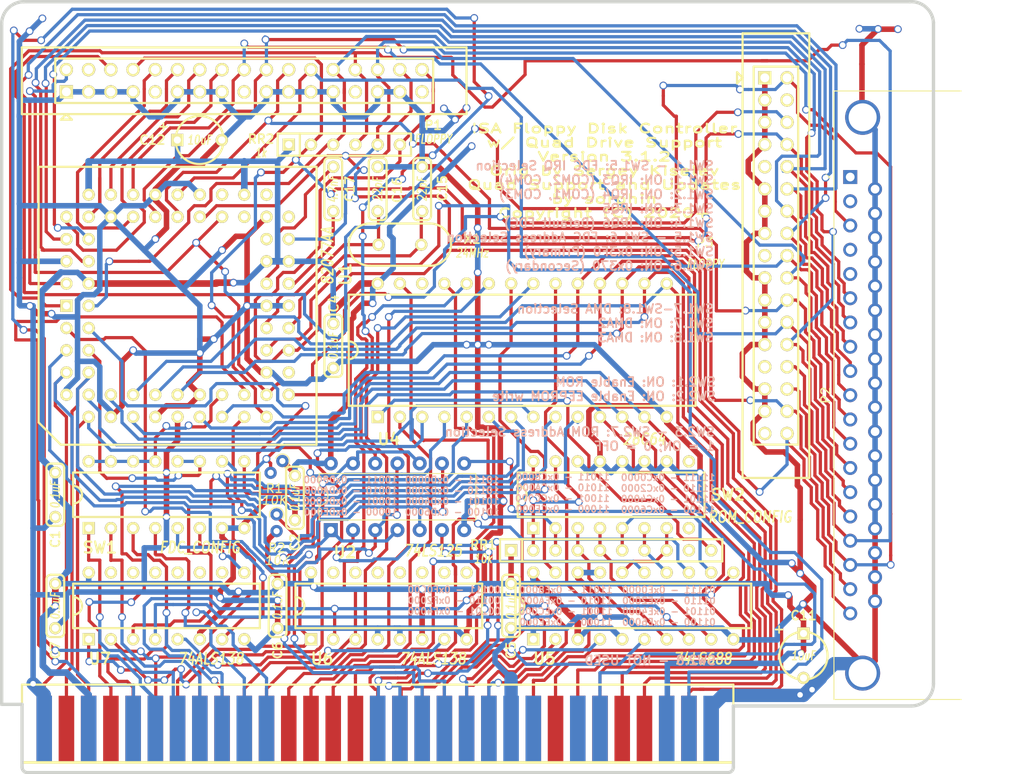
<source format=kicad_pcb>
(kicad_pcb (version 20171130) (host pcbnew "(5.1.6-0)")
  (title_block (date "21 dec 2012"))
  (layers (0 Front signal) (31 Back signal) (34 B.Paste user hide) (35 F.Paste user hide) (36 B.SilkS user) (37 F.SilkS user) (38 B.Mask user) (39 F.Mask user) (44 Edge.Cuts user))
  (net 0 "")
  (net 1 /A0)
  (net 2 /A1)
  (net 3 /A10)
  (net 4 /A11)
  (net 5 /A12)
  (net 6 /A13)
  (net 7 /A14)
  (net 8 /A15)
  (net 9 /A16)
  (net 10 /A17)
  (net 11 /A18)
  (net 12 /A19)
  (net 13 /A2)
  (net 14 /A3)
  (net 15 /A4)
  (net 16 /A5)
  (net 17 /A6)
  (net 18 /A7)
  (net 19 /A8)
  (net 20 /A9)
  (net 21 /AEN)
  (net 22 /D0)
  (net 23 /D1)
  (net 24 /D2)
  (net 25 /D3)
  (net 26 /D4)
  (net 27 /D5)
  (net 28 /D6)
  (net 29 /D7)
  (net 30 /DENSL)
  (net 31 /DIR)
  (net 32 /DRQ2)
  (net 33 /DSA)
  (net 34 /DSB)
  (net 35 /DSKCG)
  (net 36 /HDSEL)
  (net 37 /INDEX)
  (net 38 /IRQ3)
  (net 39 /IRQ4)
  (net 40 /IRQ5)
  (net 41 /IRQ6)
  (net 42 /IRQ7)
  (net 43 /MEA)
  (net 44 /MEB)
  (net 45 /RDATA)
  (net 46 /RDY/~BUSY)
  (net 47 /RESETDRV)
  (net 48 /STEP)
  (net 49 /TC)
  (net 50 /TRK00)
  (net 51 /WDATA)
  (net 52 /WE)
  (net 53 /WP)
  (net 54 /~DACK2)
  (net 55 /~FDC_CS)
  (net 56 /~IOR)
  (net 57 /~IOW)
  (net 58 /~MEMR)
  (net 59 /~MEMW)
  (net 60 /~ROMW)
  (net 61 /~ROM_CS)
  (net 62 /~ROM_CS_IN)
  (net 63 GND)
  (net 64 VCC)
  (net 65 VSS)
  (net 66 VDD)
  (net 67 "Net-(C15-Pad1)")
  (net 68 "Net-(C16-Pad1)")
  (net 69 "Net-(C17-Pad1)")
  (net 70 "Net-(C17-Pad2)")
  (net 71 "Net-(P1-Pad4)")
  (net 72 /DRATE0)
  (net 73 "Net-(P1-Pad9)")
  (net 74 "Net-(P1-Pad17)")
  (net 75 "Net-(P1-Pad27)")
  (net 76 "Net-(P1-Pad33)")
  (net 77 "Net-(P3-Pad4)")
  (net 78 "Net-(P3-Pad9)")
  (net 79 /ME2)
  (net 80 /DS3)
  (net 81 /DS2)
  (net 82 /ME3)
  (net 83 "Net-(P3-Pad17)")
  (net 84 "Net-(P3-Pad27)")
  (net 85 "Net-(P3-Pad33)")
  (net 86 "Net-(RR1-Pad4)")
  (net 87 "Net-(RR1-Pad5)")
  (net 88 "Net-(RR1-Pad6)")
  (net 89 "Net-(RR1-Pad7)")
  (net 90 "Net-(RR1-Pad8)")
  (net 91 "Net-(RR1-Pad9)")
  (net 92 /0x370)
  (net 93 /0x3F0)
  (net 94 /FDC_IRQ)
  (net 95 "Net-(SW2-Pad8)")
  (net 96 "Net-(SW2-Pad9)")
  (net 97 "Net-(U1-Pad29)")
  (net 98 "Net-(U1-Pad42)")
  (net 99 "Net-(U1-Pad43)")
  (net 100 "Net-(U1-Pad44)")
  (net 101 "Net-(U1-Pad47)")
  (net 102 "Net-(U1-Pad48)")
  (net 103 "Net-(U4-Pad26)")
  (net 104 "Net-(U6-Pad7)")
  (net 105 "Net-(U6-Pad9)")
  (net 106 "Net-(U6-Pad10)")
  (net 107 "Net-(U6-Pad11)")
  (net 108 "Net-(U6-Pad12)")
  (net 109 "Net-(U6-Pad13)")
  (net 110 "Net-(U6-Pad14)")
  (net 111 "Net-(U6-Pad15)")
  (net 112 "Net-(U7-Pad10)")
  (net 113 "Net-(U7-Pad11)")
  (net 114 "Net-(U7-Pad12)")
  (net 115 "Net-(U7-Pad14)")
  (net 116 "Net-(U7-Pad15)")
  (net 117 /~DACK3)
  (net 118 /DRQ3)
  (net 119 /DRQ)
  (net 120 /~DACK)
  (net 121 /GT2)
  (net 122 /GT3)
  (net 123 "Net-(U7-Pad13)")
  (net 124 "Net-(P2-Pad5)")
  (net 125 "Net-(P2-Pad4)")
  (net 126 "Net-(P2-Pad2)")
  (net 127 "Net-(P2-Pad1)")
  (module Connector_Dsub:DSUB-37_Female_Horizontal_P2.77x2.84mm_EdgePinOffset9.90mm_Housed_MountingHolesOffset11.32mm (layer Front) (at 196.2275 66.57 90)
    (fp_text reference P2 (at -24.93 -2.8 90) (layer F.SilkS))
    (fp_text value "DB37 Female (External Floppy)")
    (pad 0 thru_hole circle (at 6.82 1.42 90) (size 4 4) (drill 3.2) (layers *.Cu *.Mask) (net 63 GND))
    (pad 0 thru_hole circle (at -56.68 1.42 90) (size 4 4) (drill 3.2) (layers *.Cu *.Mask) (net 63 GND))
    (pad 37 thru_hole circle (at -48.475 2.84 90) (size 1.6 1.6) (drill 1) (layers *.Cu *.Mask) (net 63 GND))
    (pad 36 thru_hole circle (at -45.705 2.84 90) (size 1.6 1.6) (drill 1) (layers *.Cu *.Mask) (net 63 GND))
    (pad 35 thru_hole circle (at -42.935 2.84 90) (size 1.6 1.6) (drill 1) (layers *.Cu *.Mask) (net 63 GND))
    (pad 34 thru_hole circle (at -40.165 2.84 90) (size 1.6 1.6) (drill 1) (layers *.Cu *.Mask) (net 63 GND))
    (pad 33 thru_hole circle (at -37.395 2.84 90) (size 1.6 1.6) (drill 1) (layers *.Cu *.Mask) (net 63 GND))
    (pad 32 thru_hole circle (at -34.625 2.84 90) (size 1.6 1.6) (drill 1) (layers *.Cu *.Mask) (net 63 GND))
    (pad 31 thru_hole circle (at -31.855 2.84 90) (size 1.6 1.6) (drill 1) (layers *.Cu *.Mask) (net 63 GND))
    (pad 30 thru_hole circle (at -29.085 2.84 90) (size 1.6 1.6) (drill 1) (layers *.Cu *.Mask) (net 63 GND))
    (pad 29 thru_hole circle (at -26.315 2.84 90) (size 1.6 1.6) (drill 1) (layers *.Cu *.Mask) (net 63 GND))
    (pad 28 thru_hole circle (at -23.545 2.84 90) (size 1.6 1.6) (drill 1) (layers *.Cu *.Mask) (net 63 GND))
    (pad 27 thru_hole circle (at -20.775 2.84 90) (size 1.6 1.6) (drill 1) (layers *.Cu *.Mask) (net 63 GND))
    (pad 26 thru_hole circle (at -18.005 2.84 90) (size 1.6 1.6) (drill 1) (layers *.Cu *.Mask) (net 63 GND))
    (pad 25 thru_hole circle (at -15.235 2.84 90) (size 1.6 1.6) (drill 1) (layers *.Cu *.Mask) (net 63 GND))
    (pad 24 thru_hole circle (at -12.465 2.84 90) (size 1.6 1.6) (drill 1) (layers *.Cu *.Mask) (net 63 GND))
    (pad 23 thru_hole circle (at -9.695 2.84 90) (size 1.6 1.6) (drill 1) (layers *.Cu *.Mask) (net 63 GND))
    (pad 22 thru_hole circle (at -6.925 2.84 90) (size 1.6 1.6) (drill 1) (layers *.Cu *.Mask) (net 63 GND))
    (pad 21 thru_hole circle (at -4.155 2.84 90) (size 1.6 1.6) (drill 1) (layers *.Cu *.Mask) (net 63 GND))
    (pad 20 thru_hole circle (at -1.385 2.84 90) (size 1.6 1.6) (drill 1) (layers *.Cu *.Mask) (net 63 GND))
    (pad 19 thru_hole circle (at -49.86 0 90) (size 1.6 1.6) (drill 1) (layers *.Cu *.Mask) (net 35 /DSKCG))
    (pad 18 thru_hole circle (at -47.09 0 90) (size 1.6 1.6) (drill 1) (layers *.Cu *.Mask) (net 36 /HDSEL))
    (pad 17 thru_hole circle (at -44.32 0 90) (size 1.6 1.6) (drill 1) (layers *.Cu *.Mask) (net 45 /RDATA))
    (pad 16 thru_hole circle (at -41.55 0 90) (size 1.6 1.6) (drill 1) (layers *.Cu *.Mask) (net 53 /WP))
    (pad 15 thru_hole circle (at -38.78 0 90) (size 1.6 1.6) (drill 1) (layers *.Cu *.Mask) (net 50 /TRK00))
    (pad 14 thru_hole circle (at -36.01 0 90) (size 1.6 1.6) (drill 1) (layers *.Cu *.Mask) (net 52 /WE))
    (pad 13 thru_hole circle (at -33.24 0 90) (size 1.6 1.6) (drill 1) (layers *.Cu *.Mask) (net 51 /WDATA))
    (pad 12 thru_hole circle (at -30.47 0 90) (size 1.6 1.6) (drill 1) (layers *.Cu *.Mask) (net 48 /STEP))
    (pad 11 thru_hole circle (at -27.7 0 90) (size 1.6 1.6) (drill 1) (layers *.Cu *.Mask) (net 31 /DIR))
    (pad 10 thru_hole circle (at -24.93 0 90) (size 1.6 1.6) (drill 1) (layers *.Cu *.Mask) (net 82 /ME3))
    (pad 9 thru_hole circle (at -22.16 0 90) (size 1.6 1.6) (drill 1) (layers *.Cu *.Mask) (net 81 /DS2))
    (pad 8 thru_hole circle (at -19.39 0 90) (size 1.6 1.6) (drill 1) (layers *.Cu *.Mask) (net 80 /DS3))
    (pad 7 thru_hole circle (at -16.62 0 90) (size 1.6 1.6) (drill 1) (layers *.Cu *.Mask) (net 79 /ME2))
    (pad 6 thru_hole circle (at -13.85 0 90) (size 1.6 1.6) (drill 1) (layers *.Cu *.Mask) (net 37 /INDEX))
    (pad 5 thru_hole circle (at -11.08 0 90) (size 1.6 1.6) (drill 1) (layers *.Cu *.Mask) (net 124 "Net-(P2-Pad5)"))
    (pad 4 thru_hole circle (at -8.31 0 90) (size 1.6 1.6) (drill 1) (layers *.Cu *.Mask) (net 125 "Net-(P2-Pad4)"))
    (pad 3 thru_hole circle (at -5.54 0 90) (size 1.6 1.6) (drill 1) (layers *.Cu *.Mask) (net 30 /DENSL))
    (pad 2 thru_hole circle (at -2.77 0 90) (size 1.6 1.6) (drill 1) (layers *.Cu *.Mask) (net 126 "Net-(P2-Pad2)"))
    (pad 1 thru_hole rect (at 0 0 90) (size 1.6 1.6) (drill 1) (layers *.Cu *.Mask) (net 127 "Net-(P2-Pad1)"))
  )
  (module Conn_Pin_Header_17x2_Shroud (layer Front) (at 187.74 75.55 270)
    (fp_text reference P3 (at -1.48 8.12 180) (layer F.SilkS) (effects (font (size 1.016 1.016) (thickness 0.2032))))
    (fp_text value FLOPPY (at 0.97 8.07 180) (layer F.SilkS) (effects (font (size 1.016 0.762) (thickness 0.1524) italic)))
    (pad 34 thru_hole circle (at 20.32 -1.27 270) (size 1.524 1.524) (drill 1.016) (layers *.Cu *.Mask F.SilkS) (net 35 /DSKCG))
    (pad 33 thru_hole circle (at 20.32 1.27 270) (size 1.524 1.524) (drill 1.016) (layers *.Cu *.Mask F.SilkS) (net 85 "Net-(P3-Pad33)"))
    (pad 32 thru_hole circle (at 17.78 -1.27 270) (size 1.524 1.524) (drill 1.016) (layers *.Cu *.Mask F.SilkS) (net 36 /HDSEL))
    (pad 31 thru_hole circle (at 17.78 1.27 270) (size 1.524 1.524) (drill 1.016) (layers *.Cu *.Mask F.SilkS) (net 63 GND))
    (pad 29 thru_hole circle (at 15.24 1.27 270) (size 1.524 1.524) (drill 1.016) (layers *.Cu *.Mask F.SilkS) (net 63 GND))
    (pad 30 thru_hole circle (at 15.24 -1.27 270) (size 1.524 1.524) (drill 1.016) (layers *.Cu *.Mask F.SilkS) (net 45 /RDATA))
    (pad 27 thru_hole circle (at 12.7 1.27 270) (size 1.524 1.524) (drill 1.016) (layers *.Cu *.Mask F.SilkS) (net 84 "Net-(P3-Pad27)"))
    (pad 28 thru_hole circle (at 12.7 -1.27 270) (size 1.524 1.524) (drill 1.016) (layers *.Cu *.Mask F.SilkS) (net 53 /WP))
    (pad 26 thru_hole circle (at 10.16 -1.27 270) (size 1.524 1.524) (drill 1.016) (layers *.Cu *.Mask F.SilkS) (net 50 /TRK00))
    (pad 25 thru_hole circle (at 10.16 1.27 270) (size 1.524 1.524) (drill 1.016) (layers *.Cu *.Mask F.SilkS) (net 63 GND))
    (pad 24 thru_hole circle (at 7.62 -1.27 270) (size 1.524 1.524) (drill 1.016) (layers *.Cu *.Mask F.SilkS) (net 52 /WE))
    (pad 23 thru_hole circle (at 7.62 1.27 270) (size 1.524 1.524) (drill 1.016) (layers *.Cu *.Mask F.SilkS) (net 63 GND))
    (pad 22 thru_hole circle (at 5.08 -1.27 270) (size 1.524 1.524) (drill 1.016) (layers *.Cu *.Mask F.SilkS) (net 51 /WDATA))
    (pad 21 thru_hole circle (at 5.08 1.27 270) (size 1.524 1.524) (drill 1.016) (layers *.Cu *.Mask F.SilkS) (net 63 GND))
    (pad 20 thru_hole circle (at 2.54 -1.27 270) (size 1.524 1.524) (drill 1.016) (layers *.Cu *.Mask F.SilkS) (net 48 /STEP))
    (pad 19 thru_hole circle (at 2.54 1.27 270) (size 1.524 1.524) (drill 1.016) (layers *.Cu *.Mask F.SilkS) (net 63 GND))
    (pad 18 thru_hole circle (at 0 -1.27 270) (size 1.524 1.524) (drill 1.016) (layers *.Cu *.Mask F.SilkS) (net 31 /DIR))
    (pad 17 thru_hole circle (at 0 1.27 270) (size 1.524 1.524) (drill 1.016) (layers *.Cu *.Mask F.SilkS) (net 83 "Net-(P3-Pad17)"))
    (pad 16 thru_hole circle (at -2.54 -1.27 270) (size 1.524 1.524) (drill 1.016) (layers *.Cu *.Mask F.SilkS) (net 82 /ME3))
    (pad 15 thru_hole circle (at -2.54 1.27 270) (size 1.524 1.524) (drill 1.016) (layers *.Cu *.Mask F.SilkS) (net 63 GND))
    (pad 14 thru_hole circle (at -5.08 -1.27 270) (size 1.524 1.524) (drill 1.016) (layers *.Cu *.Mask F.SilkS) (net 81 /DS2))
    (pad 13 thru_hole circle (at -5.08 1.27 270) (size 1.524 1.524) (drill 1.016) (layers *.Cu *.Mask F.SilkS) (net 63 GND))
    (pad 12 thru_hole circle (at -7.62 -1.27 270) (size 1.524 1.524) (drill 1.016) (layers *.Cu *.Mask F.SilkS) (net 80 /DS3))
    (pad 11 thru_hole circle (at -7.62 1.27 270) (size 1.524 1.524) (drill 1.016) (layers *.Cu *.Mask F.SilkS) (net 63 GND))
    (pad 10 thru_hole circle (at -10.16 -1.27 270) (size 1.524 1.524) (drill 1.016) (layers *.Cu *.Mask F.SilkS) (net 79 /ME2))
    (pad 9 thru_hole circle (at -10.16 1.27 270) (size 1.524 1.524) (drill 1.016) (layers *.Cu *.Mask F.SilkS) (net 78 "Net-(P3-Pad9)"))
    (pad 8 thru_hole circle (at -12.7 -1.27 270) (size 1.524 1.524) (drill 1.016) (layers *.Cu *.Mask F.SilkS) (net 37 /INDEX))
    (pad 7 thru_hole circle (at -12.7 1.27 270) (size 1.524 1.524) (drill 1.016) (layers *.Cu *.Mask F.SilkS) (net 63 GND))
    (pad 6 thru_hole circle (at -15.24 -1.27 270) (size 1.524 1.524) (drill 1.016) (layers *.Cu *.Mask F.SilkS) (net 72 /DRATE0))
    (pad 5 thru_hole circle (at -15.24 1.27 270) (size 1.524 1.524) (drill 1.016) (layers *.Cu *.Mask F.SilkS) (net 63 GND))
    (pad 4 thru_hole circle (at -17.78 -1.27 270) (size 1.524 1.524) (drill 1.016) (layers *.Cu *.Mask F.SilkS) (net 77 "Net-(P3-Pad4)"))
    (pad 3 thru_hole circle (at -17.78 1.27 270) (size 1.524 1.524) (drill 1.016) (layers *.Cu *.Mask F.SilkS) (net 63 GND))
    (pad 2 thru_hole circle (at -20.32 -1.27 270) (size 1.524 1.524) (drill 1.016) (layers *.Cu *.Mask F.SilkS) (net 30 /DENSL))
    (pad 1 thru_hole rect (at -20.32 1.27 270) (size 1.524 1.524) (drill 1.016) (layers *.Cu *.Mask F.SilkS) (net 63 GND))
  )
  (module Resistor_THT:R_Axial_DIN0204_L3.6mm_D1.6mm_P1.90mm_Vertical (layer Front) (at 130.69 105.12 270)
    (fp_text reference R2 (at 3.82 -0.03 180) (layer F.SilkS))
    (fp_text value 10K (at 5.25 -0.09 180) (layer F.SilkS) (effects (font (thickness 0.15) italic)))
    (pad 1 thru_hole circle (at 0 0 270) (size 1.4 1.4) (drill 0.7) (layers *.Cu *.Mask) (net 122 /GT3))
    (pad 2 thru_hole oval (at 1.9 0 270) (size 1.4 1.4) (drill 0.7) (layers *.Cu *.Mask) (net 64 VCC))
  )
  (module Resistor_THT:R_Axial_DIN0204_L3.6mm_D1.6mm_P1.90mm_Vertical (layer Front) (at 131.35 99.02 225)
    (fp_text reference R1 (at 2.856711 -1.569777) (layer F.SilkS))
    (fp_text value 10K (at 3.804234 -2.545584 180) (layer F.SilkS) (effects (font (thickness 0.15) italic)))
    (pad 2 thru_hole oval (at 1.9 0 225) (size 1.4 1.4) (drill 0.7) (layers *.Cu *.Mask) (net 121 /GT2))
    (pad 1 thru_hole circle (at 0 0 225) (size 1.4 1.4) (drill 0.7) (layers *.Cu *.Mask) (net 64 VCC))
  )
  (module Package_DIP:DIP-14_W7.62mm (layer Front) (at 136.88 106.91 90)
    (fp_text reference U2 (at -2.53 1.61 180) (layer F.SilkS) (effects (font (size 1.27 1.27) (thickness 0.254))))
    (fp_text value 74LS125 (at -2.36 11.7 180) (layer F.SilkS) (effects (font (size 1.27 1.016) (thickness 0.2032) italic)))
    (pad 1 thru_hole rect (at 0 0 90) (size 1.6 1.6) (drill 0.8) (layers *.Cu *.Mask) (net 122 /GT3))
    (pad 8 thru_hole oval (at 7.62 15.24 90) (size 1.6 1.6) (drill 0.8) (layers *.Cu *.Mask) (net 32 /DRQ2))
    (pad 2 thru_hole oval (at 0 2.54 90) (size 1.6 1.6) (drill 0.8) (layers *.Cu *.Mask) (net 117 /~DACK3))
    (pad 9 thru_hole oval (at 7.62 12.7 90) (size 1.6 1.6) (drill 0.8) (layers *.Cu *.Mask) (net 119 /DRQ))
    (pad 3 thru_hole oval (at 0 5.08 90) (size 1.6 1.6) (drill 0.8) (layers *.Cu *.Mask) (net 120 /~DACK))
    (pad 10 thru_hole oval (at 7.62 10.16 90) (size 1.6 1.6) (drill 0.8) (layers *.Cu *.Mask) (net 121 /GT2))
    (pad 4 thru_hole oval (at 0 7.62 90) (size 1.6 1.6) (drill 0.8) (layers *.Cu *.Mask) (net 122 /GT3))
    (pad 11 thru_hole oval (at 7.62 7.62 90) (size 1.6 1.6) (drill 0.8) (layers *.Cu *.Mask) (net 120 /~DACK))
    (pad 5 thru_hole oval (at 0 10.16 90) (size 1.6 1.6) (drill 0.8) (layers *.Cu *.Mask) (net 119 /DRQ))
    (pad 12 thru_hole oval (at 7.62 5.08 90) (size 1.6 1.6) (drill 0.8) (layers *.Cu *.Mask) (net 54 /~DACK2))
    (pad 6 thru_hole oval (at 0 12.7 90) (size 1.6 1.6) (drill 0.8) (layers *.Cu *.Mask) (net 118 /DRQ3))
    (pad 13 thru_hole oval (at 7.62 2.54 90) (size 1.6 1.6) (drill 0.8) (layers *.Cu *.Mask) (net 121 /GT2))
    (pad 7 thru_hole oval (at 0 15.24 90) (size 1.6 1.6) (drill 0.8) (layers *.Cu *.Mask) (net 63 GND))
    (pad 14 thru_hole oval (at 7.62 0 90) (size 1.6 1.6) (drill 0.8) (layers *.Cu *.Mask) (net 64 VCC))
  )
  (module Cap_Cer_504 (layer Front) (at 132.79 103.22 270)
    (fp_text reference C2 (at 5.08 0 270) (layer F.SilkS) (effects (font (size 1.016 1.016) (thickness 0.2032))))
    (fp_text value 0.1uF (at 0 0 270) (layer F.SilkS) (effects (font (size 1.016 0.762) (thickness 0.1524) italic)))
    (pad 1 thru_hole circle (at -2.54 0 270) (size 1.397 1.397) (drill 0.8128) (layers *.Cu *.Mask F.SilkS) (net 64 VCC))
    (pad 2 thru_hole circle (at 2.54 0 270) (size 1.397 1.397) (drill 0.8128) (layers *.Cu *.Mask F.SilkS) (net 63 GND))
  )
  (module DIP16_300 (layer Front) (at 118.11 102.87)
    (fp_text reference SW1 (at -7.62 6.0325) (layer F.SilkS) (effects (font (size 1.27 1.27) (thickness 0.254))))
    (fp_text value FDC_CONFIG (at 3.81 6.0325) (layer F.SilkS) (effects (font (size 1.27 1.016) (thickness 0.2032) italic)))
    (pad 1 thru_hole rect (at -8.89 3.81) (size 1.397 1.397) (drill 0.8128) (layers *.Cu *.Mask F.SilkS) (net 38 /IRQ3))
    (pad 2 thru_hole circle (at -6.35 3.81) (size 1.397 1.397) (drill 0.8128) (layers *.Cu *.Mask F.SilkS) (net 39 /IRQ4))
    (pad 3 thru_hole circle (at -3.81 3.81) (size 1.397 1.397) (drill 0.8128) (layers *.Cu *.Mask F.SilkS) (net 40 /IRQ5))
    (pad 4 thru_hole circle (at -1.27 3.81) (size 1.397 1.397) (drill 0.8128) (layers *.Cu *.Mask F.SilkS) (net 41 /IRQ6))
    (pad 5 thru_hole circle (at 1.27 3.81) (size 1.397 1.397) (drill 0.8128) (layers *.Cu *.Mask F.SilkS) (net 93 /0x3F0))
    (pad 6 thru_hole circle (at 3.81 3.81) (size 1.397 1.397) (drill 0.8128) (layers *.Cu *.Mask F.SilkS) (net 92 /0x370))
    (pad 7 thru_hole circle (at 6.35 3.81) (size 1.397 1.397) (drill 0.8128) (layers *.Cu *.Mask F.SilkS) (net 63 GND))
    (pad 8 thru_hole circle (at 8.89 3.81) (size 1.397 1.397) (drill 0.8128) (layers *.Cu *.Mask F.SilkS) (net 63 GND))
    (pad 9 thru_hole circle (at 8.89 -3.81) (size 1.397 1.397) (drill 0.8128) (layers *.Cu *.Mask F.SilkS) (net 122 /GT3))
    (pad 10 thru_hole circle (at 6.35 -3.81) (size 1.397 1.397) (drill 0.8128) (layers *.Cu *.Mask F.SilkS) (net 121 /GT2))
    (pad 11 thru_hole circle (at 3.81 -3.81) (size 1.397 1.397) (drill 0.8128) (layers *.Cu *.Mask F.SilkS) (net 55 /~FDC_CS))
    (pad 12 thru_hole circle (at 1.27 -3.81) (size 1.397 1.397) (drill 0.8128) (layers *.Cu *.Mask F.SilkS) (net 55 /~FDC_CS))
    (pad 13 thru_hole circle (at -1.27 -3.81) (size 1.397 1.397) (drill 0.8128) (layers *.Cu *.Mask F.SilkS) (net 94 /FDC_IRQ))
    (pad 14 thru_hole circle (at -3.81 -3.81) (size 1.397 1.397) (drill 0.8128) (layers *.Cu *.Mask F.SilkS) (net 94 /FDC_IRQ))
    (pad 15 thru_hole circle (at -6.35 -3.81) (size 1.397 1.397) (drill 0.8128) (layers *.Cu *.Mask F.SilkS) (net 94 /FDC_IRQ))
    (pad 16 thru_hole circle (at -8.89 -3.81) (size 1.397 1.397) (drill 0.8128) (layers *.Cu *.Mask F.SilkS) (net 94 /FDC_IRQ))
  )
  (module Conn_Bus_ISA8 (layer Front) (at 142.24 129.6445)
    (fp_text reference BUS1 hide)
    (fp_text value BUSPC_DEV hide)
    (pad 1 connect rect (at 38.1 0) (size 1.778 7.62) (layers Back B.Mask) (net 63 GND))
    (pad 2 connect rect (at 35.56 0) (size 1.778 7.62) (layers Back B.Mask) (net 47 /RESETDRV))
    (pad 3 connect rect (at 33.02 0) (size 1.778 7.62) (layers Back B.Mask) (net 64 VCC))
    (pad 6 connect rect (at 25.4 0) (size 1.778 7.62) (layers Back B.Mask) (net 32 /DRQ2))
    (pad 7 connect rect (at 22.86 0) (size 1.778 7.62) (layers Back B.Mask) (net 65 VSS))
    (pad 9 connect rect (at 17.78 0) (size 1.778 7.62) (layers Back B.Mask) (net 66 VDD))
    (pad 10 connect rect (at 15.24 0) (size 1.778 7.62) (layers Back B.Mask) (net 63 GND))
    (pad 11 connect rect (at 12.7 0) (size 1.778 7.62) (layers Back B.Mask) (net 59 /~MEMW))
    (pad 12 connect rect (at 10.16 0) (size 1.778 7.62) (layers Back B.Mask) (net 58 /~MEMR))
    (pad 13 connect rect (at 7.62 0) (size 1.778 7.62) (layers Back B.Mask) (net 57 /~IOW))
    (pad 14 connect rect (at 5.08 0) (size 1.778 7.62) (layers Back B.Mask) (net 56 /~IOR))
    (pad 21 connect rect (at -12.7 0) (size 1.778 7.62) (layers Back B.Mask) (net 42 /IRQ7))
    (pad 22 connect rect (at -15.24 0) (size 1.778 7.62) (layers Back B.Mask) (net 41 /IRQ6))
    (pad 23 connect rect (at -17.78 0) (size 1.778 7.62) (layers Back B.Mask) (net 40 /IRQ5))
    (pad 24 connect rect (at -20.32 0) (size 1.778 7.62) (layers Back B.Mask) (net 39 /IRQ4))
    (pad 25 connect rect (at -22.86 0) (size 1.778 7.62) (layers Back B.Mask) (net 38 /IRQ3))
    (pad 26 connect rect (at -25.4 0) (size 1.778 7.62) (layers Back B.Mask) (net 54 /~DACK2))
    (pad 27 connect rect (at -27.94 0) (size 1.778 7.62) (layers Back B.Mask) (net 49 /TC))
    (pad 29 connect rect (at -33.02 0) (size 1.778 7.62) (layers Back B.Mask) (net 64 VCC))
    (pad 31 connect rect (at -38.1 0) (size 1.778 7.62) (layers Back B.Mask) (net 63 GND))
    (pad 33 connect rect (at 35.56 0) (size 1.778 7.62) (layers Front F.Mask) (net 29 /D7))
    (pad 34 connect rect (at 33.02 0) (size 1.778 7.62) (layers Front F.Mask) (net 28 /D6))
    (pad 35 connect rect (at 30.48 0) (size 1.778 7.62) (layers Front F.Mask) (net 27 /D5))
    (pad 36 connect rect (at 27.94 0) (size 1.778 7.62) (layers Front F.Mask) (net 26 /D4))
    (pad 37 connect rect (at 25.4 0) (size 1.778 7.62) (layers Front F.Mask) (net 25 /D3))
    (pad 38 connect rect (at 22.86 0) (size 1.778 7.62) (layers Front F.Mask) (net 24 /D2))
    (pad 39 connect rect (at 20.32 0) (size 1.778 7.62) (layers Front F.Mask) (net 23 /D1))
    (pad 40 connect rect (at 17.78 0) (size 1.778 7.62) (layers Front F.Mask) (net 22 /D0))
    (pad 42 connect rect (at 12.7 0) (size 1.778 7.62) (layers Front F.Mask) (net 21 /AEN))
    (pad 43 connect rect (at 10.16 0) (size 1.778 7.62) (layers Front F.Mask) (net 12 /A19))
    (pad 44 connect rect (at 7.62 0) (size 1.778 7.62) (layers Front F.Mask) (net 11 /A18))
    (pad 45 connect rect (at 5.08 0) (size 1.778 7.62) (layers Front F.Mask) (net 10 /A17))
    (pad 46 connect rect (at 2.54 0) (size 1.778 7.62) (layers Front F.Mask) (net 9 /A16))
    (pad 47 connect rect (at 0 0) (size 1.778 7.62) (layers Front F.Mask) (net 8 /A15))
    (pad 48 connect rect (at -2.54 0) (size 1.778 7.62) (layers Front F.Mask) (net 7 /A14))
    (pad 49 connect rect (at -5.08 0) (size 1.778 7.62) (layers Front F.Mask) (net 6 /A13))
    (pad 50 connect rect (at -7.62 0) (size 1.778 7.62) (layers Front F.Mask) (net 5 /A12))
    (pad 51 connect rect (at -10.16 0) (size 1.778 7.62) (layers Front F.Mask) (net 4 /A11))
    (pad 52 connect rect (at -12.7 0) (size 1.778 7.62) (layers Front F.Mask) (net 3 /A10))
    (pad 53 connect rect (at -15.24 0) (size 1.778 7.62) (layers Front F.Mask) (net 20 /A9))
    (pad 54 connect rect (at -17.78 0) (size 1.778 7.62) (layers Front F.Mask) (net 19 /A8))
    (pad 55 connect rect (at -20.32 0) (size 1.778 7.62) (layers Front F.Mask) (net 18 /A7))
    (pad 56 connect rect (at -22.86 0) (size 1.778 7.62) (layers Front F.Mask) (net 17 /A6))
    (pad 57 connect rect (at -25.4 0) (size 1.778 7.62) (layers Front F.Mask) (net 16 /A5))
    (pad 58 connect rect (at -27.94 0) (size 1.778 7.62) (layers Front F.Mask) (net 15 /A4))
    (pad 59 connect rect (at -30.48 0) (size 1.778 7.62) (layers Front F.Mask) (net 14 /A3))
    (pad 60 connect rect (at -33.02 0) (size 1.778 7.62) (layers Front F.Mask) (net 13 /A2))
    (pad 61 connect rect (at -35.56 0) (size 1.778 7.62) (layers Front F.Mask) (net 2 /A1))
    (pad 62 connect rect (at -38.1 0) (size 1.778 7.62) (layers Front F.Mask) (net 1 /A0))
    (pad 15 connect rect (at 2.54 0) (size 1.778 7.62) (layers Back B.Mask) (net 117 /~DACK3))
    (pad 16 connect rect (at 0 0) (size 1.778 7.62) (layers Back B.Mask) (net 118 /DRQ3))
  )
  (module Cap_Tant_504 (layer Front) (at 190.89 121.26 270)
    (fp_text reference C11 (at -4.59 0 180) (layer F.SilkS) (effects (font (size 1.016 1.016) (thickness 0.2032))))
    (fp_text value 10uF (at 0 0 180) (layer F.SilkS) (effects (font (size 1.016 0.762) (thickness 0.1524) italic)))
    (fp_text user + (at -2.99 2.86 90) (layer F.SilkS) (effects (font (size 1.016 1.016) (thickness 0.2032))))
    (pad 2 thru_hole circle (at 2.54 0 270) (size 1.397 1.397) (drill 0.8128) (layers *.Cu *.Mask F.SilkS) (net 63 GND))
    (pad 1 thru_hole rect (at -2.54 0 270) (size 1.397 1.397) (drill 0.8128) (layers *.Cu *.Mask F.SilkS) (net 64 VCC))
  )
  (module Cap_Tant_504 (layer Front) (at 121.89 62.34)
    (fp_text reference C12 (at -5.3975 0) (layer F.SilkS) (effects (font (size 1.016 1.016) (thickness 0.2032))))
    (fp_text value 10uF (at 0 0) (layer F.SilkS) (effects (font (size 1.016 0.762) (thickness 0.1524) italic)))
    (fp_text user + (at -4.1275 -1.5875) (layer F.SilkS) (effects (font (size 1.016 1.016) (thickness 0.2032))))
    (pad 1 thru_hole rect (at -2.54 0) (size 1.397 1.397) (drill 0.8128) (layers *.Cu *.Mask F.SilkS) (net 64 VCC))
    (pad 2 thru_hole circle (at 2.54 0) (size 1.397 1.397) (drill 0.8128) (layers *.Cu *.Mask F.SilkS) (net 63 GND))
  )
  (module DIP20_300 (layer Front) (at 171.45 115.57)
    (fp_text reference U5 (at -10.16 6.0325) (layer F.SilkS) (effects (font (size 1.27 1.27) (thickness 0.254))))
    (fp_text value 74LS688 (at 7.9375 6.0325) (layer F.SilkS) (effects (font (size 1.27 1.016) (thickness 0.2032) italic)))
    (pad 1 thru_hole rect (at -11.43 3.81) (size 1.397 1.397) (drill 0.8128) (layers *.Cu *.Mask F.SilkS) (net 63 GND))
    (pad 2 thru_hole circle (at -8.89 3.81) (size 1.397 1.397) (drill 0.8128) (layers *.Cu *.Mask F.SilkS) (net 12 /A19))
    (pad 3 thru_hole circle (at -6.35 3.81) (size 1.397 1.397) (drill 0.8128) (layers *.Cu *.Mask F.SilkS) (net 64 VCC))
    (pad 4 thru_hole circle (at -3.81 3.81) (size 1.397 1.397) (drill 0.8128) (layers *.Cu *.Mask F.SilkS) (net 11 /A18))
    (pad 5 thru_hole circle (at -1.27 3.81) (size 1.397 1.397) (drill 0.8128) (layers *.Cu *.Mask F.SilkS) (net 64 VCC))
    (pad 6 thru_hole circle (at 1.27 3.81) (size 1.397 1.397) (drill 0.8128) (layers *.Cu *.Mask F.SilkS) (net 10 /A17))
    (pad 7 thru_hole circle (at 3.81 3.81) (size 1.397 1.397) (drill 0.8128) (layers *.Cu *.Mask F.SilkS) (net 86 "Net-(RR1-Pad4)"))
    (pad 8 thru_hole circle (at 6.35 3.81) (size 1.397 1.397) (drill 0.8128) (layers *.Cu *.Mask F.SilkS) (net 9 /A16))
    (pad 9 thru_hole circle (at 8.89 3.81) (size 1.397 1.397) (drill 0.8128) (layers *.Cu *.Mask F.SilkS) (net 87 "Net-(RR1-Pad5)"))
    (pad 10 thru_hole circle (at 11.43 3.81) (size 1.397 1.397) (drill 0.8128) (layers *.Cu *.Mask F.SilkS) (net 63 GND))
    (pad 11 thru_hole circle (at 11.43 -3.81) (size 1.397 1.397) (drill 0.8128) (layers *.Cu *.Mask F.SilkS) (net 8 /A15))
    (pad 12 thru_hole circle (at 8.89 -3.81) (size 1.397 1.397) (drill 0.8128) (layers *.Cu *.Mask F.SilkS) (net 88 "Net-(RR1-Pad6)"))
    (pad 13 thru_hole circle (at 6.35 -3.81) (size 1.397 1.397) (drill 0.8128) (layers *.Cu *.Mask F.SilkS) (net 7 /A14))
    (pad 14 thru_hole circle (at 3.81 -3.81) (size 1.397 1.397) (drill 0.8128) (layers *.Cu *.Mask F.SilkS) (net 89 "Net-(RR1-Pad7)"))
    (pad 15 thru_hole circle (at 1.27 -3.81) (size 1.397 1.397) (drill 0.8128) (layers *.Cu *.Mask F.SilkS) (net 6 /A13))
    (pad 16 thru_hole circle (at -1.27 -3.81) (size 1.397 1.397) (drill 0.8128) (layers *.Cu *.Mask F.SilkS) (net 90 "Net-(RR1-Pad8)"))
    (pad 17 thru_hole circle (at -3.81 -3.81) (size 1.397 1.397) (drill 0.8128) (layers *.Cu *.Mask F.SilkS) (net 63 GND))
    (pad 18 thru_hole circle (at -6.35 -3.81) (size 1.397 1.397) (drill 0.8128) (layers *.Cu *.Mask F.SilkS) (net 63 GND))
    (pad 19 thru_hole circle (at -8.89 -3.81) (size 1.397 1.397) (drill 0.8128) (layers *.Cu *.Mask F.SilkS) (net 62 /~ROM_CS_IN))
    (pad 20 thru_hole circle (at -11.43 -3.81) (size 1.397 1.397) (drill 0.8128) (layers *.Cu *.Mask F.SilkS) (net 64 VCC))
  )
  (module DIP16_300 (layer Front) (at 118.11 115.57)
    (fp_text reference U7 (at -7.62 6.0325) (layer F.SilkS) (effects (font (size 1.27 1.27) (thickness 0.254))))
    (fp_text value 74ALS138 (at 5.08 6.0325) (layer F.SilkS) (effects (font (size 1.27 1.016) (thickness 0.2032) italic)))
    (pad 1 thru_hole rect (at -8.89 3.81) (size 1.397 1.397) (drill 0.8128) (layers *.Cu *.Mask F.SilkS) (net 18 /A7))
    (pad 2 thru_hole circle (at -6.35 3.81) (size 1.397 1.397) (drill 0.8128) (layers *.Cu *.Mask F.SilkS) (net 16 /A5))
    (pad 3 thru_hole circle (at -3.81 3.81) (size 1.397 1.397) (drill 0.8128) (layers *.Cu *.Mask F.SilkS) (net 15 /A4))
    (pad 4 thru_hole circle (at -1.27 3.81) (size 1.397 1.397) (drill 0.8128) (layers *.Cu *.Mask F.SilkS) (net 21 /AEN))
    (pad 5 thru_hole circle (at 1.27 3.81) (size 1.397 1.397) (drill 0.8128) (layers *.Cu *.Mask F.SilkS) (net 104 "Net-(U6-Pad7)"))
    (pad 6 thru_hole circle (at 3.81 3.81) (size 1.397 1.397) (drill 0.8128) (layers *.Cu *.Mask F.SilkS) (net 64 VCC))
    (pad 7 thru_hole circle (at 6.35 3.81) (size 1.397 1.397) (drill 0.8128) (layers *.Cu *.Mask F.SilkS) (net 93 /0x3F0))
    (pad 8 thru_hole circle (at 8.89 3.81) (size 1.397 1.397) (drill 0.8128) (layers *.Cu *.Mask F.SilkS) (net 63 GND))
    (pad 9 thru_hole circle (at 8.89 -3.81) (size 1.397 1.397) (drill 0.8128) (layers *.Cu *.Mask F.SilkS) (net 92 /0x370))
    (pad 10 thru_hole circle (at 6.35 -3.81) (size 1.397 1.397) (drill 0.8128) (layers *.Cu *.Mask F.SilkS) (net 112 "Net-(U7-Pad10)"))
    (pad 11 thru_hole circle (at 3.81 -3.81) (size 1.397 1.397) (drill 0.8128) (layers *.Cu *.Mask F.SilkS) (net 113 "Net-(U7-Pad11)"))
    (pad 12 thru_hole circle (at 1.27 -3.81) (size 1.397 1.397) (drill 0.8128) (layers *.Cu *.Mask F.SilkS) (net 114 "Net-(U7-Pad12)"))
    (pad 13 thru_hole circle (at -1.27 -3.81) (size 1.397 1.397) (drill 0.8128) (layers *.Cu *.Mask F.SilkS) (net 123 "Net-(U7-Pad13)"))
    (pad 14 thru_hole circle (at -3.81 -3.81) (size 1.397 1.397) (drill 0.8128) (layers *.Cu *.Mask F.SilkS) (net 115 "Net-(U7-Pad14)"))
    (pad 15 thru_hole circle (at -6.35 -3.81) (size 1.397 1.397) (drill 0.8128) (layers *.Cu *.Mask F.SilkS) (net 116 "Net-(U7-Pad15)"))
    (pad 16 thru_hole circle (at -8.89 -3.81) (size 1.397 1.397) (drill 0.8128) (layers *.Cu *.Mask F.SilkS) (net 64 VCC))
  )
  (module DIP16_300 (layer Front) (at 143.51 115.57)
    (fp_text reference U6 (at -7.62 6.0325) (layer F.SilkS) (effects (font (size 1.27 1.27) (thickness 0.254))))
    (fp_text value 74ALS138 (at 5.08 6.0325) (layer F.SilkS) (effects (font (size 1.27 1.016) (thickness 0.2032) italic)))
    (pad 1 thru_hole rect (at -8.89 3.81) (size 1.397 1.397) (drill 0.8128) (layers *.Cu *.Mask F.SilkS) (net 17 /A6))
    (pad 2 thru_hole circle (at -6.35 3.81) (size 1.397 1.397) (drill 0.8128) (layers *.Cu *.Mask F.SilkS) (net 19 /A8))
    (pad 3 thru_hole circle (at -3.81 3.81) (size 1.397 1.397) (drill 0.8128) (layers *.Cu *.Mask F.SilkS) (net 20 /A9))
    (pad 4 thru_hole circle (at -1.27 3.81) (size 1.397 1.397) (drill 0.8128) (layers *.Cu *.Mask F.SilkS) (net 63 GND))
    (pad 5 thru_hole circle (at 1.27 3.81) (size 1.397 1.397) (drill 0.8128) (layers *.Cu *.Mask F.SilkS) (net 63 GND))
    (pad 6 thru_hole circle (at 3.81 3.81) (size 1.397 1.397) (drill 0.8128) (layers *.Cu *.Mask F.SilkS) (net 64 VCC))
    (pad 7 thru_hole circle (at 6.35 3.81) (size 1.397 1.397) (drill 0.8128) (layers *.Cu *.Mask F.SilkS) (net 104 "Net-(U6-Pad7)"))
    (pad 8 thru_hole circle (at 8.89 3.81) (size 1.397 1.397) (drill 0.8128) (layers *.Cu *.Mask F.SilkS) (net 63 GND))
    (pad 9 thru_hole circle (at 8.89 -3.81) (size 1.397 1.397) (drill 0.8128) (layers *.Cu *.Mask F.SilkS) (net 105 "Net-(U6-Pad9)"))
    (pad 10 thru_hole circle (at 6.35 -3.81) (size 1.397 1.397) (drill 0.8128) (layers *.Cu *.Mask F.SilkS) (net 106 "Net-(U6-Pad10)"))
    (pad 11 thru_hole circle (at 3.81 -3.81) (size 1.397 1.397) (drill 0.8128) (layers *.Cu *.Mask F.SilkS) (net 107 "Net-(U6-Pad11)"))
    (pad 12 thru_hole circle (at 1.27 -3.81) (size 1.397 1.397) (drill 0.8128) (layers *.Cu *.Mask F.SilkS) (net 108 "Net-(U6-Pad12)"))
    (pad 13 thru_hole circle (at -1.27 -3.81) (size 1.397 1.397) (drill 0.8128) (layers *.Cu *.Mask F.SilkS) (net 109 "Net-(U6-Pad13)"))
    (pad 14 thru_hole circle (at -3.81 -3.81) (size 1.397 1.397) (drill 0.8128) (layers *.Cu *.Mask F.SilkS) (net 110 "Net-(U6-Pad14)"))
    (pad 15 thru_hole circle (at -6.35 -3.81) (size 1.397 1.397) (drill 0.8128) (layers *.Cu *.Mask F.SilkS) (net 111 "Net-(U6-Pad15)"))
    (pad 16 thru_hole circle (at -8.89 -3.81) (size 1.397 1.397) (drill 0.8128) (layers *.Cu *.Mask F.SilkS) (net 64 VCC))
  )
  (module DIP16_300 (layer Front) (at 168.91 102.87)
    (fp_text reference SW2 (at 13.335 0) (layer F.SilkS) (effects (font (size 1.27 1.27) (thickness 0.254))))
    (fp_text value ROM_CONFIG (at 15.875 2.54) (layer F.SilkS) (effects (font (size 1.27 1.016) (thickness 0.2032) italic)))
    (pad 1 thru_hole rect (at -8.89 3.81) (size 1.397 1.397) (drill 0.8128) (layers *.Cu *.Mask F.SilkS) (net 61 /~ROM_CS))
    (pad 2 thru_hole circle (at -6.35 3.81) (size 1.397 1.397) (drill 0.8128) (layers *.Cu *.Mask F.SilkS) (net 60 /~ROMW))
    (pad 3 thru_hole circle (at -3.81 3.81) (size 1.397 1.397) (drill 0.8128) (layers *.Cu *.Mask F.SilkS) (net 86 "Net-(RR1-Pad4)"))
    (pad 4 thru_hole circle (at -1.27 3.81) (size 1.397 1.397) (drill 0.8128) (layers *.Cu *.Mask F.SilkS) (net 87 "Net-(RR1-Pad5)"))
    (pad 5 thru_hole circle (at 1.27 3.81) (size 1.397 1.397) (drill 0.8128) (layers *.Cu *.Mask F.SilkS) (net 88 "Net-(RR1-Pad6)"))
    (pad 6 thru_hole circle (at 3.81 3.81) (size 1.397 1.397) (drill 0.8128) (layers *.Cu *.Mask F.SilkS) (net 89 "Net-(RR1-Pad7)"))
    (pad 7 thru_hole circle (at 6.35 3.81) (size 1.397 1.397) (drill 0.8128) (layers *.Cu *.Mask F.SilkS) (net 90 "Net-(RR1-Pad8)"))
    (pad 8 thru_hole circle (at 8.89 3.81) (size 1.397 1.397) (drill 0.8128) (layers *.Cu *.Mask F.SilkS) (net 95 "Net-(SW2-Pad8)"))
    (pad 9 thru_hole circle (at 8.89 -3.81) (size 1.397 1.397) (drill 0.8128) (layers *.Cu *.Mask F.SilkS) (net 96 "Net-(SW2-Pad9)"))
    (pad 10 thru_hole circle (at 6.35 -3.81) (size 1.397 1.397) (drill 0.8128) (layers *.Cu *.Mask F.SilkS) (net 63 GND))
    (pad 11 thru_hole circle (at 3.81 -3.81) (size 1.397 1.397) (drill 0.8128) (layers *.Cu *.Mask F.SilkS) (net 63 GND))
    (pad 12 thru_hole circle (at 1.27 -3.81) (size 1.397 1.397) (drill 0.8128) (layers *.Cu *.Mask F.SilkS) (net 63 GND))
    (pad 13 thru_hole circle (at -1.27 -3.81) (size 1.397 1.397) (drill 0.8128) (layers *.Cu *.Mask F.SilkS) (net 63 GND))
    (pad 14 thru_hole circle (at -3.81 -3.81) (size 1.397 1.397) (drill 0.8128) (layers *.Cu *.Mask F.SilkS) (net 63 GND))
    (pad 15 thru_hole circle (at -6.35 -3.81) (size 1.397 1.397) (drill 0.8128) (layers *.Cu *.Mask F.SilkS) (net 59 /~MEMW))
    (pad 16 thru_hole circle (at -8.89 -3.81) (size 1.397 1.397) (drill 0.8128) (layers *.Cu *.Mask F.SilkS) (net 62 /~ROM_CS_IN))
  )
  (module Cap_Cer_504 (layer Front) (at 105.41 102.87 270)
    (fp_text reference C1 (at 5.08 0 270) (layer F.SilkS) (effects (font (size 1.016 1.016) (thickness 0.2032))))
    (fp_text value 0.1uF (at 0 0 270) (layer F.SilkS) (effects (font (size 1.016 0.762) (thickness 0.1524) italic)))
    (pad 1 thru_hole circle (at -2.54 0 270) (size 1.397 1.397) (drill 0.8128) (layers *.Cu *.Mask F.SilkS) (net 64 VCC))
    (pad 2 thru_hole circle (at 2.54 0 270) (size 1.397 1.397) (drill 0.8128) (layers *.Cu *.Mask F.SilkS) (net 63 GND))
  )
  (module Cap_Cer_504 (layer Front) (at 105.41 115.57 270)
    (fp_text reference C7 (at 5.08 0 270) (layer F.SilkS) (effects (font (size 1.016 1.016) (thickness 0.2032))))
    (fp_text value 0.1uF (at 0 0 270) (layer F.SilkS) (effects (font (size 1.016 0.762) (thickness 0.1524) italic)))
    (pad 1 thru_hole circle (at -2.54 0 270) (size 1.397 1.397) (drill 0.8128) (layers *.Cu *.Mask F.SilkS) (net 64 VCC))
    (pad 2 thru_hole circle (at 2.54 0 270) (size 1.397 1.397) (drill 0.8128) (layers *.Cu *.Mask F.SilkS) (net 63 GND))
  )
  (module Cap_Cer_504 (layer Front) (at 130.81 115.57 270)
    (fp_text reference C6 (at 5.08 0 270) (layer F.SilkS) (effects (font (size 1.016 1.016) (thickness 0.2032))))
    (fp_text value 0.1uF (at 0 0 270) (layer F.SilkS) (effects (font (size 1.016 0.762) (thickness 0.1524) italic)))
    (pad 1 thru_hole circle (at -2.54 0 270) (size 1.397 1.397) (drill 0.8128) (layers *.Cu *.Mask F.SilkS) (net 64 VCC))
    (pad 2 thru_hole circle (at 2.54 0 270) (size 1.397 1.397) (drill 0.8128) (layers *.Cu *.Mask F.SilkS) (net 63 GND))
  )
  (module Cap_Cer_504 (layer Front) (at 157.47 115.56 270)
    (fp_text reference C5 (at 5.08 0 270) (layer F.SilkS) (effects (font (size 1.016 1.016) (thickness 0.2032))))
    (fp_text value 0.1uF (at 0 0 270) (layer F.SilkS) (effects (font (size 1.016 0.762) (thickness 0.1524) italic)))
    (pad 1 thru_hole circle (at -2.54 0 270) (size 1.397 1.397) (drill 0.8128) (layers *.Cu *.Mask F.SilkS) (net 64 VCC))
    (pad 2 thru_hole circle (at 2.54 0 270) (size 1.397 1.397) (drill 0.8128) (layers *.Cu *.Mask F.SilkS) (net 63 GND))
  )
  (module Cap_Cer_504 (layer Front) (at 137.17 85.85 270)
    (fp_text reference C4 (at -4.81 -0.06 270) (layer F.SilkS) (effects (font (size 1.016 1.016) (thickness 0.2032))))
    (fp_text value 0.1uF (at 0 0 270) (layer F.SilkS) (effects (font (size 1.016 0.762) (thickness 0.1524) italic)))
    (pad 1 thru_hole circle (at -2.54 0 270) (size 1.397 1.397) (drill 0.8128) (layers *.Cu *.Mask F.SilkS) (net 64 VCC))
    (pad 2 thru_hole circle (at 2.54 0 270) (size 1.397 1.397) (drill 0.8128) (layers *.Cu *.Mask F.SilkS) (net 63 GND))
  )
  (module Cap_Cer_504 (layer Front) (at 142.24 67.945 90)
    (fp_text reference C16 (at -0.105 2.23 90) (layer F.SilkS) (effects (font (size 1.016 1.016) (thickness 0.2032))))
    (fp_text value 22pF (at 0 0 90) (layer F.SilkS) (effects (font (size 1.016 0.762) (thickness 0.1524) italic)))
    (pad 1 thru_hole circle (at -2.54 0 90) (size 1.397 1.397) (drill 0.8128) (layers *.Cu *.Mask F.SilkS) (net 68 "Net-(C16-Pad1)"))
    (pad 2 thru_hole circle (at 2.54 0 90) (size 1.397 1.397) (drill 0.8128) (layers *.Cu *.Mask F.SilkS) (net 63 GND))
  )
  (module Cap_Cer_504 (layer Front) (at 147.32 67.945 90)
    (fp_text reference C15 (at 0.085 2.32 90) (layer F.SilkS) (effects (font (size 1.016 1.016) (thickness 0.2032))))
    (fp_text value 22pF (at 0 0 90) (layer F.SilkS) (effects (font (size 1.016 0.762) (thickness 0.1524) italic)))
    (pad 1 thru_hole circle (at -2.54 0 90) (size 1.397 1.397) (drill 0.8128) (layers *.Cu *.Mask F.SilkS) (net 67 "Net-(C15-Pad1)"))
    (pad 2 thru_hole circle (at 2.54 0 90) (size 1.397 1.397) (drill 0.8128) (layers *.Cu *.Mask F.SilkS) (net 63 GND))
  )
  (module DIP28_600 (layer Front) (at 158.75 86.36)
    (fp_text reference U4 (at -15.24 10.16) (layer F.SilkS) (effects (font (size 1.27 1.27) (thickness 0.254))))
    (fp_text value 28C64 (at 13.97 10.16) (layer F.SilkS) (effects (font (size 1.27 1.016) (thickness 0.2032) italic)))
    (pad 1 thru_hole rect (at -16.51 7.62) (size 1.397 1.397) (drill 0.8128) (layers *.Cu *.Mask F.SilkS) (net 46 /RDY/~BUSY))
    (pad 2 thru_hole circle (at -13.97 7.62) (size 1.397 1.397) (drill 0.8128) (layers *.Cu *.Mask F.SilkS) (net 5 /A12))
    (pad 3 thru_hole circle (at -11.43 7.62) (size 1.397 1.397) (drill 0.8128) (layers *.Cu *.Mask F.SilkS) (net 18 /A7))
    (pad 4 thru_hole circle (at -8.89 7.62) (size 1.397 1.397) (drill 0.8128) (layers *.Cu *.Mask F.SilkS) (net 17 /A6))
    (pad 5 thru_hole circle (at -6.35 7.62) (size 1.397 1.397) (drill 0.8128) (layers *.Cu *.Mask F.SilkS) (net 16 /A5))
    (pad 6 thru_hole circle (at -3.81 7.62) (size 1.397 1.397) (drill 0.8128) (layers *.Cu *.Mask F.SilkS) (net 15 /A4))
    (pad 7 thru_hole circle (at -1.27 7.62) (size 1.397 1.397) (drill 0.8128) (layers *.Cu *.Mask F.SilkS) (net 14 /A3))
    (pad 8 thru_hole circle (at 1.27 7.62) (size 1.397 1.397) (drill 0.8128) (layers *.Cu *.Mask F.SilkS) (net 13 /A2))
    (pad 9 thru_hole circle (at 3.81 7.62) (size 1.397 1.397) (drill 0.8128) (layers *.Cu *.Mask F.SilkS) (net 2 /A1))
    (pad 10 thru_hole circle (at 6.35 7.62) (size 1.397 1.397) (drill 0.8128) (layers *.Cu *.Mask F.SilkS) (net 1 /A0))
    (pad 11 thru_hole circle (at 8.89 7.62) (size 1.397 1.397) (drill 0.8128) (layers *.Cu *.Mask F.SilkS) (net 22 /D0))
    (pad 12 thru_hole circle (at 11.43 7.62) (size 1.397 1.397) (drill 0.8128) (layers *.Cu *.Mask F.SilkS) (net 23 /D1))
    (pad 13 thru_hole circle (at 13.97 7.62) (size 1.397 1.397) (drill 0.8128) (layers *.Cu *.Mask F.SilkS) (net 24 /D2))
    (pad 14 thru_hole circle (at 16.51 7.62) (size 1.397 1.397) (drill 0.8128) (layers *.Cu *.Mask F.SilkS) (net 63 GND))
    (pad 15 thru_hole circle (at 16.51 -7.62) (size 1.397 1.397) (drill 0.8128) (layers *.Cu *.Mask F.SilkS) (net 25 /D3))
    (pad 16 thru_hole circle (at 13.97 -7.62) (size 1.397 1.397) (drill 0.8128) (layers *.Cu *.Mask F.SilkS) (net 26 /D4))
    (pad 17 thru_hole circle (at 11.43 -7.62) (size 1.397 1.397) (drill 0.8128) (layers *.Cu *.Mask F.SilkS) (net 27 /D5))
    (pad 18 thru_hole circle (at 8.89 -7.62) (size 1.397 1.397) (drill 0.8128) (layers *.Cu *.Mask F.SilkS) (net 28 /D6))
    (pad 19 thru_hole circle (at 6.35 -7.62) (size 1.397 1.397) (drill 0.8128) (layers *.Cu *.Mask F.SilkS) (net 29 /D7))
    (pad 20 thru_hole circle (at 3.81 -7.62) (size 1.397 1.397) (drill 0.8128) (layers *.Cu *.Mask F.SilkS) (net 61 /~ROM_CS))
    (pad 21 thru_hole circle (at 1.27 -7.62) (size 1.397 1.397) (drill 0.8128) (layers *.Cu *.Mask F.SilkS) (net 3 /A10))
    (pad 22 thru_hole circle (at -1.27 -7.62) (size 1.397 1.397) (drill 0.8128) (layers *.Cu *.Mask F.SilkS) (net 58 /~MEMR))
    (pad 23 thru_hole circle (at -3.81 -7.62) (size 1.397 1.397) (drill 0.8128) (layers *.Cu *.Mask F.SilkS) (net 4 /A11))
    (pad 24 thru_hole circle (at -6.35 -7.62) (size 1.397 1.397) (drill 0.8128) (layers *.Cu *.Mask F.SilkS) (net 20 /A9))
    (pad 25 thru_hole circle (at -8.89 -7.62) (size 1.397 1.397) (drill 0.8128) (layers *.Cu *.Mask F.SilkS) (net 19 /A8))
    (pad 26 thru_hole circle (at -11.43 -7.62) (size 1.397 1.397) (drill 0.8128) (layers *.Cu *.Mask F.SilkS) (net 103 "Net-(U4-Pad26)"))
    (pad 27 thru_hole circle (at -13.97 -7.62) (size 1.397 1.397) (drill 0.8128) (layers *.Cu *.Mask F.SilkS) (net 60 /~ROMW))
    (pad 28 thru_hole circle (at -16.51 -7.62) (size 1.397 1.397) (drill 0.8128) (layers *.Cu *.Mask F.SilkS) (net 64 VCC))
  )
  (module Cap_Cer_504 (layer Front) (at 137.16 67.945 270)
    (fp_text reference C17 (at 0 -1.905 270) (layer F.SilkS) (effects (font (size 1.016 1.016) (thickness 0.2032))))
    (fp_text value 4.7nF (at 0 0 270) (layer F.SilkS) (effects (font (size 1.016 0.762) (thickness 0.1524) italic)))
    (pad 1 thru_hole circle (at -2.54 0 270) (size 1.397 1.397) (drill 0.8128) (layers *.Cu *.Mask F.SilkS) (net 69 "Net-(C17-Pad1)"))
    (pad 2 thru_hole circle (at 2.54 0 270) (size 1.397 1.397) (drill 0.8128) (layers *.Cu *.Mask F.SilkS) (net 70 "Net-(C17-Pad2)"))
  )
  (module PLCC68_TH (layer Front) (at 119.38 81.28 90)
    (fp_text reference U1 (at 3.59 19.17 90) (layer F.SilkS) (effects (font (size 1.27 1.27) (thickness 0.254))))
    (fp_text value 82077AA (at 5.715 17.145 90) (layer F.SilkS) (effects (font (size 1.27 1.016) (thickness 0.2032) italic)))
    (pad 1 thru_hole rect (at 0 -12.7) (size 1.397 1.397) (drill 0.8128) (layers *.Cu *.Mask F.SilkS) (net 53 /WP))
    (pad 2 thru_hole circle (at 0 -10.16) (size 1.397 1.397) (drill 0.8128) (layers *.Cu *.Mask F.SilkS) (net 50 /TRK00))
    (pad 3 thru_hole circle (at -2.54 -12.7) (size 1.397 1.397) (drill 0.8128) (layers *.Cu *.Mask F.SilkS) (net 120 /~DACK))
    (pad 4 thru_hole circle (at -2.54 -10.16) (size 1.397 1.397) (drill 0.8128) (layers *.Cu *.Mask F.SilkS) (net 56 /~IOR))
    (pad 5 thru_hole circle (at -5.08 -12.7) (size 1.397 1.397) (drill 0.8128) (layers *.Cu *.Mask F.SilkS) (net 57 /~IOW))
    (pad 6 thru_hole circle (at -5.08 -10.16) (size 1.397 1.397) (drill 0.8128) (layers *.Cu *.Mask F.SilkS) (net 55 /~FDC_CS))
    (pad 7 thru_hole circle (at -7.62 -12.7) (size 1.397 1.397) (drill 0.8128) (layers *.Cu *.Mask F.SilkS) (net 1 /A0))
    (pad 8 thru_hole circle (at -7.62 -10.16) (size 1.397 1.397) (drill 0.8128) (layers *.Cu *.Mask F.SilkS) (net 2 /A1))
    (pad 9 thru_hole circle (at -10.16 -12.7) (size 1.397 1.397) (drill 0.8128) (layers *.Cu *.Mask F.SilkS) (net 63 GND))
    (pad 10 thru_hole circle (at -12.7 -10.16) (size 1.397 1.397) (drill 0.8128) (layers *.Cu *.Mask F.SilkS) (net 13 /A2))
    (pad 11 thru_hole circle (at -10.16 -10.16) (size 1.397 1.397) (drill 0.8128) (layers *.Cu *.Mask F.SilkS) (net 22 /D0))
    (pad 12 thru_hole circle (at -12.7 -7.62) (size 1.397 1.397) (drill 0.8128) (layers *.Cu *.Mask F.SilkS) (net 63 GND))
    (pad 13 thru_hole circle (at -10.16 -7.62) (size 1.397 1.397) (drill 0.8128) (layers *.Cu *.Mask F.SilkS) (net 23 /D1))
    (pad 14 thru_hole circle (at -12.7 -5.08) (size 1.397 1.397) (drill 0.8128) (layers *.Cu *.Mask F.SilkS) (net 24 /D2))
    (pad 15 thru_hole circle (at -10.16 -5.08) (size 1.397 1.397) (drill 0.8128) (layers *.Cu *.Mask F.SilkS) (net 25 /D3))
    (pad 16 thru_hole circle (at -12.7 -2.54) (size 1.397 1.397) (drill 0.8128) (layers *.Cu *.Mask F.SilkS) (net 63 GND))
    (pad 17 thru_hole circle (at -10.16 -2.54) (size 1.397 1.397) (drill 0.8128) (layers *.Cu *.Mask F.SilkS) (net 26 /D4))
    (pad 18 thru_hole circle (at -12.7 0) (size 1.397 1.397) (drill 0.8128) (layers *.Cu *.Mask F.SilkS) (net 64 VCC))
    (pad 19 thru_hole circle (at -10.16 0) (size 1.397 1.397) (drill 0.8128) (layers *.Cu *.Mask F.SilkS) (net 27 /D5))
    (pad 20 thru_hole circle (at -12.7 2.54) (size 1.397 1.397) (drill 0.8128) (layers *.Cu *.Mask F.SilkS) (net 28 /D6))
    (pad 21 thru_hole circle (at -10.16 2.54) (size 1.397 1.397) (drill 0.8128) (layers *.Cu *.Mask F.SilkS) (net 63 GND))
    (pad 22 thru_hole circle (at -12.7 5.08) (size 1.397 1.397) (drill 0.8128) (layers *.Cu *.Mask F.SilkS) (net 29 /D7))
    (pad 23 thru_hole circle (at -10.16 5.08) (size 1.397 1.397) (drill 0.8128) (layers *.Cu *.Mask F.SilkS) (net 94 /FDC_IRQ))
    (pad 24 thru_hole circle (at -12.7 7.62) (size 1.397 1.397) (drill 0.8128) (layers *.Cu *.Mask F.SilkS) (net 119 /DRQ))
    (pad 25 thru_hole circle (at -10.16 7.62) (size 1.397 1.397) (drill 0.8128) (layers *.Cu *.Mask F.SilkS) (net 49 /TC))
    (pad 26 thru_hole circle (at -12.7 10.16) (size 1.397 1.397) (drill 0.8128) (layers *.Cu *.Mask F.SilkS) (net 37 /INDEX))
    (pad 27 thru_hole circle (at -10.16 12.7) (size 1.397 1.397) (drill 0.8128) (layers *.Cu *.Mask F.SilkS) (net 64 VCC))
    (pad 28 thru_hole circle (at -10.16 10.16) (size 1.397 1.397) (drill 0.8128) (layers *.Cu *.Mask F.SilkS) (net 72 /DRATE0))
    (pad 29 thru_hole circle (at -7.62 12.7) (size 1.397 1.397) (drill 0.8128) (layers *.Cu *.Mask F.SilkS) (net 97 "Net-(U1-Pad29)"))
    (pad 30 thru_hole circle (at -7.62 10.16) (size 1.397 1.397) (drill 0.8128) (layers *.Cu *.Mask F.SilkS) (net 63 GND))
    (pad 31 thru_hole circle (at -5.08 12.7) (size 1.397 1.397) (drill 0.8128) (layers *.Cu *.Mask F.SilkS) (net 35 /DSKCG))
    (pad 32 thru_hole circle (at -5.08 10.16) (size 1.397 1.397) (drill 0.8128) (layers *.Cu *.Mask F.SilkS) (net 47 /RESETDRV))
    (pad 33 thru_hole circle (at -2.54 12.7) (size 1.397 1.397) (drill 0.8128) (layers *.Cu *.Mask F.SilkS) (net 67 "Net-(C15-Pad1)"))
    (pad 34 thru_hole circle (at -2.54 10.16) (size 1.397 1.397) (drill 0.8128) (layers *.Cu *.Mask F.SilkS) (net 68 "Net-(C16-Pad1)"))
    (pad 35 thru_hole circle (at 0 12.7) (size 1.397 1.397) (drill 0.8128) (layers *.Cu *.Mask F.SilkS) (net 63 GND))
    (pad 36 thru_hole circle (at 0 10.16) (size 1.397 1.397) (drill 0.8128) (layers *.Cu *.Mask F.SilkS) (net 63 GND))
    (pad 37 thru_hole circle (at 2.54 12.7) (size 1.397 1.397) (drill 0.8128) (layers *.Cu *.Mask F.SilkS) (net 70 "Net-(C17-Pad2)"))
    (pad 38 thru_hole circle (at 2.54 10.16) (size 1.397 1.397) (drill 0.8128) (layers *.Cu *.Mask F.SilkS) (net 69 "Net-(C17-Pad1)"))
    (pad 39 thru_hole circle (at 5.08 12.7) (size 1.397 1.397) (drill 0.8128) (layers *.Cu *.Mask F.SilkS) (net 64 VCC))
    (pad 40 thru_hole circle (at 5.08 10.16) (size 1.397 1.397) (drill 0.8128) (layers *.Cu *.Mask F.SilkS) (net 64 VCC))
    (pad 41 thru_hole circle (at 7.62 12.7) (size 1.397 1.397) (drill 0.8128) (layers *.Cu *.Mask F.SilkS) (net 45 /RDATA))
    (pad 42 thru_hole circle (at 7.62 10.16) (size 1.397 1.397) (drill 0.8128) (layers *.Cu *.Mask F.SilkS) (net 98 "Net-(U1-Pad42)"))
    (pad 43 thru_hole circle (at 10.16 12.7) (size 1.397 1.397) (drill 0.8128) (layers *.Cu *.Mask F.SilkS) (net 99 "Net-(U1-Pad43)"))
    (pad 44 thru_hole circle (at 12.7 10.16) (size 1.397 1.397) (drill 0.8128) (layers *.Cu *.Mask F.SilkS) (net 100 "Net-(U1-Pad44)"))
    (pad 45 thru_hole circle (at 10.16 10.16) (size 1.397 1.397) (drill 0.8128) (layers *.Cu *.Mask F.SilkS) (net 63 GND))
    (pad 46 thru_hole circle (at 12.7 7.62) (size 1.397 1.397) (drill 0.8128) (layers *.Cu *.Mask F.SilkS) (net 64 VCC))
    (pad 47 thru_hole circle (at 10.16 7.62) (size 1.397 1.397) (drill 0.8128) (layers *.Cu *.Mask F.SilkS) (net 101 "Net-(U1-Pad47)"))
    (pad 48 thru_hole circle (at 12.7 5.08) (size 1.397 1.397) (drill 0.8128) (layers *.Cu *.Mask F.SilkS) (net 102 "Net-(U1-Pad48)"))
    (pad 49 thru_hole circle (at 10.16 5.08) (size 1.397 1.397) (drill 0.8128) (layers *.Cu *.Mask F.SilkS) (net 30 /DENSL))
    (pad 50 thru_hole circle (at 12.7 2.54) (size 1.397 1.397) (drill 0.8128) (layers *.Cu *.Mask F.SilkS) (net 63 GND))
    (pad 51 thru_hole circle (at 10.16 2.54) (size 1.397 1.397) (drill 0.8128) (layers *.Cu *.Mask F.SilkS) (net 36 /HDSEL))
    (pad 52 thru_hole circle (at 12.7 0) (size 1.397 1.397) (drill 0.8128) (layers *.Cu *.Mask F.SilkS) (net 52 /WE))
    (pad 53 thru_hole circle (at 10.16 0) (size 1.397 1.397) (drill 0.8128) (layers *.Cu *.Mask F.SilkS) (net 51 /WDATA))
    (pad 54 thru_hole circle (at 12.7 -2.54) (size 1.397 1.397) (drill 0.8128) (layers *.Cu *.Mask F.SilkS) (net 63 GND))
    (pad 55 thru_hole circle (at 10.16 -2.54) (size 1.397 1.397) (drill 0.8128) (layers *.Cu *.Mask F.SilkS) (net 48 /STEP))
    (pad 56 thru_hole circle (at 12.7 -5.08) (size 1.397 1.397) (drill 0.8128) (layers *.Cu *.Mask F.SilkS) (net 31 /DIR))
    (pad 57 thru_hole circle (at 10.16 -5.08) (size 1.397 1.397) (drill 0.8128) (layers *.Cu *.Mask F.SilkS) (net 43 /MEA))
    (pad 58 thru_hole circle (at 12.7 -7.62) (size 1.397 1.397) (drill 0.8128) (layers *.Cu *.Mask F.SilkS) (net 33 /DSA))
    (pad 59 thru_hole circle (at 10.16 -7.62) (size 1.397 1.397) (drill 0.8128) (layers *.Cu *.Mask F.SilkS) (net 63 GND))
    (pad 60 thru_hole circle (at 12.7 -10.16) (size 1.397 1.397) (drill 0.8128) (layers *.Cu *.Mask F.SilkS) (net 64 VCC))
    (pad 61 thru_hole circle (at 10.16 -12.7) (size 1.397 1.397) (drill 0.8128) (layers *.Cu *.Mask F.SilkS) (net 44 /MEB))
    (pad 62 thru_hole circle (at 10.16 -10.16) (size 1.397 1.397) (drill 0.8128) (layers *.Cu *.Mask F.SilkS) (net 34 /DSB))
    (pad 63 thru_hole circle (at 7.62 -12.7) (size 1.397 1.397) (drill 0.8128) (layers *.Cu *.Mask F.SilkS) (net 79 /ME2))
    (pad 64 thru_hole circle (at 7.62 -10.16) (size 1.397 1.397) (drill 0.8128) (layers *.Cu *.Mask F.SilkS) (net 81 /DS2))
    (pad 65 thru_hole circle (at 5.08 -12.7) (size 1.397 1.397) (drill 0.8128) (layers *.Cu *.Mask F.SilkS) (net 63 GND))
    (pad 66 thru_hole circle (at 5.08 -10.16) (size 1.397 1.397) (drill 0.8128) (layers *.Cu *.Mask F.SilkS) (net 82 /ME3))
    (pad 67 thru_hole circle (at 2.54 -12.7) (size 1.397 1.397) (drill 0.8128) (layers *.Cu *.Mask F.SilkS) (net 80 /DS3))
    (pad 68 thru_hole circle (at 2.54 -10.16) (size 1.397 1.397) (drill 0.8128) (layers *.Cu *.Mask F.SilkS) (net 64 VCC))
  )
  (module Conn_Pin_Header_17x2_Shroud (layer Front) (at 126.99 55.57)
    (fp_text reference P1 (at 21.59 5.08) (layer F.SilkS) (effects (font (size 1.016 1.016) (thickness 0.2032))))
    (fp_text value FLOPPY (at 21.59 6.6675) (layer F.SilkS) (effects (font (size 1.016 0.762) (thickness 0.1524) italic)))
    (pad 1 thru_hole rect (at -20.32 1.27) (size 1.524 1.524) (drill 1.016) (layers *.Cu *.Mask F.SilkS) (net 63 GND))
    (pad 2 thru_hole circle (at -20.32 -1.27) (size 1.524 1.524) (drill 1.016) (layers *.Cu *.Mask F.SilkS) (net 30 /DENSL))
    (pad 3 thru_hole circle (at -17.78 1.27) (size 1.524 1.524) (drill 1.016) (layers *.Cu *.Mask F.SilkS) (net 63 GND))
    (pad 4 thru_hole circle (at -17.78 -1.27) (size 1.524 1.524) (drill 1.016) (layers *.Cu *.Mask F.SilkS) (net 71 "Net-(P1-Pad4)"))
    (pad 5 thru_hole circle (at -15.24 1.27) (size 1.524 1.524) (drill 1.016) (layers *.Cu *.Mask F.SilkS) (net 63 GND))
    (pad 6 thru_hole circle (at -15.24 -1.27) (size 1.524 1.524) (drill 1.016) (layers *.Cu *.Mask F.SilkS) (net 72 /DRATE0))
    (pad 7 thru_hole circle (at -12.7 1.27) (size 1.524 1.524) (drill 1.016) (layers *.Cu *.Mask F.SilkS) (net 63 GND))
    (pad 8 thru_hole circle (at -12.7 -1.27) (size 1.524 1.524) (drill 1.016) (layers *.Cu *.Mask F.SilkS) (net 37 /INDEX))
    (pad 9 thru_hole circle (at -10.16 1.27) (size 1.524 1.524) (drill 1.016) (layers *.Cu *.Mask F.SilkS) (net 73 "Net-(P1-Pad9)"))
    (pad 10 thru_hole circle (at -10.16 -1.27) (size 1.524 1.524) (drill 1.016) (layers *.Cu *.Mask F.SilkS) (net 43 /MEA))
    (pad 11 thru_hole circle (at -7.62 1.27) (size 1.524 1.524) (drill 1.016) (layers *.Cu *.Mask F.SilkS) (net 63 GND))
    (pad 12 thru_hole circle (at -7.62 -1.27) (size 1.524 1.524) (drill 1.016) (layers *.Cu *.Mask F.SilkS) (net 34 /DSB))
    (pad 13 thru_hole circle (at -5.08 1.27) (size 1.524 1.524) (drill 1.016) (layers *.Cu *.Mask F.SilkS) (net 63 GND))
    (pad 14 thru_hole circle (at -5.08 -1.27) (size 1.524 1.524) (drill 1.016) (layers *.Cu *.Mask F.SilkS) (net 33 /DSA))
    (pad 15 thru_hole circle (at -2.54 1.27) (size 1.524 1.524) (drill 1.016) (layers *.Cu *.Mask F.SilkS) (net 63 GND))
    (pad 16 thru_hole circle (at -2.54 -1.27) (size 1.524 1.524) (drill 1.016) (layers *.Cu *.Mask F.SilkS) (net 44 /MEB))
    (pad 17 thru_hole circle (at 0 1.27) (size 1.524 1.524) (drill 1.016) (layers *.Cu *.Mask F.SilkS) (net 74 "Net-(P1-Pad17)"))
    (pad 18 thru_hole circle (at 0 -1.27) (size 1.524 1.524) (drill 1.016) (layers *.Cu *.Mask F.SilkS) (net 31 /DIR))
    (pad 19 thru_hole circle (at 2.54 1.27) (size 1.524 1.524) (drill 1.016) (layers *.Cu *.Mask F.SilkS) (net 63 GND))
    (pad 20 thru_hole circle (at 2.54 -1.27) (size 1.524 1.524) (drill 1.016) (layers *.Cu *.Mask F.SilkS) (net 48 /STEP))
    (pad 21 thru_hole circle (at 5.08 1.27) (size 1.524 1.524) (drill 1.016) (layers *.Cu *.Mask F.SilkS) (net 63 GND))
    (pad 22 thru_hole circle (at 5.08 -1.27) (size 1.524 1.524) (drill 1.016) (layers *.Cu *.Mask F.SilkS) (net 51 /WDATA))
    (pad 23 thru_hole circle (at 7.62 1.27) (size 1.524 1.524) (drill 1.016) (layers *.Cu *.Mask F.SilkS) (net 63 GND))
    (pad 24 thru_hole circle (at 7.62 -1.27) (size 1.524 1.524) (drill 1.016) (layers *.Cu *.Mask F.SilkS) (net 52 /WE))
    (pad 25 thru_hole circle (at 10.16 1.27) (size 1.524 1.524) (drill 1.016) (layers *.Cu *.Mask F.SilkS) (net 63 GND))
    (pad 26 thru_hole circle (at 10.16 -1.27) (size 1.524 1.524) (drill 1.016) (layers *.Cu *.Mask F.SilkS) (net 50 /TRK00))
    (pad 28 thru_hole circle (at 12.7 -1.27) (size 1.524 1.524) (drill 1.016) (layers *.Cu *.Mask F.SilkS) (net 53 /WP))
    (pad 27 thru_hole circle (at 12.7 1.27) (size 1.524 1.524) (drill 1.016) (layers *.Cu *.Mask F.SilkS) (net 75 "Net-(P1-Pad27)"))
    (pad 30 thru_hole circle (at 15.24 -1.27) (size 1.524 1.524) (drill 1.016) (layers *.Cu *.Mask F.SilkS) (net 45 /RDATA))
    (pad 29 thru_hole circle (at 15.24 1.27) (size 1.524 1.524) (drill 1.016) (layers *.Cu *.Mask F.SilkS) (net 63 GND))
    (pad 31 thru_hole circle (at 17.78 1.27) (size 1.524 1.524) (drill 1.016) (layers *.Cu *.Mask F.SilkS) (net 63 GND))
    (pad 32 thru_hole circle (at 17.78 -1.27) (size 1.524 1.524) (drill 1.016) (layers *.Cu *.Mask F.SilkS) (net 36 /HDSEL))
    (pad 33 thru_hole circle (at 20.32 1.27) (size 1.524 1.524) (drill 1.016) (layers *.Cu *.Mask F.SilkS) (net 76 "Net-(P1-Pad33)"))
    (pad 34 thru_hole circle (at 20.32 -1.27) (size 1.524 1.524) (drill 1.016) (layers *.Cu *.Mask F.SilkS) (net 35 /DSKCG))
  )
  (module Conn_SIL-10 (layer Front) (at 168.91 109.22)
    (fp_text reference RR1 (at -14.605 -0.635) (layer F.SilkS) (effects (font (size 1.016 1.016) (thickness 0.2032))))
    (fp_text value 10k (at -14.605 0.9525) (layer F.SilkS) (effects (font (size 1.016 0.762) (thickness 0.1524) italic)))
    (pad 1 thru_hole rect (at -11.43 0) (size 1.397 1.397) (drill 0.8128) (layers *.Cu *.Mask F.SilkS) (net 64 VCC))
    (pad 2 thru_hole circle (at -8.89 0) (size 1.397 1.397) (drill 0.8128) (layers *.Cu *.Mask F.SilkS) (net 61 /~ROM_CS))
    (pad 3 thru_hole circle (at -6.35 0) (size 1.397 1.397) (drill 0.8128) (layers *.Cu *.Mask F.SilkS) (net 60 /~ROMW))
    (pad 4 thru_hole circle (at -3.81 0) (size 1.397 1.397) (drill 0.8128) (layers *.Cu *.Mask F.SilkS) (net 86 "Net-(RR1-Pad4)"))
    (pad 5 thru_hole circle (at -1.27 0) (size 1.397 1.397) (drill 0.8128) (layers *.Cu *.Mask F.SilkS) (net 87 "Net-(RR1-Pad5)"))
    (pad 6 thru_hole circle (at 1.27 0) (size 1.397 1.397) (drill 0.8128) (layers *.Cu *.Mask F.SilkS) (net 88 "Net-(RR1-Pad6)"))
    (pad 7 thru_hole circle (at 3.81 0) (size 1.397 1.397) (drill 0.8128) (layers *.Cu *.Mask F.SilkS) (net 89 "Net-(RR1-Pad7)"))
    (pad 8 thru_hole circle (at 6.35 0) (size 1.397 1.397) (drill 0.8128) (layers *.Cu *.Mask F.SilkS) (net 90 "Net-(RR1-Pad8)"))
    (pad 9 thru_hole circle (at 8.89 0) (size 1.397 1.397) (drill 0.8128) (layers *.Cu *.Mask F.SilkS) (net 91 "Net-(RR1-Pad9)"))
    (pad 10 thru_hole circle (at 11.43 0) (size 1.397 1.397) (drill 0.8128) (layers *.Cu *.Mask F.SilkS) (net 46 /RDY/~BUSY))
  )
  (module Conn_SIL-6 (layer Front) (at 138.43 62.865)
    (fp_text reference RR2 (at -9.525 -0.635) (layer F.SilkS) (effects (font (size 1.016 1.016) (thickness 0.2032))))
    (fp_text value 1k (at -9.525 0.9525) (layer F.SilkS) (effects (font (size 1.016 0.762) (thickness 0.1524) italic)))
    (pad 6 thru_hole circle (at 6.35 0) (size 1.397 1.397) (drill 0.8128) (layers *.Cu *.Mask F.SilkS) (net 35 /DSKCG))
    (pad 5 thru_hole circle (at 3.81 0) (size 1.397 1.397) (drill 0.8128) (layers *.Cu *.Mask F.SilkS) (net 45 /RDATA))
    (pad 4 thru_hole circle (at 1.27 0) (size 1.397 1.397) (drill 0.8128) (layers *.Cu *.Mask F.SilkS) (net 53 /WP))
    (pad 3 thru_hole circle (at -1.27 0) (size 1.397 1.397) (drill 0.8128) (layers *.Cu *.Mask F.SilkS) (net 50 /TRK00))
    (pad 2 thru_hole circle (at -3.81 0) (size 1.397 1.397) (drill 0.8128) (layers *.Cu *.Mask F.SilkS) (net 37 /INDEX))
    (pad 1 thru_hole rect (at -6.35 0) (size 1.397 1.397) (drill 0.8128) (layers *.Cu *.Mask F.SilkS) (net 64 VCC))
  )
  (module Crystal_HC-49U_Vert (layer Front) (at 144.78 74.295 180)
    (fp_text reference X1 (at -8.255 0.635 180) (layer F.SilkS) (effects (font (size 1.016 1.016) (thickness 0.2032))))
    (fp_text value 24MHz (at -8.255 -0.9525 180) (layer F.SilkS) (effects (font (size 1.016 0.762) (thickness 0.1524) italic)))
    (pad 1 thru_hole circle (at -2.44094 0 180) (size 1.397 1.397) (drill 0.8128) (layers *.Cu *.Mask F.SilkS) (net 67 "Net-(C15-Pad1)"))
    (pad 2 thru_hole circle (at 2.44094 0 180) (size 1.397 1.397) (drill 0.8128) (layers *.Cu *.Mask F.SilkS) (net 68 "Net-(C16-Pad1)"))
  )
  (gr_line (start 99.28 126.82) (end 101.61 126.82) (angle 90) (layer Edge.Cuts) (width 0.381))
  (gr_line (start 101.61 133.985) (end 101.61 126.82) (angle 90) (layer Edge.Cuts) (width 0.381))
  (gr_text "01111 - 0xE0000\n01110 - 0xE2000\n01101 - 0xE4000\n01100 - 0xE6000" (at 180.95 115.59) (layer B.SilkS) (effects (font (size 0.762 0.762) (thickness 0.1524)) (justify left mirror)))
  (gr_text "11011 - 0xE8000\n11010 - 0xEA000\n11001 - 0xEC000\n11000 - 0xEE000" (at 169.17 115.58) (layer B.SilkS) (effects (font (size 0.762 0.762) (thickness 0.1524)) (justify left mirror)))
  (gr_text "00111 - 0xF0000\n00110 - 0xF2000\n00101 - 0xF4000" (at 156.4 114.94) (layer B.SilkS) (effects (font (size 0.762 0.762) (thickness 0.1524)) (justify left mirror)))
  (gr_text "10111 - 0xD0000\n10110 - 0xD2000\n10101 - 0xD4000\n10100 - 0xD6000" (at 156.21 103.01) (layer B.SilkS) (effects (font (size 0.762 0.762) (thickness 0.1524)) (justify left mirror)))
  (gr_text "10011 - 0xD8000\n10010 - 0xDA000\n10001 - 0xDC000\n10000 - 0xDE000" (at 144.61 103) (layer B.SilkS) (effects (font (size 0.762 0.762) (thickness 0.1524)) (justify left mirror)))
  (gr_text "11011 - 0xC8000\n11010 - 0xCA000\n11001 - 0xCC000\n11000 - 0xCE000" (at 168.83 102.67) (layer B.SilkS) (effects (font (size 0.762 0.762) (thickness 0.1524)) (justify left mirror)))
  (gr_text "11111 - 0xC0000\n11110 - 0xC2000\n11101 - 0xC4000\n11100 - 0xC6000" (at 180.88 102.74) (layer B.SilkS) (effects (font (size 0.762 0.762) (thickness 0.1524)) (justify left mirror)))
  (gr_text "SW2.8 - NOT USED" (at 181.01 121.8) (layer B.SilkS) (effects (font (size 1.016 1.016) (thickness 0.2032)) (justify left mirror)))
  (gr_text "SW2.1: ON: Enable ROM\nSW2.2: ON: Enable EEPROM write" (at 180.975 90.805) (layer B.SilkS) (effects (font (size 1.016 1.016) (thickness 0.2032)) (justify left mirror)))
  (gr_text "SW2.3 - SW2.7: ROM Address Selection\n1 = ON; 0 = OFF" (at 180.86 96.5) (layer B.SilkS) (effects (font (size 1.016 1.016) (thickness 0.2032)) (justify left mirror)))
  (gr_text "SW1.1 - SW1.5: FDC IRQ Selection\nSW1.1: ON: IRQ3 (COM2, COM4)\nSW1.2: ON: IRQ4 (COM1, COM3)\nSW1.3: ON: IRQ5\nSW1.4: ON: IRQ6 (Default FDC)\nSW1.5 - SW1.6: FDC Address Selection\nSW1.5: ON: 0x3F0 (Primary)\nSW1.6: ON: 0x370 (Secondary)\n\n\nSW1.7-SW1.8: DMA Selection\nSW1.7: ON: DMA2\nSW1.8: ON: DMA3\n" (at 180.75 75.09) (layer B.SilkS) (effects (font (size 1.016 1.016) (thickness 0.2032)) (justify left mirror)))
  (gr_text "ISA Floppy Disk Controller\nw/ Quad Drive Support\nVersion 3.1.2\nOrig by Sergey Kiselev\nQuad Support and Updates\nby sorphin\nCopyright (C) 2020+" (at 168.13 65.86) (layer F.SilkS) (effects (font (size 1 1.524) (thickness 0.25))))
  (gr_line (start 99.28 126.82) (end 99.28 49.1) (angle 90) (layer Edge.Cuts) (width 0.381))
  (gr_line (start 205.74 124.46) (end 205.74 48.919) (angle 90) (layer Edge.Cuts) (width 0.381))
  (gr_arc (start 101.82 49.08) (end 99.28 49.1) (angle 90) (layer Edge.Cuts) (width 0.381))
  (gr_line (start 101.8 46.54) (end 203.04 46.54) (angle 90) (layer Edge.Cuts) (width 0.381))
  (gr_line (start 203.2 127) (end 182.88 127) (angle 90) (layer Edge.Cuts) (width 0.381))
  (gr_arc (start 203.2 124.46) (end 205.74 124.46) (angle 90) (layer Edge.Cuts) (width 0.381))
  (gr_arc (start 203.2 49.079) (end 203.04 46.54) (angle 90) (layer Edge.Cuts) (width 0.381))
  (gr_line (start 182.88 133.985) (end 182.88 127) (angle 90) (layer Edge.Cuts) (width 0.381))
  (gr_line (start 102.245 134.62) (end 182.245 134.62) (angle 90) (layer Edge.Cuts) (width 0.381))
  (gr_arc (start 182.245 133.985) (end 182.88 133.985) (angle 90) (layer Edge.Cuts) (width 0.381))
  (gr_arc (start 102.245 133.985) (end 102.245 134.62) (angle 90) (layer Edge.Cuts) (width 0.381))
  (segment (start 165.1 94.615) (end 165.1 93.98) (width 0.3683) (layer Back) (net 1))
  (segment (start 105.41 92.71) (end 105.41 90.17) (width 0.3683) (layer Front) (net 1))
  (segment (start 104.14 124.46) (end 106.68 121.92) (width 0.3683) (layer Front) (net 1))
  (segment (start 106.68 121.92) (end 106.68 93.98) (width 0.3683) (layer Front) (net 1))
  (segment (start 105.41 90.17) (end 106.68 88.9) (width 0.3683) (layer Front) (net 1))
  (segment (start 106.68 93.98) (end 105.41 92.71) (width 0.3683) (layer Front) (net 1))
  (segment (start 158.132349 102.622349) (end 157.032349 102.622349) (width 0.3683) (layer Back) (net 1))
  (segment (start 158.237349 102.517349) (end 158.132349 102.622349) (width 0.3683) (layer Back) (net 1))
  (segment (start 157.362349 102.622349) (end 157.032349 102.622349) (width 0.3683) (layer Back) (net 1))
  (segment (start 163.696651 95.383349) (end 163.696651 101.523349) (width 0.3683) (layer Back) (net 1))
  (segment (start 165.1 93.98) (end 163.696651 95.383349) (width 0.3683) (layer Back) (net 1))
  (segment (start 158.967349 101.387349) (end 158.237349 102.117349) (width 0.3683) (layer Back) (net 1))
  (segment (start 163.560651 101.387349) (end 158.967349 101.387349) (width 0.3683) (layer Back) (net 1))
  (segment (start 163.696651 101.523349) (end 163.560651 101.387349) (width 0.3683) (layer Back) (net 1))
  (segment (start 158.237349 102.117349) (end 158.237349 102.517349) (width 0.3683) (layer Back) (net 1))
  (segment (start 151.196582 103.64155) (end 148.301226 103.64155) (width 0.3683) (layer Back) (net 1))
  (segment (start 152.215783 102.622349) (end 151.196582 103.64155) (width 0.3683) (layer Back) (net 1))
  (segment (start 157.032349 102.622349) (end 152.215783 102.622349) (width 0.3683) (layer Back) (net 1))
  (segment (start 141.41155 103.64155) (end 140.55155 103.64155) (width 0.3683) (layer Back) (net 1))
  (segment (start 148.301226 103.64155) (end 141.41155 103.64155) (width 0.3683) (layer Back) (net 1))
  (segment (start 107.315 93.98) (end 105.41 92.075) (width 0.3683) (layer Back) (net 1))
  (segment (start 107.315 100.33) (end 107.315 93.98) (width 0.3683) (layer Back) (net 1))
  (segment (start 112.345 103.505) (end 110.49 103.505) (width 0.3683) (layer Back) (net 1))
  (segment (start 112.435039 103.414961) (end 112.345 103.505) (width 0.3683) (layer Back) (net 1))
  (segment (start 112.991442 103.414961) (end 112.435039 103.414961) (width 0.3683) (layer Back) (net 1))
  (segment (start 129.381271 108.281193) (end 129.381271 105.453594) (width 0.3683) (layer Back) (net 1))
  (segment (start 120.39462 103.15462) (end 113.251782 103.15462) (width 0.3683) (layer Back) (net 1))
  (segment (start 120.88155 103.64155) (end 120.39462 103.15462) (width 0.3683) (layer Back) (net 1))
  (segment (start 105.41 90.17) (end 106.68 88.9) (width 0.3683) (layer Back) (net 1))
  (segment (start 127.394014 104.01769) (end 127.017874 103.64155) (width 0.3683) (layer Back) (net 1))
  (segment (start 135.440382 105.049539) (end 134.746801 105.74312) (width 0.3683) (layer Back) (net 1))
  (segment (start 138.540461 105.049539) (end 135.440382 105.049539) (width 0.3683) (layer Back) (net 1))
  (segment (start 130.332876 108.870721) (end 129.970799 108.870721) (width 0.3683) (layer Back) (net 1))
  (segment (start 133.465829 107.54769) (end 132.503519 108.51) (width 0.3683) (layer Back) (net 1))
  (segment (start 132.151442 108.415039) (end 130.788558 108.415039) (width 0.3683) (layer Back) (net 1))
  (segment (start 105.41 92.075) (end 105.41 90.17) (width 0.3683) (layer Back) (net 1))
  (segment (start 113.251782 103.15462) (end 112.991442 103.414961) (width 0.3683) (layer Back) (net 1))
  (segment (start 129.381271 105.453594) (end 127.945367 104.01769) (width 0.3683) (layer Back) (net 1))
  (segment (start 132.503519 108.51) (end 132.246403 108.51) (width 0.3683) (layer Back) (net 1))
  (segment (start 134.746801 107.310718) (end 134.509829 107.54769) (width 0.3683) (layer Back) (net 1))
  (segment (start 134.509829 107.54769) (end 133.465829 107.54769) (width 0.3683) (layer Back) (net 1))
  (segment (start 134.746801 105.74312) (end 134.746801 107.310718) (width 0.3683) (layer Back) (net 1))
  (segment (start 110.49 103.505) (end 107.315 100.33) (width 0.3683) (layer Back) (net 1))
  (segment (start 127.945367 104.01769) (end 127.394014 104.01769) (width 0.3683) (layer Back) (net 1))
  (segment (start 139.94845 103.64155) (end 138.540461 105.049539) (width 0.3683) (layer Back) (net 1))
  (segment (start 127.017874 103.64155) (end 120.88155 103.64155) (width 0.3683) (layer Back) (net 1))
  (segment (start 130.788558 108.415039) (end 130.332876 108.870721) (width 0.3683) (layer Back) (net 1))
  (segment (start 132.246403 108.51) (end 132.151442 108.415039) (width 0.3683) (layer Back) (net 1))
  (segment (start 141.41155 103.64155) (end 139.94845 103.64155) (width 0.3683) (layer Back) (net 1))
  (segment (start 132.503519 108.51) (end 132.449921 108.51) (width 0.3683) (layer Back) (net 1))
  (segment (start 129.970799 108.870721) (end 129.381271 108.281193) (width 0.3683) (layer Back) (net 1))
  (segment (start 104.14 124.46) (end 104.14 129.2) (width 0.3683) (layer Front) (net 1))
  (segment (start 107.315 93.345) (end 107.315 122.555) (width 0.3683) (layer Front) (net 2))
  (segment (start 109.22 88.9) (end 109.22 89.535) (width 0.3683) (layer Back) (net 2))
  (segment (start 109.22 89.535) (end 107.95 90.805) (width 0.3683) (layer Front) (net 2))
  (segment (start 107.95 90.805) (end 107.95 99.695) (width 0.3683) (layer Back) (net 2))
  (segment (start 106.68 123.19) (end 107.315 122.555) (width 0.3683) (layer Front) (net 2))
  (segment (start 107.95 99.3775) (end 107.95 99.695) (width 0.3683) (layer Back) (net 2))
  (segment (start 109.22 88.9) (end 109.22 89.535) (width 0.3683) (layer Front) (net 2))
  (segment (start 107.95 92.71) (end 107.95 90.805) (width 0.3683) (layer Front) (net 2))
  (segment (start 109.22 89.535) (end 107.95 90.805) (width 0.3683) (layer Back) (net 2))
  (segment (start 107.315 93.345) (end 107.95 92.71) (width 0.3683) (layer Front) (net 2))
  (segment (start 111.047651 102.792651) (end 107.95 99.695) (width 0.3683) (layer Back) (net 2))
  (segment (start 120.682232 102.53231) (end 112.994014 102.53231) (width 0.3683) (layer Back) (net 2))
  (segment (start 121.169161 103.019239) (end 120.682232 102.53231) (width 0.3683) (layer Back) (net 2))
  (segment (start 127.275641 103.019239) (end 121.169161 103.019239) (width 0.3683) (layer Back) (net 2))
  (segment (start 127.651782 103.39538) (end 127.275641 103.019239) (width 0.3683) (layer Back) (net 2))
  (segment (start 128.573056 103.765301) (end 128.203135 103.39538) (width 0.3683) (layer Back) (net 2))
  (segment (start 131.505301 103.765301) (end 128.573056 103.765301) (width 0.3683) (layer Back) (net 2))
  (segment (start 132.167229 104.427229) (end 131.505301 103.765301) (width 0.3683) (layer Back) (net 2))
  (segment (start 139.690682 103.01924) (end 138.282693 104.427229) (width 0.3683) (layer Back) (net 2))
  (segment (start 128.203135 103.39538) (end 127.651782 103.39538) (width 0.3683) (layer Back) (net 2))
  (segment (start 151.958014 102.000039) (end 150.938813 103.01924) (width 0.3683) (layer Back) (net 2))
  (segment (start 157.615039 101.984961) (end 157.599961 102.000039) (width 0.3683) (layer Back) (net 2))
  (segment (start 157.599961 102.000039) (end 151.958014 102.000039) (width 0.3683) (layer Back) (net 2))
  (segment (start 157.615039 101.85958) (end 157.615039 101.984961) (width 0.3683) (layer Back) (net 2))
  (segment (start 150.938813 103.01924) (end 139.690682 103.01924) (width 0.3683) (layer Back) (net 2))
  (segment (start 162.56 93.98) (end 161.423349 95.116651) (width 0.3683) (layer Back) (net 2))
  (segment (start 112.733673 102.792651) (end 111.047651 102.792651) (width 0.3683) (layer Back) (net 2))
  (segment (start 138.282693 104.427229) (end 132.167229 104.427229) (width 0.3683) (layer Back) (net 2))
  (segment (start 161.423349 99.726651) (end 160.384961 100.765039) (width 0.3683) (layer Back) (net 2))
  (segment (start 112.994014 102.53231) (end 112.733673 102.792651) (width 0.3683) (layer Back) (net 2))
  (segment (start 158.70958 100.765039) (end 157.615039 101.85958) (width 0.3683) (layer Back) (net 2))
  (segment (start 160.384961 100.765039) (end 158.70958 100.765039) (width 0.3683) (layer Back) (net 2))
  (segment (start 161.423349 95.116651) (end 161.423349 99.726651) (width 0.3683) (layer Back) (net 2))
  (segment (start 106.68 123.19) (end 106.68 129.2) (width 0.3683) (layer Front) (net 2))
  (via (at 142.24 83.82) (size 0.889) (layers Front Back) (net 3))
  (segment (start 160.02 78.74) (end 156.21 82.55) (width 0.3683) (layer Back) (net 3))
  (segment (start 144.145 83.82) (end 142.24 83.82) (width 0.3683) (layer Back) (net 3))
  (segment (start 145.415 82.55) (end 156.21 82.55) (width 0.3683) (layer Back) (net 3))
  (segment (start 144.145 83.82) (end 145.415 82.55) (width 0.3683) (layer Back) (net 3))
  (segment (start 129.608002 129.131998) (end 129.54 129.2) (width 0.3683) (layer Front) (net 3))
  (segment (start 131.893011 122.668689) (end 129.54 125.0217) (width 0.3683) (layer Front) (net 3))
  (segment (start 140.97 96.36) (end 143.261849 98.651849) (width 0.3683) (layer Front) (net 3))
  (segment (start 138.851025 120.516655) (end 136.698991 122.668689) (width 0.3683) (layer Front) (net 3))
  (segment (start 143.261849 98.651849) (end 143.261849 109.094475) (width 0.3683) (layer Front) (net 3))
  (segment (start 140.836651 119.925593) (end 140.24559 120.516654) (width 0.3683) (layer Front) (net 3))
  (segment (start 142.24 83.82) (end 142.24 88.9) (width 0.3683) (layer Front) (net 3))
  (segment (start 129.54 125.0217) (end 129.54 129.2) (width 0.3683) (layer Front) (net 3))
  (segment (start 140.24559 120.516654) (end 138.851025 120.516655) (width 0.3683) (layer Front) (net 3))
  (segment (start 142.24 88.9) (end 140.97 90.17) (width 0.3683) (layer Front) (net 3))
  (segment (start 143.261849 109.094475) (end 140.836651 111.519673) (width 0.3683) (layer Front) (net 3))
  (segment (start 136.698991 122.668689) (end 131.893011 122.668689) (width 0.3683) (layer Front) (net 3))
  (segment (start 140.836651 111.519673) (end 140.836651 119.925593) (width 0.3683) (layer Front) (net 3))
  (segment (start 140.97 90.17) (end 140.97 96.36) (width 0.3683) (layer Front) (net 3))
  (segment (start 143.51 82.54492) (end 144.13992 81.915) (width 0.3683) (layer Back) (net 4))
  (segment (start 154.94 78.74) (end 151.765 81.915) (width 0.3683) (layer Back) (net 4))
  (segment (start 144.13992 81.915) (end 151.765 81.915) (width 0.3683) (layer Back) (net 4))
  (segment (start 143.51 82.55) (end 143.51 82.54492) (width 0.3683) (layer Back) (net 4))
  (via (at 143.51 82.55) (size 0.889) (layers Front Back) (net 4))
  (segment (start 143.51 96.32) (end 143.51 82.55) (width 0.3683) (layer Front) (net 4))
  (segment (start 145.738151 105.171827) (end 145.738151 105.641849) (width 0.3683) (layer Front) (net 4))
  (segment (start 144.31 97.12) (end 145.738151 98.548151) (width 0.3683) (layer Front) (net 4))
  (segment (start 143.51 96.32) (end 144.31 97.12) (width 0.3683) (layer Front) (net 4))
  (segment (start 145.738151 98.548151) (end 145.738151 105.641849) (width 0.3683) (layer Front) (net 4))
  (segment (start 144.31 97.12) (end 145.028151 97.838151) (width 0.3683) (layer Front) (net 4))
  (segment (start 140.956794 120.68553) (end 140.50336 121.138964) (width 0.3683) (layer Front) (net 4))
  (segment (start 140.50336 121.138964) (end 139.108795 121.138965) (width 0.3683) (layer Front) (net 4))
  (segment (start 145.738151 105.641849) (end 145.738151 108.801849) (width 0.3683) (layer Front) (net 4))
  (segment (start 132.08 125.0217) (end 132.08 129.2) (width 0.3683) (layer Front) (net 4))
  (segment (start 145.738151 108.801849) (end 143.51 111.03) (width 0.3683) (layer Front) (net 4))
  (segment (start 143.51 120.015) (end 142.83947 120.68553) (width 0.3683) (layer Front) (net 4))
  (segment (start 142.83947 120.68553) (end 140.956794 120.68553) (width 0.3683) (layer Front) (net 4))
  (segment (start 133.810702 123.290998) (end 132.08 125.0217) (width 0.3683) (layer Front) (net 4))
  (segment (start 143.51 111.03) (end 143.51 120.015) (width 0.3683) (layer Front) (net 4))
  (segment (start 136.956762 123.290998) (end 133.810702 123.290998) (width 0.3683) (layer Front) (net 4))
  (segment (start 139.108795 121.138965) (end 136.956762 123.290998) (width 0.3683) (layer Front) (net 4))
  (segment (start 144.47 121.30784) (end 141.214564 121.30784) (width 0.3683) (layer Front) (net 5))
  (segment (start 144.78 95.197536) (end 148.278151 98.695687) (width 0.3683) (layer Front) (net 5))
  (segment (start 145.94623 119.83161) (end 144.47 121.30784) (width 0.3683) (layer Front) (net 5))
  (segment (start 144.78 93.98) (end 144.78 95.197536) (width 0.3683) (layer Front) (net 5))
  (segment (start 135.720011 123.921689) (end 134.62 125.0217) (width 0.3683) (layer Front) (net 5))
  (segment (start 148.278151 98.695687) (end 148.278151 108.121849) (width 0.3683) (layer Front) (net 5))
  (segment (start 148.278151 108.121849) (end 145.94623 110.45377) (width 0.3683) (layer Front) (net 5))
  (segment (start 141.214564 121.30784) (end 140.761129 121.761275) (width 0.3683) (layer Front) (net 5))
  (segment (start 139.366565 121.761275) (end 137.206151 123.921689) (width 0.3683) (layer Front) (net 5))
  (segment (start 137.206151 123.921689) (end 135.720011 123.921689) (width 0.3683) (layer Front) (net 5))
  (segment (start 145.94623 110.45377) (end 145.94623 119.83161) (width 0.3683) (layer Front) (net 5))
  (segment (start 140.761129 121.761275) (end 139.366565 121.761275) (width 0.3683) (layer Front) (net 5))
  (segment (start 134.62 125.0217) (end 134.62 129.2) (width 0.3683) (layer Front) (net 5))
  (segment (start 171.45 110.49) (end 148.59 110.49) (width 0.3683) (layer Back) (net 6))
  (segment (start 172.72 111.76) (end 171.45 110.49) (width 0.3683) (layer Back) (net 6))
  (via (at 148.59 110.49) (size 0.889) (layers Front Back) (net 6))
  (segment (start 141.0189 122.383584) (end 139.624335 122.383585) (width 0.3683) (layer Front) (net 6))
  (segment (start 148.59 110.49) (end 148.59 119.792244) (width 0.3683) (layer Front) (net 6))
  (segment (start 148.59 119.792244) (end 147.865593 120.516651) (width 0.3683) (layer Front) (net 6))
  (segment (start 146.141267 120.516651) (end 144.727769 121.930149) (width 0.3683) (layer Front) (net 6))
  (segment (start 141.472334 121.93015) (end 141.0189 122.383584) (width 0.3683) (layer Front) (net 6))
  (segment (start 137.16 124.84792) (end 137.16 129.2) (width 0.3683) (layer Front) (net 6))
  (segment (start 147.865593 120.516651) (end 146.141267 120.516651) (width 0.3683) (layer Front) (net 6))
  (segment (start 144.727769 121.930149) (end 141.472334 121.93015) (width 0.3683) (layer Front) (net 6))
  (segment (start 139.624335 122.383585) (end 137.16 124.84792) (width 0.3683) (layer Front) (net 6))
  (segment (start 176.53 108.585) (end 175.895 107.95) (width 0.3683) (layer Back) (net 7))
  (segment (start 176.53 110.49) (end 176.53 108.585) (width 0.3683) (layer Back) (net 7))
  (segment (start 144.14754 122.56008) (end 144.14754 122.55246) (width 0.3683) (layer Front) (net 7))
  (via (at 153.7 106.17) (size 0.889) (layers Front Back) (net 7))
  (segment (start 144.14754 122.55246) (end 144.145 122.555) (width 0.3683) (layer Front) (net 7))
  (segment (start 177.8 111.76) (end 176.53 110.49) (width 0.3683) (layer Back) (net 7))
  (segment (start 175.895 107.95) (end 158.75 107.95) (width 0.3683) (layer Back) (net 7))
  (segment (start 158.75 107.95) (end 157.37 106.57) (width 0.3683) (layer Back) (net 7))
  (segment (start 154.1 106.57) (end 153.7 106.17) (width 0.3683) (layer Back) (net 7))
  (segment (start 157.37 106.57) (end 154.1 106.57) (width 0.3683) (layer Back) (net 7))
  (segment (start 150.881849 106.315687) (end 150.881849 110.851849) (width 0.3683) (layer Front) (net 7))
  (segment (start 150.881849 110.851849) (end 151.13 111.1) (width 0.3683) (layer Front) (net 7))
  (segment (start 151.525687 105.671849) (end 150.881849 106.315687) (width 0.3683) (layer Front) (net 7))
  (segment (start 153.201849 105.671849) (end 151.525687 105.671849) (width 0.3683) (layer Front) (net 7))
  (segment (start 153.7 106.17) (end 153.201849 105.671849) (width 0.3683) (layer Front) (net 7))
  (segment (start 151.13 111.1) (end 151.13 112.02) (width 0.3683) (layer Front) (net 7))
  (segment (start 151.13 111.12) (end 151.13 112.02) (width 0.3683) (layer Front) (net 7))
  (segment (start 139.7 123.853998) (end 139.7 129.2) (width 0.3683) (layer Front) (net 7))
  (segment (start 139.7 123.23) (end 139.7 123.853998) (width 0.3683) (layer Front) (net 7))
  (segment (start 141.730104 122.55246) (end 141.276669 123.005895) (width 0.3683) (layer Front) (net 7))
  (segment (start 141.276669 123.005895) (end 139.882103 123.005895) (width 0.3683) (layer Front) (net 7))
  (segment (start 139.678999 123.208999) (end 139.7 123.23) (width 0.3683) (layer Front) (net 7))
  (segment (start 139.882103 123.005895) (end 139.678999 123.208999) (width 0.3683) (layer Front) (net 7))
  (segment (start 142.45154 122.55246) (end 141.730104 122.55246) (width 0.3683) (layer Front) (net 7))
  (segment (start 144.14754 122.55246) (end 142.45154 122.55246) (width 0.3683) (layer Front) (net 7))
  (segment (start 148.625946 120.636378) (end 148.123363 121.138961) (width 0.3683) (layer Front) (net 7))
  (segment (start 144.985538 122.55246) (end 142.45154 122.55246) (width 0.3683) (layer Front) (net 7))
  (segment (start 151.13 112.02) (end 151.13 119.72576) (width 0.3683) (layer Front) (net 7))
  (segment (start 150.219382 120.636378) (end 148.625946 120.636378) (width 0.3683) (layer Front) (net 7))
  (segment (start 148.123363 121.138961) (end 146.399036 121.138962) (width 0.3683) (layer Front) (net 7))
  (segment (start 151.13 119.72576) (end 150.219382 120.636378) (width 0.3683) (layer Front) (net 7))
  (segment (start 146.399036 121.138962) (end 144.985538 122.55246) (width 0.3683) (layer Front) (net 7))
  (via (at 154.46 115.92) (size 0.889) (layers Front Back) (net 8))
  (via (at 180.34 114.3) (size 0.889) (layers Front Back) (net 8))
  (segment (start 182.88 111.76) (end 180.34 114.3) (width 0.3683) (layer Front) (net 8))
  (segment (start 154.46 114.4) (end 154.46 115.92) (width 0.3683) (layer Back) (net 8))
  (segment (start 154.56 114.3) (end 154.46 114.4) (width 0.3683) (layer Back) (net 8))
  (segment (start 180.34 114.3) (end 154.56 114.3) (width 0.3683) (layer Back) (net 8))
  (segment (start 142.24 125.127) (end 142.24 129.2) (width 0.3683) (layer Front) (net 8))
  (segment (start 141.946 125.099) (end 142.268 125.099) (width 0.3683) (layer Front) (net 8))
  (segment (start 141.373 123.8) (end 141.373 124.526) (width 0.3683) (layer Front) (net 8))
  (segment (start 141.990611 123.182389) (end 141.373 123.8) (width 0.3683) (layer Front) (net 8))
  (segment (start 144.277371 123.182389) (end 141.990611 123.182389) (width 0.3683) (layer Front) (net 8))
  (segment (start 145.23801 123.180069) (end 144.279691 123.180069) (width 0.3683) (layer Front) (net 8))
  (segment (start 150.477151 121.258689) (end 148.883715 121.258689) (width 0.3683) (layer Front) (net 8))
  (segment (start 144.279691 123.180069) (end 144.277371 123.182389) (width 0.3683) (layer Front) (net 8))
  (segment (start 141.373 124.526) (end 141.946 125.099) (width 0.3683) (layer Front) (net 8))
  (segment (start 146.656807 121.761272) (end 145.23801 123.180069) (width 0.3683) (layer Front) (net 8))
  (segment (start 148.381133 121.761271) (end 146.656807 121.761272) (width 0.3683) (layer Front) (net 8))
  (segment (start 151.120461 120.615379) (end 150.477151 121.258689) (width 0.3683) (layer Front) (net 8))
  (segment (start 152.783541 120.615379) (end 151.120461 120.615379) (width 0.3683) (layer Front) (net 8))
  (segment (start 142.268 125.099) (end 142.24 125.127) (width 0.3683) (layer Front) (net 8))
  (segment (start 153.536651 119.862269) (end 152.783541 120.615379) (width 0.3683) (layer Front) (net 8))
  (segment (start 153.536651 116.843349) (end 153.536651 119.862269) (width 0.3683) (layer Front) (net 8))
  (segment (start 148.883715 121.258689) (end 148.381133 121.761271) (width 0.3683) (layer Front) (net 8))
  (segment (start 154.46 115.92) (end 153.536651 116.843349) (width 0.3683) (layer Front) (net 8))
  (segment (start 161.925 116.84) (end 163.195 115.57) (width 0.3683) (layer Back) (net 9))
  (segment (start 173.99 115.57) (end 175.26 116.84) (width 0.3683) (layer Back) (net 9))
  (via (at 159.385 116.84) (size 0.889) (layers Front Back) (net 9))
  (segment (start 163.195 115.57) (end 173.99 115.57) (width 0.3683) (layer Back) (net 9))
  (via (at 175.26 116.84) (size 0.889) (layers Front Back) (net 9))
  (segment (start 159.385 116.84) (end 161.925 116.84) (width 0.3683) (layer Back) (net 9))
  (segment (start 177.8 119.38) (end 175.26 116.84) (width 0.3683) (layer Front) (net 9))
  (segment (start 144.78 126.12) (end 144.82 126.08) (width 0.3683) (layer Front) (net 9))
  (segment (start 148.517025 124.148894) (end 146.910106 124.148894) (width 0.3683) (layer Front) (net 9))
  (segment (start 159.385 116.84) (end 159.385 117.825) (width 0.3683) (layer Front) (net 9))
  (segment (start 151.36062 121.305299) (end 148.517025 124.148894) (width 0.3683) (layer Front) (net 9))
  (segment (start 159.385 117.825) (end 157.746242 119.463758) (width 0.3683) (layer Front) (net 9))
  (segment (start 154.833922 119.463758) (end 152.992381 121.305299) (width 0.3683) (layer Front) (net 9))
  (segment (start 152.992381 121.305299) (end 151.36062 121.305299) (width 0.3683) (layer Front) (net 9))
  (segment (start 157.746242 119.463758) (end 154.833922 119.463758) (width 0.3683) (layer Front) (net 9))
  (segment (start 144.923 125.047) (end 144.922999 125.046998) (width 0.3683) (layer Front) (net 9))
  (segment (start 146.012 125.047) (end 144.923 125.047) (width 0.3683) (layer Front) (net 9))
  (segment (start 146.910106 124.148894) (end 146.012 125.047) (width 0.3683) (layer Front) (net 9))
  (segment (start 144.922999 125.046998) (end 144.922999 129.057001) (width 0.3683) (layer Front) (net 9))
  (via (at 157.535897 120.541466) (size 0.889) (drill 0.635) (layers Front Back) (net 10))
  (segment (start 155.091692 120.086068) (end 157.080499 120.086068) (width 0.3683) (layer Front) (net 10))
  (segment (start 172.72 119.38) (end 169.8625 122.2375) (width 0.3683) (layer Back) (net 10))
  (segment (start 157.080499 120.086068) (end 157.535897 120.541466) (width 0.3683) (layer Front) (net 10))
  (segment (start 169.8625 122.2375) (end 159.231931 122.2375) (width 0.3683) (layer Back) (net 10))
  (segment (start 159.231931 122.2375) (end 157.535897 120.541466) (width 0.3683) (layer Back) (net 10))
  (segment (start 151.618389 121.92761) (end 153.25015 121.92761) (width 0.3683) (layer Front) (net 10))
  (segment (start 153.25015 121.92761) (end 155.091692 120.086068) (width 0.3683) (layer Front) (net 10))
  (segment (start 148.730499 124.815499) (end 147.367501 124.815499) (width 0.3683) (layer Front) (net 10))
  (segment (start 148.730499 124.815499) (end 151.618389 121.92761) (width 0.3683) (layer Front) (net 10))
  (segment (start 147.32 124.863) (end 147.32 129.2) (width 0.3683) (layer Front) (net 10))
  (segment (start 147.367501 124.815499) (end 147.32 124.863) (width 0.3683) (layer Front) (net 10))
  (segment (start 166.438782 120.581218) (end 158.82392 120.581218) (width 0.3683) (layer Back) (net 11))
  (segment (start 149.86 124.592) (end 151.897 122.555) (width 0.3683) (layer Front) (net 11))
  (segment (start 157.78122 121.54946) (end 158.749462 120.581218) (width 0.3683) (layer Front) (net 11))
  (via (at 158.82392 120.581218) (size 0.889) (drill 0.635) (layers Front Back) (net 11))
  (segment (start 153.50284 122.555) (end 155.349461 120.708379) (width 0.3683) (layer Front) (net 11))
  (segment (start 155.349461 120.708379) (end 156.454539 120.708379) (width 0.3683) (layer Front) (net 11))
  (segment (start 149.86 129.2) (end 149.86 124.592) (width 0.3683) (layer Front) (net 11))
  (segment (start 167.64 119.38) (end 166.438782 120.581218) (width 0.3683) (layer Back) (net 11))
  (segment (start 151.897 122.555) (end 153.50284 122.555) (width 0.3683) (layer Front) (net 11))
  (segment (start 158.749462 120.581218) (end 158.82392 120.581218) (width 0.3683) (layer Front) (net 11))
  (segment (start 156.454539 120.708379) (end 157.29562 121.54946) (width 0.3683) (layer Front) (net 11))
  (segment (start 157.29562 121.54946) (end 157.78122 121.54946) (width 0.3683) (layer Front) (net 11))
  (segment (start 155.951162 121.980998) (end 157.064542 123.094378) (width 0.3683) (layer Front) (net 12))
  (segment (start 155.837 121.980998) (end 155.951162 121.980998) (width 0.3683) (layer Front) (net 12))
  (segment (start 158.884462 122.206378) (end 160.108462 122.206378) (width 0.3683) (layer Front) (net 12))
  (segment (start 160.108462 122.206378) (end 162.56 119.75484) (width 0.3683) (layer Front) (net 12))
  (segment (start 162.56 119.75484) (end 162.56 119.38) (width 0.3683) (layer Front) (net 12))
  (segment (start 157.064542 123.094378) (end 157.996461 123.094378) (width 0.3683) (layer Front) (net 12))
  (segment (start 157.996461 123.094378) (end 158.884462 122.206378) (width 0.3683) (layer Front) (net 12))
  (segment (start 153.180999 124.636999) (end 152.498001 124.636999) (width 0.3683) (layer Front) (net 12))
  (segment (start 153.180999 124.636999) (end 155.837 121.980998) (width 0.3683) (layer Front) (net 12))
  (segment (start 152.4 124.735) (end 152.4 129.2) (width 0.3683) (layer Front) (net 12))
  (segment (start 152.498001 124.636999) (end 152.4 124.735) (width 0.3683) (layer Front) (net 12))
  (segment (start 130.937637 97.78492) (end 111.75492 97.78492) (width 0.3683) (layer Back) (net 13))
  (segment (start 146.183349 94.258895) (end 143.705015 96.737229) (width 0.3683) (layer Back) (net 13))
  (segment (start 131.567557 97.155) (end 130.937637 97.78492) (width 0.3683) (layer Back) (net 13))
  (segment (start 146.05 96.59) (end 146.183349 96.456651) (width 0.3683) (layer Back) (net 13))
  (segment (start 143.705015 96.737229) (end 138.742692 96.737229) (width 0.3683) (layer Back) (net 13))
  (segment (start 109.22 95.25) (end 109.22 93.98) (width 0.3683) (layer Back) (net 13))
  (segment (start 138.324922 97.155) (end 131.567557 97.155) (width 0.3683) (layer Back) (net 13))
  (segment (start 111.75492 97.78492) (end 109.22 95.25) (width 0.3683) (layer Back) (net 13))
  (segment (start 146.183349 96.456651) (end 146.183349 94.258895) (width 0.3683) (layer Back) (net 13))
  (segment (start 146.685 92.71) (end 146.05 93.345) (width 0.3683) (layer Back) (net 13))
  (segment (start 160.02 93.98) (end 158.75 92.71) (width 0.3683) (layer Back) (net 13))
  (segment (start 138.742692 96.737229) (end 138.324922 97.155) (width 0.3683) (layer Back) (net 13))
  (segment (start 158.75 92.71) (end 146.685 92.71) (width 0.3683) (layer Back) (net 13))
  (segment (start 146.05 93.345) (end 146.05 96.59) (width 0.3683) (layer Back) (net 13))
  (segment (start 109.22 124.674) (end 109.22 129.2) (width 0.3683) (layer Front) (net 13))
  (segment (start 107.95 123.404) (end 109.22 124.674) (width 0.3683) (layer Front) (net 13))
  (segment (start 107.95 95.25) (end 107.95 123.404) (width 0.3683) (layer Front) (net 13))
  (segment (start 109.22 93.98) (end 107.95 95.25) (width 0.3683) (layer Front) (net 13))
  (via (at 114.08 115.15) (size 0.889) (drill 0.635) (layers Front Back) (net 14))
  (via (at 109.3 115.12) (size 0.889) (drill 0.635) (layers Front Back) (net 14))
  (via (at 112.31 101.91) (size 0.889) (layers Front Back) (net 14))
  (segment (start 120.94 101.91) (end 120.95 101.9) (width 0.3683) (layer Back) (net 14))
  (segment (start 112.31 101.91) (end 120.94 101.91) (width 0.3683) (layer Back) (net 14))
  (segment (start 109.33 115.15) (end 109.3 115.12) (width 0.3683) (layer Back) (net 14))
  (segment (start 114.08 115.15) (end 109.33 115.15) (width 0.3683) (layer Back) (net 14))
  (segment (start 115.57 113.66) (end 114.08 115.15) (width 0.3683) (layer Front) (net 14))
  (segment (start 115.415 110.335) (end 115.57 110.49) (width 0.3683) (layer Front) (net 14))
  (segment (start 113.52 109.62) (end 114.235 110.335) (width 0.3683) (layer Front) (net 14))
  (segment (start 113.03 109.62) (end 113.52 109.62) (width 0.3683) (layer Front) (net 14))
  (segment (start 114.235 110.335) (end 115.415 110.335) (width 0.3683) (layer Front) (net 14))
  (segment (start 113.03 102.63) (end 113.03 109.62) (width 0.3683) (layer Front) (net 14))
  (segment (start 115.57 110.49) (end 115.57 113.66) (width 0.3683) (layer Front) (net 14))
  (segment (start 112.31 101.91) (end 113.03 102.63) (width 0.3683) (layer Front) (net 14))
  (segment (start 121.42693 102.39693) (end 120.94 101.91) (width 0.3683) (layer Back) (net 14))
  (segment (start 156.992729 101.377271) (end 156.992271 101.377729) (width 0.3683) (layer Back) (net 14))
  (segment (start 128.830824 103.142991) (end 128.460904 102.77307) (width 0.3683) (layer Back) (net 14))
  (segment (start 129.877009 103.142991) (end 128.830824 103.142991) (width 0.3683) (layer Back) (net 14))
  (segment (start 129.877009 103.142991) (end 129.472832 103.142991) (width 0.3683) (layer Back) (net 14))
  (segment (start 127.90955 102.77307) (end 127.53341 102.39693) (width 0.3683) (layer Back) (net 14))
  (segment (start 128.460904 102.77307) (end 127.90955 102.77307) (width 0.3683) (layer Back) (net 14))
  (segment (start 127.53341 102.39693) (end 126.03693 102.39693) (width 0.3683) (layer Back) (net 14))
  (segment (start 126.03693 102.39693) (end 127.582992 102.396929) (width 0.3683) (layer Back) (net 14))
  (segment (start 121.42693 102.39693) (end 126.03693 102.39693) (width 0.3683) (layer Back) (net 14))
  (segment (start 131.522991 103.142991) (end 129.877009 103.142991) (width 0.3683) (layer Back) (net 14))
  (segment (start 158.457842 100.136698) (end 157.216811 101.377729) (width 0.3683) (layer Back) (net 14))
  (segment (start 132.424997 103.804919) (end 131.763069 103.142991) (width 0.3683) (layer Back) (net 14))
  (segment (start 158.883349 95.383349) (end 158.883349 100.113349) (width 0.3683) (layer Back) (net 14))
  (segment (start 138.024924 103.804919) (end 132.424997 103.804919) (width 0.3683) (layer Back) (net 14))
  (segment (start 139.432913 102.39693) (end 138.024924 103.804919) (width 0.3683) (layer Back) (net 14))
  (segment (start 157.216811 101.377729) (end 151.700245 101.37773) (width 0.3683) (layer Back) (net 14))
  (segment (start 151.700245 101.37773) (end 150.681045 102.39693) (width 0.3683) (layer Back) (net 14))
  (segment (start 131.763069 103.142991) (end 131.522991 103.142991) (width 0.3683) (layer Back) (net 14))
  (segment (start 150.681045 102.39693) (end 139.432913 102.39693) (width 0.3683) (layer Back) (net 14))
  (segment (start 158.883349 100.113349) (end 158.86 100.136698) (width 0.3683) (layer Back) (net 14))
  (segment (start 158.86 100.136698) (end 158.457842 100.136698) (width 0.3683) (layer Back) (net 14))
  (segment (start 157.48 93.98) (end 158.883349 95.383349) (width 0.3683) (layer Back) (net 14))
  (segment (start 111.76 124.849) (end 111.76 129.2) (width 0.3683) (layer Front) (net 14))
  (segment (start 110.49 123.579) (end 111.76 124.849) (width 0.3683) (layer Front) (net 14))
  (segment (start 110.49 118.464328) (end 110.49 123.579) (width 0.3683) (layer Front) (net 14))
  (segment (start 109.28 117.254328) (end 110.49 118.464328) (width 0.3683) (layer Front) (net 14))
  (segment (start 109.28 114.89) (end 109.28 117.254328) (width 0.3683) (layer Front) (net 14))
  (via (at 123.79 100.73) (size 0.889) (layers Front Back) (net 15))
  (segment (start 118.555 117.745) (end 114.485 117.745) (width 0.3683) (layer Front) (net 15))
  (segment (start 114.3 117.93) (end 114.3 119.38) (width 0.3683) (layer Front) (net 15))
  (segment (start 114.485 117.745) (end 114.3 117.93) (width 0.3683) (layer Front) (net 15))
  (segment (start 121.911324 117.295) (end 119.005 117.295) (width 0.3683) (layer Front) (net 15))
  (segment (start 123.19 116.016324) (end 121.911324 117.295) (width 0.3683) (layer Front) (net 15))
  (segment (start 119.005 117.295) (end 118.555 117.745) (width 0.3683) (layer Front) (net 15))
  (segment (start 123.79 100.73) (end 123.19 101.33) (width 0.3683) (layer Front) (net 15))
  (segment (start 123.19 104.28) (end 120.76 104.28) (width 0.3683) (layer Front) (net 15))
  (segment (start 123.19 101.33) (end 123.19 104.28) (width 0.3683) (layer Front) (net 15))
  (segment (start 123.19 109.81) (end 123.19 116.016324) (width 0.3683) (layer Front) (net 15))
  (segment (start 147.527922 101.774619) (end 146.014619 101.774619) (width 0.3683) (layer Back) (net 15))
  (segment (start 156.705038 100.754962) (end 156.704581 100.755419) (width 0.3683) (layer Back) (net 15))
  (segment (start 158.200073 99.514388) (end 156.959499 100.754962) (width 0.3683) (layer Back) (net 15))
  (segment (start 158.261039 95.641117) (end 158.261039 99.514388) (width 0.3683) (layer Back) (net 15))
  (segment (start 157.18 95.62) (end 157.2 95.6) (width 0.3683) (layer Back) (net 15))
  (segment (start 158.261039 99.514388) (end 158.200073 99.514388) (width 0.3683) (layer Back) (net 15))
  (segment (start 156.58 95.62) (end 157.18 95.62) (width 0.3683) (layer Back) (net 15))
  (segment (start 157.2 95.6) (end 158.219922 95.6) (width 0.3683) (layer Back) (net 15))
  (segment (start 158.219922 95.6) (end 158.261039 95.641117) (width 0.3683) (layer Back) (net 15))
  (segment (start 156.959499 100.754962) (end 156.705038 100.754962) (width 0.3683) (layer Back) (net 15))
  (segment (start 154.94 93.98) (end 156.58 95.62) (width 0.3683) (layer Back) (net 15))
  (segment (start 156.704581 100.755419) (end 151.904581 100.755419) (width 0.3683) (layer Back) (net 15))
  (segment (start 150.423276 101.774619) (end 146.724619 101.774619) (width 0.3683) (layer Back) (net 15))
  (segment (start 151.904581 100.755419) (end 151.442478 100.755419) (width 0.3683) (layer Back) (net 15))
  (segment (start 151.442478 100.755419) (end 150.423276 101.774619) (width 0.3683) (layer Back) (net 15))
  (segment (start 146.724619 101.774619) (end 146.014619 101.774619) (width 0.3683) (layer Back) (net 15))
  (segment (start 147.527923 101.774619) (end 146.724619 101.774619) (width 0.3683) (layer Back) (net 15))
  (segment (start 124.83462 101.77462) (end 123.79 100.73) (width 0.3683) (layer Back) (net 15))
  (segment (start 129.088594 102.520681) (end 128.718673 102.15076) (width 0.3683) (layer Back) (net 15))
  (segment (start 128.21076 102.15076) (end 128.205301 102.145301) (width 0.3683) (layer Back) (net 15))
  (segment (start 128.718673 102.15076) (end 128.21076 102.15076) (width 0.3683) (layer Back) (net 15))
  (segment (start 127.84076 101.77462) (end 124.83462 101.77462) (width 0.3683) (layer Back) (net 15))
  (segment (start 128.205301 102.139161) (end 127.84076 101.77462) (width 0.3683) (layer Back) (net 15))
  (segment (start 132.020837 102.520681) (end 129.088594 102.520681) (width 0.3683) (layer Back) (net 15))
  (segment (start 146.014619 101.774619) (end 139.175144 101.77462) (width 0.3683) (layer Back) (net 15))
  (segment (start 132.682765 103.182609) (end 132.020837 102.520681) (width 0.3683) (layer Back) (net 15))
  (segment (start 137.767156 103.182609) (end 132.682765 103.182609) (width 0.3683) (layer Back) (net 15))
  (segment (start 128.205301 102.145301) (end 128.205301 102.139161) (width 0.3683) (layer Back) (net 15))
  (segment (start 139.175144 101.77462) (end 137.767156 103.182609) (width 0.3683) (layer Back) (net 15))
  (segment (start 118.11 120.19492) (end 117.72692 120.578) (width 0.3683) (layer Front) (net 15))
  (segment (start 117.72692 120.578) (end 116.565407 120.578) (width 0.3683) (layer Front) (net 15))
  (segment (start 118.11 118.19) (end 118.11 120.19492) (width 0.3683) (layer Front) (net 15))
  (segment (start 115.954661 121.188746) (end 115.954661 121.25055) (width 0.3683) (layer Front) (net 15))
  (segment (start 116.565407 120.578) (end 115.954661 121.188746) (width 0.3683) (layer Front) (net 15))
  (segment (start 118.555 117.745) (end 118.11 118.19) (width 0.3683) (layer Front) (net 15))
  (segment (start 115.566105 121.639105) (end 111.728895 121.639105) (width 0.3683) (layer Front) (net 15))
  (segment (start 115.954661 121.25055) (end 115.566105 121.639105) (width 0.3683) (layer Front) (net 15))
  (segment (start 111.728895 121.639105) (end 111.421 121.947) (width 0.3683) (layer Front) (net 15))
  (segment (start 111.421 121.947) (end 111.421 123.097) (width 0.3683) (layer Front) (net 15))
  (segment (start 111.421 123.097) (end 112.519 124.195) (width 0.3683) (layer Front) (net 15))
  (segment (start 113.629 124.195) (end 114.3 124.866) (width 0.3683) (layer Front) (net 15))
  (segment (start 112.519 124.195) (end 113.629 124.195) (width 0.3683) (layer Front) (net 15))
  (segment (start 114.3 124.866) (end 114.3 129.2) (width 0.3683) (layer Front) (net 15))
  (segment (start 120.64 104.4) (end 120.76 104.28) (width 0.368) (layer Front) (net 15))
  (segment (start 120.64 109.53) (end 120.64 104.4) (width 0.368) (layer Front) (net 15))
  (segment (start 122.91 109.53) (end 123.19 109.81) (width 0.368) (layer Front) (net 15))
  (segment (start 120.64 109.53) (end 122.91 109.53) (width 0.368) (layer Front) (net 15))
  (via (at 125.07 100.47) (size 0.889) (layers Front Back) (net 16))
  (via (at 116.877 121.568) (size 0.889) (drill 0.635) (layers Front Back) (net 16))
  (segment (start 152.4 95.8) (end 152.4 93.98) (width 0.3683) (layer Back) (net 16))
  (segment (start 152.4 95.8) (end 150.881849 97.318151) (width 0.3683) (layer Back) (net 16))
  (segment (start 150.02769 101.15231) (end 138.917373 101.152311) (width 0.3683) (layer Back) (net 16))
  (segment (start 150.108151 101.071849) (end 150.02769 101.15231) (width 0.3683) (layer Back) (net 16))
  (segment (start 138.917373 101.152311) (end 138.188294 101.881393) (width 0.3683) (layer Back) (net 16))
  (segment (start 149.550154 101.15231) (end 138.917373 101.152311) (width 0.3683) (layer Back) (net 16))
  (segment (start 150.881849 100.298151) (end 150.655 100.525) (width 0.3683) (layer Back) (net 16))
  (segment (start 150.881849 97.318151) (end 150.881849 100.298151) (width 0.3683) (layer Back) (net 16))
  (segment (start 150.655 100.525) (end 150.818151 100.361849) (width 0.3683) (layer Back) (net 16))
  (segment (start 150.108151 101.071849) (end 150.655 100.525) (width 0.3683) (layer Back) (net 16))
  (segment (start 125.55231 100.95231) (end 125.07 100.47) (width 0.3683) (layer Back) (net 16))
  (segment (start 128.098529 101.15231) (end 125.55231 101.15231) (width 0.3683) (layer Back) (net 16))
  (segment (start 125.55231 101.15231) (end 125.55231 100.95231) (width 0.3683) (layer Back) (net 16))
  (segment (start 128.474669 101.52845) (end 128.098529 101.15231) (width 0.3683) (layer Back) (net 16))
  (segment (start 129.340983 101.892991) (end 128.976442 101.52845) (width 0.3683) (layer Back) (net 16))
  (segment (start 129.362991 101.892991) (end 129.340983 101.892991) (width 0.3683) (layer Back) (net 16))
  (segment (start 128.976442 101.52845) (end 128.474669 101.52845) (width 0.3683) (layer Back) (net 16))
  (segment (start 129.368371 101.898371) (end 129.362991 101.892991) (width 0.3683) (layer Back) (net 16))
  (segment (start 132.940533 102.560299) (end 132.278605 101.898371) (width 0.3683) (layer Back) (net 16))
  (segment (start 138.17 101.899687) (end 137.509388 102.560299) (width 0.3683) (layer Back) (net 16))
  (segment (start 132.278605 101.898371) (end 129.368371 101.898371) (width 0.3683) (layer Back) (net 16))
  (segment (start 138.917373 101.152311) (end 138.17 101.899684) (width 0.3683) (layer Back) (net 16))
  (segment (start 137.509388 102.560299) (end 132.940533 102.560299) (width 0.3683) (layer Back) (net 16))
  (segment (start 138.17 101.899684) (end 138.17 101.899687) (width 0.3683) (layer Back) (net 16))
  (via (at 115.174033 120.754763) (size 0.889) (drill 0.635) (layers Front Back) (net 16))
  (segment (start 113.134763 120.754763) (end 115.174033 120.754763) (width 0.3683) (layer Front) (net 16))
  (segment (start 116.877 121.568) (end 115.98727 121.568) (width 0.3683) (layer Back) (net 16))
  (segment (start 111.76 119.38) (end 113.134763 120.754763) (width 0.3683) (layer Front) (net 16))
  (segment (start 115.98727 121.568) (end 115.174033 120.754763) (width 0.3683) (layer Back) (net 16))
  (segment (start 125.07 103.02) (end 125.73 103.68) (width 0.3683) (layer Front) (net 16))
  (segment (start 125.07 100.47) (end 125.07 103.02) (width 0.3683) (layer Front) (net 16))
  (segment (start 125.73 103.68) (end 125.73 107.95) (width 0.3683) (layer Front) (net 16))
  (segment (start 117.02431 121.42069) (end 116.877 121.568) (width 0.3683) (layer Front) (net 16))
  (segment (start 121.51523 121.42069) (end 117.02431 121.42069) (width 0.3683) (layer Front) (net 16))
  (segment (start 123.18 118.755) (end 123.18 119.75592) (width 0.3683) (layer Front) (net 16))
  (segment (start 128.143 113.792) (end 123.18 118.755) (width 0.3683) (layer Front) (net 16))
  (segment (start 125.73 107.95) (end 128.143 110.363) (width 0.3683) (layer Front) (net 16))
  (segment (start 123.18 119.75592) (end 121.51523 121.42069) (width 0.3683) (layer Front) (net 16))
  (segment (start 128.143 110.363) (end 128.143 113.792) (width 0.3683) (layer Front) (net 16))
  (segment (start 116.88266 121.57366) (end 116.877 121.568) (width 0.3683) (layer Front) (net 16))
  (segment (start 116.88266 129.15734) (end 116.88266 121.57366) (width 0.3683) (layer Front) (net 16))
  (segment (start 116.84 129.2) (end 116.88266 129.15734) (width 0.3683) (layer Front) (net 16))
  (segment (start 145.01 100.53) (end 144.988151 100.508151) (width 0.3683) (layer Back) (net 17))
  (segment (start 149.86 93.98) (end 149.783676 93.98) (width 0.3683) (layer Back) (net 17))
  (segment (start 149.86 96.23) (end 149.86 93.98) (width 0.3683) (layer Back) (net 17))
  (segment (start 145.01 100.53) (end 147.58 100.53) (width 0.3683) (layer Back) (net 17))
  (segment (start 148.278151 99.831849) (end 147.58 100.53) (width 0.3683) (layer Back) (net 17))
  (segment (start 148.278151 97.811849) (end 148.278151 99.831849) (width 0.3683) (layer Back) (net 17))
  (segment (start 149.86 96.23) (end 148.278151 97.811849) (width 0.3683) (layer Back) (net 17))
  (via (at 135.97 101.6) (size 0.889) (layers Front Back) (net 17))
  (segment (start 145.01 100.53) (end 140.319999 100.530001) (width 0.3683) (layer Back) (net 17))
  (segment (start 140.319999 100.530001) (end 138.592792 100.530001) (width 0.3683) (layer Back) (net 17))
  (segment (start 138.469999 100.530001) (end 137.4 101.6) (width 0.3683) (layer Back) (net 17))
  (segment (start 137.4 101.6) (end 135.91 101.6) (width 0.3683) (layer Back) (net 17))
  (segment (start 140.319999 100.530001) (end 138.469999 100.530001) (width 0.3683) (layer Back) (net 17))
  (segment (start 133.35 118.11) (end 134.62 119.38) (width 0.3683) (layer Front) (net 17))
  (segment (start 133.35 111.347756) (end 133.35 118.11) (width 0.3683) (layer Front) (net 17))
  (segment (start 135.26769 110.60231) (end 134.095446 110.60231) (width 0.3683) (layer Front) (net 17))
  (segment (start 134.095446 110.60231) (end 133.35 111.347756) (width 0.3683) (layer Front) (net 17))
  (segment (start 135.91 101.6) (end 135.96 101.65) (width 0.3683) (layer Front) (net 17))
  (segment (start 135.5 105.32) (end 135.5 109.723597) (width 0.3683) (layer Front) (net 17))
  (segment (start 135.96 104.86) (end 135.5 105.32) (width 0.3683) (layer Front) (net 17))
  (segment (start 135.96 101.65) (end 135.96 104.86) (width 0.3683) (layer Front) (net 17))
  (segment (start 135.26769 109.955907) (end 135.26769 110.60231) (width 0.3683) (layer Front) (net 17))
  (segment (start 135.5 109.723597) (end 135.26769 109.955907) (width 0.3683) (layer Front) (net 17))
  (segment (start 120.117322 123.698477) (end 119.807053 123.698477) (width 0.3683) (layer Front) (net 17))
  (segment (start 128.210923 120.537757) (end 123.557597 120.537757) (width 0.3683) (layer Front) (net 17))
  (segment (start 134.62 119.38) (end 133.820553 120.179447) (width 0.3683) (layer Front) (net 17))
  (segment (start 119.38 124.12553) (end 119.38 129.2) (width 0.3683) (layer Front) (net 17))
  (segment (start 119.807053 123.698477) (end 119.38 124.12553) (width 0.3683) (layer Front) (net 17))
  (segment (start 123.557597 120.537757) (end 122.031677 122.063677) (width 0.3683) (layer Front) (net 17))
  (segment (start 122.031677 122.063677) (end 121.752122 122.063677) (width 0.3683) (layer Front) (net 17))
  (segment (start 128.569233 120.179447) (end 128.210923 120.537757) (width 0.3683) (layer Front) (net 17))
  (segment (start 133.820553 120.179447) (end 128.569233 120.179447) (width 0.3683) (layer Front) (net 17))
  (segment (start 121.752122 122.063677) (end 120.117322 123.698477) (width 0.3683) (layer Front) (net 17))
  (via (at 135.36 98.12) (size 0.889) (layers Front Back) (net 18))
  (via (at 109.297 121.908) (size 0.889) (drill 0.635) (layers Front Back) (net 18))
  (segment (start 136.68 97.79) (end 136.525 97.79) (width 0.3683) (layer Back) (net 18))
  (segment (start 136.69269 97.77731) (end 136.68 97.79) (width 0.3683) (layer Back) (net 18))
  (segment (start 137.672846 97.77731) (end 136.69269 97.77731) (width 0.3683) (layer Back) (net 18))
  (segment (start 135.70269 97.77731) (end 135.36 98.12) (width 0.3683) (layer Back) (net 18))
  (segment (start 136.69269 97.77731) (end 135.70269 97.77731) (width 0.3683) (layer Back) (net 18))
  (segment (start 147.32 93.98) (end 147.32 96.54) (width 0.3683) (layer Back) (net 18))
  (segment (start 147.32 96.54) (end 146.500461 97.359539) (width 0.3683) (layer Back) (net 18))
  (segment (start 146.500461 97.359539) (end 139.000461 97.359539) (width 0.3683) (layer Back) (net 18))
  (segment (start 138.58269 97.77731) (end 137.672846 97.77731) (width 0.3683) (layer Back) (net 18))
  (segment (start 139.000461 97.359539) (end 138.58269 97.77731) (width 0.3683) (layer Back) (net 18))
  (segment (start 135.89 120.100323) (end 135.89 110.288672) (width 0.3683) (layer Front) (net 18))
  (segment (start 135.705898 120.284426) (end 135.89 120.100323) (width 0.3683) (layer Front) (net 18))
  (segment (start 129.459784 120.801756) (end 135.108764 120.801756) (width 0.3683) (layer Front) (net 18))
  (segment (start 138.118151 108.060521) (end 138.118151 102.348151) (width 0.3683) (layer Front) (net 18))
  (segment (start 135.489382 120.530138) (end 135.705898 120.313622) (width 0.3683) (layer Front) (net 18))
  (segment (start 121.92 123.055434) (end 123.815366 121.160068) (width 0.3683) (layer Front) (net 18))
  (segment (start 135.108764 120.801756) (end 135.380382 120.530138) (width 0.3683) (layer Front) (net 18))
  (segment (start 135.89 110.288672) (end 138.118151 108.060521) (width 0.3683) (layer Front) (net 18))
  (segment (start 121.92 129.2) (end 121.92 123.055434) (width 0.3683) (layer Front) (net 18))
  (segment (start 123.815366 121.160068) (end 129.101472 121.160068) (width 0.3683) (layer Front) (net 18))
  (segment (start 129.101472 121.160068) (end 129.459784 120.801756) (width 0.3683) (layer Front) (net 18))
  (segment (start 135.705898 120.313622) (end 135.705898 120.284426) (width 0.3683) (layer Front) (net 18))
  (segment (start 135.380382 120.530138) (end 135.489382 120.530138) (width 0.3683) (layer Front) (net 18))
  (segment (start 138.118151 102.348151) (end 135.36 99.59) (width 0.3683) (layer Front) (net 18))
  (segment (start 135.36 99.59) (end 135.36 98.12) (width 0.3683) (layer Front) (net 18))
  (via (at 119.77146 122.788958) (size 0.889) (drill 0.635) (layers Front Back) (net 18))
  (segment (start 121.92 123.055434) (end 121.840049 123.055434) (width 0.3683) (layer Front) (net 18))
  (segment (start 119.77146 123.979083) (end 119.77146 122.788958) (width 0.3683) (layer Back) (net 18))
  (via (at 120.34393 124.551553) (size 0.889) (drill 0.635) (layers Front Back) (net 18))
  (segment (start 120.34393 124.551553) (end 119.77146 123.979083) (width 0.3683) (layer Back) (net 18))
  (segment (start 121.840049 123.055434) (end 120.34393 124.551553) (width 0.3683) (layer Front) (net 18))
  (via (at 117.861 124.056) (size 0.889) (drill 0.635) (layers Front Back) (net 18))
  (segment (start 119.128042 122.788958) (end 117.861 124.056) (width 0.3683) (layer Front) (net 18))
  (segment (start 119.77146 122.788958) (end 119.128042 122.788958) (width 0.3683) (layer Front) (net 18))
  (segment (start 112.277 122.165) (end 112.895 122.783) (width 0.3683) (layer Back) (net 18))
  (via (at 112.895 122.895) (size 0.889) (drill 0.635) (layers Front Back) (net 18))
  (segment (start 109.22 121.831) (end 109.297 121.908) (width 0.3683) (layer Front) (net 18))
  (segment (start 109.22 119.38) (end 109.22 121.831) (width 0.3683) (layer Front) (net 18))
  (segment (start 116.001009 124.056) (end 116.000009 124.055) (width 0.3683) (layer Back) (net 18))
  (segment (start 117.861 124.056) (end 116.001009 124.056) (width 0.3683) (layer Back) (net 18))
  (segment (start 112.02 121.908) (end 112.277 122.165) (width 0.3683) (layer Back) (net 18))
  (segment (start 109.297 121.908) (end 112.02 121.908) (width 0.3683) (layer Back) (net 18))
  (via (at 116.000009 124.055) (size 0.889) (drill 0.635) (layers Front Back) (net 18))
  (segment (start 116.000009 124.055) (end 114.837009 122.892) (width 0.3683) (layer Front) (net 18))
  (segment (start 112.898 122.892) (end 112.895 122.895) (width 0.3683) (layer Front) (net 18))
  (segment (start 114.837009 122.892) (end 112.898 122.892) (width 0.3683) (layer Front) (net 18))
  (via (at 152.4 114.935) (size 0.889) (layers Front Back) (net 19))
  (segment (start 151.4475 115.8875) (end 152.4 114.935) (width 0.3683) (layer Back) (net 19))
  (segment (start 137.3225 115.8875) (end 151.4475 115.8875) (width 0.3683) (layer Back) (net 19))
  (via (at 137.3225 115.8875) (size 0.889) (drill 0.635) (layers Front Back) (net 19))
  (segment (start 137.3225 119.2175) (end 137.16 119.38) (width 0.3683) (layer Front) (net 19))
  (segment (start 137.3225 115.8875) (end 137.3225 119.2175) (width 0.3683) (layer Front) (net 19))
  (segment (start 153.669999 111.359999) (end 153.669999 113.665001) (width 0.3683) (layer Front) (net 19))
  (segment (start 152.945593 110.635593) (end 153.669999 111.359999) (width 0.3683) (layer Front) (net 19))
  (segment (start 152.945593 108.565736) (end 152.945593 110.635593) (width 0.3683) (layer Front) (net 19))
  (segment (start 155.49561 96.003121) (end 155.49561 106.015719) (width 0.3683) (layer Front) (net 19))
  (segment (start 153.669999 113.665001) (end 153.1475 114.1875) (width 0.3683) (layer Front) (net 19))
  (segment (start 151.13 95.24) (end 151.18 95.29) (width 0.3683) (layer Front) (net 19))
  (segment (start 152.743132 95.29) (end 153.357522 95.90439) (width 0.3683) (layer Front) (net 19))
  (segment (start 154.01853 96.003121) (end 155.49561 96.003121) (width 0.3683) (layer Front) (net 19))
  (segment (start 149.86 78.74) (end 151.13 80.01) (width 0.3683) (layer Front) (net 19))
  (segment (start 153.919799 95.90439) (end 154.01853 96.003121) (width 0.3683) (layer Front) (net 19))
  (segment (start 155.49561 106.015719) (end 152.945593 108.565736) (width 0.3683) (layer Front) (net 19))
  (segment (start 153.357522 95.90439) (end 153.919799 95.90439) (width 0.3683) (layer Front) (net 19))
  (segment (start 153.536651 113.798349) (end 153.1475 114.1875) (width 0.3683) (layer Front) (net 19))
  (segment (start 151.18 95.29) (end 152.743132 95.29) (width 0.3683) (layer Front) (net 19))
  (segment (start 151.13 80.01) (end 151.13 95.24) (width 0.3683) (layer Front) (net 19))
  (segment (start 153.1475 114.1875) (end 152.4 114.935) (width 0.3683) (layer Front) (net 19))
  (segment (start 124.46 124.97166) (end 123.57734 124.089) (width 0.3683) (layer Front) (net 19))
  (segment (start 124.46 129.2) (end 124.46 124.97166) (width 0.3683) (layer Front) (net 19))
  (via (at 123.57734 124.089) (size 0.889) (drill 0.635) (layers Front Back) (net 19))
  (segment (start 117.656651 120.516651) (end 116.19254 120.516651) (width 0.3683) (layer Back) (net 19))
  (segment (start 115.57 115.57) (end 116.3955 114.7445) (width 0.3683) (layer Back) (net 19))
  (segment (start 123.57734 124.089) (end 123.257908 124.089) (width 0.3683) (layer Back) (net 19))
  (segment (start 115.57 119.894111) (end 115.57 115.57) (width 0.3683) (layer Back) (net 19))
  (segment (start 122.9855 114.7445) (end 124.1285 115.8875) (width 0.3683) (layer Back) (net 19))
  (segment (start 118.423995 121.283995) (end 117.656651 120.516651) (width 0.3683) (layer Back) (net 19))
  (segment (start 123.257908 124.089) (end 120.452903 121.283995) (width 0.3683) (layer Back) (net 19))
  (segment (start 116.3955 114.7445) (end 122.9855 114.7445) (width 0.3683) (layer Back) (net 19))
  (segment (start 124.1285 115.8875) (end 137.3225 115.8875) (width 0.3683) (layer Back) (net 19))
  (segment (start 120.452903 121.283995) (end 118.423995 121.283995) (width 0.3683) (layer Back) (net 19))
  (segment (start 116.19254 120.516651) (end 115.57 119.894111) (width 0.3683) (layer Back) (net 19))
  (segment (start 149.86 81.28) (end 152.4 78.74) (width 0.3683) (layer Back) (net 20))
  (segment (start 142.875 81.28) (end 149.86 81.28) (width 0.3683) (layer Back) (net 20))
  (via (at 141.605 82.55) (size 0.889) (layers Front Back) (net 20))
  (segment (start 141.605 82.55) (end 142.875 81.28) (width 0.3683) (layer Back) (net 20))
  (segment (start 140.658151 97.808308) (end 139.72538 96.875538) (width 0.3683) (layer Front) (net 20))
  (segment (start 140.658151 108.785525) (end 140.658151 97.808308) (width 0.3683) (layer Front) (net 20))
  (segment (start 139.948151 109.495525) (end 140.658151 108.785525) (width 0.3683) (layer Front) (net 20))
  (segment (start 138.43 113.62) (end 138.43 110.47) (width 0.3683) (layer Front) (net 20))
  (segment (start 139.936302 110.47) (end 139.948151 110.481849) (width 0.3683) (layer Front) (net 20))
  (segment (start 138.43 110.47) (end 139.936302 110.47) (width 0.3683) (layer Front) (net 20))
  (segment (start 139.66 113.62) (end 138.43 113.62) (width 0.3683) (layer Front) (net 20))
  (segment (start 139.7 113.66) (end 139.66 113.62) (width 0.3683) (layer Front) (net 20))
  (segment (start 139.72538 96.875538) (end 139.72538 89.654463) (width 0.3683) (layer Front) (net 20))
  (segment (start 139.948151 110.481849) (end 139.948151 109.495525) (width 0.3683) (layer Front) (net 20))
  (segment (start 139.7 119.38) (end 139.7 113.66) (width 0.3683) (layer Front) (net 20))
  (segment (start 141.605 82.55) (end 140.945 83.21) (width 0.3683) (layer Front) (net 20))
  (segment (start 139.967349 84.603673) (end 140.426327 85.062651) (width 0.3683) (layer Front) (net 20))
  (segment (start 139.967349 83.756327) (end 139.967349 84.603673) (width 0.3683) (layer Front) (net 20))
  (segment (start 140.513676 83.21) (end 139.967349 83.756327) (width 0.3683) (layer Front) (net 20))
  (segment (start 140.945 83.21) (end 140.513676 83.21) (width 0.3683) (layer Front) (net 20))
  (segment (start 140.822651 85.062651) (end 140.99538 85.23538) (width 0.3683) (layer Front) (net 20))
  (segment (start 140.426327 85.062651) (end 140.822651 85.062651) (width 0.3683) (layer Front) (net 20))
  (segment (start 140.499922 88.869999) (end 140.499922 88.879922) (width 0.3683) (layer Front) (net 20))
  (segment (start 140.99538 88.374541) (end 140.499922 88.869999) (width 0.3683) (layer Front) (net 20))
  (segment (start 140.99538 85.23538) (end 140.99538 88.374541) (width 0.3683) (layer Front) (net 20))
  (segment (start 139.72538 89.654463) (end 140.499922 88.879922) (width 0.3683) (layer Front) (net 20))
  (segment (start 139.1076 119.38) (end 136.441222 122.046378) (width 0.3683) (layer Front) (net 20))
  (segment (start 127 125.0217) (end 127 129.2) (width 0.3683) (layer Front) (net 20))
  (segment (start 129.975322 122.046378) (end 127 125.0217) (width 0.3683) (layer Front) (net 20))
  (segment (start 136.441222 122.046378) (end 129.975322 122.046378) (width 0.3683) (layer Front) (net 20))
  (segment (start 139.7 119.38) (end 139.1076 119.38) (width 0.3683) (layer Front) (net 20))
  (via (at 161.29 115.57) (size 0.889) (layers Front Back) (net 21))
  (segment (start 116.87 115.41) (end 116.84 115.44) (width 0.3683) (layer Back) (net 21))
  (segment (start 116.84 115.44) (end 116.84 118.45) (width 0.3683) (layer Back) (net 21))
  (segment (start 118.88252 115.41252) (end 118.88 115.41) (width 0.3683) (layer Back) (net 21))
  (segment (start 116.84 118.45) (end 116.84 119.38) (width 0.3683) (layer Back) (net 21))
  (segment (start 122.71502 115.41252) (end 118.88252 115.41252) (width 0.3683) (layer Back) (net 21))
  (segment (start 124.1425 116.84) (end 122.71502 115.41252) (width 0.3683) (layer Back) (net 21))
  (segment (start 118.88 115.41) (end 116.87 115.41) (width 0.3683) (layer Back) (net 21))
  (segment (start 158.078676 116.84) (end 124.1425 116.84) (width 0.3683) (layer Back) (net 21))
  (segment (start 159.348676 115.57) (end 158.078676 116.84) (width 0.3683) (layer Back) (net 21))
  (segment (start 161.29 115.57) (end 159.348676 115.57) (width 0.3683) (layer Back) (net 21))
  (segment (start 163.78323 118.06323) (end 161.29 115.57) (width 0.3683) (layer Front) (net 21))
  (segment (start 156.014 123.068) (end 156.15808 123.068) (width 0.3683) (layer Front) (net 21))
  (segment (start 158.254231 123.716689) (end 159.142231 122.828689) (width 0.3683) (layer Front) (net 21))
  (segment (start 160.754229 122.828689) (end 163.78323 119.799688) (width 0.3683) (layer Front) (net 21))
  (segment (start 154.94 129.2) (end 154.94 124.142) (width 0.3683) (layer Front) (net 21))
  (segment (start 154.94 124.142) (end 156.014 123.068) (width 0.3683) (layer Front) (net 21))
  (segment (start 156.15808 123.068) (end 156.806769 123.716689) (width 0.3683) (layer Front) (net 21))
  (segment (start 159.142231 122.828689) (end 160.754229 122.828689) (width 0.3683) (layer Front) (net 21))
  (segment (start 163.78323 119.799688) (end 163.78323 118.06323) (width 0.3683) (layer Front) (net 21))
  (segment (start 156.806769 123.716689) (end 158.254231 123.716689) (width 0.3683) (layer Front) (net 21))
  (segment (start 110.49 93.345) (end 109.22 92.075) (width 0.3683) (layer Back) (net 22))
  (segment (start 109.22 92.075) (end 109.22 91.44) (width 0.3683) (layer Back) (net 22))
  (segment (start 131.322479 96.52) (end 130.687479 97.155) (width 0.3683) (layer Back) (net 22))
  (segment (start 136.51992 96.52) (end 131.322479 96.52) (width 0.3683) (layer Back) (net 22))
  (segment (start 136.52246 96.51746) (end 136.51992 96.52) (width 0.3683) (layer Back) (net 22))
  (segment (start 140.85 96.03) (end 138.569841 96.03) (width 0.3683) (layer Back) (net 22))
  (segment (start 112.395 97.155) (end 110.49 95.25) (width 0.3683) (layer Back) (net 22))
  (segment (start 130.687479 97.155) (end 112.395 97.155) (width 0.3683) (layer Back) (net 22))
  (segment (start 140.9 95.98) (end 140.85 96.03) (width 0.3683) (layer Back) (net 22))
  (segment (start 140.9 92.78) (end 140.9 95.98) (width 0.3683) (layer Back) (net 22))
  (segment (start 138.082381 96.51746) (end 136.52246 96.51746) (width 0.3683) (layer Back) (net 22))
  (segment (start 142.24 91.44) (end 140.9 92.78) (width 0.3683) (layer Back) (net 22))
  (segment (start 150.8125 91.1225) (end 150.495 91.44) (width 0.3683) (layer Back) (net 22))
  (segment (start 138.569841 96.03) (end 138.082381 96.51746) (width 0.3683) (layer Back) (net 22))
  (segment (start 110.49 95.25) (end 110.49 93.345) (width 0.3683) (layer Back) (net 22))
  (segment (start 165.4175 91.1225) (end 150.8125 91.1225) (width 0.3683) (layer Back) (net 22))
  (segment (start 167.64 93.345) (end 165.4175 91.1225) (width 0.3683) (layer Back) (net 22))
  (segment (start 167.64 93.98) (end 167.64 93.345) (width 0.3683) (layer Back) (net 22))
  (segment (start 150.495 91.44) (end 142.24 91.44) (width 0.3683) (layer Back) (net 22))
  (segment (start 160.037309 124.073309) (end 160.037309 129.182691) (width 0.3683) (layer Front) (net 22))
  (segment (start 163.972266 121.37081) (end 161.269767 124.073308) (width 0.3683) (layer Front) (net 22))
  (segment (start 166.615078 120.65) (end 165.894269 121.37081) (width 0.3683) (layer Front) (net 22))
  (segment (start 165.894269 121.37081) (end 163.972266 121.37081) (width 0.3683) (layer Front) (net 22))
  (segment (start 161.046692 124.073308) (end 161.042 124.078) (width 0.3683) (layer Front) (net 22))
  (segment (start 183.515 120.65) (end 166.615078 120.65) (width 0.3683) (layer Front) (net 22))
  (segment (start 184.028641 120.136359) (end 183.515 120.65) (width 0.3683) (layer Front) (net 22))
  (segment (start 161.269767 124.073308) (end 161.046692 124.073308) (width 0.3683) (layer Front) (net 22))
  (segment (start 179.457349 114.723673) (end 182.549203 117.815527) (width 0.3683) (layer Front) (net 22))
  (segment (start 167.64 93.98) (end 171.45 97.79) (width 0.3683) (layer Front) (net 22))
  (segment (start 173.355 100.33) (end 181.743349 108.718349) (width 0.3683) (layer Front) (net 22))
  (segment (start 179.457349 113.876327) (end 179.457349 114.723673) (width 0.3683) (layer Front) (net 22))
  (segment (start 171.45 97.79) (end 171.45 99.695) (width 0.3683) (layer Front) (net 22))
  (segment (start 179.916327 113.417349) (end 179.457349 113.876327) (width 0.3683) (layer Front) (net 22))
  (segment (start 182.549203 117.815527) (end 184.028641 117.815527) (width 0.3683) (layer Front) (net 22))
  (segment (start 181.743349 112.016573) (end 180.342573 113.417349) (width 0.3683) (layer Front) (net 22))
  (segment (start 181.743349 108.718349) (end 181.743349 112.016573) (width 0.3683) (layer Front) (net 22))
  (segment (start 184.028641 117.815527) (end 184.028641 120.136359) (width 0.3683) (layer Front) (net 22))
  (segment (start 180.342573 113.417349) (end 179.916327 113.417349) (width 0.3683) (layer Front) (net 22))
  (segment (start 172.085 100.33) (end 173.355 100.33) (width 0.3683) (layer Front) (net 22))
  (segment (start 171.45 99.695) (end 172.085 100.33) (width 0.3683) (layer Front) (net 22))
  (segment (start 160.037309 129.182691) (end 160.02 129.2) (width 0.3683) (layer Front) (net 22))
  (segment (start 160.042 124.078) (end 160.037309 124.073309) (width 0.3683) (layer Front) (net 22))
  (segment (start 161.042 124.078) (end 160.042 124.078) (width 0.3683) (layer Front) (net 22))
  (segment (start 114.935 96.52) (end 113.03 94.615) (width 0.3683) (layer Back) (net 23))
  (segment (start 137.834762 95.885) (end 131.077401 95.885) (width 0.3683) (layer Back) (net 23))
  (segment (start 130.442401 96.52) (end 114.935 96.52) (width 0.3683) (layer Back) (net 23))
  (segment (start 141.605 90.805) (end 140.55 91.86) (width 0.3683) (layer Back) (net 23))
  (segment (start 150.8125 89.8525) (end 149.86 90.805) (width 0.3683) (layer Back) (net 23))
  (segment (start 138.312072 95.40769) (end 137.834762 95.885) (width 0.3683) (layer Back) (net 23))
  (segment (start 140.14231 95.40769) (end 138.312072 95.40769) (width 0.3683) (layer Back) (net 23))
  (segment (start 140.27769 95.27231) (end 140.14231 95.40769) (width 0.3683) (layer Back) (net 23))
  (segment (start 111.76 92.075) (end 111.76 91.44) (width 0.3683) (layer Back) (net 23))
  (segment (start 113.03 93.345) (end 111.76 92.075) (width 0.3683) (layer Back) (net 23))
  (segment (start 131.077401 95.885) (end 130.442401 96.52) (width 0.3683) (layer Back) (net 23))
  (segment (start 140.55 92.249921) (end 140.27769 92.522231) (width 0.3683) (layer Back) (net 23))
  (segment (start 140.27769 92.522231) (end 140.27769 95.27231) (width 0.3683) (layer Back) (net 23))
  (segment (start 113.03 94.615) (end 113.03 93.345) (width 0.3683) (layer Back) (net 23))
  (segment (start 149.86 90.805) (end 141.605 90.805) (width 0.3683) (layer Back) (net 23))
  (segment (start 140.55 91.86) (end 140.55 92.249921) (width 0.3683) (layer Back) (net 23))
  (segment (start 170.18 93.98) (end 166.0525 89.8525) (width 0.3683) (layer Back) (net 23))
  (segment (start 166.0525 89.8525) (end 150.8125 89.8525) (width 0.3683) (layer Back) (net 23))
  (segment (start 162.56 123.663153) (end 162.56 129.2) (width 0.3683) (layer Front) (net 23))
  (segment (start 162.836 123.437) (end 162.786154 123.437) (width 0.3683) (layer Front) (net 23))
  (segment (start 164.163 122.11) (end 162.836 123.437) (width 0.3683) (layer Front) (net 23))
  (segment (start 166.729 122.11) (end 164.163 122.11) (width 0.3683) (layer Front) (net 23))
  (segment (start 167.554 121.285) (end 166.729 122.11) (width 0.3683) (layer Front) (net 23))
  (segment (start 184.650952 120.784048) (end 184.15 121.285) (width 0.3683) (layer Front) (net 23))
  (segment (start 184.650952 117.557758) (end 184.650952 120.784048) (width 0.3683) (layer Front) (net 23))
  (segment (start 162.786154 123.437) (end 162.56 123.663153) (width 0.3683) (layer Front) (net 23))
  (segment (start 173.99 97.79) (end 173.99 99.695) (width 0.3683) (layer Front) (net 23))
  (segment (start 183.681202 116.588008) (end 184.650952 117.557758) (width 0.3683) (layer Front) (net 23))
  (segment (start 184.15 121.285) (end 167.554 121.285) (width 0.3683) (layer Front) (net 23))
  (segment (start 183.681202 112.636931) (end 183.681202 116.588008) (width 0.3683) (layer Front) (net 23))
  (segment (start 184.020952 112.297181) (end 183.681202 112.636931) (width 0.3683) (layer Front) (net 23))
  (segment (start 173.99 99.695) (end 184.020952 109.725952) (width 0.3683) (layer Front) (net 23))
  (segment (start 170.18 93.98) (end 173.99 97.79) (width 0.3683) (layer Front) (net 23))
  (segment (start 184.020952 109.725952) (end 184.020952 112.297181) (width 0.3683) (layer Front) (net 23))
  (segment (start 167.64 88.9) (end 172.72 93.98) (width 0.3683) (layer Back) (net 24))
  (segment (start 150.495 88.9) (end 167.64 88.9) (width 0.3683) (layer Back) (net 24))
  (segment (start 149.225 90.17) (end 150.495 88.9) (width 0.3683) (layer Back) (net 24))
  (segment (start 139.655381 91.874541) (end 141.359922 90.17) (width 0.3683) (layer Back) (net 24))
  (segment (start 138.054303 94.78538) (end 139.64462 94.78538) (width 0.3683) (layer Back) (net 24))
  (segment (start 130.210013 95.87231) (end 130.832322 95.25) (width 0.3683) (layer Back) (net 24))
  (segment (start 137.589683 95.25) (end 138.054303 94.78538) (width 0.3683) (layer Back) (net 24))
  (segment (start 130.832322 95.25) (end 137.589683 95.25) (width 0.3683) (layer Back) (net 24))
  (segment (start 141.359922 90.17) (end 149.225 90.17) (width 0.3683) (layer Back) (net 24))
  (segment (start 139.655374 94.774626) (end 139.655381 91.874541) (width 0.3683) (layer Back) (net 24))
  (segment (start 128.79769 95.87231) (end 130.210013 95.87231) (width 0.3683) (layer Back) (net 24))
  (segment (start 115.57 95.885) (end 128.785 95.885) (width 0.3683) (layer Back) (net 24))
  (segment (start 128.785 95.885) (end 128.79769 95.87231) (width 0.3683) (layer Back) (net 24))
  (segment (start 114.3 94.615) (end 115.57 95.885) (width 0.3683) (layer Back) (net 24))
  (segment (start 139.64462 94.78538) (end 139.655374 94.774626) (width 0.3683) (layer Back) (net 24))
  (segment (start 114.3 93.98) (end 114.3 94.615) (width 0.3683) (layer Back) (net 24))
  (segment (start 184.785 121.91492) (end 168.03808 121.91492) (width 0.3683) (layer Front) (net 24))
  (segment (start 184.303513 116.330239) (end 185.273263 117.299989) (width 0.3683) (layer Front) (net 24))
  (segment (start 185.273263 121.426657) (end 184.785 121.91492) (width 0.3683) (layer Front) (net 24))
  (segment (start 176.53 97.79) (end 176.53 100.965) (width 0.3683) (layer Front) (net 24))
  (segment (start 185.273263 117.299989) (end 185.273263 121.426657) (width 0.3683) (layer Front) (net 24))
  (segment (start 184.303513 112.8947) (end 184.303513 116.330239) (width 0.3683) (layer Front) (net 24))
  (segment (start 184.643263 112.55495) (end 184.303513 112.8947) (width 0.3683) (layer Front) (net 24))
  (segment (start 172.72 93.98) (end 176.53 97.79) (width 0.3683) (layer Front) (net 24))
  (segment (start 184.643263 109.078263) (end 184.643263 112.55495) (width 0.3683) (layer Front) (net 24))
  (segment (start 176.53 100.965) (end 184.643263 109.078263) (width 0.3683) (layer Front) (net 24))
  (segment (start 167.0605 122.8925) (end 165.1145 122.8925) (width 0.3683) (layer Front) (net 24))
  (segment (start 168.03808 121.91492) (end 167.0605 122.8925) (width 0.3683) (layer Front) (net 24))
  (segment (start 165.1 122.907) (end 165.1 129.2) (width 0.3683) (layer Front) (net 24))
  (segment (start 165.1145 122.8925) (end 165.1 122.907) (width 0.3683) (layer Front) (net 24))
  (segment (start 175.26 78.74) (end 172.72 81.28) (width 0.3683) (layer Back) (net 25))
  (segment (start 156.845 83.185) (end 146.05 83.185) (width 0.3683) (layer Back) (net 25))
  (segment (start 118.11 87.63) (end 123.19 87.63) (width 0.3683) (layer Back) (net 25))
  (segment (start 128.27 82.55) (end 132.715 82.55) (width 0.3683) (layer Back) (net 25))
  (segment (start 114.3 91.44) (end 118.11 87.63) (width 0.3683) (layer Back) (net 25))
  (segment (start 185.41492 122.555) (end 185.42 122.54992) (width 0.3683) (layer Front) (net 25))
  (segment (start 158.75 81.28) (end 156.845 83.185) (width 0.3683) (layer Back) (net 25))
  (segment (start 172.72 81.28) (end 158.75 81.28) (width 0.3683) (layer Back) (net 25))
  (segment (start 123.19 87.63) (end 128.27 82.55) (width 0.3683) (layer Back) (net 25))
  (segment (start 133.216651 83.051651) (end 133.216651 84.246651) (width 0.3683) (layer Back) (net 25))
  (segment (start 132.715 82.55) (end 133.216651 83.051651) (width 0.3683) (layer Back) (net 25))
  (segment (start 133.216651 84.246651) (end 134.60099 85.63099) (width 0.3683) (layer Back) (net 25))
  (segment (start 143.60401 85.63099) (end 144.3175 84.9175) (width 0.3683) (layer Back) (net 25))
  (segment (start 134.60099 85.63099) (end 143.60401 85.63099) (width 0.3683) (layer Back) (net 25))
  (segment (start 144.3175 84.9175) (end 144.145 85.09) (width 0.3683) (layer Back) (net 25))
  (segment (start 146.05 83.185) (end 144.3175 84.9175) (width 0.3683) (layer Back) (net 25))
  (segment (start 180.34 98.425) (end 176.53 94.615) (width 0.3683) (layer Front) (net 25))
  (segment (start 176.53 80.01) (end 175.26 78.74) (width 0.3683) (layer Front) (net 25))
  (segment (start 185.265574 112.812719) (end 185.265574 108.425494) (width 0.3683) (layer Front) (net 25))
  (segment (start 184.925824 116.07247) (end 184.925824 113.152469) (width 0.3683) (layer Front) (net 25))
  (segment (start 185.41492 122.555) (end 185.895574 122.074346) (width 0.3683) (layer Front) (net 25))
  (segment (start 185.895574 117.04222) (end 184.925824 116.07247) (width 0.3683) (layer Front) (net 25))
  (segment (start 185.265574 108.425494) (end 180.34 103.49992) (width 0.3683) (layer Front) (net 25))
  (segment (start 180.34 103.49992) (end 180.34 98.425) (width 0.3683) (layer Front) (net 25))
  (segment (start 176.53 94.615) (end 176.53 80.01) (width 0.3683) (layer Front) (net 25))
  (segment (start 184.925824 113.152469) (end 185.265574 112.812719) (width 0.3683) (layer Front) (net 25))
  (segment (start 185.895574 122.074346) (end 185.895574 117.04222) (width 0.3683) (layer Front) (net 25))
  (segment (start 171.45 122.555) (end 171.818 122.555) (width 0.3683) (layer Front) (net 25))
  (segment (start 171.818 122.555) (end 185.41492 122.555) (width 0.3683) (layer Front) (net 25))
  (segment (start 167.64 123.256) (end 167.64 125.23) (width 0.3683) (layer Front) (net 25))
  (segment (start 167.64 125.23) (end 167.64 129.2) (width 0.3683) (layer Front) (net 25))
  (segment (start 168.341 122.555) (end 167.64 123.256) (width 0.3683) (layer Front) (net 25))
  (segment (start 171.818 122.555) (end 168.341 122.555) (width 0.3683) (layer Front) (net 25))
  (segment (start 186.055 123.19) (end 186.04992 123.19) (width 0.3683) (layer Front) (net 26))
  (segment (start 172.72508 78.73492) (end 172.72 78.74) (width 0.3683) (layer Front) (net 26))
  (via (at 172.72 82.55) (size 0.889) (layers Front Back) (net 26))
  (segment (start 172.72 82.55) (end 172.72 78.74) (width 0.3683) (layer Front) (net 26))
  (segment (start 125.095 88.265) (end 120.015 88.265) (width 0.3683) (layer Back) (net 26))
  (segment (start 120.015 88.265) (end 116.84 91.44) (width 0.3683) (layer Back) (net 26))
  (segment (start 128.27 85.09) (end 125.095 88.265) (width 0.3683) (layer Back) (net 26))
  (segment (start 132.715 85.09) (end 128.27 85.09) (width 0.3683) (layer Back) (net 26))
  (segment (start 133.8783 86.2533) (end 132.715 85.09) (width 0.3683) (layer Back) (net 26))
  (segment (start 144.78 85.85) (end 144.3767 86.2533) (width 0.3683) (layer Back) (net 26))
  (segment (start 146.685 83.82) (end 144.78 85.725) (width 0.3683) (layer Back) (net 26))
  (segment (start 157.48 83.82) (end 146.685 83.82) (width 0.3683) (layer Back) (net 26))
  (segment (start 172.085 83.185) (end 158.115 83.185) (width 0.3683) (layer Back) (net 26))
  (segment (start 144.78 85.725) (end 144.78 85.85) (width 0.3683) (layer Back) (net 26))
  (segment (start 158.115 83.185) (end 157.48 83.82) (width 0.3683) (layer Back) (net 26))
  (segment (start 144.3767 86.2533) (end 133.8783 86.2533) (width 0.3683) (layer Back) (net 26))
  (segment (start 172.72 82.55) (end 172.085 83.185) (width 0.3683) (layer Back) (net 26))
  (segment (start 173.99 77.47) (end 175.895 77.47) (width 0.3683) (layer Front) (net 26))
  (segment (start 186.517885 122.727115) (end 186.055 123.19) (width 0.3683) (layer Front) (net 26))
  (segment (start 180.97754 102.87254) (end 185.887885 107.782885) (width 0.3683) (layer Front) (net 26))
  (segment (start 185.548135 113.410238) (end 185.548135 115.814701) (width 0.3683) (layer Front) (net 26))
  (segment (start 177.165 93.98) (end 180.97754 97.79254) (width 0.3683) (layer Front) (net 26))
  (segment (start 180.97754 97.79254) (end 180.97754 102.87254) (width 0.3683) (layer Front) (net 26))
  (segment (start 185.887885 107.782885) (end 185.887885 113.070488) (width 0.3683) (layer Front) (net 26))
  (segment (start 185.887885 113.070488) (end 185.548135 113.410238) (width 0.3683) (layer Front) (net 26))
  (segment (start 172.72 78.74) (end 173.99 77.47) (width 0.3683) (layer Front) (net 26))
  (segment (start 175.895 77.47) (end 177.165 78.74) (width 0.3683) (layer Front) (net 26))
  (segment (start 177.165 78.74) (end 177.165 93.98) (width 0.3683) (layer Front) (net 26))
  (segment (start 185.548135 115.814701) (end 186.517885 116.784451) (width 0.3683) (layer Front) (net 26))
  (segment (start 186.517885 116.784451) (end 186.517885 122.727115) (width 0.3683) (layer Front) (net 26))
  (segment (start 170.18 123.356) (end 170.18 124.917) (width 0.3683) (layer Front) (net 26))
  (segment (start 170.16 123.336) (end 170.18 123.356) (width 0.3683) (layer Front) (net 26))
  (segment (start 170.18 124.917) (end 170.18 129.2) (width 0.3683) (layer Front) (net 26))
  (segment (start 170.306 123.19) (end 170.16 123.336) (width 0.3683) (layer Front) (net 26))
  (segment (start 186.055 123.19) (end 170.306 123.19) (width 0.3683) (layer Front) (net 26))
  (segment (start 169.545 84.455) (end 147.32 84.455) (width 0.3683) (layer Back) (net 27))
  (segment (start 128.27 87.63) (end 132.715 87.63) (width 0.3683) (layer Back) (net 27))
  (segment (start 119.38 91.44) (end 121.92 88.9) (width 0.3683) (layer Back) (net 27))
  (segment (start 170.18 83.82) (end 170.18 78.74) (width 0.3683) (layer Front) (net 27))
  (via (at 169.545 84.455) (size 0.889) (layers Front Back) (net 27))
  (segment (start 121.92 88.9) (end 127 88.9) (width 0.3683) (layer Back) (net 27))
  (segment (start 169.545 84.455) (end 170.18 83.82) (width 0.3683) (layer Front) (net 27))
  (segment (start 145.415 86.36) (end 147.32 84.455) (width 0.3683) (layer Back) (net 27))
  (segment (start 127 88.9) (end 128.27 87.63) (width 0.3683) (layer Back) (net 27))
  (segment (start 133.46939 86.87561) (end 132.715 87.63) (width 0.3683) (layer Back) (net 27))
  (segment (start 145.415 86.585) (end 145.12439 86.87561) (width 0.3683) (layer Back) (net 27))
  (segment (start 145.12439 86.87561) (end 133.46939 86.87561) (width 0.3683) (layer Back) (net 27))
  (segment (start 145.415 86.36) (end 145.415 86.585) (width 0.3683) (layer Back) (net 27))
  (segment (start 187.140196 123.374804) (end 186.69 123.825) (width 0.3683) (layer Front) (net 27))
  (segment (start 186.69 123.825) (end 173.36 123.825) (width 0.3683) (layer Front) (net 27))
  (segment (start 170.18 78.74) (end 172.085 76.835) (width 0.3683) (layer Front) (net 27))
  (segment (start 186.170446 115.556932) (end 187.140196 116.526682) (width 0.3683) (layer Front) (net 27))
  (segment (start 187.140196 116.526682) (end 187.140196 123.374804) (width 0.3683) (layer Front) (net 27))
  (segment (start 177.8 78.105) (end 177.8 93.345) (width 0.3683) (layer Front) (net 27))
  (segment (start 186.170446 113.668007) (end 186.170446 115.556932) (width 0.3683) (layer Front) (net 27))
  (segment (start 186.510196 113.328257) (end 186.170446 113.668007) (width 0.3683) (layer Front) (net 27))
  (segment (start 181.61 102.235) (end 186.510196 107.135196) (width 0.3683) (layer Front) (net 27))
  (segment (start 186.510196 107.135196) (end 186.510196 113.328257) (width 0.3683) (layer Front) (net 27))
  (segment (start 173.36 123.825) (end 172.72 124.465) (width 0.3683) (layer Front) (net 27))
  (segment (start 177.8 93.345) (end 181.61 97.155) (width 0.3683) (layer Front) (net 27))
  (segment (start 172.72 124.465) (end 172.72 129.2) (width 0.3683) (layer Front) (net 27))
  (segment (start 181.61 97.155) (end 181.61 102.235) (width 0.3683) (layer Front) (net 27))
  (segment (start 176.53 76.835) (end 177.8 78.105) (width 0.3683) (layer Front) (net 27))
  (segment (start 172.085 76.835) (end 176.53 76.835) (width 0.3683) (layer Front) (net 27))
  (segment (start 167.64 85.725) (end 166.37 86.995) (width 0.3683) (layer Front) (net 28))
  (via (at 166.37 86.995) (size 0.889) (layers Front Back) (net 28))
  (segment (start 167.64 78.74) (end 167.64 85.725) (width 0.3683) (layer Front) (net 28))
  (segment (start 123.19 95.25) (end 121.92 93.98) (width 0.3683) (layer Back) (net 28))
  (segment (start 129.952244 95.25) (end 123.19 95.25) (width 0.3683) (layer Back) (net 28))
  (segment (start 130.587244 94.615) (end 129.952244 95.25) (width 0.3683) (layer Back) (net 28))
  (segment (start 141.114843 89.535) (end 139.033072 91.616772) (width 0.3683) (layer Back) (net 28))
  (segment (start 137.292389 94.527611) (end 137.205 94.615) (width 0.3683) (layer Back) (net 28))
  (segment (start 137.431993 94.527611) (end 137.292389 94.527611) (width 0.3683) (layer Back) (net 28))
  (segment (start 139.033072 91.616772) (end 139.033067 94.16307) (width 0.3683) (layer Back) (net 28))
  (segment (start 137.205 94.615) (end 130.587244 94.615) (width 0.3683) (layer Back) (net 28))
  (segment (start 166.37 86.995) (end 165.4175 87.9475) (width 0.3683) (layer Back) (net 28))
  (segment (start 137.796534 94.16307) (end 137.431993 94.527611) (width 0.3683) (layer Back) (net 28))
  (segment (start 148.59 89.535) (end 141.114843 89.535) (width 0.3683) (layer Back) (net 28))
  (segment (start 165.4175 87.9475) (end 150.1775 87.9475) (width 0.3683) (layer Back) (net 28))
  (segment (start 139.033067 94.16307) (end 137.796534 94.16307) (width 0.3683) (layer Back) (net 28))
  (segment (start 150.1775 87.9475) (end 148.59 89.535) (width 0.3683) (layer Back) (net 28))
  (segment (start 175.26 124.784) (end 175.26 129.2) (width 0.3683) (layer Front) (net 28))
  (segment (start 175.584 124.46) (end 175.26 124.784) (width 0.3683) (layer Front) (net 28))
  (segment (start 187.325 124.46) (end 175.584 124.46) (width 0.3683) (layer Front) (net 28))
  (segment (start 187.762507 124.022493) (end 187.325 124.46) (width 0.3683) (layer Front) (net 28))
  (segment (start 186.792757 113.925776) (end 186.792757 115.299163) (width 0.3683) (layer Front) (net 28))
  (segment (start 187.132507 113.586026) (end 186.792757 113.925776) (width 0.3683) (layer Front) (net 28))
  (segment (start 170.18 76.2) (end 177.02968 76.2) (width 0.3683) (layer Front) (net 28))
  (segment (start 187.132507 106.487507) (end 187.132507 113.586026) (width 0.3683) (layer Front) (net 28))
  (segment (start 182.23992 96.51492) (end 182.23992 101.59492) (width 0.3683) (layer Front) (net 28))
  (segment (start 178.435 92.71) (end 182.23992 96.51492) (width 0.3683) (layer Front) (net 28))
  (segment (start 178.44008 91.45016) (end 178.435 91.45016) (width 0.3683) (layer Front) (net 28))
  (segment (start 182.23992 101.59492) (end 187.132507 106.487507) (width 0.3683) (layer Front) (net 28))
  (segment (start 187.762507 116.268913) (end 187.762507 124.022493) (width 0.3683) (layer Front) (net 28))
  (segment (start 178.435 77.60532) (end 178.435 91.44508) (width 0.3683) (layer Front) (net 28))
  (segment (start 177.02968 76.2) (end 178.435 77.60532) (width 0.3683) (layer Front) (net 28))
  (segment (start 186.792757 115.299163) (end 187.762507 116.268913) (width 0.3683) (layer Front) (net 28))
  (segment (start 178.435 91.44508) (end 178.44008 91.45016) (width 0.3683) (layer Front) (net 28))
  (segment (start 178.435 91.45016) (end 178.435 92.71) (width 0.3683) (layer Front) (net 28))
  (segment (start 167.64 78.74) (end 170.18 76.2) (width 0.3683) (layer Front) (net 28))
  (segment (start 165.1 85.725) (end 163.83 86.995) (width 0.3683) (layer Front) (net 29))
  (segment (start 165.1 78.74) (end 165.1 85.725) (width 0.3683) (layer Front) (net 29))
  (via (at 163.83 86.995) (size 0.889) (layers Front Back) (net 29))
  (segment (start 182.87492 95.89008) (end 182.86984 95.885) (width 0.3683) (layer Front) (net 29))
  (segment (start 179.033067 77.323307) (end 177.274761 75.565001) (width 0.3683) (layer Front) (net 29))
  (segment (start 182.87492 95.89008) (end 182.87492 95.885) (width 0.3683) (layer Front) (net 29))
  (segment (start 177.274761 75.565001) (end 168.274999 75.565001) (width 0.3683) (layer Front) (net 29))
  (segment (start 179.033067 77.433307) (end 179.033067 77.323307) (width 0.3683) (layer Front) (net 29))
  (segment (start 179.07 77.47024) (end 179.033067 77.433307) (width 0.3683) (layer Front) (net 29))
  (segment (start 168.274999 75.565001) (end 165.1 78.74) (width 0.3683) (layer Front) (net 29))
  (segment (start 179.07 92.08008) (end 179.07 77.47024) (width 0.3683) (layer Front) (net 29))
  (segment (start 182.87492 95.885) (end 179.07 92.08008) (width 0.3683) (layer Front) (net 29))
  (segment (start 187.96 125.095) (end 188.384818 124.670182) (width 0.3683) (layer Front) (net 29))
  (segment (start 188.384818 124.670182) (end 188.384818 116.000643) (width 0.3683) (layer Front) (net 29))
  (segment (start 187.415068 115.030893) (end 187.415068 114.183545) (width 0.3683) (layer Front) (net 29))
  (segment (start 188.384818 116.000643) (end 187.415068 115.030893) (width 0.3683) (layer Front) (net 29))
  (segment (start 187.754818 105.839818) (end 182.88 100.965) (width 0.3683) (layer Front) (net 29))
  (segment (start 182.88 100.965) (end 182.88 95.89516) (width 0.3683) (layer Front) (net 29))
  (segment (start 182.88 95.89516) (end 182.87492 95.89008) (width 0.3683) (layer Front) (net 29))
  (segment (start 187.415068 114.183545) (end 187.754818 113.843795) (width 0.3683) (layer Front) (net 29))
  (segment (start 187.754818 113.843795) (end 187.754818 105.839818) (width 0.3683) (layer Front) (net 29))
  (segment (start 125.73 92.71) (end 124.46 93.98) (width 0.3683) (layer Back) (net 29))
  (segment (start 136.68 93.98) (end 131.445 93.98) (width 0.3683) (layer Back) (net 29))
  (segment (start 131.445 93.98) (end 130.175 92.71) (width 0.3683) (layer Back) (net 29))
  (segment (start 163.83 86.995) (end 149.86 86.995) (width 0.3683) (layer Back) (net 29))
  (segment (start 140.869764 88.9) (end 138.410763 91.359003) (width 0.3683) (layer Back) (net 29))
  (segment (start 138.29924 93.54076) (end 137.11924 93.54076) (width 0.3683) (layer Back) (net 29))
  (segment (start 147.955 88.9) (end 140.869764 88.9) (width 0.3683) (layer Back) (net 29))
  (segment (start 149.86 86.995) (end 147.955 88.9) (width 0.3683) (layer Back) (net 29))
  (segment (start 130.175 92.71) (end 125.73 92.71) (width 0.3683) (layer Back) (net 29))
  (segment (start 138.410763 91.359003) (end 138.410763 93.429237) (width 0.3683) (layer Back) (net 29))
  (segment (start 138.410763 93.429237) (end 138.29924 93.54076) (width 0.3683) (layer Back) (net 29))
  (segment (start 137.11924 93.54076) (end 136.68 93.98) (width 0.3683) (layer Back) (net 29))
  (segment (start 179.458 125.095) (end 178.199 125.095) (width 0.3683) (layer Front) (net 29))
  (segment (start 179.06492 125.095) (end 179.458 125.095) (width 0.3683) (layer Front) (net 29))
  (segment (start 179.458 125.095) (end 187.96 125.095) (width 0.3683) (layer Front) (net 29))
  (segment (start 177.8 125.494) (end 177.8 129.2) (width 0.3683) (layer Front) (net 29))
  (segment (start 178.199 125.095) (end 177.8 125.494) (width 0.3683) (layer Front) (net 29))
  (via (at 102.5 56.75) (size 0.889) (drill 0.635) (layers Front Back) (net 30))
  (segment (start 124.46 71.12) (end 121.505 74.075) (width 0.3683) (layer Front) (net 30))
  (via (at 183.63 56.56) (size 0.889) (drill 0.635) (layers Front Back) (net 30))
  (via (at 121.505 74.075) (size 0.889) (drill 0.635) (layers Front Back) (net 30))
  (segment (start 121.505 74.075) (end 124.81 77.38) (width 0.3683) (layer Front) (net 30))
  (segment (start 124.81 77.38) (end 124.81 77.38) (width 0.3683) (layer Front) (net 30))
  (via (at 124.81 77.38) (size 0.889) (drill 0.635) (layers Front Back) (net 30))
  (segment (start 133.88 79.99) (end 125.17 79.99) (width 0.3683) (layer Back) (net 30))
  (segment (start 125.17 79.99) (end 124.81 79.63) (width 0.3683) (layer Back) (net 30))
  (segment (start 136.614407 84.956651) (end 133.88 82.222244) (width 0.3683) (layer Back) (net 30))
  (segment (start 137.705593 84.956651) (end 136.614407 84.956651) (width 0.3683) (layer Back) (net 30))
  (segment (start 138.58 73.44) (end 138.58 84.082244) (width 0.3683) (layer Back) (net 30))
  (segment (start 142.083622 72.323622) (end 139.696378 72.323622) (width 0.3683) (layer Back) (net 30))
  (segment (start 139.696378 72.323622) (end 138.58 73.44) (width 0.3683) (layer Back) (net 30))
  (segment (start 124.81 79.63) (end 124.81 77.38) (width 0.3683) (layer Back) (net 30))
  (segment (start 133.88 82.222244) (end 133.88 79.99) (width 0.3683) (layer Back) (net 30))
  (segment (start 138.58 84.082244) (end 137.705593 84.956651) (width 0.3683) (layer Back) (net 30))
  (segment (start 105.162349 56.762651) (end 105.175 56.75) (width 0.3683) (layer Back) (net 30))
  (segment (start 103.983676 56.75) (end 103.996327 56.762651) (width 0.3683) (layer Back) (net 30))
  (segment (start 103.996327 56.762651) (end 105.162349 56.762651) (width 0.3683) (layer Back) (net 30))
  (segment (start 102.5 56.75) (end 103.983676 56.75) (width 0.3683) (layer Back) (net 30))
  (segment (start 118.11 77.47) (end 121.505 74.075) (width 0.3683) (layer Front) (net 30))
  (segment (start 103.14 77.47) (end 118.11 77.47) (width 0.3683) (layer Front) (net 30))
  (segment (start 103.12 75.45) (end 103.12 77.45) (width 0.3683) (layer Front) (net 30))
  (segment (start 103.11769 75.44769) (end 103.12 75.45) (width 0.3683) (layer Front) (net 30))
  (segment (start 103.11769 57.36769) (end 103.11769 75.44769) (width 0.3683) (layer Front) (net 30))
  (segment (start 103.12 77.45) (end 103.14 77.47) (width 0.3683) (layer Front) (net 30))
  (segment (start 102.5 56.75) (end 103.11769 57.36769) (width 0.3683) (layer Front) (net 30))
  (segment (start 187.670151 56.569849) (end 184.600151 56.569849) (width 0.3683) (layer Back) (net 30))
  (segment (start 189.01 55.23) (end 187.670151 56.569849) (width 0.3683) (layer Back) (net 30))
  (segment (start 184.600151 56.569849) (end 183.609849 56.569849) (width 0.3683) (layer Back) (net 30))
  (segment (start 183.185501 56.115501) (end 174.874499 56.115501) (width 0.3683) (layer Back) (net 30))
  (segment (start 183.63 56.56) (end 183.185501 56.115501) (width 0.3683) (layer Back) (net 30))
  (segment (start 174.874499 56.115501) (end 174.794499 56.115501) (width 0.3683) (layer Back) (net 30))
  (via (at 174.874499 56.115501) (size 0.889) (drill 0.635) (layers Front Back) (net 30))
  (segment (start 153.353622 61.053622) (end 142.083622 72.323622) (width 0.3683) (layer Back) (net 30))
  (via (at 153.353622 61.053622) (size 0.889) (drill 0.635) (layers Front Back) (net 30))
  (segment (start 172.11 70.18) (end 172.15 70.22) (width 0.3683) (layer Front) (net 30))
  (segment (start 158.486868 70.18) (end 172.11 70.18) (width 0.3683) (layer Front) (net 30))
  (segment (start 172.15 70.22) (end 176.08 70.22) (width 0.3683) (layer Front) (net 30))
  (segment (start 176.08 70.22) (end 176.36 69.94) (width 0.3683) (layer Front) (net 30))
  (segment (start 174.874499 57.280723) (end 174.874499 56.115501) (width 0.3683) (layer Front) (net 30))
  (segment (start 176.36 59.62) (end 176.13 59.62) (width 0.3683) (layer Front) (net 30))
  (segment (start 176.36 69.94) (end 176.36 59.62) (width 0.3683) (layer Front) (net 30))
  (segment (start 174.874499 58.364499) (end 174.874499 57.280723) (width 0.3683) (layer Front) (net 30))
  (segment (start 176.13 59.62) (end 174.874499 58.364499) (width 0.3683) (layer Front) (net 30))
  (segment (start 194.52 62.34) (end 194.52 69.4) (width 0.3683) (layer Front) (net 30))
  (segment (start 192.837349 60.657349) (end 194.52 62.34) (width 0.3683) (layer Front) (net 30))
  (segment (start 190.210151 59.216475) (end 191.651025 60.657349) (width 0.3683) (layer Front) (net 30))
  (segment (start 190.210151 56.430151) (end 190.210151 59.216475) (width 0.3683) (layer Front) (net 30))
  (segment (start 191.651025 60.657349) (end 192.837349 60.657349) (width 0.3683) (layer Front) (net 30))
  (segment (start 189.01 55.23) (end 190.210151 56.430151) (width 0.3683) (layer Front) (net 30))
  (segment (start 155.923434 67.616566) (end 158.486868 70.18) (width 0.3683) (layer Front) (net 30))
  (segment (start 154.093622 61.053622) (end 155.923434 62.883434) (width 0.3683) (layer Front) (net 30))
  (segment (start 153.353622 61.053622) (end 154.093622 61.053622) (width 0.3683) (layer Front) (net 30))
  (segment (start 155.923434 62.883434) (end 155.923434 67.616566) (width 0.3683) (layer Front) (net 30))
  (segment (start 106.67 55.37763) (end 106.407781 55.639849) (width 0.3683) (layer Back) (net 30))
  (segment (start 106.67 54.3) (end 106.67 55.37763) (width 0.3683) (layer Back) (net 30))
  (segment (start 105.557479 55.639849) (end 105.162349 56.034979) (width 0.3683) (layer Back) (net 30))
  (segment (start 106.407781 55.639849) (end 105.557479 55.639849) (width 0.3683) (layer Back) (net 30))
  (segment (start 105.162349 56.034979) (end 105.162349 56.762651) (width 0.3683) (layer Back) (net 30))
  (segment (start 194.52 70.4025) (end 196.2275 72.11) (width 0.3683) (layer Front) (net 30))
  (segment (start 194.52 69.4) (end 194.52 70.4025) (width 0.3683) (layer Front) (net 30))
  (via (at 127 51.31) (size 0.889) (drill 0.635) (layers Front Back) (net 31))
  (segment (start 196.33 93.64) (end 196.43 93.74) (width 0.3683) (layer Front) (net 31))
  (segment (start 194.289539 87.549697) (end 194.289539 91.329539) (width 0.3683) (layer Front) (net 31))
  (segment (start 193.510341 86.770499) (end 194.289539 87.549697) (width 0.3683) (layer Front) (net 31))
  (segment (start 192.363072 83.773072) (end 193.510341 84.920341) (width 0.3683) (layer Front) (net 31))
  (segment (start 192.363072 80.133072) (end 192.363072 83.773072) (width 0.3683) (layer Front) (net 31))
  (segment (start 193.510341 84.920341) (end 193.510341 86.770499) (width 0.3683) (layer Front) (net 31))
  (segment (start 189.01 75.55) (end 190.62231 77.16231) (width 0.3683) (layer Front) (net 31))
  (segment (start 191.800299 77.570455) (end 191.800299 79.570299) (width 0.3683) (layer Front) (net 31))
  (segment (start 191.800299 79.570299) (end 192.363072 80.133072) (width 0.3683) (layer Front) (net 31))
  (segment (start 191.392154 77.16231) (end 191.800299 77.570455) (width 0.3683) (layer Front) (net 31))
  (segment (start 190.62231 77.16231) (end 191.392154 77.16231) (width 0.3683) (layer Front) (net 31))
  (segment (start 127 54.29) (end 126.99 54.3) (width 0.3683) (layer Back) (net 31))
  (segment (start 114.3 68.58) (end 114.3 65.204328) (width 0.3683) (layer Front) (net 31))
  (segment (start 118.544328 60.96) (end 122.94492 60.96) (width 0.3683) (layer Front) (net 31))
  (segment (start 114.3 65.204328) (end 118.544328 60.96) (width 0.3683) (layer Front) (net 31))
  (segment (start 122.94492 60.96) (end 125.73 58.17492) (width 0.3683) (layer Front) (net 31))
  (segment (start 125.73 58.17492) (end 125.73 55.56) (width 0.3683) (layer Front) (net 31))
  (segment (start 125.73 55.56) (end 126.99 54.3) (width 0.3683) (layer Front) (net 31))
  (segment (start 126.99 51.32) (end 127 51.31) (width 0.3683) (layer Back) (net 31))
  (segment (start 126.99 54.3) (end 126.99 51.32) (width 0.3683) (layer Back) (net 31))
  (segment (start 177.110151 76.750151) (end 154.010004 53.650004) (width 0.3683) (layer Back) (net 31))
  (segment (start 127.439966 51.749966) (end 143.145457 51.749966) (width 0.3683) (layer Front) (net 31))
  (segment (start 189.01 75.55) (end 187.809849 76.750151) (width 0.3683) (layer Back) (net 31))
  (via (at 143.412831 52.01734) (size 0.889) (drill 0.635) (layers Front Back) (net 31))
  (segment (start 127 51.31) (end 127.439966 51.749966) (width 0.3683) (layer Front) (net 31))
  (segment (start 187.809849 76.750151) (end 177.110151 76.750151) (width 0.3683) (layer Back) (net 31))
  (segment (start 154.010004 53.650004) (end 149.349364 53.650004) (width 0.3683) (layer Back) (net 31))
  (segment (start 149.349364 53.650004) (end 148.692442 52.993082) (width 0.3683) (layer Back) (net 31))
  (segment (start 148.692442 52.993082) (end 144.388573 52.993082) (width 0.3683) (layer Back) (net 31))
  (segment (start 144.388573 52.993082) (end 143.412831 52.01734) (width 0.3683) (layer Back) (net 31))
  (segment (start 143.145457 51.749966) (end 143.412831 52.01734) (width 0.3683) (layer Front) (net 31))
  (segment (start 194.96231 92.02069) (end 194.9715 92.0115) (width 0.3683) (layer Front) (net 31))
  (segment (start 194.96231 93.00481) (end 194.96231 92.02069) (width 0.3683) (layer Front) (net 31))
  (segment (start 196.2275 94.27) (end 194.96231 93.00481) (width 0.3683) (layer Front) (net 31))
  (segment (start 194.9715 92.0115) (end 194.289539 91.329539) (width 0.3683) (layer Front) (net 31))
  (via (at 157.52 104.47) (size 0.889) (drill 0.635) (layers Front Back) (net 32))
  (via (at 157.32 99.07) (size 0.889) (drill 0.635) (layers Front Back) (net 32))
  (segment (start 157.52 99.27) (end 157.32 99.07) (width 0.3683) (layer Front) (net 32))
  (segment (start 157.52 104.47) (end 157.52 99.27) (width 0.3683) (layer Front) (net 32))
  (segment (start 152.34 99.07) (end 152.12 99.29) (width 0.3683) (layer Back) (net 32))
  (segment (start 157.32 99.07) (end 152.34 99.07) (width 0.3683) (layer Back) (net 32))
  (segment (start 161.505 104.775) (end 161.49231 104.78769) (width 0.3683) (layer Back) (net 32))
  (segment (start 185.29 111.36) (end 178.705 104.775) (width 0.3683) (layer Back) (net 32))
  (segment (start 161.49231 104.78769) (end 157.67 104.78769) (width 0.3683) (layer Back) (net 32))
  (segment (start 178.705 104.775) (end 161.505 104.775) (width 0.3683) (layer Back) (net 32))
  (segment (start 185.29 111.36) (end 186.14 111.36) (width 0.3683) (layer Back) (net 32))
  (segment (start 187.855611 113.075611) (end 186.14 111.36) (width 0.3683) (layer Back) (net 32))
  (segment (start 192.17 119.625672) (end 192.17 114.183132) (width 0.3683) (layer Back) (net 32))
  (segment (start 191.830672 119.965) (end 192.17 119.625672) (width 0.3683) (layer Back) (net 32))
  (segment (start 192.17 114.183132) (end 191.062479 113.075611) (width 0.3683) (layer Back) (net 32))
  (segment (start 189.825 119.965) (end 191.830672 119.965) (width 0.3683) (layer Back) (net 32))
  (segment (start 191.062479 113.075611) (end 187.855611 113.075611) (width 0.3683) (layer Back) (net 32))
  (segment (start 189.825 119.965) (end 188.778 119.965) (width 0.3683) (layer Back) (net 32))
  (segment (start 188.778 119.965) (end 187.688 121.055) (width 0.3683) (layer Back) (net 32))
  (segment (start 187.688 121.055) (end 172.849 121.055) (width 0.3683) (layer Back) (net 32))
  (segment (start 172.849 121.055) (end 170.697 123.207) (width 0.3683) (layer Back) (net 32))
  (segment (start 170.697 123.207) (end 167.634 123.207) (width 0.3683) (layer Back) (net 32))
  (segment (start 167.634 129.194) (end 167.64 129.2) (width 0.3683) (layer Back) (net 32))
  (segment (start 167.634 123.207) (end 167.634 129.194) (width 0.3683) (layer Back) (net 32))
  (segment (start 119.38 59.69) (end 117.475 59.69) (width 0.3683) (layer Front) (net 33))
  (segment (start 111.76 68.58) (end 111.76 65.405) (width 0.3683) (layer Front) (net 33))
  (segment (start 119.38 59.69) (end 120.65 58.42) (width 0.3683) (layer Front) (net 33))
  (segment (start 117.475 59.69) (end 111.76 65.405) (width 0.3683) (layer Front) (net 33))
  (segment (start 120.65 58.42) (end 120.65 56.515) (width 0.3683) (layer Front) (net 33))
  (segment (start 120.65 55.56) (end 121.91 54.3) (width 0.3683) (layer Front) (net 33))
  (segment (start 120.65 56.515) (end 120.65 55.56) (width 0.3683) (layer Front) (net 33))
  (segment (start 110.49 69.85) (end 110.49 66.675) (width 0.3683) (layer Front) (net 34))
  (segment (start 118.11 58.42) (end 118.11 56.515) (width 0.3683) (layer Front) (net 34))
  (segment (start 110.49 64.77) (end 116.205 59.055) (width 0.3683) (layer Front) (net 34))
  (segment (start 109.22 71.12) (end 110.49 69.85) (width 0.3683) (layer Front) (net 34))
  (segment (start 117.475 59.055) (end 118.11 58.42) (width 0.3683) (layer Front) (net 34))
  (segment (start 110.49 64.77) (end 110.49 69.85) (width 0.3683) (layer Front) (net 34))
  (segment (start 117.475 59.055) (end 116.205 59.055) (width 0.3683) (layer Front) (net 34))
  (segment (start 118.11 55.56) (end 119.37 54.3) (width 0.3683) (layer Front) (net 34))
  (segment (start 118.11 56.515) (end 118.11 55.56) (width 0.3683) (layer Front) (net 34))
  (segment (start 128.27 86.995) (end 128.905 87.63) (width 0.3683) (layer Front) (net 35))
  (segment (start 130.81 79.375) (end 130.175 80.01) (width 0.3683) (layer Front) (net 35))
  (segment (start 128.905 87.63) (end 130.175 87.63) (width 0.3683) (layer Front) (net 35))
  (segment (start 128.905 80.01) (end 128.27 80.645) (width 0.3683) (layer Front) (net 35))
  (segment (start 132.715 77.47) (end 131.445 77.47) (width 0.3683) (layer Front) (net 35))
  (segment (start 128.27 80.645) (end 128.27 86.995) (width 0.3683) (layer Front) (net 35))
  (segment (start 134.6375 75.5475) (end 132.715 77.47) (width 0.3683) (layer Front) (net 35))
  (segment (start 130.175 80.01) (end 128.905 80.01) (width 0.3683) (layer Front) (net 35))
  (segment (start 144.78 62.865) (end 144.78 64.77) (width 0.3683) (layer Front) (net 35))
  (segment (start 130.81 78.105) (end 130.81 79.375) (width 0.3683) (layer Front) (net 35))
  (segment (start 130.175 87.63) (end 131.445 86.36) (width 0.3683) (layer Front) (net 35))
  (segment (start 134.6375 75.5225) (end 134.6375 75.5475) (width 0.3683) (layer Front) (net 35))
  (segment (start 131.445 86.36) (end 132.08 86.36) (width 0.3683) (layer Front) (net 35))
  (segment (start 135.66 74.5) (end 134.6375 75.5225) (width 0.3683) (layer Front) (net 35))
  (segment (start 131.445 77.47) (end 130.81 78.105) (width 0.3683) (layer Front) (net 35))
  (segment (start 144.78 64.77) (end 142.887349 66.662651) (width 0.3683) (layer Front) (net 35))
  (segment (start 137.117349 66.662651) (end 135.66 68.12) (width 0.3683) (layer Front) (net 35))
  (segment (start 142.887349 66.662651) (end 137.117349 66.662651) (width 0.3683) (layer Front) (net 35))
  (segment (start 135.66 68.12) (end 135.66 74.5) (width 0.3683) (layer Front) (net 35))
  (segment (start 177.53253 74.94269) (end 150.21731 74.94269) (width 0.3683) (layer Front) (net 35))
  (segment (start 135.63 81.28) (end 135.63 83.797828) (width 0.3683) (layer Front) (net 35))
  (segment (start 147.556651 77.603349) (end 139.306651 77.603349) (width 0.3683) (layer Front) (net 35))
  (segment (start 133.067828 86.36) (end 132.08 86.36) (width 0.3683) (layer Front) (net 35))
  (segment (start 150.21731 74.94269) (end 147.556651 77.603349) (width 0.3683) (layer Front) (net 35))
  (segment (start 135.63 83.797828) (end 133.067828 86.36) (width 0.3683) (layer Front) (net 35))
  (segment (start 139.306651 77.603349) (end 135.63 81.28) (width 0.3683) (layer Front) (net 35))
  (segment (start 179.65992 77.07008) (end 177.53253 74.94269) (width 0.3683) (layer Front) (net 35))
  (segment (start 183.50231 95.632312) (end 183.50231 95.637391) (width 0.3683) (layer Front) (net 35))
  (segment (start 189.01 95.87) (end 189.01 99.41) (width 0.3683) (layer Back) (net 35))
  (segment (start 189.01 99.41) (end 185.875 102.545) (width 0.3683) (layer Back) (net 35))
  (segment (start 185.875 102.545) (end 185.69 102.73) (width 0.3683) (layer Back) (net 35))
  (via (at 185.875 102.545) (size 0.889) (drill 0.635) (layers Front Back) (net 35))
  (segment (start 179.65992 77.180081) (end 179.65992 77.07008) (width 0.3683) (layer Front) (net 35))
  (segment (start 179.69231 77.212471) (end 179.65992 77.180081) (width 0.3683) (layer Front) (net 35))
  (segment (start 179.69231 91.822312) (end 179.69231 77.212471) (width 0.3683) (layer Front) (net 35))
  (segment (start 183.50231 95.632312) (end 179.69231 91.822312) (width 0.3683) (layer Front) (net 35))
  (segment (start 183.50231 100.17231) (end 183.50231 95.632312) (width 0.3683) (layer Front) (net 35))
  (segment (start 185.875 102.545) (end 183.50231 100.17231) (width 0.3683) (layer Front) (net 35))
  (segment (start 144.78 62.865) (end 148.59 59.055) (width 0.3683) (layer Front) (net 35))
  (segment (start 148.59 56.78) (end 148.59 55.58) (width 0.3683) (layer Front) (net 35))
  (segment (start 148.59 56.515) (end 148.59 56.78) (width 0.3683) (layer Front) (net 35))
  (segment (start 148.59 55.58) (end 147.31 54.3) (width 0.3683) (layer Front) (net 35))
  (segment (start 148.59 56.78) (end 148.59 59.055) (width 0.3683) (layer Front) (net 35))
  (segment (start 194.279961 111.930039) (end 194.279961 114.482461) (width 0.3683) (layer Front) (net 35))
  (segment (start 193.35769 111.007769) (end 194.279961 111.930039) (width 0.3683) (layer Front) (net 35))
  (segment (start 194.279961 114.482461) (end 196.2275 116.43) (width 0.3683) (layer Front) (net 35))
  (segment (start 192.51307 107.933228) (end 193.35769 108.777847) (width 0.3683) (layer Front) (net 35))
  (segment (start 192.51307 104.583385) (end 192.51307 107.933228) (width 0.3683) (layer Front) (net 35))
  (segment (start 189.01 96.870472) (end 190.94845 98.808922) (width 0.3683) (layer Front) (net 35))
  (segment (start 189.01 95.87) (end 189.01 96.870472) (width 0.3683) (layer Front) (net 35))
  (segment (start 190.94845 98.808922) (end 190.94845 101.198845) (width 0.3683) (layer Front) (net 35))
  (segment (start 193.35769 108.777847) (end 193.35769 111.007769) (width 0.3683) (layer Front) (net 35))
  (segment (start 190.94845 101.198845) (end 191.780761 102.031155) (width 0.3683) (layer Front) (net 35))
  (segment (start 191.780761 102.031155) (end 191.780761 103.851076) (width 0.3683) (layer Front) (net 35))
  (segment (start 191.780761 103.851076) (end 192.51307 104.583385) (width 0.3683) (layer Front) (net 35))
  (via (at 184.81 92.08) (size 0.889) (drill 0.635) (layers Front Back) (net 36))
  (via (at 139.65 69) (size 0.889) (drill 0.635) (layers Front Back) (net 36))
  (via (at 140.67 65.78) (size 0.889) (drill 0.635) (layers Front Back) (net 36))
  (segment (start 130.81 69.85) (end 136.525 64.135) (width 0.3683) (layer Front) (net 36))
  (segment (start 123.825 69.85) (end 130.81 69.85) (width 0.3683) (layer Front) (net 36))
  (segment (start 121.92 71.12) (end 122.555 71.12) (width 0.3683) (layer Front) (net 36))
  (segment (start 122.555 71.12) (end 123.825 69.85) (width 0.3683) (layer Front) (net 36))
  (segment (start 138.575 64.135) (end 136.525 64.135) (width 0.3683) (layer Front) (net 36))
  (via (at 138.575 64.135) (size 0.889) (drill 0.635) (layers Front Back) (net 36))
  (segment (start 148.982756 68.75) (end 148.952756 68.78) (width 0.3683) (layer Front) (net 36))
  (segment (start 138.575 64.135) (end 138.575 64.215) (width 0.3683) (layer Front) (net 36))
  (segment (start 139.82 68.83) (end 139.65 69) (width 0.3683) (layer Front) (net 36))
  (segment (start 145.493676 68.75) (end 145.413676 68.83) (width 0.3683) (layer Front) (net 36))
  (segment (start 145.413676 68.83) (end 139.82 68.83) (width 0.3683) (layer Front) (net 36))
  (segment (start 148.982756 68.75) (end 145.493676 68.75) (width 0.3683) (layer Front) (net 36))
  (segment (start 140.22 65.78) (end 138.575 64.135) (width 0.3683) (layer Front) (net 36))
  (segment (start 140.67 65.78) (end 140.22 65.78) (width 0.3683) (layer Front) (net 36))
  (segment (start 139.71 66.275078) (end 140.205078 65.78) (width 0.3683) (layer Back) (net 36))
  (segment (start 140.205078 65.78) (end 140.67 65.78) (width 0.3683) (layer Back) (net 36))
  (segment (start 139.71 68.94) (end 139.71 66.275078) (width 0.3683) (layer Back) (net 36))
  (segment (start 139.65 69) (end 139.71 68.94) (width 0.3683) (layer Back) (net 36))
  (segment (start 184.859849 92.129849) (end 184.81 92.08) (width 0.3683) (layer Back) (net 36))
  (segment (start 187.809849 92.129849) (end 184.859849 92.129849) (width 0.3683) (layer Back) (net 36))
  (segment (start 189.01 93.33) (end 187.809849 92.129849) (width 0.3683) (layer Back) (net 36))
  (segment (start 180.830076 92.08) (end 184.81 92.08) (width 0.3683) (layer Front) (net 36))
  (segment (start 180.31462 91.564544) (end 180.830076 92.08) (width 0.3683) (layer Front) (net 36))
  (segment (start 180.31462 76.8447) (end 180.31462 91.564544) (width 0.3683) (layer Front) (net 36))
  (segment (start 177.69992 74.23) (end 180.31462 76.8447) (width 0.3683) (layer Front) (net 36))
  (segment (start 150.46 74.23) (end 177.69992 74.23) (width 0.3683) (layer Front) (net 36))
  (segment (start 148.982756 68.75) (end 149.431324 68.75) (width 0.3683) (layer Front) (net 36))
  (segment (start 150.43 74.2) (end 150.46 74.23) (width 0.3683) (layer Front) (net 36))
  (segment (start 150.43 69.748676) (end 150.43 74.2) (width 0.3683) (layer Front) (net 36))
  (segment (start 149.431324 68.75) (end 150.43 69.748676) (width 0.3683) (layer Front) (net 36))
  (segment (start 146.05 55.58) (end 144.77 54.3) (width 0.3683) (layer Front) (net 36))
  (segment (start 143.51 63.5) (end 143.51 61.595) (width 0.3683) (layer Front) (net 36))
  (segment (start 142.875 64.135) (end 143.51 63.5) (width 0.3683) (layer Front) (net 36))
  (segment (start 143.51 61.595) (end 146.05 59.055) (width 0.3683) (layer Front) (net 36))
  (segment (start 138.575 64.135) (end 142.875 64.135) (width 0.3683) (layer Front) (net 36))
  (segment (start 146.05 59.055) (end 146.05 55.58) (width 0.3683) (layer Front) (net 36))
  (segment (start 189.96429 93.33) (end 189.01 93.33) (width 0.3683) (layer Front) (net 36))
  (segment (start 190.60614 93.97185) (end 189.96429 93.33) (width 0.3683) (layer Front) (net 36))
  (segment (start 190.60614 97.586534) (end 190.60614 93.97185) (width 0.3683) (layer Front) (net 36))
  (segment (start 191.57076 98.551153) (end 190.60614 97.586534) (width 0.3683) (layer Front) (net 36))
  (segment (start 192.40307 101.773386) (end 191.57076 100.941076) (width 0.3683) (layer Front) (net 36))
  (segment (start 191.57076 100.941076) (end 191.57076 98.551153) (width 0.3683) (layer Front) (net 36))
  (segment (start 192.40307 103.593307) (end 192.40307 101.773386) (width 0.3683) (layer Front) (net 36))
  (segment (start 193.13538 104.325617) (end 192.40307 103.593307) (width 0.3683) (layer Front) (net 36))
  (segment (start 195.11027 112.54277) (end 195.11027 111.88027) (width 0.3683) (layer Front) (net 36))
  (segment (start 195.11027 111.88027) (end 193.98 110.75) (width 0.3683) (layer Front) (net 36))
  (segment (start 193.98 110.75) (end 193.98 108.520078) (width 0.3683) (layer Front) (net 36))
  (segment (start 193.98 108.520078) (end 193.13538 107.675459) (width 0.3683) (layer Front) (net 36))
  (segment (start 196.2275 113.66) (end 195.11027 112.54277) (width 0.3683) (layer Front) (net 36))
  (segment (start 193.13538 107.675459) (end 193.13538 104.325617) (width 0.3683) (layer Front) (net 36))
  (via (at 178.88 73.86) (size 0.889) (drill 0.635) (layers Front Back) (net 37))
  (segment (start 128.27 90.805) (end 125.73 88.265) (width 0.3683) (layer Front) (net 37))
  (segment (start 125.73 88.265) (end 125.73 82.55) (width 0.3683) (layer Front) (net 37))
  (segment (start 128.27 92.71) (end 128.27 90.805) (width 0.3683) (layer Front) (net 37))
  (segment (start 128.905 66.04) (end 131.445 66.04) (width 0.3683) (layer Front) (net 37))
  (via (at 123.27 81.23) (size 0.889) (layers Front Back) (net 37))
  (segment (start 129.54 93.98) (end 128.27 92.71) (width 0.3683) (layer Front) (net 37))
  (segment (start 134.62 62.865) (end 132.8825 64.6025) (width 0.3683) (layer Front) (net 37))
  (via (at 128.905 66.04) (size 0.889) (layers Front Back) (net 37))
  (segment (start 145.94 67.82) (end 145.94 67.82) (width 0.3683) (layer Front) (net 37))
  (segment (start 132.8825 64.6025) (end 131.445 66.04) (width 0.3683) (layer Front) (net 37))
  (via (at 132.8825 64.6025) (size 0.889) (drill 0.635) (layers Front Back) (net 37))
  (segment (start 132.8825 64.6025) (end 136.8 68.52) (width 0.3683) (layer Back) (net 37))
  (segment (start 136.8 68.52) (end 136.88 68.52) (width 0.3683) (layer Back) (net 37))
  (segment (start 136.88 68.52) (end 136.88 68.52) (width 0.3683) (layer Back) (net 37))
  (via (at 136.88 68.52) (size 0.889) (drill 0.635) (layers Front Back) (net 37))
  (segment (start 123.385078 81.23) (end 123.27 81.23) (width 0.3683) (layer Front) (net 37))
  (segment (start 124.705078 82.55) (end 123.385078 81.23) (width 0.3683) (layer Front) (net 37))
  (segment (start 125.73 82.55) (end 124.705078 82.55) (width 0.3683) (layer Front) (net 37))
  (segment (start 123.27 77.5) (end 123.27 81.23) (width 0.3683) (layer Back) (net 37))
  (segment (start 128.27 72.5) (end 123.27 77.5) (width 0.3683) (layer Back) (net 37))
  (segment (start 128.27 66.675) (end 128.27 72.5) (width 0.3683) (layer Back) (net 37))
  (segment (start 128.905 66.04) (end 128.27 66.675) (width 0.3683) (layer Back) (net 37))
  (segment (start 189.01 62.85) (end 190.640039 64.480039) (width 0.3683) (layer Front) (net 37))
  (segment (start 190.640039 66.139961) (end 191.82462 67.324541) (width 0.3683) (layer Front) (net 37))
  (segment (start 190.640039 64.480039) (end 190.640039 66.139961) (width 0.3683) (layer Front) (net 37))
  (segment (start 191.82462 70.644384) (end 192.377008 71.196771) (width 0.3683) (layer Front) (net 37))
  (segment (start 191.82462 67.324541) (end 191.82462 70.644384) (width 0.3683) (layer Front) (net 37))
  (segment (start 192.377008 72.856693) (end 193.012009 73.491693) (width 0.3683) (layer Front) (net 37))
  (segment (start 192.377008 71.196771) (end 192.377008 72.856693) (width 0.3683) (layer Front) (net 37))
  (segment (start 193.012009 73.491693) (end 193.012009 74.34) (width 0.3683) (layer Front) (net 37))
  (segment (start 187.809849 61.649849) (end 183.450151 61.649849) (width 0.3683) (layer Back) (net 37))
  (segment (start 189.01 62.85) (end 187.809849 61.649849) (width 0.3683) (layer Back) (net 37))
  (segment (start 183.450151 61.649849) (end 183.450151 61.649849) (width 0.3683) (layer Back) (net 37))
  (via (at 183.450151 61.649849) (size 0.889) (drill 0.635) (layers Front Back) (net 37))
  (segment (start 183.450151 61.649849) (end 180.210151 61.649849) (width 0.3683) (layer Front) (net 37))
  (segment (start 180.210151 61.649849) (end 179.76 62.1) (width 0.3683) (layer Front) (net 37))
  (segment (start 179.76 62.1) (end 179.76 71.26) (width 0.3683) (layer Front) (net 37))
  (segment (start 179.76 71.26) (end 179.76 71.41) (width 0.3683) (layer Front) (net 37))
  (via (at 179.76 71.26) (size 0.889) (drill 0.635) (layers Front Back) (net 37))
  (segment (start 137.46769 67.93231) (end 136.88 68.52) (width 0.3683) (layer Front) (net 37))
  (segment (start 149.93 67.82) (end 145.94 67.82) (width 0.3683) (layer Front) (net 37))
  (segment (start 151.902651 69.792651) (end 149.93 67.82) (width 0.3683) (layer Front) (net 37))
  (segment (start 145.82769 67.93231) (end 137.46769 67.93231) (width 0.3683) (layer Front) (net 37))
  (segment (start 177.844696 73.494698) (end 151.91 73.494698) (width 0.3683) (layer Front) (net 37))
  (segment (start 178.88 73.86) (end 178.209998 73.86) (width 0.3683) (layer Front) (net 37))
  (segment (start 151.902651 73.487349) (end 151.902651 69.792651) (width 0.3683) (layer Front) (net 37))
  (segment (start 145.94 67.82) (end 145.82769 67.93231) (width 0.3683) (layer Front) (net 37))
  (segment (start 151.91 73.494698) (end 151.902651 73.487349) (width 0.3683) (layer Front) (net 37))
  (segment (start 178.209998 73.86) (end 177.844696 73.494698) (width 0.3683) (layer Front) (net 37))
  (segment (start 179.76 72.98) (end 178.88 73.86) (width 0.3683) (layer Back) (net 37))
  (segment (start 179.76 71.26) (end 179.76 72.98) (width 0.3683) (layer Back) (net 37))
  (segment (start 196.34 79.98) (end 196.43 79.89) (width 0.3683) (layer Back) (net 37))
  (segment (start 194.911849 76.23984) (end 194.911849 78.101849) (width 0.3683) (layer Front) (net 37))
  (segment (start 193.012009 74.34) (end 194.911849 76.23984) (width 0.3683) (layer Front) (net 37))
  (segment (start 135.810151 53.723927) (end 135.186073 53.099849) (width 0.3683) (layer Front) (net 37))
  (segment (start 134.62 62.865) (end 135.810151 61.674849) (width 0.3683) (layer Front) (net 37))
  (segment (start 135.810151 61.674849) (end 135.810151 53.979849) (width 0.3683) (layer Front) (net 37))
  (segment (start 135.810151 53.979849) (end 135.810151 53.723927) (width 0.3683) (layer Front) (net 37))
  (segment (start 135.810151 53.723927) (end 135.08081 52.994586) (width 0.3683) (layer Front) (net 37))
  (segment (start 115.595414 52.994586) (end 114.29 54.3) (width 0.3683) (layer Front) (net 37))
  (segment (start 135.08081 52.994586) (end 115.595414 52.994586) (width 0.3683) (layer Front) (net 37))
  (segment (start 195.534159 78.724159) (end 194.911849 78.101849) (width 0.3683) (layer Front) (net 37))
  (segment (start 195.534159 79.710159) (end 195.534159 78.724159) (width 0.3683) (layer Front) (net 37))
  (segment (start 196.2275 80.4035) (end 195.534159 79.710159) (width 0.3683) (layer Front) (net 37))
  (segment (start 196.2275 80.42) (end 196.2275 80.4035) (width 0.3683) (layer Front) (net 37))
  (via (at 110.49 116.84) (size 0.889) (layers Front Back) (net 38))
  (segment (start 110.49 110.34) (end 110.49 116.84) (width 0.3683) (layer Front) (net 38))
  (segment (start 109.23 110.34) (end 110.49 110.34) (width 0.3683) (layer Front) (net 38))
  (segment (start 109.22 110.35) (end 109.23 110.34) (width 0.3683) (layer Front) (net 38))
  (segment (start 109.22 106.68) (end 109.22 110.35) (width 0.3683) (layer Front) (net 38))
  (segment (start 110.49 116.84) (end 110.49 119.71784) (width 0.3683) (layer Back) (net 38))
  (segment (start 118.888809 128.708809) (end 119.38 129.2) (width 0.3683) (layer Back) (net 38))
  (segment (start 110.49 119.71784) (end 111.435539 120.663379) (width 0.3683) (layer Back) (net 38))
  (segment (start 111.435539 120.663379) (end 112.803381 120.663379) (width 0.3683) (layer Back) (net 38))
  (segment (start 112.803381 120.663379) (end 115.300002 123.16) (width 0.3683) (layer Back) (net 38))
  (segment (start 118.888809 123.16) (end 118.888809 128.708809) (width 0.3683) (layer Back) (net 38))
  (segment (start 115.300002 123.16) (end 118.888809 123.16) (width 0.3683) (layer Back) (net 38))
  (via (at 113.03 116.84) (size 0.889) (layers Front Back) (net 39))
  (segment (start 111.79 110.34) (end 113.03 110.34) (width 0.3683) (layer Front) (net 39))
  (segment (start 111.76 110.37) (end 111.79 110.34) (width 0.3683) (layer Front) (net 39))
  (segment (start 113.03 110.34) (end 113.03 116.84) (width 0.3683) (layer Front) (net 39))
  (segment (start 111.76 106.68) (end 111.76 110.37) (width 0.3683) (layer Front) (net 39))
  (segment (start 120.195134 121.906306) (end 117.881996 121.906306) (width 0.3683) (layer Back) (net 39))
  (segment (start 121.92 123.631172) (end 120.195134 121.906306) (width 0.3683) (layer Back) (net 39))
  (segment (start 117.337651 122.450651) (end 115.621651 122.450651) (width 0.3683) (layer Back) (net 39))
  (segment (start 115.621651 122.450651) (end 113.03 119.859) (width 0.3683) (layer Back) (net 39))
  (segment (start 117.881996 121.906306) (end 117.337651 122.450651) (width 0.3683) (layer Back) (net 39))
  (segment (start 113.03 119.859) (end 113.03 116.84) (width 0.3683) (layer Back) (net 39))
  (segment (start 121.92 130.4925) (end 121.92 123.631172) (width 0.3683) (layer Back) (net 39))
  (via (at 118.11 116.35) (size 0.889) (layers Front Back) (net 40))
  (segment (start 118.11 111.125) (end 118.11 116.24) (width 0.3683) (layer Front) (net 40))
  (segment (start 114.3 106.68) (end 114.3 109.25) (width 0.3683) (layer Front) (net 40))
  (segment (start 114.76269 109.71269) (end 116.01269 109.71269) (width 0.3683) (layer Front) (net 40))
  (segment (start 114.3 109.25) (end 114.76269 109.71269) (width 0.3683) (layer Front) (net 40))
  (segment (start 116.6575 110.3575) (end 117.3425 110.3575) (width 0.3683) (layer Front) (net 40))
  (segment (start 116.01269 109.71269) (end 116.6575 110.3575) (width 0.3683) (layer Front) (net 40))
  (segment (start 118.11 111.125) (end 117.3425 110.3575) (width 0.3683) (layer Front) (net 40))
  (segment (start 123.238986 123.19) (end 120.710671 120.661685) (width 0.3683) (layer Back) (net 40))
  (segment (start 124.46 129.2) (end 124.46 123.348) (width 0.3683) (layer Back) (net 40))
  (segment (start 124.46 123.348) (end 124.302 123.19) (width 0.3683) (layer Back) (net 40))
  (segment (start 118.756685 120.661685) (end 118.11 120.015) (width 0.3683) (layer Back) (net 40))
  (segment (start 124.302 123.19) (end 123.238986 123.19) (width 0.3683) (layer Back) (net 40))
  (segment (start 120.710671 120.661685) (end 118.756685 120.661685) (width 0.3683) (layer Back) (net 40))
  (segment (start 118.11 120.015) (end 118.11 116.24) (width 0.3683) (layer Back) (net 40))
  (via (at 120.27 116.35) (size 0.889) (drill 0.635) (layers Front Back) (net 41))
  (segment (start 123.19 120.015) (end 127 123.825) (width 0.3683) (layer Back) (net 41))
  (segment (start 127 123.825) (end 127 130.4925) (width 0.3683) (layer Back) (net 41))
  (segment (start 123.19 118.24) (end 123.19 120.015) (width 0.3683) (layer Back) (net 41))
  (segment (start 120.26 117.91) (end 122.86 117.91) (width 0.3683) (layer Back) (net 41))
  (segment (start 122.86 117.91) (end 123.19 118.24) (width 0.3683) (layer Back) (net 41))
  (segment (start 120.26 116.35) (end 120.16 116.25) (width 0.3683) (layer Back) (net 41))
  (segment (start 120.26 117.91) (end 120.26 116.35) (width 0.3683) (layer Back) (net 41))
  (segment (start 116.84 109.659922) (end 116.84 106.68) (width 0.3683) (layer Front) (net 41))
  (segment (start 117.600269 109.73519) (end 116.915268 109.73519) (width 0.3683) (layer Front) (net 41))
  (segment (start 116.915268 109.73519) (end 116.84 109.659922) (width 0.3683) (layer Front) (net 41))
  (segment (start 120.65 115.76) (end 120.65 110.49) (width 0.3683) (layer Front) (net 41))
  (segment (start 120.16 116.25) (end 120.65 115.76) (width 0.3683) (layer Front) (net 41))
  (segment (start 120.65 110.49) (end 120.34746 110.18746) (width 0.368) (layer Front) (net 41))
  (segment (start 120.34746 110.18746) (end 118.05254 110.18746) (width 0.368) (layer Front) (net 41))
  (segment (start 118.05254 110.18746) (end 117.600269 109.73519) (width 0.3683) (layer Front) (net 41))
  (via (at 121.52 116.3) (size 0.889) (drill 0.635) (layers Front Back) (net 42))
  (segment (start 121.67 116.25) (end 121.66 116.24) (width 0.3683) (layer Back) (net 42))
  (segment (start 129.54 123.825) (end 125.73 120.015) (width 0.3683) (layer Back) (net 42))
  (segment (start 124.855 117.87) (end 123.98 117.87) (width 0.3683) (layer Back) (net 42))
  (segment (start 123.98 117.87) (end 122.36 116.25) (width 0.3683) (layer Back) (net 42))
  (segment (start 125.73 118.745) (end 124.855 117.87) (width 0.3683) (layer Back) (net 42))
  (segment (start 125.73 120.015) (end 125.73 118.745) (width 0.3683) (layer Back) (net 42))
  (segment (start 129.54 130.4925) (end 129.54 123.825) (width 0.3683) (layer Back) (net 42))
  (segment (start 121.66 116.2) (end 121.52 116.34) (width 0.3683) (layer Front) (net 42))
  (segment (start 121.61 116.25) (end 121.52 116.34) (width 0.3683) (layer Back) (net 42))
  (segment (start 122.36 116.25) (end 121.61 116.25) (width 0.3683) (layer Back) (net 42))
  (segment (start 113.03 72.39) (end 108.585 72.39) (width 0.3683) (layer Front) (net 43))
  (segment (start 115.57 58.42) (end 115.57 56.515) (width 0.3683) (layer Front) (net 43))
  (segment (start 114.3 71.12) (end 113.03 72.39) (width 0.3683) (layer Front) (net 43))
  (segment (start 108.585 72.39) (end 107.95 71.755) (width 0.3683) (layer Front) (net 43))
  (segment (start 107.95 71.755) (end 107.95 66.04) (width 0.3683) (layer Front) (net 43))
  (segment (start 107.95 66.04) (end 115.57 58.42) (width 0.3683) (layer Front) (net 43))
  (segment (start 115.57 55.56) (end 116.83 54.3) (width 0.3683) (layer Front) (net 43))
  (segment (start 115.57 56.515) (end 115.57 55.56) (width 0.3683) (layer Front) (net 43))
  (segment (start 106.68 71.755) (end 106.68 71.12) (width 0.3683) (layer Front) (net 44))
  (segment (start 107.95 74.295) (end 107.95 73.025) (width 0.3683) (layer Front) (net 44))
  (segment (start 121.285 60.325) (end 118.11 60.325) (width 0.3683) (layer Front) (net 44))
  (segment (start 113.665 69.85) (end 114.935 69.85) (width 0.3683) (layer Front) (net 44))
  (segment (start 108.585 74.93) (end 107.95 74.295) (width 0.3683) (layer Front) (net 44))
  (segment (start 121.285 60.325) (end 123.19 58.42) (width 0.3683) (layer Front) (net 44))
  (segment (start 115.57 71.755) (end 112.395 74.93) (width 0.3683) (layer Front) (net 44))
  (segment (start 113.03 65.405) (end 113.03 69.215) (width 0.3683) (layer Front) (net 44))
  (segment (start 118.11 60.325) (end 113.03 65.405) (width 0.3683) (layer Front) (net 44))
  (segment (start 114.935 69.85) (end 115.57 70.485) (width 0.3683) (layer Front) (net 44))
  (segment (start 112.395 74.93) (end 108.585 74.93) (width 0.3683) (layer Front) (net 44))
  (segment (start 113.03 69.215) (end 113.665 69.85) (width 0.3683) (layer Front) (net 44))
  (segment (start 115.57 70.485) (end 115.57 71.755) (width 0.3683) (layer Front) (net 44))
  (segment (start 107.95 73.025) (end 106.68 71.755) (width 0.3683) (layer Front) (net 44))
  (segment (start 123.19 55.56) (end 124.45 54.3) (width 0.3683) (layer Front) (net 44))
  (segment (start 123.19 56.72) (end 123.19 55.56) (width 0.3683) (layer Front) (net 44))
  (segment (start 123.19 56.515) (end 123.19 56.72) (width 0.3683) (layer Front) (net 44))
  (segment (start 123.19 56.72) (end 123.19 58.42) (width 0.3683) (layer Front) (net 44))
  (segment (start 142.24 63.5) (end 142.24 62.865) (width 0.3683) (layer Back) (net 45))
  (segment (start 142.24 62.865) (end 138.57 66.535) (width 0.3683) (layer Back) (net 45))
  (segment (start 138.57 70.757244) (end 138.55 70.777244) (width 0.3683) (layer Back) (net 45))
  (segment (start 138.57 66.535) (end 138.57 70.757244) (width 0.3683) (layer Back) (net 45))
  (segment (start 138.55 70.777244) (end 138.55 71.84) (width 0.3683) (layer Back) (net 45))
  (segment (start 136.73 73.66) (end 132.08 73.66) (width 0.3683) (layer Back) (net 45))
  (segment (start 138.55 71.84) (end 136.73 73.66) (width 0.3683) (layer Back) (net 45))
  (via (at 191.18 58.88) (size 0.889) (drill 0.635) (layers Front Back) (net 45))
  (segment (start 190.380079 92.86571) (end 191.22845 93.714081) (width 0.3683) (layer Front) (net 45))
  (segment (start 190.380079 91.082449) (end 190.380079 92.86571) (width 0.3683) (layer Front) (net 45))
  (segment (start 190.08763 90.79) (end 190.380079 91.082449) (width 0.3683) (layer Front) (net 45))
  (segment (start 189.01 90.79) (end 190.08763 90.79) (width 0.3683) (layer Front) (net 45))
  (segment (start 191.22845 97.328765) (end 192.19307 98.293385) (width 0.3683) (layer Front) (net 45))
  (segment (start 191.22845 93.714081) (end 191.22845 97.328765) (width 0.3683) (layer Front) (net 45))
  (segment (start 192.19307 98.293385) (end 192.19307 100.683307) (width 0.3683) (layer Front) (net 45))
  (segment (start 193.02538 101.515617) (end 193.02538 103.335538) (width 0.3683) (layer Front) (net 45))
  (segment (start 192.19307 100.683307) (end 193.02538 101.515617) (width 0.3683) (layer Front) (net 45))
  (segment (start 193.02538 103.335538) (end 193.75769 104.067848) (width 0.3683) (layer Front) (net 45))
  (segment (start 193.75769 104.067848) (end 193.75769 107.41769) (width 0.3683) (layer Front) (net 45))
  (segment (start 200.85 109.8) (end 200.85 109.8) (width 0.3683) (layer Front) (net 45))
  (via (at 200.85 110.871) (size 0.889) (drill 0.635) (layers Front Back) (net 45))
  (segment (start 200.8415 110.871) (end 196.1515 110.871) (width 0.3683) (layer Back) (net 45))
  (segment (start 143.51 56.343776) (end 142.23 55.063776) (width 0.3683) (layer Front) (net 45))
  (segment (start 142.23 55.063776) (end 142.23 54.3) (width 0.3683) (layer Front) (net 45))
  (segment (start 143.51 59.69) (end 143.51 56.343776) (width 0.3683) (layer Front) (net 45))
  (segment (start 142.24 60.96) (end 143.51 59.69) (width 0.3683) (layer Front) (net 45))
  (segment (start 142.24 62.865) (end 142.24 60.96) (width 0.3683) (layer Front) (net 45))
  (segment (start 142.23 54.3) (end 142.23 51.893845) (width 0.3683) (layer Back) (net 45))
  (segment (start 142.23 51.893845) (end 142.989157 51.134688) (width 0.3683) (layer Back) (net 45))
  (segment (start 191.16 54.720239) (end 191.16 58.93) (width 0.3683) (layer Back) (net 45))
  (segment (start 188.845141 52.40538) (end 191.16 54.720239) (width 0.3683) (layer Back) (net 45))
  (segment (start 142.989157 51.134688) (end 148.594208 51.134688) (width 0.3683) (layer Back) (net 45))
  (segment (start 148.594208 51.134688) (end 149.8649 52.40538) (width 0.3683) (layer Back) (net 45))
  (segment (start 149.8649 52.40538) (end 188.845141 52.40538) (width 0.3683) (layer Back) (net 45))
  (segment (start 200.85 109.8) (end 200.85 110.871) (width 0.3683) (layer Front) (net 45))
  (segment (start 200.85 105.055076) (end 200.85 109.8) (width 0.3683) (layer Front) (net 45))
  (segment (start 200.842462 105.047538) (end 200.85 105.055076) (width 0.3683) (layer Front) (net 45))
  (segment (start 193.75769 107.41769) (end 194.602309 108.262309) (width 0.3683) (layer Front) (net 45))
  (segment (start 194.602309 109.264809) (end 196.2275 110.89) (width 0.3683) (layer Front) (net 45))
  (segment (start 194.602309 108.262309) (end 194.602309 109.264809) (width 0.3683) (layer Front) (net 45))
  (segment (start 199.254962 63.8175) (end 200.842462 65.405) (width 0.3683) (layer Front) (net 45))
  (segment (start 196.877578 63.8175) (end 199.254962 63.8175) (width 0.3683) (layer Front) (net 45))
  (segment (start 191.940078 58.88) (end 196.877578 63.8175) (width 0.3683) (layer Front) (net 45))
  (segment (start 191.18 58.88) (end 191.940078 58.88) (width 0.3683) (layer Front) (net 45))
  (segment (start 200.842462 65.405) (end 200.842462 105.047538) (width 0.3683) (layer Front) (net 45))
  (segment (start 173.99 103.505) (end 170.18 103.505) (width 0.3683) (layer Front) (net 46))
  (segment (start 179.07 107.95) (end 177.165 107.95) (width 0.3683) (layer Front) (net 46))
  (segment (start 166.37 99.695) (end 166.37 98.425) (width 0.3683) (layer Front) (net 46))
  (via (at 163.88 92.14) (size 0.889) (layers Front Back) (net 46))
  (segment (start 176.53 107.315) (end 176.53 106.045) (width 0.3683) (layer Front) (net 46))
  (segment (start 177.165 107.95) (end 176.53 107.315) (width 0.3683) (layer Front) (net 46))
  (segment (start 176.53 106.045) (end 173.99 103.505) (width 0.3683) (layer Front) (net 46))
  (segment (start 170.18 103.505) (end 166.37 99.695) (width 0.3683) (layer Front) (net 46))
  (segment (start 179.07 107.95) (end 180.34 109.22) (width 0.3683) (layer Front) (net 46))
  (segment (start 163.84 92.1) (end 163.88 92.14) (width 0.3683) (layer Back) (net 46))
  (segment (start 160.51 92.1) (end 163.84 92.1) (width 0.3683) (layer Back) (net 46))
  (segment (start 160.485 92.075) (end 160.51 92.1) (width 0.3683) (layer Back) (net 46))
  (segment (start 144.145 92.075) (end 160.485 92.075) (width 0.3683) (layer Back) (net 46))
  (segment (start 142.24 93.98) (end 144.145 92.075) (width 0.3683) (layer Back) (net 46))
  (segment (start 163.963349 92.223349) (end 163.88 92.14) (width 0.3683) (layer Front) (net 46))
  (segment (start 165.3325 97.3875) (end 163.963349 96.018349) (width 0.3683) (layer Front) (net 46))
  (segment (start 166.37 98.425) (end 165.3325 97.3875) (width 0.3683) (layer Front) (net 46))
  (segment (start 163.963349 96.018349) (end 163.963349 92.223349) (width 0.3683) (layer Front) (net 46))
  (via (at 149.225 69.85) (size 0.889) (layers Front Back) (net 47))
  (segment (start 133.35 85.09) (end 130.81 85.09) (width 0.3683) (layer Front) (net 47))
  (segment (start 134.62 80.645) (end 134.62 83.82) (width 0.3683) (layer Front) (net 47))
  (segment (start 130.81 85.09) (end 129.54 86.36) (width 0.3683) (layer Front) (net 47))
  (segment (start 138.6575 76.6075) (end 134.62 80.645) (width 0.3683) (layer Front) (net 47))
  (segment (start 149.225 74.425) (end 147.0425 76.6075) (width 0.3683) (layer Front) (net 47))
  (segment (start 134.62 83.82) (end 133.35 85.09) (width 0.3683) (layer Front) (net 47))
  (segment (start 147.0425 76.6075) (end 138.6575 76.6075) (width 0.3683) (layer Front) (net 47))
  (segment (start 149.225 69.85) (end 149.225 74.425) (width 0.3683) (layer Front) (net 47))
  (segment (start 191.19 122.23) (end 190.29 122.23) (width 0.3683) (layer Back) (net 47))
  (segment (start 192.98 120.44) (end 191.19 122.23) (width 0.3683) (layer Back) (net 47))
  (segment (start 189.88 109.47) (end 192.98 112.57) (width 0.3683) (layer Back) (net 47))
  (segment (start 180.69 98.92) (end 180.69 103.01) (width 0.3683) (layer Back) (net 47))
  (segment (start 177.95 96.18) (end 180.69 98.92) (width 0.3683) (layer Back) (net 47))
  (segment (start 177.95 79.747756) (end 177.95 96.18) (width 0.3683) (layer Back) (net 47))
  (segment (start 187.15 109.47) (end 189.88 109.47) (width 0.3683) (layer Back) (net 47))
  (segment (start 158.21 77.19) (end 175.392244 77.19) (width 0.3683) (layer Back) (net 47))
  (segment (start 180.69 103.01) (end 187.15 109.47) (width 0.3683) (layer Back) (net 47))
  (segment (start 149.225 69.85) (end 157.21 69.85) (width 0.3683) (layer Back) (net 47))
  (segment (start 192.98 112.57) (end 192.98 120.44) (width 0.3683) (layer Back) (net 47))
  (segment (start 175.392244 77.19) (end 177.95 79.747756) (width 0.3683) (layer Back) (net 47))
  (segment (start 157.21 69.85) (end 157.21 76.19) (width 0.3683) (layer Back) (net 47))
  (segment (start 157.21 76.19) (end 158.21 77.19) (width 0.3683) (layer Back) (net 47))
  (segment (start 190.29 122.23) (end 189.392 123.128) (width 0.3683) (layer Back) (net 47))
  (segment (start 189.392 123.128) (end 177.822 123.128) (width 0.3683) (layer Back) (net 47))
  (segment (start 177.8 123.15) (end 177.8 129.2) (width 0.3683) (layer Back) (net 47))
  (segment (start 177.822 123.128) (end 177.8 123.15) (width 0.3683) (layer Back) (net 47))
  (segment (start 191.177989 78.927989) (end 190.34 78.09) (width 0.3683) (layer Front) (net 48))
  (segment (start 191.177989 79.828068) (end 191.177989 78.927989) (width 0.3683) (layer Front) (net 48))
  (segment (start 192.699391 85.029312) (end 192.33485 84.664771) (width 0.3683) (layer Front) (net 48))
  (segment (start 192.699391 86.849391) (end 192.699391 85.029312) (width 0.3683) (layer Front) (net 48))
  (segment (start 190.34 78.09) (end 189.01 78.09) (width 0.3683) (layer Front) (net 48))
  (segment (start 192.33485 84.624928) (end 191.740762 84.030841) (width 0.3683) (layer Front) (net 48))
  (segment (start 192.878268 87.028268) (end 192.699391 86.849391) (width 0.3683) (layer Front) (net 48))
  (segment (start 192.33485 84.664771) (end 192.33485 84.624928) (width 0.3683) (layer Front) (net 48))
  (segment (start 192.888032 87.028268) (end 192.878268 87.028268) (width 0.3683) (layer Front) (net 48))
  (segment (start 191.740762 84.030841) (end 191.740762 80.39084) (width 0.3683) (layer Front) (net 48))
  (segment (start 193.667229 87.807465) (end 192.888032 87.028268) (width 0.3683) (layer Front) (net 48))
  (segment (start 191.740762 80.39084) (end 191.177989 79.828068) (width 0.3683) (layer Front) (net 48))
  (segment (start 193.667229 91.587308) (end 193.667229 87.807465) (width 0.3683) (layer Front) (net 48))
  (segment (start 194.34 92.260078) (end 193.667229 91.587308) (width 0.3683) (layer Front) (net 48))
  (segment (start 194.34 94.61) (end 194.34 92.260078) (width 0.3683) (layer Front) (net 48))
  (segment (start 116.84 70.485) (end 116.84 70.85076) (width 0.3683) (layer Front) (net 48))
  (segment (start 115.57 69.215) (end 116.84 70.485) (width 0.3683) (layer Front) (net 48))
  (segment (start 120.65 64.135) (end 119.38 64.135) (width 0.3683) (layer Front) (net 48))
  (segment (start 115.57 67.945) (end 115.57 69.215) (width 0.3683) (layer Front) (net 48))
  (segment (start 128.27 59.055) (end 125.73 59.055) (width 0.3683) (layer Front) (net 48))
  (segment (start 119.38 64.135) (end 115.57 67.945) (width 0.3683) (layer Front) (net 48))
  (segment (start 128.27 55.56) (end 128.27 59.055) (width 0.3683) (layer Front) (net 48))
  (segment (start 129.53 54.3) (end 128.27 55.56) (width 0.3683) (layer Front) (net 48))
  (segment (start 125.73 59.055) (end 120.65 64.135) (width 0.3683) (layer Front) (net 48))
  (segment (start 116.84 70.85076) (end 116.84 71.12) (width 0.3683) (layer Front) (net 48))
  (segment (start 129.53 50.722512) (end 129.359385 50.551897) (width 0.3683) (layer Back) (net 48))
  (segment (start 129.53 50.964953) (end 129.432361 50.867314) (width 0.3683) (layer Back) (net 48))
  (via (at 129.432361 50.867314) (size 0.889) (drill 0.635) (layers Front Back) (net 48))
  (segment (start 129.53 54.3) (end 129.53 50.964953) (width 0.3683) (layer Back) (net 48))
  (segment (start 129.432361 50.867314) (end 144.053601 50.867314) (width 0.3683) (layer Front) (net 48))
  (segment (start 144.053601 50.867314) (end 145.203627 52.01734) (width 0.3683) (layer Front) (net 48))
  (segment (start 164.571771 53.027693) (end 149.607133 53.027693) (width 0.3683) (layer Back) (net 48))
  (via (at 145.203627 52.01734) (size 0.889) (drill 0.635) (layers Front Back) (net 48))
  (segment (start 189.586073 74.349849) (end 185.893927 74.349849) (width 0.3683) (layer Back) (net 48))
  (segment (start 190.91 75.673776) (end 189.586073 74.349849) (width 0.3683) (layer Back) (net 48))
  (segment (start 149.607133 53.027693) (end 148.59678 52.01734) (width 0.3683) (layer Back) (net 48))
  (segment (start 189.01 78.09) (end 190.91 76.19) (width 0.3683) (layer Back) (net 48))
  (segment (start 185.893927 74.349849) (end 164.571771 53.027693) (width 0.3683) (layer Back) (net 48))
  (segment (start 148.59678 52.01734) (end 145.203627 52.01734) (width 0.3683) (layer Back) (net 48))
  (segment (start 190.91 76.19) (end 190.91 75.673776) (width 0.3683) (layer Back) (net 48))
  (segment (start 194.34 95.1525) (end 194.34 94.61) (width 0.3683) (layer Front) (net 48))
  (segment (start 196.2275 97.04) (end 194.34 95.1525) (width 0.3683) (layer Front) (net 48))
  (via (at 105.41 121.92) (size 0.889) (layers Front Back) (net 49))
  (segment (start 103.505 120.015) (end 105.41 121.92) (width 0.3683) (layer Front) (net 49))
  (segment (start 103.415 103.455) (end 103.505 103.545) (width 0.3683) (layer Front) (net 49))
  (segment (start 103.415 85.18) (end 103.415 103.455) (width 0.3683) (layer Front) (net 49))
  (segment (start 100.89 85.18) (end 103.415 85.18) (width 0.3683) (layer Front) (net 49))
  (segment (start 103.505 103.545) (end 103.505 120.015) (width 0.3683) (layer Front) (net 49))
  (segment (start 101.027349 83.072651) (end 100.89 83.21) (width 0.3683) (layer Front) (net 49))
  (segment (start 106.045 82.55) (end 105.522349 83.072651) (width 0.3683) (layer Front) (net 49))
  (segment (start 105.522349 83.072651) (end 101.027349 83.072651) (width 0.3683) (layer Front) (net 49))
  (segment (start 123.825 82.55) (end 106.045 82.55) (width 0.3683) (layer Front) (net 49))
  (segment (start 124.46 83.185) (end 123.825 82.55) (width 0.3683) (layer Front) (net 49))
  (segment (start 124.46 88.265) (end 124.46 83.185) (width 0.3683) (layer Front) (net 49))
  (segment (start 100.89 83.21) (end 100.89 85.18) (width 0.3683) (layer Front) (net 49))
  (segment (start 127 90.805) (end 124.46 88.265) (width 0.3683) (layer Front) (net 49))
  (segment (start 127 91.44) (end 127 90.805) (width 0.3683) (layer Front) (net 49))
  (segment (start 105.41 121.92) (end 106.679 121.92) (width 0.3683) (layer Back) (net 49))
  (segment (start 106.679 121.92) (end 109.357 124.598) (width 0.3683) (layer Back) (net 49))
  (segment (start 109.357 124.598) (end 114.342 124.598) (width 0.3683) (layer Back) (net 49))
  (segment (start 114.342 129.158) (end 114.3 129.2) (width 0.3683) (layer Back) (net 49))
  (segment (start 114.342 124.598) (end 114.342 129.158) (width 0.3683) (layer Back) (net 49))
  (segment (start 196.46 104.85) (end 196.43 104.82) (width 0.3683) (layer Front) (net 50))
  (via (at 191.81 61.54) (size 0.889) (drill 0.635) (layers Front Back) (net 50))
  (segment (start 123.19 69.215) (end 122.555 69.85) (width 0.3683) (layer Front) (net 50))
  (segment (start 123.825 67.31) (end 123.19 67.945) (width 0.3683) (layer Front) (net 50))
  (segment (start 138.43 61.595) (end 137.16 62.865) (width 0.3683) (layer Front) (net 50))
  (segment (start 132.08 67.31) (end 123.825 67.31) (width 0.3683) (layer Front) (net 50))
  (segment (start 109.22 81.28) (end 109.855 81.28) (width 0.3683) (layer Back) (net 50))
  (segment (start 116.205 76.2) (end 114.935 76.2) (width 0.3683) (layer Front) (net 50))
  (segment (start 136.525 62.865) (end 132.08 67.31) (width 0.3683) (layer Front) (net 50))
  (via (at 111.59 76.2) (size 0.889) (layers Front Back) (net 50))
  (segment (start 120.65 71.755) (end 116.205 76.2) (width 0.3683) (layer Front) (net 50))
  (segment (start 121.285 69.85) (end 120.65 70.485) (width 0.3683) (layer Front) (net 50))
  (segment (start 120.65 70.485) (end 120.65 71.755) (width 0.3683) (layer Front) (net 50))
  (segment (start 137.16 62.865) (end 136.525 62.865) (width 0.3683) (layer Front) (net 50))
  (segment (start 123.19 67.945) (end 123.19 69.215) (width 0.3683) (layer Front) (net 50))
  (segment (start 122.555 69.85) (end 121.285 69.85) (width 0.3683) (layer Front) (net 50))
  (segment (start 110.207828 81.28) (end 109.22 81.28) (width 0.3683) (layer Back) (net 50))
  (segment (start 111.24439 80.243438) (end 110.207828 81.28) (width 0.3683) (layer Back) (net 50))
  (segment (start 111.24439 76.54561) (end 111.59 76.2) (width 0.3683) (layer Back) (net 50))
  (segment (start 111.24439 80.243438) (end 111.24439 76.54561) (width 0.3683) (layer Back) (net 50))
  (segment (start 114.935 76.2) (end 111.59 76.2) (width 0.3683) (layer Front) (net 50))
  (segment (start 189.01 85.71) (end 194.26 80.46) (width 0.3683) (layer Back) (net 50))
  (segment (start 194.26 80.46) (end 194.26 72.82) (width 0.3683) (layer Back) (net 50))
  (segment (start 194.26 72.82) (end 194.26 72.82) (width 0.3683) (layer Back) (net 50))
  (via (at 194.26 72.82) (size 0.889) (drill 0.635) (layers Front Back) (net 50))
  (segment (start 194.26 72.82) (end 193.220393 72.82) (width 0.3683) (layer Front) (net 50))
  (segment (start 192.999318 72.598925) (end 192.999317 70.939001) (width 0.3683) (layer Front) (net 50))
  (segment (start 193.220393 72.82) (end 192.999318 72.598925) (width 0.3683) (layer Front) (net 50))
  (segment (start 192.44693 70.386614) (end 192.44693 67.066772) (width 0.3683) (layer Front) (net 50))
  (segment (start 192.999317 70.939001) (end 192.44693 70.386614) (width 0.3683) (layer Front) (net 50))
  (segment (start 192.44693 67.066772) (end 191.262349 65.882193) (width 0.3683) (layer Front) (net 50))
  (segment (start 191.262349 64.22227) (end 191.26 64.219921) (width 0.3683) (layer Front) (net 50))
  (segment (start 191.262349 65.882193) (end 191.262349 64.22227) (width 0.3683) (layer Front) (net 50))
  (segment (start 191.26 62.09) (end 191.81 61.54) (width 0.3683) (layer Front) (net 50))
  (segment (start 191.26 64.219921) (end 191.26 62.09) (width 0.3683) (layer Front) (net 50))
  (segment (start 138.43 55.58) (end 137.15 54.3) (width 0.3683) (layer Front) (net 50))
  (segment (start 138.43 61.595) (end 138.43 56.98) (width 0.3683) (layer Front) (net 50))
  (segment (start 138.43 56.98) (end 138.43 55.58) (width 0.3683) (layer Front) (net 50))
  (segment (start 138.43 56.98) (end 138.43 56.515) (width 0.3683) (layer Front) (net 50))
  (segment (start 148.851977 50.512377) (end 140.937623 50.512377) (width 0.3683) (layer Back) (net 50))
  (segment (start 189.10291 51.783069) (end 150.122669 51.783069) (width 0.3683) (layer Back) (net 50))
  (segment (start 140.937623 50.512377) (end 137.15 54.3) (width 0.3683) (layer Back) (net 50))
  (segment (start 192.113068 61.236932) (end 192.113068 54.793226) (width 0.3683) (layer Back) (net 50))
  (segment (start 191.81 61.54) (end 192.113068 61.236932) (width 0.3683) (layer Back) (net 50))
  (segment (start 192.113068 54.793226) (end 189.10291 51.783069) (width 0.3683) (layer Back) (net 50))
  (segment (start 150.122669 51.783069) (end 148.851977 50.512377) (width 0.3683) (layer Back) (net 50))
  (segment (start 190.832461 86.432461) (end 190.11 85.71) (width 0.3683) (layer Front) (net 50))
  (segment (start 190.832461 87.708455) (end 190.832461 86.432461) (width 0.3683) (layer Front) (net 50))
  (segment (start 191.257539 88.133533) (end 190.832461 87.708455) (width 0.3683) (layer Front) (net 50))
  (segment (start 190.11 85.71) (end 189.01 85.71) (width 0.3683) (layer Front) (net 50))
  (segment (start 191.624699 88.514699) (end 191.257539 88.147539) (width 0.3683) (layer Front) (net 50))
  (segment (start 192.47307 93.125617) (end 191.624699 92.277246) (width 0.3683) (layer Front) (net 50))
  (segment (start 191.257539 88.147539) (end 191.257539 88.133533) (width 0.3683) (layer Front) (net 50))
  (segment (start 191.624699 92.277246) (end 191.624699 88.514699) (width 0.3683) (layer Front) (net 50))
  (segment (start 192.47307 96.813227) (end 192.47307 93.125617) (width 0.3683) (layer Front) (net 50))
  (segment (start 193.43769 97.777847) (end 192.47307 96.813227) (width 0.3683) (layer Front) (net 50))
  (segment (start 196.2275 105.35) (end 195.00231 104.12481) (width 0.3683) (layer Front) (net 50))
  (segment (start 195.00231 104.12481) (end 195.00231 103.552311) (width 0.3683) (layer Front) (net 50))
  (segment (start 195.00231 103.552311) (end 194.27 102.82) (width 0.3683) (layer Front) (net 50))
  (segment (start 194.27 102.82) (end 194.27 101.000079) (width 0.3683) (layer Front) (net 50))
  (segment (start 194.27 101.000079) (end 193.43769 100.167769) (width 0.3683) (layer Front) (net 50))
  (segment (start 193.43769 100.167769) (end 193.43769 97.777847) (width 0.3683) (layer Front) (net 50))
  (via (at 146.26 62.77) (size 0.889) (drill 0.635) (layers Front Back) (net 51))
  (segment (start 123.825 66.04) (end 129.7475 60.1175) (width 0.3683) (layer Front) (net 51))
  (segment (start 118.11 67.945) (end 120.015 66.04) (width 0.3683) (layer Front) (net 51))
  (segment (start 120.015 66.04) (end 123.825 66.04) (width 0.3683) (layer Front) (net 51))
  (segment (start 119.38 70.485) (end 118.11 69.215) (width 0.3683) (layer Front) (net 51))
  (segment (start 118.11 69.215) (end 118.11 67.945) (width 0.3683) (layer Front) (net 51))
  (segment (start 119.38 71.12) (end 119.38 70.485) (width 0.3683) (layer Front) (net 51))
  (via (at 129.7475 60.1175) (size 0.889) (drill 0.635) (layers Front Back) (net 51))
  (segment (start 155 72.44) (end 155.01 72.43) (width 0.3683) (layer Front) (net 51))
  (segment (start 155.01 72.43) (end 155.01 69.11) (width 0.3683) (layer Front) (net 51))
  (segment (start 144.87439 60.44439) (end 146.24 61.81) (width 0.3683) (layer Back) (net 51))
  (segment (start 130.07439 60.44439) (end 144.87439 60.44439) (width 0.3683) (layer Back) (net 51))
  (segment (start 129.7475 60.1175) (end 130.07439 60.44439) (width 0.3683) (layer Back) (net 51))
  (segment (start 146.24 62.75) (end 146.26 62.77) (width 0.3683) (layer Back) (net 51))
  (segment (start 146.24 61.81) (end 146.24 62.75) (width 0.3683) (layer Back) (net 51))
  (segment (start 148.67 62.77) (end 149.72 63.82) (width 0.3683) (layer Front) (net 51))
  (segment (start 146.26 62.77) (end 148.67 62.77) (width 0.3683) (layer Front) (net 51))
  (segment (start 149.72 63.82) (end 149.62 63.72) (width 0.3683) (layer Front) (net 51))
  (segment (start 155.01 69.11) (end 149.72 63.82) (width 0.3683) (layer Front) (net 51))
  (segment (start 187.809849 81.830151) (end 184.260151 81.830151) (width 0.3683) (layer Back) (net 51))
  (segment (start 189.01 80.63) (end 187.809849 81.830151) (width 0.3683) (layer Back) (net 51))
  (segment (start 184.260151 81.830151) (end 184.260151 81.830151) (width 0.3683) (layer Back) (net 51))
  (via (at 184.260151 81.830151) (size 0.889) (drill 0.635) (layers Front Back) (net 51))
  (segment (start 169.49 72.44) (end 169.14 72.44) (width 0.3683) (layer Front) (net 51))
  (segment (start 169.14 72.44) (end 155 72.44) (width 0.3683) (layer Front) (net 51))
  (segment (start 180.93693 81.86) (end 184.230302 81.86) (width 0.3683) (layer Front) (net 51))
  (segment (start 184.230302 81.86) (end 184.260151 81.830151) (width 0.3683) (layer Front) (net 51))
  (segment (start 180.93693 74.35693) (end 180.93693 81.86) (width 0.3683) (layer Front) (net 51))
  (segment (start 179.02 72.44) (end 180.93693 74.35693) (width 0.3683) (layer Front) (net 51))
  (segment (start 169.14 72.44) (end 179.02 72.44) (width 0.3683) (layer Front) (net 51))
  (segment (start 130.81 55.56) (end 132.07 54.3) (width 0.3683) (layer Front) (net 51))
  (segment (start 130.81 59.055) (end 130.81 55.56) (width 0.3683) (layer Front) (net 51))
  (segment (start 129.7475 60.1175) (end 130.81 59.055) (width 0.3683) (layer Front) (net 51))
  (segment (start 190.1 80.63) (end 189.01 80.63) (width 0.3683) (layer Front) (net 51))
  (segment (start 191.118452 81.648452) (end 190.1 80.63) (width 0.3683) (layer Front) (net 51))
  (segment (start 191.118452 84.28861) (end 191.118452 81.648452) (width 0.3683) (layer Front) (net 51))
  (segment (start 191.71254 84.882698) (end 191.118452 84.28861) (width 0.3683) (layer Front) (net 51))
  (segment (start 192.077081 87.192919) (end 192.077081 85.287081) (width 0.3683) (layer Front) (net 51))
  (segment (start 192.869319 87.985157) (end 192.077081 87.192919) (width 0.3683) (layer Front) (net 51))
  (segment (start 192.077081 85.287081) (end 191.71254 84.92254) (width 0.3683) (layer Front) (net 51))
  (segment (start 196.2275 99.81) (end 194.68231 98.26481) (width 0.3683) (layer Front) (net 51))
  (segment (start 194.68231 98.26481) (end 194.68231 97.262311) (width 0.3683) (layer Front) (net 51))
  (segment (start 191.71254 84.92254) (end 191.71254 84.882698) (width 0.3683) (layer Front) (net 51))
  (segment (start 194.68231 97.262311) (end 193.71769 96.29769) (width 0.3683) (layer Front) (net 51))
  (segment (start 193.71769 96.29769) (end 193.71769 92.610079) (width 0.3683) (layer Front) (net 51))
  (segment (start 193.71769 92.610079) (end 192.869319 91.761708) (width 0.3683) (layer Front) (net 51))
  (segment (start 192.869319 91.761708) (end 192.869319 87.985157) (width 0.3683) (layer Front) (net 51))
  (segment (start 125.73 66.675) (end 133.35 59.055) (width 0.3683) (layer Front) (net 52))
  (segment (start 133.35 59.055) (end 133.35 56.515) (width 0.3683) (layer Front) (net 52))
  (segment (start 119.38 68.58) (end 121.285 66.675) (width 0.3683) (layer Front) (net 52))
  (segment (start 121.285 66.675) (end 125.73 66.675) (width 0.3683) (layer Front) (net 52))
  (segment (start 191.454771 85.614771) (end 189.01 83.17) (width 0.3683) (layer Front) (net 52))
  (segment (start 184.16 84.48) (end 184.16 84.48) (width 0.3683) (layer Back) (net 52))
  (segment (start 191.454771 87.144771) (end 191.454771 85.614771) (width 0.3683) (layer Front) (net 52))
  (segment (start 194.06 97.520079) (end 194.06 99.91) (width 0.3683) (layer Front) (net 52))
  (segment (start 193.09538 96.555459) (end 194.06 97.520079) (width 0.3683) (layer Front) (net 52))
  (segment (start 191.454772 87.450688) (end 192.247009 88.242925) (width 0.3683) (layer Front) (net 52))
  (segment (start 192.247009 92.019477) (end 193.09538 92.867848) (width 0.3683) (layer Front) (net 52))
  (segment (start 192.247009 88.242925) (end 192.247009 92.019477) (width 0.3683) (layer Front) (net 52))
  (segment (start 193.09538 92.867848) (end 193.09538 96.555459) (width 0.3683) (layer Front) (net 52))
  (segment (start 191.454771 87.144771) (end 191.454772 87.450688) (width 0.3683) (layer Front) (net 52))
  (segment (start 133.35 55.56) (end 134.61 54.3) (width 0.3683) (layer Front) (net 52))
  (segment (start 133.35 56.515) (end 133.35 55.56) (width 0.3683) (layer Front) (net 52))
  (segment (start 151.550151 55.500151) (end 135.810151 55.500151) (width 0.3683) (layer Back) (net 52))
  (segment (start 155.333673 56.437349) (end 152.487349 56.437349) (width 0.3683) (layer Back) (net 52))
  (segment (start 152.487349 56.437349) (end 151.550151 55.500151) (width 0.3683) (layer Back) (net 52))
  (segment (start 158.65 59.753676) (end 155.333673 56.437349) (width 0.3683) (layer Back) (net 52))
  (segment (start 158.65 75.67) (end 158.65 59.753676) (width 0.3683) (layer Back) (net 52))
  (segment (start 178.81 84.48) (end 178.81 79.727678) (width 0.3683) (layer Back) (net 52))
  (segment (start 174.752322 75.67) (end 158.65 75.67) (width 0.3683) (layer Back) (net 52))
  (segment (start 178.81 79.727678) (end 174.752322 75.67) (width 0.3683) (layer Back) (net 52))
  (segment (start 135.810151 55.500151) (end 134.61 54.3) (width 0.3683) (layer Back) (net 52))
  (segment (start 187.7 84.48) (end 178.81 84.48) (width 0.3683) (layer Back) (net 52))
  (segment (start 189.01 83.17) (end 187.7 84.48) (width 0.3683) (layer Back) (net 52))
  (segment (start 195.427501 101.277501) (end 194.06 99.91) (width 0.3683) (layer Front) (net 52))
  (segment (start 195.427501 101.780001) (end 195.427501 101.277501) (width 0.3683) (layer Front) (net 52))
  (segment (start 196.2275 102.58) (end 195.427501 101.780001) (width 0.3683) (layer Front) (net 52))
  (via (at 195.36 51.5) (size 0.889) (drill 0.635) (layers Front Back) (net 53))
  (segment (start 194.1 51.5) (end 193.6 52) (width 0.3683) (layer Front) (net 53))
  (segment (start 192.69 52) (end 191.4 53.29) (width 0.3683) (layer Front) (net 53))
  (segment (start 193.6 52) (end 192.69 52) (width 0.3683) (layer Front) (net 53))
  (segment (start 195.36 51.5) (end 194.1 51.5) (width 0.3683) (layer Front) (net 53))
  (segment (start 200.27 51.65) (end 200.1 51.48) (width 0.3683) (layer Back) (net 53))
  (segment (start 186.74 53.29) (end 186.097328 53.29) (width 0.3683) (layer Front) (net 53))
  (segment (start 191.4 53.29) (end 186.74 53.29) (width 0.3683) (layer Front) (net 53))
  (segment (start 195.9 50.96) (end 195.36 51.5) (width 0.3683) (layer Back) (net 53))
  (segment (start 199.58 50.96) (end 195.9 50.96) (width 0.3683) (layer Back) (net 53))
  (segment (start 200.27 51.65) (end 199.58 50.96) (width 0.3683) (layer Back) (net 53))
  (segment (start 140.97 55.58) (end 139.69 54.3) (width 0.3683) (layer Front) (net 53))
  (segment (start 140.97 61.595) (end 140.97 55.58) (width 0.3683) (layer Front) (net 53))
  (segment (start 139.7 62.865) (end 140.97 61.595) (width 0.3683) (layer Front) (net 53))
  (segment (start 139.8 54.19) (end 139.69 54.3) (width 0.3683) (layer Front) (net 53))
  (segment (start 157.34 56.59) (end 155.35 58.58) (width 0.3683) (layer Front) (net 53))
  (segment (start 155.35 58.58) (end 154.49 58.58) (width 0.3683) (layer Front) (net 53))
  (segment (start 154.49 58.58) (end 150.82 54.91) (width 0.3683) (layer Front) (net 53))
  (segment (start 157.34 56.59) (end 157.36 56.59) (width 0.3683) (layer Front) (net 53))
  (segment (start 159.08 54.87) (end 159.08 53.29) (width 0.3683) (layer Front) (net 53))
  (segment (start 157.36 56.59) (end 159.08 54.87) (width 0.3683) (layer Front) (net 53))
  (segment (start 159.08 53.29) (end 186.74 53.29) (width 0.3683) (layer Front) (net 53))
  (segment (start 150.82 54.91) (end 150.82 53.06) (width 0.3683) (layer Front) (net 53))
  (segment (start 139.222276 52.372276) (end 110.732356 52.372276) (width 0.3683) (layer Front) (net 53))
  (segment (start 100.30866 54.213571) (end 100.30866 79.417978) (width 0.3683) (layer Front) (net 53))
  (segment (start 103.447349 80.397349) (end 104.33 81.28) (width 0.3683) (layer Front) (net 53))
  (segment (start 100.30866 79.417978) (end 101.288031 80.397349) (width 0.3683) (layer Front) (net 53))
  (segment (start 110.50777 52.14769) (end 102.374541 52.14769) (width 0.3683) (layer Front) (net 53))
  (segment (start 110.732356 52.372276) (end 110.50777 52.14769) (width 0.3683) (layer Front) (net 53))
  (segment (start 104.33 81.28) (end 106.68 81.28) (width 0.3683) (layer Front) (net 53))
  (segment (start 101.288031 80.397349) (end 103.447349 80.397349) (width 0.3683) (layer Front) (net 53))
  (segment (start 102.374541 52.14769) (end 100.30866 54.213571) (width 0.3683) (layer Front) (net 53))
  (segment (start 142.8 52.9) (end 142.272276 52.372276) (width 0.3683) (layer Front) (net 53))
  (segment (start 139.69 52.46) (end 139.602276 52.372276) (width 0.3683) (layer Front) (net 53))
  (segment (start 139.69 54.3) (end 139.69 52.46) (width 0.3683) (layer Front) (net 53))
  (segment (start 139.602276 52.372276) (end 139.222276 52.372276) (width 0.3683) (layer Front) (net 53))
  (segment (start 142.272276 52.372276) (end 139.602276 52.372276) (width 0.3683) (layer Front) (net 53))
  (segment (start 150.66 52.9) (end 150.82 53.06) (width 0.3683) (layer Front) (net 53))
  (segment (start 142.8 52.9) (end 150.66 52.9) (width 0.3683) (layer Front) (net 53))
  (segment (start 191.36 92.9) (end 191.294447 92.9) (width 0.3683) (layer Front) (net 53))
  (segment (start 191.002389 89.322389) (end 189.93 88.25) (width 0.3683) (layer Front) (net 53))
  (segment (start 191.85076 93.39076) (end 191.36 92.9) (width 0.3683) (layer Front) (net 53))
  (segment (start 191.85076 97.070996) (end 191.85076 93.39076) (width 0.3683) (layer Front) (net 53))
  (segment (start 192.81538 98.035615) (end 191.85076 97.070996) (width 0.3683) (layer Front) (net 53))
  (segment (start 194.38 106.2725) (end 194.38 103.810079) (width 0.3683) (layer Front) (net 53))
  (segment (start 191.002389 92.607942) (end 191.002389 89.322389) (width 0.3683) (layer Front) (net 53))
  (segment (start 196.2275 108.12) (end 194.38 106.2725) (width 0.3683) (layer Front) (net 53))
  (segment (start 191.294447 92.9) (end 191.002389 92.607942) (width 0.3683) (layer Front) (net 53))
  (segment (start 194.38 103.810079) (end 193.64769 103.077769) (width 0.3683) (layer Front) (net 53))
  (segment (start 193.64769 103.077769) (end 193.64769 101.257847) (width 0.3683) (layer Front) (net 53))
  (segment (start 193.64769 101.257847) (end 192.81538 100.425538) (width 0.3683) (layer Front) (net 53))
  (segment (start 189.93 88.25) (end 189.01 88.25) (width 0.3683) (layer Front) (net 53))
  (segment (start 192.81538 100.425538) (end 192.81538 98.035615) (width 0.3683) (layer Front) (net 53))
  (segment (start 200.79 52.17) (end 200.27 51.65) (width 0.3683) (layer Back) (net 53))
  (segment (start 200.79 108.1265) (end 200.79 52.17) (width 0.3683) (layer Back) (net 53))
  (segment (start 200.7815 108.135) (end 200.79 108.1265) (width 0.3683) (layer Back) (net 53))
  (segment (start 196.2275 108.12) (end 200.7665 108.12) (width 0.3683) (layer Back) (net 53))
  (segment (start 200.7665 108.12) (end 200.7815 108.135) (width 0.3683) (layer Back) (net 53))
  (via (at 103.79 50.95) (size 0.889) (drill 0.635) (layers Front Back) (net 54))
  (via (at 154.91 57.32) (size 0.889) (drill 0.635) (layers Front Back) (net 54))
  (via (at 153.27 48.4) (size 0.889) (drill 0.635) (layers Front Back) (net 54))
  (via (at 101.78 84.03) (size 0.889) (drill 0.635) (layers Front Back) (net 54))
  (via (at 105.41 120.65) (size 0.889) (layers Front Back) (net 54))
  (segment (start 116.84 126.19) (end 116.84 130.4925) (width 0.3683) (layer Back) (net 54))
  (segment (start 116.53 125.88) (end 116.84 126.19) (width 0.3683) (layer Back) (net 54))
  (segment (start 116.526324 125.88) (end 116.53 125.88) (width 0.3683) (layer Back) (net 54))
  (segment (start 115.106324 124.46) (end 116.526324 125.88) (width 0.3683) (layer Back) (net 54))
  (via (at 140.85 84.18) (size 0.889) (drill 0.635) (layers Front Back) (net 54))
  (segment (start 140.53 82.238676) (end 140.53 73.34) (width 0.3683) (layer Back) (net 54))
  (segment (start 140.53 73.34) (end 140.53 73.34) (width 0.3683) (layer Back) (net 54))
  (via (at 140.53 73.34) (size 0.889) (drill 0.635) (layers Front Back) (net 54))
  (segment (start 140.53 73.34) (end 140.53 70.03) (width 0.3683) (layer Front) (net 54))
  (segment (start 101.79 84.04) (end 101.78 84.03) (width 0.3683) (layer Front) (net 54))
  (segment (start 103.155079 84.04) (end 101.79 84.04) (width 0.3683) (layer Front) (net 54))
  (segment (start 104.14 85.024921) (end 103.155079 84.04) (width 0.3683) (layer Front) (net 54))
  (segment (start 104.14 119.38) (end 104.14 85.024921) (width 0.3683) (layer Front) (net 54))
  (segment (start 105.41 120.65) (end 104.14 119.38) (width 0.3683) (layer Front) (net 54))
  (segment (start 140.53 70.03) (end 140.53 70.03) (width 0.3683) (layer Front) (net 54))
  (via (at 140.53 70.03) (size 0.889) (drill 0.635) (layers Front Back) (net 54))
  (segment (start 140.53 70.03) (end 143.76 66.8) (width 0.3683) (layer Back) (net 54))
  (segment (start 143.76 66.8) (end 145.04 66.8) (width 0.3683) (layer Back) (net 54))
  (segment (start 145.04 66.8) (end 145.04 66.8) (width 0.3683) (layer Back) (net 54))
  (via (at 145.04 66.8) (size 0.889) (drill 0.635) (layers Front Back) (net 54))
  (segment (start 145.04 66.002756) (end 146.952756 64.09) (width 0.3683) (layer Front) (net 54))
  (segment (start 145.04 66.8) (end 145.04 66.002756) (width 0.3683) (layer Front) (net 54))
  (segment (start 146.952756 64.09) (end 148.51 64.09) (width 0.3683) (layer Front) (net 54))
  (segment (start 148.51 64.09) (end 148.51 64.09) (width 0.3683) (layer Front) (net 54))
  (via (at 148.51 64.09) (size 0.889) (drill 0.635) (layers Front Back) (net 54))
  (segment (start 100.55561 49.93439) (end 100.665 49.825) (width 0.3683) (layer Back) (net 54))
  (segment (start 100.55561 82.80561) (end 100.55561 49.93439) (width 0.3683) (layer Back) (net 54))
  (segment (start 101.78 84.03) (end 100.55561 82.80561) (width 0.3683) (layer Back) (net 54))
  (segment (start 154.91 57.69) (end 154.91 57.32) (width 0.3683) (layer Back) (net 54))
  (segment (start 148.51 64.09) (end 154.91 57.69) (width 0.3683) (layer Back) (net 54))
  (via (at 100.665 49.825) (size 0.889) (drill 0.635) (layers Front Back) (net 54))
  (segment (start 101.79 50.95) (end 100.665 49.825) (width 0.3683) (layer Front) (net 54))
  (segment (start 103.79 50.95) (end 101.79 50.95) (width 0.3683) (layer Front) (net 54))
  (segment (start 140.34769 96.617769) (end 141.96 98.230079) (width 0.3683) (layer Front) (net 54))
  (segment (start 140.34769 89.912232) (end 140.34769 96.617769) (width 0.3683) (layer Front) (net 54))
  (segment (start 141.96 98.230079) (end 141.96 99.29) (width 0.3683) (layer Front) (net 54))
  (segment (start 141.46 88.799922) (end 140.34769 89.912232) (width 0.3683) (layer Front) (net 54))
  (segment (start 140.85 84.18) (end 140.7 84.03) (width 0.3683) (layer Back) (net 54))
  (segment (start 140.7 82.408676) (end 140.53 82.238676) (width 0.3683) (layer Back) (net 54))
  (segment (start 140.7 84.03) (end 140.7 82.408676) (width 0.3683) (layer Back) (net 54))
  (segment (start 141.46 88.79) (end 141.61769 88.63231) (width 0.3683) (layer Front) (net 54))
  (segment (start 141.46 88.799922) (end 141.46 88.79) (width 0.3683) (layer Front) (net 54))
  (segment (start 141.61769 84.94769) (end 140.85 84.18) (width 0.3683) (layer Front) (net 54))
  (segment (start 141.61769 88.63231) (end 141.61769 84.94769) (width 0.3683) (layer Front) (net 54))
  (segment (start 154.91 57.32) (end 153.27 55.68) (width 0.3683) (layer Front) (net 54))
  (segment (start 153.27 55.68) (end 153.27 48.4) (width 0.3683) (layer Front) (net 54))
  (segment (start 107.339173 47.400827) (end 103.79 50.95) (width 0.3683) (layer Back) (net 54))
  (segment (start 150.140827 47.400827) (end 107.339173 47.400827) (width 0.3683) (layer Back) (net 54))
  (segment (start 151.14 48.4) (end 150.140827 47.400827) (width 0.3683) (layer Back) (net 54))
  (segment (start 153.27 48.4) (end 151.14 48.4) (width 0.3683) (layer Back) (net 54))
  (segment (start 105.41 120.65) (end 110.54208 120.65) (width 0.3683) (layer Back) (net 54))
  (segment (start 111.177769 121.285689) (end 112.545611 121.285689) (width 0.3683) (layer Back) (net 54))
  (segment (start 115.117349 124.556349) (end 116.84 126.279) (width 0.3683) (layer Back) (net 54))
  (segment (start 112.545611 121.285689) (end 115.117349 123.857427) (width 0.3683) (layer Back) (net 54))
  (segment (start 110.54208 120.65) (end 111.177769 121.285689) (width 0.3683) (layer Back) (net 54))
  (segment (start 116.84 126.279) (end 116.84 129.2) (width 0.3683) (layer Back) (net 54))
  (segment (start 115.117349 123.857427) (end 115.117349 124.556349) (width 0.3683) (layer Back) (net 54))
  (segment (start 110.49 87.63) (end 109.22 86.36) (width 0.3683) (layer Front) (net 55))
  (segment (start 110.49 99.695) (end 110.49 87.63) (width 0.3683) (layer Front) (net 55))
  (segment (start 110.49 99.695) (end 110.49 100.2) (width 0.3683) (layer Front) (net 55))
  (segment (start 110.49 100.2) (end 110.87 100.58) (width 0.3683) (layer Front) (net 55))
  (via (at 114.2 100.98) (size 0.889) (drill 0.635) (layers Front Back) (net 55))
  (segment (start 121.92 99.06) (end 121.92 100.49) (width 0.3683) (layer Front) (net 55))
  (segment (start 121.92 100.49) (end 121.74 100.67) (width 0.3683) (layer Front) (net 55))
  (segment (start 121.74 100.67) (end 119.48 100.67) (width 0.3683) (layer Front) (net 55))
  (segment (start 119.48 100.67) (end 119.48 100.67) (width 0.3683) (layer Front) (net 55))
  (via (at 119.48 100.67) (size 0.889) (drill 0.635) (layers Front Back) (net 55))
  (segment (start 111.3 101.01) (end 110.49 100.2) (width 0.3683) (layer Front) (net 55))
  (segment (start 111.33 100.98) (end 111.3 101.01) (width 0.3683) (layer Front) (net 55))
  (segment (start 114.2 100.98) (end 111.33 100.98) (width 0.3683) (layer Front) (net 55))
  (segment (start 119.48 100.67) (end 118.98 101.17) (width 0.3683) (layer Back) (net 55))
  (segment (start 118.937349 101.212651) (end 118.98 101.17) (width 0.3683) (layer Back) (net 55))
  (segment (start 117.082651 101.212651) (end 118.937349 101.212651) (width 0.3683) (layer Back) (net 55))
  (segment (start 116.85 100.98) (end 117.082651 101.212651) (width 0.3683) (layer Back) (net 55))
  (segment (start 114.2 100.98) (end 116.85 100.98) (width 0.3683) (layer Back) (net 55))
  (segment (start 121.92 99.06) (end 119.38 99.06) (width 0.3683) (layer Back) (net 55))
  (segment (start 131.445 92.71) (end 133.985 92.71) (width 0.3683) (layer Back) (net 56))
  (segment (start 130.81 92.075) (end 131.445 92.71) (width 0.3683) (layer Back) (net 56))
  (segment (start 123.19 92.075) (end 122.555 92.71) (width 0.3683) (layer Back) (net 56))
  (via (at 133.985 92.71) (size 0.889) (layers Front Back) (net 56))
  (segment (start 130.175 90.17) (end 123.825 90.17) (width 0.3683) (layer Back) (net 56))
  (segment (start 113.665 92.71) (end 113.03 92.075) (width 0.3683) (layer Back) (net 56))
  (segment (start 123.825 90.17) (end 123.19 90.805) (width 0.3683) (layer Back) (net 56))
  (segment (start 123.19 90.805) (end 123.19 92.075) (width 0.3683) (layer Back) (net 56))
  (segment (start 130.81 90.805) (end 130.81 92.075) (width 0.3683) (layer Back) (net 56))
  (segment (start 113.03 92.075) (end 113.03 87.63) (width 0.3683) (layer Back) (net 56))
  (segment (start 130.175 90.17) (end 130.81 90.805) (width 0.3683) (layer Back) (net 56))
  (segment (start 113.03 87.63) (end 109.22 83.82) (width 0.3683) (layer Back) (net 56))
  (segment (start 122.555 92.71) (end 113.665 92.71) (width 0.3683) (layer Back) (net 56))
  (via (at 131.580744 119.296787) (size 0.889) (drill 0.635) (layers Front Back) (net 56))
  (segment (start 134.67 108.78) (end 133.993676 108.78) (width 0.3683) (layer Front) (net 56))
  (segment (start 128.53 102.0933) (end 134.5233 102.0933) (width 0.3683) (layer Front) (net 56))
  (segment (start 133.985 92.71) (end 128.53 98.165) (width 0.3683) (layer Front) (net 56))
  (segment (start 134.87769 108.57231) (end 134.67 108.78) (width 0.3683) (layer Front) (net 56))
  (segment (start 132.08 118.648218) (end 131.580744 119.147474) (width 0.3683) (layer Front) (net 56))
  (segment (start 134.87769 102.44769) (end 134.87769 108.57231) (width 0.3683) (layer Front) (net 56))
  (segment (start 134.5233 102.0933) (end 134.87769 102.44769) (width 0.3683) (layer Front) (net 56))
  (segment (start 132.08 110.693676) (end 132.08 118.648218) (width 0.3683) (layer Front) (net 56))
  (segment (start 131.580744 119.147474) (end 131.580744 119.296787) (width 0.3683) (layer Front) (net 56))
  (segment (start 133.993676 108.78) (end 132.08 110.693676) (width 0.3683) (layer Front) (net 56))
  (segment (start 128.53 98.165) (end 128.53 102.0933) (width 0.3683) (layer Front) (net 56))
  (segment (start 147.337 124.782) (end 147.32 124.799) (width 0.3683) (layer Back) (net 56))
  (segment (start 146.606 124.782) (end 147.337 124.782) (width 0.3683) (layer Back) (net 56))
  (segment (start 146.348 123.193) (end 146.348 124.524) (width 0.3683) (layer Back) (net 56))
  (segment (start 146.345 123.19) (end 146.348 123.193) (width 0.3683) (layer Back) (net 56))
  (segment (start 134.84534 123.19) (end 146.345 123.19) (width 0.3683) (layer Back) (net 56))
  (segment (start 147.32 124.799) (end 147.32 129.2) (width 0.3683) (layer Back) (net 56))
  (segment (start 146.348 124.524) (end 146.606 124.782) (width 0.3683) (layer Back) (net 56))
  (segment (start 131.580744 119.925404) (end 134.84534 123.19) (width 0.3683) (layer Back) (net 56))
  (segment (start 131.580744 119.296787) (end 131.580744 119.925404) (width 0.3683) (layer Back) (net 56))
  (segment (start 104.775 97.78492) (end 104.78008 97.79) (width 0.3683) (layer Back) (net 57))
  (segment (start 106.68 86.36) (end 104.775 88.265) (width 0.3683) (layer Back) (net 57))
  (segment (start 104.775 88.265) (end 104.775 97.78492) (width 0.3683) (layer Back) (net 57))
  (via (at 134.38 109.7) (size 0.889) (layers Front Back) (net 57))
  (segment (start 128.08 106.077756) (end 128.136651 106.134407) (width 0.3683) (layer Back) (net 57))
  (segment (start 128.136651 106.134407) (end 128.136651 108.806651) (width 0.3683) (layer Back) (net 57))
  (segment (start 109.855 104.14) (end 113 104.14) (width 0.3683) (layer Back) (net 57))
  (segment (start 104.775 97.78492) (end 104.775 97.79) (width 0.3683) (layer Back) (net 57))
  (segment (start 128.08 106.04) (end 128.08 106.077756) (width 0.3683) (layer Back) (net 57))
  (segment (start 120.623781 104.26386) (end 124.36386 104.26386) (width 0.3683) (layer Back) (net 57))
  (segment (start 120.136852 103.77693) (end 120.623781 104.26386) (width 0.3683) (layer Back) (net 57))
  (segment (start 113.509552 103.77693) (end 120.136852 103.77693) (width 0.3683) (layer Back) (net 57))
  (segment (start 104.775 97.79) (end 106.68 99.695) (width 0.3683) (layer Back) (net 57))
  (segment (start 113.249211 104.037271) (end 113.509552 103.77693) (width 0.3683) (layer Back) (net 57))
  (segment (start 113.102729 104.037271) (end 113.249211 104.037271) (width 0.3683) (layer Back) (net 57))
  (segment (start 113 104.14) (end 113.102729 104.037271) (width 0.3683) (layer Back) (net 57))
  (segment (start 106.68 99.695) (end 106.68 100.965) (width 0.3683) (layer Back) (net 57))
  (segment (start 106.68 100.965) (end 109.855 104.14) (width 0.3683) (layer Back) (net 57))
  (segment (start 124.36386 104.26386) (end 125.75 104.26386) (width 0.3683) (layer Back) (net 57))
  (segment (start 125.75 104.986324) (end 125.74 104.996324) (width 0.3683) (layer Back) (net 57))
  (segment (start 125.75 104.26386) (end 125.75 104.986324) (width 0.3683) (layer Back) (net 57))
  (segment (start 126.266327 105.522651) (end 125.74 104.996324) (width 0.3683) (layer Back) (net 57))
  (segment (start 127.672651 105.522651) (end 126.266327 105.522651) (width 0.3683) (layer Back) (net 57))
  (segment (start 128.136651 105.986651) (end 127.672651 105.522651) (width 0.3683) (layer Back) (net 57))
  (segment (start 128.136651 106.134407) (end 128.136651 105.986651) (width 0.3683) (layer Back) (net 57))
  (segment (start 134.117678 109.7) (end 134.38 109.7) (width 0.3683) (layer Back) (net 57))
  (segment (start 132.829988 110.98769) (end 134.117678 109.7) (width 0.3683) (layer Back) (net 57))
  (segment (start 128.815502 109.485502) (end 128.36 109.03) (width 0.3683) (layer Back) (net 57))
  (segment (start 128.136651 108.806651) (end 128.36 109.03) (width 0.3683) (layer Back) (net 57))
  (segment (start 134.117677 109.7) (end 132.723755 111.093922) (width 0.3683) (layer Front) (net 57))
  (via (at 132.723755 119.296787) (size 0.889) (drill 0.635) (layers Front Back) (net 57))
  (segment (start 132.723755 111.093922) (end 132.723755 119.296787) (width 0.3683) (layer Front) (net 57))
  (segment (start 134.38 109.7) (end 134.117677 109.7) (width 0.3683) (layer Front) (net 57))
  (segment (start 149.86 124.221) (end 149.86 125.0217) (width 0.3683) (layer Back) (net 57))
  (segment (start 149.928 124.153) (end 149.86 124.221) (width 0.3683) (layer Back) (net 57))
  (segment (start 147.11254 124.153) (end 149.928 124.153) (width 0.3683) (layer Back) (net 57))
  (segment (start 147.00931 122.97423) (end 147.00931 124.04977) (width 0.3683) (layer Back) (net 57))
  (segment (start 149.86 125.0217) (end 149.86 129.2) (width 0.3683) (layer Back) (net 57))
  (segment (start 147.00931 124.04977) (end 147.11254 124.153) (width 0.3683) (layer Back) (net 57))
  (segment (start 146.58977 122.55469) (end 147.00931 122.97423) (width 0.3683) (layer Back) (net 57))
  (segment (start 132.723755 119.925404) (end 135.353041 122.55469) (width 0.3683) (layer Back) (net 57))
  (segment (start 135.353041 122.55469) (end 146.58977 122.55469) (width 0.3683) (layer Back) (net 57))
  (segment (start 132.723755 119.296787) (end 132.723755 119.925404) (width 0.3683) (layer Back) (net 57))
  (segment (start 130.31769 110.98769) (end 128.815502 109.485502) (width 0.368) (layer Back) (net 57))
  (segment (start 131.49769 110.98769) (end 130.31769 110.98769) (width 0.368) (layer Back) (net 57))
  (segment (start 131.49769 110.98769) (end 132.829988 110.98769) (width 0.3683) (layer Back) (net 57))
  (segment (start 158.75 104.14) (end 158.75 104.14) (width 0.3683) (layer Front) (net 58))
  (via (at 158.74 103.73) (size 0.889) (drill 0.635) (layers Front Back) (net 58))
  (segment (start 158.75 103.468676) (end 159.688676 102.53) (width 0.3683) (layer Back) (net 58))
  (segment (start 159.688676 102.53) (end 161.21 102.53) (width 0.3683) (layer Back) (net 58))
  (segment (start 161.21 102.53) (end 161.31 102.43) (width 0.3683) (layer Back) (net 58))
  (via (at 161.34 102.27) (size 0.889) (drill 0.635) (layers Front Back) (net 58))
  (segment (start 161.31 98.667756) (end 161.31 102.24) (width 0.3683) (layer Front) (net 58))
  (segment (start 161.31 102.24) (end 161.34 102.27) (width 0.3683) (layer Front) (net 58))
  (segment (start 159.741105 97.923349) (end 160.565593 97.923349) (width 0.3683) (layer Front) (net 58))
  (segment (start 156.21 94.392244) (end 159.741105 97.923349) (width 0.3683) (layer Front) (net 58))
  (segment (start 157.48 78.74) (end 157.48 85.725) (width 0.3683) (layer Front) (net 58))
  (segment (start 156.21 86.995) (end 156.21 94.392244) (width 0.3683) (layer Front) (net 58))
  (segment (start 160.565593 97.923349) (end 161.31 98.667756) (width 0.3683) (layer Front) (net 58))
  (segment (start 157.48 85.725) (end 156.21 86.995) (width 0.3683) (layer Front) (net 58))
  (segment (start 158.75 103.74) (end 158.74 103.73) (width 0.3683) (layer Front) (net 58))
  (segment (start 158.75 104.35) (end 158.75 103.74) (width 0.3683) (layer Front) (net 58))
  (segment (start 158.75 104.14) (end 158.75 104.35) (width 0.3683) (layer Front) (net 58))
  (via (at 151.974012 123.888717) (size 0.889) (drill 0.635) (layers Front Back) (net 58))
  (segment (start 152.4 129.2) (end 152.4 124.314705) (width 0.3683) (layer Back) (net 58))
  (segment (start 152.4 124.314705) (end 151.974012 123.888717) (width 0.3683) (layer Back) (net 58))
  (segment (start 161.29 120.14476) (end 159.850693 121.584067) (width 0.3683) (layer Front) (net 58))
  (segment (start 161.29 117.475) (end 161.29 120.14476) (width 0.3683) (layer Front) (net 58))
  (segment (start 158.75 104.35) (end 158.75 114.935) (width 0.3683) (layer Front) (net 58))
  (segment (start 157.738692 122.472067) (end 157.338147 122.472067) (width 0.3683) (layer Front) (net 58))
  (segment (start 158.75 114.935) (end 161.29 117.475) (width 0.3683) (layer Front) (net 58))
  (segment (start 158.626692 121.584068) (end 157.738692 122.472067) (width 0.3683) (layer Front) (net 58))
  (segment (start 159.850693 121.584067) (end 158.626692 121.584068) (width 0.3683) (layer Front) (net 58))
  (segment (start 157.338147 122.472067) (end 156.19677 121.33069) (width 0.3683) (layer Front) (net 58))
  (segment (start 156.19677 121.33069) (end 155.60723 121.33069) (width 0.3683) (layer Front) (net 58))
  (segment (start 155.60723 121.33069) (end 153.049203 123.888717) (width 0.3683) (layer Front) (net 58))
  (segment (start 153.049203 123.888717) (end 151.974012 123.888717) (width 0.3683) (layer Front) (net 58))
  (segment (start 166.37 115.57) (end 163.83 113.03) (width 0.3683) (layer Front) (net 59))
  (via (at 156.011 124.339) (size 0.889) (layers Front Back) (net 59))
  (segment (start 166.37 115.57) (end 166.37 120.015) (width 0.3683) (layer Front) (net 59))
  (segment (start 163.83 113.03) (end 163.83 103.505) (width 0.3683) (layer Front) (net 59))
  (segment (start 162.56 99.06) (end 162.56 102.235) (width 0.3683) (layer Front) (net 59))
  (segment (start 163.83 103.505) (end 162.56 102.235) (width 0.3683) (layer Front) (net 59))
  (segment (start 165.6365 120.7485) (end 163.714498 120.7485) (width 0.3683) (layer Front) (net 59))
  (segment (start 166.37 120.015) (end 165.6365 120.7485) (width 0.3683) (layer Front) (net 59))
  (segment (start 163.714498 120.7485) (end 161.011998 123.450999) (width 0.3683) (layer Front) (net 59))
  (segment (start 161.011998 123.450999) (end 159.399999 123.450999) (width 0.3683) (layer Front) (net 59))
  (segment (start 156.011 124.339) (end 155.405 124.339) (width 0.3683) (layer Back) (net 59))
  (segment (start 154.94 124.804) (end 154.94 129.2) (width 0.3683) (layer Back) (net 59))
  (segment (start 155.405 124.339) (end 154.94 124.804) (width 0.3683) (layer Back) (net 59))
  (segment (start 156.011 124.339) (end 158.441 124.339) (width 0.3683) (layer Front) (net 59))
  (segment (start 159.399999 123.450999) (end 158.476499 124.374499) (width 0.3683) (layer Front) (net 59))
  (segment (start 158.441 124.339) (end 158.476499 124.374499) (width 0.3683) (layer Front) (net 59))
  (segment (start 162.56 109.22) (end 162.56 106.68) (width 0.3683) (layer Front) (net 60))
  (via (at 154.52 105.35) (size 0.889) (layers Front Back) (net 60))
  (segment (start 161.29 105.41) (end 162.56 106.68) (width 0.3683) (layer Back) (net 60))
  (segment (start 146.05 95.25) (end 146.05 80.01) (width 0.3683) (layer Front) (net 60))
  (segment (start 146.05 80.01) (end 144.78 78.74) (width 0.3683) (layer Front) (net 60))
  (segment (start 146.19 95.39) (end 146.05 95.25) (width 0.3683) (layer Front) (net 60))
  (segment (start 154.8733 100.5333) (end 154.8733 104.9967) (width 0.3683) (layer Front) (net 60))
  (segment (start 154.855431 100.515431) (end 154.8733 100.5333) (width 0.3683) (layer Front) (net 60))
  (segment (start 154.855431 96.625431) (end 154.855431 100.515431) (width 0.3683) (layer Front) (net 60))
  (segment (start 154.8733 104.9967) (end 154.52 105.35) (width 0.3683) (layer Front) (net 60))
  (segment (start 147.534569 96.625431) (end 154.855431 96.625431) (width 0.3683) (layer Front) (net 60))
  (segment (start 147.48 96.68) (end 147.534569 96.625431) (width 0.3683) (layer Front) (net 60))
  (segment (start 146.19 95.39) (end 147.48 96.68) (width 0.3683) (layer Front) (net 60))
  (segment (start 154.58 105.41) (end 154.52 105.35) (width 0.3683) (layer Back) (net 60))
  (segment (start 161.29 105.41) (end 154.58 105.41) (width 0.3683) (layer Back) (net 60))
  (segment (start 160.02 106.68) (end 160.02 103.505) (width 0.3683) (layer Front) (net 61))
  (segment (start 162.56 85.09) (end 162.56 78.74) (width 0.3683) (layer Front) (net 61))
  (segment (start 160.02 109.22) (end 160.02 106.68) (width 0.3683) (layer Front) (net 61))
  (segment (start 162.56 85.09) (end 162.56 92.24) (width 0.3683) (layer Front) (net 61))
  (segment (start 162.56 92.297756) (end 161.423349 93.434407) (width 0.3683) (layer Front) (net 61))
  (segment (start 162.56 92.24) (end 162.56 92.297756) (width 0.3683) (layer Front) (net 61))
  (segment (start 163.963349 98.781105) (end 163.963349 101.763349) (width 0.3683) (layer Front) (net 61))
  (segment (start 161.423349 96.241105) (end 163.963349 98.781105) (width 0.3683) (layer Front) (net 61))
  (segment (start 161.423349 93.434407) (end 161.423349 96.241105) (width 0.3683) (layer Front) (net 61))
  (segment (start 163.963349 101.763349) (end 165.22 103.02) (width 0.3683) (layer Front) (net 61))
  (segment (start 165.22 103.02) (end 165.22 103.7) (width 0.3683) (layer Front) (net 61))
  (segment (start 165.22 103.7) (end 165.22 103.7) (width 0.3683) (layer Front) (net 61))
  (via (at 165.22 103.7) (size 0.889) (drill 0.635) (layers Front Back) (net 61))
  (segment (start 160.02 103.505) (end 160.02 103.505) (width 0.3683) (layer Front) (net 61))
  (via (at 160.02 103.505) (size 0.889) (drill 0.635) (layers Front Back) (net 61))
  (segment (start 160.215 103.7) (end 160.02 103.505) (width 0.3683) (layer Back) (net 61))
  (segment (start 165.22 103.7) (end 160.215 103.7) (width 0.3683) (layer Back) (net 61))
  (segment (start 160.02 99.06) (end 160.02 102.235) (width 0.3683) (layer Front) (net 62))
  (segment (start 161.29 110.49) (end 161.29 103.505) (width 0.3683) (layer Front) (net 62))
  (segment (start 160.02 102.235) (end 161.29 103.505) (width 0.3683) (layer Front) (net 62))
  (segment (start 162.56 111.76) (end 161.29 110.49) (width 0.3683) (layer Front) (net 62))
  (via (at 124.25 114.62) (size 0.889) (drill 0.635) (layers Front Back) (net 63))
  (segment (start 129.54 88.9) (end 130.175 88.9) (width 0.63246) (layer Back) (net 63))
  (segment (start 157.48 130.4925) (end 157.48 123.825) (width 1.524) (layer Back) (net 63))
  (segment (start 104.14 130.4925) (end 104.14 125.73) (width 1.524) (layer Back) (net 63))
  (segment (start 153.67 85.725) (end 154.94 85.725) (width 0.63246) (layer Back) (net 63))
  (via (at 191.87 125.14) (size 0.889) (layers Front Back) (net 63))
  (via (at 190.5 125.73) (size 0.889) (layers Front Back) (net 63))
  (via (at 102.87 124.46) (size 0.889) (layers Front Back) (net 63))
  (segment (start 151.08 60.005) (end 149.81 58.735) (width 0.63246) (layer Back) (net 63))
  (segment (start 104.14 125.73) (end 102.87 124.46) (width 1.524) (layer Back) (net 63))
  (via (at 151.08 60.005) (size 0.889) (layers Front Back) (net 63))
  (segment (start 111.76 93.98) (end 111.76 93.345) (width 0.63246) (layer Back) (net 63))
  (segment (start 105.41 118.11) (end 106.68 116.84) (width 0.63246) (layer Back) (net 63))
  (via (at 102.47 49.91) (size 0.889) (layers Front Back) (net 63))
  (segment (start 167.005 85.725) (end 175.26 93.98) (width 0.63246) (layer Back) (net 63))
  (segment (start 154.94 85.725) (end 167.005 85.725) (width 0.63246) (layer Back) (net 63))
  (via (at 153.67 77.47) (size 0.889) (layers Front Back) (net 63))
  (segment (start 153.67 85.725) (end 153.67 77.47) (width 0.63246) (layer Front) (net 63))
  (segment (start 167.64 97.155) (end 166.37 95.885) (width 0.63246) (layer Front) (net 63))
  (segment (start 110.49 92.075) (end 110.49 88.265) (width 0.63246) (layer Back) (net 63))
  (segment (start 116.84 68.58) (end 115.57 69.85) (width 0.63246) (layer Back) (net 63))
  (via (at 152.39 58.67) (size 0.889) (layers Front Back) (net 63))
  (segment (start 163.83 118.11) (end 165.1 116.84) (width 0.63246) (layer Back) (net 63))
  (segment (start 127.635 59.69) (end 129.54 57.785) (width 0.63246) (layer Back) (net 63))
  (segment (start 115.57 74.93) (end 111.76 71.12) (width 0.63246) (layer Back) (net 63))
  (via (at 153.67 85.725) (size 0.889) (layers Front Back) (net 63))
  (segment (start 166.37 93.345) (end 167.005 92.71) (width 0.63246) (layer Front) (net 63))
  (segment (start 142.24 118.11) (end 130.81 118.11) (width 0.63246) (layer Back) (net 63))
  (via (at 154.94 85.725) (size 0.889) (layers Front Back) (net 63))
  (segment (start 113.03 69.85) (end 111.76 71.12) (width 0.63246) (layer Back) (net 63))
  (segment (start 120.65 92.71) (end 118.11 92.71) (width 0.63246) (layer Front) (net 63))
  (segment (start 101.31 69.63) (end 101.31 59.47) (width 0.63246) (layer Back) (net 63))
  (segment (start 110.49 79.375) (end 110.49 72.39) (width 0.63246) (layer Back) (net 63))
  (segment (start 153.67 77.47) (end 153.67 72.39) (width 0.63246) (layer Back) (net 63))
  (segment (start 121.92 91.44) (end 120.65 92.71) (width 0.63246) (layer Front) (net 63))
  (segment (start 121.92 86.6775) (end 121.92 81.28) (width 0.63246) (layer Back) (net 63))
  (via (at 130.81 114.935) (size 0.889) (layers Front Back) (net 63))
  (segment (start 109.855 80.01) (end 110.49 79.375) (width 0.63246) (layer Back) (net 63))
  (segment (start 101.32 74.7) (end 101.32 69.62) (width 0.63246) (layer Back) (net 63))
  (segment (start 120.015 79.375) (end 121.92 81.28) (width 0.63246) (layer Back) (net 63))
  (via (at 121.92 86.6775) (size 0.889) (layers Front Back) (net 63))
  (segment (start 130.175 88.9) (end 131.445 90.17) (width 0.63246) (layer Back) (net 63))
  (segment (start 127.3175 73.3425) (end 129.54 71.12) (width 0.63246) (layer Front) (net 63))
  (segment (start 121.92 88.9) (end 121.92 86.6775) (width 0.63246) (layer Front) (net 63))
  (segment (start 120.015 79.375) (end 115.57 74.93) (width 0.63246) (layer Back) (net 63))
  (segment (start 116.84 68.58) (end 116.84 67.945) (width 0.63246) (layer Front) (net 63))
  (segment (start 124.46 57.785) (end 126.365 59.69) (width 0.63246) (layer Back) (net 63))
  (segment (start 168.91 100.33) (end 170.18 99.06) (width 0.63246) (layer Back) (net 63))
  (segment (start 165.1 111.76) (end 167.64 111.76) (width 0.63246) (layer Back) (net 63))
  (segment (start 126.365 59.69) (end 127 59.69) (width 0.63246) (layer Back) (net 63))
  (via (at 189.55 110.69) (size 0.889) (layers Front Back) (net 63))
  (segment (start 160.02 119.38) (end 160.02 118.11) (width 0.63246) (layer Back) (net 63))
  (segment (start 116.84 67.945) (end 119.6975 65.0875) (width 0.63246) (layer Front) (net 63))
  (segment (start 130.81 114.935) (end 130.80492 114.935) (width 0.63246) (layer Front) (net 63))
  (segment (start 110.49 69.85) (end 111.76 71.12) (width 0.63246) (layer Back) (net 63))
  (segment (start 110.49 88.265) (end 109.855 87.63) (width 0.63246) (layer Back) (net 63))
  (segment (start 165.1 116.84) (end 167.64 116.84) (width 0.63246) (layer Back) (net 63))
  (segment (start 147.32 65.405) (end 149.225 65.405) (width 0.63246) (layer Front) (net 63))
  (segment (start 171.7675 118.11) (end 181.61 118.11) (width 0.63246) (layer Back) (net 63))
  (segment (start 149.225 65.405) (end 153.67 69.85) (width 0.63246) (layer Front) (net 63))
  (segment (start 127.3175 87.3125) (end 127.3175 81.28) (width 0.63246) (layer Front) (net 63))
  (segment (start 108.585 80.01) (end 109.855 80.01) (width 0.63246) (layer Back) (net 63))
  (via (at 167.64 116.84) (size 0.889) (layers Front Back) (net 63))
  (segment (start 167.64 99.06) (end 167.64 97.155) (width 0.63246) (layer Front) (net 63))
  (segment (start 127 59.69) (end 127.635 59.69) (width 0.63246) (layer Back) (net 63))
  (segment (start 127.3175 81.28) (end 123.5075 85.09) (width 0.63246) (layer Back) (net 63))
  (via (at 103.93 48.45) (size 0.889) (layers Front Back) (net 63))
  (segment (start 104.14 106.68) (end 102.87 106.68) (width 0.63246) (layer Back) (net 63))
  (segment (start 128.905 88.9) (end 127.3175 87.3125) (width 0.63246) (layer Front) (net 63))
  (segment (start 175.26 93.98) (end 175.26 94.615) (width 0.63246) (layer Front) (net 63))
  (via (at 179.07 100.33) (size 0.889) (layers Front Back) (net 63))
  (via (at 190.51 111.85) (size 0.889) (layers Front Back) (net 63))
  (segment (start 105.41 105.41) (end 104.14 106.68) (width 0.63246) (layer Back) (net 63))
  (segment (start 153.67 72.39) (end 153.67 69.85) (width 0.63246) (layer Front) (net 63))
  (segment (start 102.87 69.85) (end 110.49 69.85) (width 0.63246) (layer Back) (net 63))
  (segment (start 166.37 95.885) (end 166.37 93.345) (width 0.63246) (layer Front) (net 63))
  (segment (start 107.95 89.535) (end 107.95 87.63) (width 0.63246) (layer Back) (net 63))
  (segment (start 127.3175 81.28) (end 127.3175 73.3425) (width 0.63246) (layer Front) (net 63))
  (segment (start 129.54 88.9) (end 128.905 88.9) (width 0.63246) (layer Front) (net 63))
  (segment (start 179.07 98.425) (end 179.07 100.33) (width 0.63246) (layer Front) (net 63))
  (segment (start 111.76 93.345) (end 110.49 92.075) (width 0.63246) (layer Back) (net 63))
  (segment (start 171.45 100.33) (end 172.72 99.06) (width 0.63246) (layer Back) (net 63))
  (segment (start 114.6175 86.6775) (end 121.92 86.6775) (width 0.63246) (layer Back) (net 63))
  (segment (start 173.99 100.33) (end 175.26 99.06) (width 0.63246) (layer Back) (net 63))
  (segment (start 111.76 93.98) (end 113.03 92.71) (width 0.63246) (layer Front) (net 63))
  (segment (start 151.08 60.005) (end 149.81 61.275) (width 0.63246) (layer Back) (net 63))
  (segment (start 126.0475 73.3425) (end 124.46 74.93) (width 0.63246) (layer Front) (net 63))
  (via (at 114.3 86.36) (size 0.889) (layers Front Back) (net 63))
  (segment (start 106.68 116.84) (end 106.68 114.3) (width 0.63246) (layer Back) (net 63))
  (segment (start 142.24 119.38) (end 142.24 118.11) (width 0.63246) (layer Back) (net 63))
  (via (at 153.67 72.39) (size 0.889) (layers Front Back) (net 63))
  (segment (start 113.03 87.63) (end 114.3 86.36) (width 0.63246) (layer Front) (net 63))
  (segment (start 151.08 60.005) (end 152.35 58.735) (width 0.63246) (layer Front) (net 63))
  (segment (start 167.64 114.935) (end 165.1 112.395) (width 0.63246) (layer Front) (net 63))
  (segment (start 130.81 114.935) (end 130.81 118.11) (width 0.63246) (layer Front) (net 63))
  (segment (start 109.855 87.63) (end 107.95 87.63) (width 0.63246) (layer Back) (net 63))
  (segment (start 167.64 116.84) (end 167.64 114.935) (width 0.63246) (layer Front) (net 63))
  (segment (start 113.03 92.71) (end 113.03 87.63) (width 0.63246) (layer Front) (net 63))
  (segment (start 102.87 114.3) (end 106.68 114.3) (width 0.63246) (layer Back) (net 63))
  (segment (start 119.6975 65.0875) (end 122.2375 65.0875) (width 0.63246) (layer Front) (net 63))
  (segment (start 124.46 74.93) (end 120.015 79.375) (width 0.63246) (layer Back) (net 63))
  (segment (start 165.1 111.76) (end 165.1 112.395) (width 0.63246) (layer Front) (net 63))
  (segment (start 182.88 119.38) (end 181.61 118.11) (width 0.63246) (layer Back) (net 63))
  (segment (start 127.3175 73.3425) (end 126.0475 73.3425) (width 0.63246) (layer Front) (net 63))
  (segment (start 144.145 118.11) (end 142.24 118.11) (width 0.63246) (layer Back) (net 63))
  (segment (start 176.53 100.33) (end 179.07 100.33) (width 0.63246) (layer Back) (net 63))
  (segment (start 110.49 72.39) (end 111.76 71.12) (width 0.63246) (layer Back) (net 63))
  (via (at 199.4 49.66) (size 0.889) (drill 0.635) (layers Front Back) (net 63))
  (segment (start 114.3 86.36) (end 114.6175 86.6775) (width 0.63246) (layer Back) (net 63))
  (segment (start 160.02 118.11) (end 163.83 118.11) (width 0.63246) (layer Back) (net 63))
  (segment (start 172.72 99.06) (end 173.99 100.33) (width 0.63246) (layer Back) (net 63))
  (segment (start 152.4 85.725) (end 153.67 85.725) (width 0.63246) (layer Back) (net 63))
  (via (at 152.4 85.725) (size 0.889) (layers Front Back) (net 63))
  (via (at 124.46 74.93) (size 0.889) (layers Front Back) (net 63))
  (segment (start 152.4 119.38) (end 151.13 118.11) (width 0.63246) (layer Back) (net 63))
  (via (at 201.67 49.68) (size 0.889) (drill 0.635) (layers Front Back) (net 63))
  (segment (start 118.11 67.31) (end 120.65 67.31) (width 0.63246) (layer Back) (net 63))
  (segment (start 175.26 94.615) (end 179.07 98.425) (width 0.63246) (layer Front) (net 63))
  (segment (start 151.13 118.11) (end 144.145 118.11) (width 0.63246) (layer Back) (net 63))
  (segment (start 120.65 67.31) (end 121.92 68.58) (width 0.63246) (layer Back) (net 63))
  (segment (start 170.18 99.06) (end 171.45 100.33) (width 0.63246) (layer Back) (net 63))
  (via (at 149.81 58.735) (size 0.889) (layers Front Back) (net 63))
  (segment (start 170.4975 116.84) (end 171.7675 118.11) (width 0.63246) (layer Back) (net 63))
  (segment (start 130.81 118.11) (end 128.27 120.65) (width 0.63246) (layer Back) (net 63))
  (segment (start 107.95 87.63) (end 107.95 82.55) (width 0.63246) (layer Back) (net 63))
  (segment (start 128.27 120.65) (end 127 119.38) (width 0.63246) (layer Back) (net 63))
  (segment (start 165.1 99.06) (end 166.37 100.33) (width 0.63246) (layer Back) (net 63))
  (segment (start 106.68 91.44) (end 106.68 90.805) (width 0.63246) (layer Back) (net 63))
  (segment (start 175.26 99.06) (end 176.53 100.33) (width 0.63246) (layer Back) (net 63))
  (segment (start 118.11 92.71) (end 116.84 93.98) (width 0.63246) (layer Front) (net 63))
  (segment (start 166.37 100.33) (end 167.64 99.06) (width 0.63246) (layer Back) (net 63))
  (segment (start 116.84 69.215) (end 118.11 70.485) (width 0.63246) (layer Front) (net 63))
  (segment (start 144.78 118.11) (end 144.145 118.11) (width 0.63246) (layer Back) (net 63))
  (segment (start 116.84 68.58) (end 116.84 69.215) (width 0.63246) (layer Front) (net 63))
  (segment (start 121.92 91.44) (end 120.65 90.17) (width 0.63246) (layer Front) (net 63))
  (segment (start 106.68 90.805) (end 107.95 89.535) (width 0.63246) (layer Back) (net 63))
  (segment (start 115.57 69.85) (end 113.03 69.85) (width 0.63246) (layer Back) (net 63))
  (segment (start 118.11 70.485) (end 118.11 72.39) (width 0.63246) (layer Front) (net 63))
  (segment (start 118.11 72.39) (end 116.84 73.66) (width 0.63246) (layer Front) (net 63))
  (via (at 116.84 73.66) (size 0.889) (layers Front Back) (net 63))
  (segment (start 116.84 73.66) (end 115.57 74.93) (width 0.63246) (layer Back) (net 63))
  (segment (start 120.65 90.17) (end 121.92 88.9) (width 0.63246) (layer Front) (net 63))
  (segment (start 102.87 106.68) (end 102.87 81.28) (width 0.63246) (layer Back) (net 63))
  (segment (start 107.95 82.55) (end 107.95 80.645) (width 0.63246) (layer Back) (net 63))
  (segment (start 144.78 119.38) (end 144.78 118.11) (width 0.63246) (layer Back) (net 63))
  (via (at 127.3175 81.28) (size 0.889) (layers Front Back) (net 63))
  (segment (start 102.87 114.3) (end 102.87 106.68) (width 0.63246) (layer Back) (net 63))
  (segment (start 116.84 68.58) (end 118.11 67.31) (width 0.63246) (layer Back) (net 63))
  (via (at 102.5 81.29) (size 0.889) (layers Front Back) (net 63))
  (segment (start 102.87 124.46) (end 102.87 114.3) (width 0.63246) (layer Back) (net 63))
  (via (at 197.28 49.63) (size 0.889) (drill 0.635) (layers Front Back) (net 63))
  (segment (start 167.64 99.06) (end 168.91 100.33) (width 0.63246) (layer Back) (net 63))
  (segment (start 107.95 80.645) (end 108.585 80.01) (width 0.63246) (layer Back) (net 63))
  (segment (start 167.005 92.71) (end 173.99 92.71) (width 0.63246) (layer Front) (net 63))
  (segment (start 167.64 116.84) (end 170.4975 116.84) (width 0.63246) (layer Back) (net 63))
  (segment (start 173.99 92.71) (end 175.26 93.98) (width 0.63246) (layer Front) (net 63))
  (segment (start 123.5075 85.09) (end 121.92 86.6775) (width 0.63246) (layer Back) (net 63))
  (segment (start 132.08 81.28) (end 129.54 81.28) (width 0.63246) (layer Back) (net 63))
  (segment (start 129.54 81.28) (end 127.3175 81.28) (width 0.63246) (layer Back) (net 63))
  (segment (start 121.92 85.09) (end 121.92 86.6775) (width 0.63246) (layer Front) (net 63))
  (segment (start 123.5075 85.09) (end 121.92 85.09) (width 0.63246) (layer Front) (net 63))
  (via (at 123.5075 85.09) (size 0.889) (layers Front Back) (net 63))
  (segment (start 101.32 59.69) (end 101.31 59.68) (width 0.63246) (layer Back) (net 63))
  (segment (start 101.31 57.86) (end 101.31 53.33) (width 0.63246) (layer Back) (net 63))
  (segment (start 101.31 59.68) (end 101.31 57.86) (width 0.63246) (layer Back) (net 63))
  (segment (start 101.53 69.85) (end 101.31 69.63) (width 0.63246) (layer Back) (net 63))
  (segment (start 102.87 69.85) (end 101.53 69.85) (width 0.63246) (layer Back) (net 63))
  (segment (start 101.45 76.2) (end 101.31 76.34) (width 0.63246) (layer Back) (net 63))
  (segment (start 106.68 76.2) (end 101.45 76.2) (width 0.63246) (layer Back) (net 63))
  (segment (start 101.31 76.34) (end 101.31 74.79) (width 0.63246) (layer Back) (net 63))
  (segment (start 101.31 78.07) (end 101.31 76.34) (width 0.63246) (layer Back) (net 63))
  (segment (start 101.42 81.28) (end 101.31 81.17) (width 0.63246) (layer Back) (net 63))
  (segment (start 102.86 81.28) (end 101.42 81.28) (width 0.63246) (layer Back) (net 63))
  (segment (start 106.9975 113.9825) (end 106.68 114.3) (width 0.63246) (layer Back) (net 63))
  (segment (start 146.685 87.63) (end 137.93 87.63) (width 0.63246) (layer Back) (net 63))
  (segment (start 148.59 85.725) (end 146.685 87.63) (width 0.63246) (layer Back) (net 63))
  (segment (start 137.93 87.63) (end 137.17 88.39) (width 0.63246) (layer Back) (net 63))
  (segment (start 152.4 85.725) (end 148.59 85.725) (width 0.63246) (layer Back) (net 63))
  (segment (start 137.17 88.39) (end 135.89 89.67) (width 0.63246) (layer Back) (net 63))
  (segment (start 134.08 90.17) (end 131.445 90.17) (width 0.63246) (layer Back) (net 63))
  (segment (start 134.58 89.67) (end 134.08 90.17) (width 0.63246) (layer Back) (net 63))
  (via (at 104.97 82.19) (size 0.889) (layers Front Back) (net 63))
  (segment (start 105.33 82.55) (end 104.97 82.19) (width 0.63246) (layer Back) (net 63))
  (segment (start 107.95 82.55) (end 105.33 82.55) (width 0.63246) (layer Back) (net 63))
  (segment (start 103.4 82.19) (end 102.5 81.29) (width 0.63246) (layer Front) (net 63))
  (segment (start 104.97 82.19) (end 103.4 82.19) (width 0.63246) (layer Front) (net 63))
  (segment (start 101.31 81.17) (end 101.31 78.1) (width 0.63246) (layer Back) (net 63))
  (segment (start 180.34 127.127) (end 180.34 130.4925) (width 1.524) (layer Back) (net 63))
  (segment (start 190.87651 125.79349) (end 181.67351 125.79349) (width 1.524) (layer Back) (net 63))
  (segment (start 181.67351 125.79349) (end 180.34 127.127) (width 1.524) (layer Back) (net 63))
  (segment (start 157.48 118.11) (end 157.47 118.1) (width 0.63246) (layer Back) (net 63))
  (segment (start 160.02 118.11) (end 157.48 118.11) (width 0.63246) (layer Back) (net 63))
  (segment (start 135.89 89.67) (end 134.58 89.67) (width 0.63246) (layer Back) (net 63))
  (segment (start 103.93 48.45) (end 102.47 49.91) (width 0.63246) (layer Back) (net 63))
  (segment (start 101.31 51.07) (end 101.31 51.13) (width 0.63246) (layer Back) (net 63))
  (segment (start 102.47 49.91) (end 101.31 51.07) (width 0.63246) (layer Back) (net 63))
  (segment (start 101.31 51.13) (end 101.31 53.33) (width 0.63246) (layer Back) (net 63))
  (segment (start 142.24 65.405) (end 147.32 65.405) (width 0.63246) (layer Back) (net 63))
  (segment (start 124.565 114.935) (end 124.25 114.62) (width 0.63246) (layer Back) (net 63))
  (segment (start 130.81 114.935) (end 124.565 114.935) (width 0.63246) (layer Back) (net 63))
  (segment (start 124.25 114.62) (end 123.6575 114.0275) (width 0.63246) (layer Back) (net 63))
  (segment (start 123.6575 114.0275) (end 123.6575 113.9825) (width 0.63246) (layer Back) (net 63))
  (segment (start 123.6575 113.9825) (end 106.9975 113.9825) (width 0.63246) (layer Back) (net 63))
  (segment (start 125.728731 109.015599) (end 124.46 107.746868) (width 0.63246) (layer Front) (net 63))
  (segment (start 124.25 113.847723) (end 125.728731 112.368992) (width 0.63246) (layer Front) (net 63))
  (segment (start 124.46 107.746868) (end 124.46 106.68) (width 0.63246) (layer Front) (net 63))
  (segment (start 125.728731 112.368992) (end 125.728731 109.015599) (width 0.63246) (layer Front) (net 63))
  (segment (start 124.25 114.62) (end 124.25 113.847723) (width 0.63246) (layer Front) (net 63))
  (segment (start 124.46 106.68) (end 127 106.68) (width 0.63246) (layer Back) (net 63))
  (segment (start 127.1 106.78) (end 127 106.68) (width 0.63246) (layer Front) (net 63))
  (segment (start 156.62 103.36) (end 156.62 103.59) (width 0.63246) (layer Front) (net 63))
  (segment (start 156.25 102.99) (end 156.62 103.36) (width 0.63246) (layer Front) (net 63))
  (segment (start 153.67 95.15) (end 154.232277 95.15) (width 0.63246) (layer Front) (net 63))
  (segment (start 155.999619 95.248731) (end 156.25 95.499112) (width 0.63246) (layer Front) (net 63))
  (segment (start 156.25 95.499112) (end 156.25 102.99) (width 0.63246) (layer Front) (net 63))
  (segment (start 154.331008 95.248731) (end 155.999619 95.248731) (width 0.63246) (layer Front) (net 63))
  (segment (start 154.232277 95.15) (end 154.331008 95.248731) (width 0.63246) (layer Front) (net 63))
  (segment (start 153.67 85.725) (end 153.67 95.15) (width 0.63246) (layer Front) (net 63))
  (via (at 156.62 103.59) (size 0.889) (drill 0.635) (layers Front Back) (net 63))
  (segment (start 156.62 103.59) (end 152.485 103.59) (width 0.63246) (layer Back) (net 63))
  (segment (start 156.62 103.868197) (end 156.62 103.59) (width 0.63246) (layer Front) (net 63))
  (segment (start 153.895269 108.682928) (end 155.342928 107.235269) (width 0.63246) (layer Front) (net 63))
  (segment (start 156.25 107.21) (end 156.25 104.238197) (width 0.63246) (layer Front) (net 63))
  (segment (start 154.422928 110.444731) (end 153.895269 109.917072) (width 0.63246) (layer Front) (net 63))
  (segment (start 152.696803 117.993197) (end 152.696803 116.14) (width 0.63246) (layer Front) (net 63))
  (segment (start 153.895269 109.917072) (end 153.895269 108.682928) (width 0.63246) (layer Front) (net 63))
  (segment (start 154.424389 114.412414) (end 154.424389 110.444731) (width 0.63246) (layer Front) (net 63))
  (segment (start 154.424389 110.444731) (end 154.422928 110.444731) (width 0.63246) (layer Front) (net 63))
  (segment (start 155.342928 107.235269) (end 156.224731 107.235269) (width 0.63246) (layer Front) (net 63))
  (segment (start 152.696803 116.14) (end 154.424389 114.412414) (width 0.63246) (layer Front) (net 63))
  (segment (start 156.25 104.238197) (end 156.62 103.868197) (width 0.63246) (layer Front) (net 63))
  (segment (start 156.224731 107.235269) (end 156.25 107.21) (width 0.63246) (layer Front) (net 63))
  (segment (start 152.4 118.29) (end 152.696803 117.993197) (width 0.63246) (layer Front) (net 63))
  (segment (start 152.4 119.38) (end 152.4 118.29) (width 0.63246) (layer Front) (net 63))
  (segment (start 152.485 103.59) (end 152.485 105.075) (width 0.63246) (layer Back) (net 63))
  (segment (start 152.12 105.44) (end 152.12 106.91) (width 0.63246) (layer Back) (net 63))
  (segment (start 152.485 105.075) (end 152.12 105.44) (width 0.63246) (layer Back) (net 63))
  (segment (start 127 106.68) (end 127.237511 106.917511) (width 0.63246) (layer Front) (net 63))
  (segment (start 132.79 105.76) (end 132.79 104.09) (width 0.63246) (layer Front) (net 63))
  (segment (start 132.79 104.09) (end 132.17 103.47) (width 0.63246) (layer Front) (net 63))
  (segment (start 132.17 103.47) (end 129.62 103.47) (width 0.63246) (layer Front) (net 63))
  (segment (start 129.62 103.47) (end 127.91 105.18) (width 0.63246) (layer Front) (net 63))
  (segment (start 127.91 105.18) (end 127.91 105.22) (width 0.63246) (layer Front) (net 63))
  (segment (start 127 106.13) (end 127 106.68) (width 0.63246) (layer Front) (net 63))
  (segment (start 127.91 105.22) (end 127 106.13) (width 0.63246) (layer Front) (net 63))
  (segment (start 147.375 61.275) (end 147.32 61.33) (width 0.63246) (layer Back) (net 63))
  (segment (start 149.81 61.275) (end 147.375 61.275) (width 0.63246) (layer Back) (net 63))
  (segment (start 147.32 65.405) (end 147.32 61.33) (width 0.63246) (layer Back) (net 63))
  (segment (start 186.47 90.79) (end 186.47 93.33) (width 0.63246) (layer Front) (net 63))
  (segment (start 186.47 83.17) (end 186.47 85.71) (width 0.63246) (layer Front) (net 63))
  (segment (start 186.47 83.17) (end 186.47 80.63) (width 0.63246) (layer Front) (net 63))
  (segment (start 186.47 80.63) (end 186.47 78.09) (width 0.63246) (layer Front) (net 63))
  (segment (start 182.95 119.45) (end 182.88 119.38) (width 0.63246) (layer Back) (net 63))
  (segment (start 187.89 119.45) (end 182.95 119.45) (width 0.63246) (layer Back) (net 63))
  (segment (start 179.07 100.33) (end 179.07 103.42) (width 0.63246) (layer Back) (net 63))
  (segment (start 184.98 109.33) (end 185.02 109.33) (width 0.63246) (layer Back) (net 63))
  (segment (start 179.07 103.42) (end 184.98 109.33) (width 0.63246) (layer Back) (net 63))
  (segment (start 186.29561 110.60561) (end 189.34561 110.60561) (width 0.63246) (layer Back) (net 63))
  (segment (start 185.02 109.33) (end 186.29561 110.60561) (width 0.63246) (layer Back) (net 63))
  (segment (start 186.47 62.85) (end 186.47 60.31) (width 0.63246) (layer Front) (net 63))
  (segment (start 186.47 67.93) (end 186.47 70.47) (width 0.63246) (layer Front) (net 63))
  (segment (start 186.47 73.01) (end 186.47 70.47) (width 0.63246) (layer Front) (net 63))
  (segment (start 186.47 62.85) (end 184.58 64.74) (width 0.63246) (layer Front) (net 63))
  (segment (start 184.58 66.04) (end 186.47 67.93) (width 0.63246) (layer Front) (net 63))
  (segment (start 184.58 64.74) (end 184.58 66.04) (width 0.63246) (layer Front) (net 63))
  (segment (start 189.55 110.89) (end 190.51 111.85) (width 0.63246) (layer Front) (net 63))
  (segment (start 189.55 110.69) (end 189.55 110.89) (width 0.63246) (layer Front) (net 63))
  (segment (start 197.57 51.49) (end 199.4 49.66) (width 0.63246) (layer Front) (net 63))
  (segment (start 197.57 53.67) (end 197.57 51.49) (width 0.63246) (layer Front) (net 63))
  (segment (start 199.37 49.63) (end 199.4 49.66) (width 0.63246) (layer Back) (net 63))
  (segment (start 197.28 49.63) (end 199.37 49.63) (width 0.63246) (layer Back) (net 63))
  (segment (start 199.42 49.68) (end 199.4 49.66) (width 0.63246) (layer Front) (net 63))
  (segment (start 201.67 49.68) (end 199.42 49.68) (width 0.63246) (layer Front) (net 63))
  (segment (start 192.82 123.8) (end 192.845 123.825) (width 0.63246) (layer Back) (net 63))
  (segment (start 187.89 119.45) (end 187.89 118.31) (width 0.63246) (layer Back) (net 63))
  (segment (start 187.89 118.31) (end 190.84 115.36) (width 0.63246) (layer Back) (net 63))
  (segment (start 190.84 115.36) (end 190.84 115.36) (width 0.63246) (layer Back) (net 63))
  (via (at 190.84 115.36) (size 0.889) (drill 0.635) (layers Front Back) (net 63))
  (segment (start 190.84 115.36) (end 192.06 114.14) (width 0.63246) (layer Front) (net 63))
  (segment (start 192.06 113.4) (end 190.51 111.85) (width 0.63246) (layer Front) (net 63))
  (segment (start 192.06 114.14) (end 192.06 113.4) (width 0.63246) (layer Front) (net 63))
  (segment (start 197.57 53.67) (end 197.57 58.12561) (width 0.63246) (layer Front) (net 63))
  (segment (start 185.137769 94.662231) (end 186.47 93.33) (width 0.63246) (layer Front) (net 63))
  (segment (start 192.82 123.8) (end 192.82 123.76) (width 0.63246) (layer Back) (net 63))
  (segment (start 192.82 123.8) (end 192.82 123.75) (width 1.524) (layer Back) (net 63))
  (segment (start 194.4 122.17) (end 197.57 122.17) (width 1.524) (layer Back) (net 63))
  (segment (start 192.82 123.75) (end 194.4 122.17) (width 1.524) (layer Back) (net 63))
  (segment (start 185.39 73.01) (end 186.47 73.01) (width 0.63246) (layer Front) (net 63))
  (segment (start 184.37 74) (end 184.4 74) (width 0.63246) (layer Front) (net 63))
  (segment (start 184.37 77.33) (end 184.37 74) (width 0.63246) (layer Front) (net 63))
  (segment (start 185.13 78.09) (end 184.37 77.33) (width 0.63246) (layer Front) (net 63))
  (segment (start 184.4 74) (end 185.39 73.01) (width 0.63246) (layer Front) (net 63))
  (segment (start 186.47 78.09) (end 185.13 78.09) (width 0.63246) (layer Front) (net 63))
  (segment (start 184.95 85.71) (end 186.47 85.71) (width 0.63246) (layer Front) (net 63))
  (segment (start 183.9 89.36) (end 183.9 86.76) (width 0.63246) (layer Front) (net 63))
  (segment (start 183.9 86.76) (end 184.95 85.71) (width 0.63246) (layer Front) (net 63))
  (segment (start 185.33 90.79) (end 183.9 89.36) (width 0.63246) (layer Front) (net 63))
  (segment (start 186.47 90.79) (end 185.33 90.79) (width 0.63246) (layer Front) (net 63))
  (segment (start 186.608297 97.98) (end 188.68 97.98) (width 0.63246) (layer Front) (net 63))
  (segment (start 190.19406 99.49406) (end 190.19406 101.81406) (width 0.63246) (layer Front) (net 63))
  (segment (start 188.68 97.98) (end 190.19406 99.49406) (width 0.63246) (layer Front) (net 63))
  (segment (start 190.51 102.13) (end 190.51 105.74) (width 0.63246) (layer Front) (net 63))
  (segment (start 190.19406 101.81406) (end 190.51 102.13) (width 0.63246) (layer Front) (net 63))
  (segment (start 190.51 111.85) (end 190.51 105.74) (width 0.63246) (layer Front) (net 63))
  (segment (start 185.137769 96.509472) (end 186.608297 97.98) (width 0.63246) (layer Front) (net 63))
  (segment (start 185.137769 94.662231) (end 185.137769 96.509472) (width 0.63246) (layer Front) (net 63))
  (segment (start 186.47 55.23) (end 186.47 57.77) (width 0.63246) (layer Front) (net 63))
  (segment (start 186.47 57.77) (end 186.47 60.31) (width 0.63246) (layer Front) (net 63))
  (segment (start 197.57 122.09) (end 197.57 122.17) (width 0.63246) (layer Front) (net 63))
  (segment (start 191.69 124.6) (end 191.69 124.98) (width 0.63246) (layer Back) (net 63))
  (segment (start 190.89 123.8) (end 191.69 124.6) (width 0.63246) (layer Back) (net 63))
  (segment (start 191.69 124.98) (end 190.87651 125.79349) (width 1.524) (layer Back) (net 63))
  (segment (start 192.845 123.825) (end 191.69 124.98) (width 1.524) (layer Back) (net 63))
  (segment (start 127 59.77) (end 124.43 62.34) (width 0.63246) (layer Back) (net 63))
  (segment (start 127 59.69) (end 127 59.77) (width 0.63246) (layer Back) (net 63))
  (segment (start 124.42061 62.34939) (end 124.43 62.34939) (width 0.63246) (layer Front) (net 63))
  (segment (start 122.2375 64.5325) (end 124.42061 62.34939) (width 0.63246) (layer Front) (net 63))
  (segment (start 122.2375 65.0875) (end 122.2375 64.5325) (width 0.63246) (layer Front) (net 63))
  (segment (start 147.32 59.39) (end 144.77 56.84) (width 0.63246) (layer Back) (net 63))
  (segment (start 147.32 61.33) (end 147.32 59.39) (width 0.63246) (layer Back) (net 63))
  (segment (start 144.77 56.84) (end 142.23 56.84) (width 0.63246) (layer Back) (net 63))
  (segment (start 142.23 58.2) (end 142.23 56.84) (width 0.63246) (layer Back) (net 63))
  (segment (start 140.74 59.69) (end 142.23 58.2) (width 0.63246) (layer Back) (net 63))
  (segment (start 137.15 58.07) (end 138.77 59.69) (width 0.63246) (layer Back) (net 63))
  (segment (start 138.77 59.69) (end 140.74 59.69) (width 0.63246) (layer Back) (net 63))
  (segment (start 137.15 56.84) (end 137.15 58.07) (width 0.63246) (layer Back) (net 63))
  (segment (start 137.15 56.84) (end 134.61 56.84) (width 0.63246) (layer Back) (net 63))
  (segment (start 134.61 56.84) (end 132.07 56.84) (width 0.63246) (layer Back) (net 63))
  (segment (start 132.07 56.84) (end 129.53 56.84) (width 0.63246) (layer Back) (net 63))
  (segment (start 129.54 56.85) (end 129.53 56.84) (width 0.63246) (layer Back) (net 63))
  (segment (start 129.54 57.785) (end 129.54 56.85) (width 0.63246) (layer Back) (net 63))
  (segment (start 124.46 56.85) (end 124.45 56.84) (width 0.63246) (layer Back) (net 63))
  (segment (start 124.46 57.785) (end 124.46 56.85) (width 0.63246) (layer Back) (net 63))
  (segment (start 124.45 56.84) (end 121.91 56.84) (width 0.63246) (layer Back) (net 63))
  (segment (start 121.91 56.84) (end 119.37 56.84) (width 0.63246) (layer Back) (net 63))
  (segment (start 119.38 56.85) (end 119.37 56.84) (width 0.63246) (layer Back) (net 63))
  (segment (start 119.38 57.785) (end 119.38 56.85) (width 0.63246) (layer Back) (net 63))
  (segment (start 116.205 59.69) (end 117.475 59.69) (width 0.63246) (layer Back) (net 63))
  (segment (start 117.475 59.69) (end 119.38 57.785) (width 0.63246) (layer Back) (net 63))
  (segment (start 114.3 57.785) (end 116.205 59.69) (width 0.63246) (layer Back) (net 63))
  (segment (start 101.31 57.86) (end 101.385 57.785) (width 0.63246) (layer Back) (net 63))
  (segment (start 114.3 56.85) (end 114.29 56.84) (width 0.63246) (layer Back) (net 63))
  (segment (start 114.3 57.785) (end 114.3 56.85) (width 0.63246) (layer Back) (net 63))
  (segment (start 114.29 56.84) (end 111.75 56.84) (width 0.63246) (layer Back) (net 63))
  (segment (start 111.75 56.84) (end 109.21 56.84) (width 0.63246) (layer Back) (net 63))
  (segment (start 109.21 56.84) (end 106.67 56.84) (width 0.63246) (layer Back) (net 63))
  (segment (start 106.67 56.88) (end 105.765 57.785) (width 0.63246) (layer Back) (net 63))
  (segment (start 106.67 56.84) (end 106.67 56.88) (width 0.63246) (layer Back) (net 63))
  (segment (start 101.385 57.785) (end 105.765 57.785) (width 0.63246) (layer Back) (net 63))
  (segment (start 157.48 123.825) (end 155.647724 121.992724) (width 0.63246) (layer Back) (net 63))
  (segment (start 155.647724 121.992724) (end 155.647724 120.977883) (width 0.63246) (layer Back) (net 63))
  (segment (start 157.47 119.155607) (end 157.47 118.1) (width 0.63246) (layer Back) (net 63))
  (segment (start 155.647724 120.977883) (end 157.47 119.155607) (width 0.63246) (layer Back) (net 63))
  (segment (start 199.3075 60.09) (end 197.8875 58.67) (width 0.63246) (layer Back) (net 63))
  (segment (start 197.6475 122.1675) (end 197.6475 123.25) (width 0.63246) (layer Front) (net 63))
  (segment (start 190.84 115.36) (end 197.6475 122.1675) (width 0.63246) (layer Front) (net 63))
  (segment (start 199.0675 121.83) (end 197.6475 123.25) (width 0.63246) (layer Front) (net 63))
  (segment (start 199.0675 115.045) (end 199.0675 121.83) (width 0.63246) (layer Front) (net 63))
  (segment (start 199.0675 115.045) (end 199.0675 106.735) (width 0.63246) (layer Front) (net 63))
  (segment (start 199.0675 61.17) (end 197.6475 59.75) (width 0.63246) (layer Back) (net 63))
  (segment (start 199.0675 67.955) (end 199.0675 61.17) (width 0.63246) (layer Back) (net 63))
  (segment (start 199.0675 67.955) (end 199.0675 106.735) (width 0.63246) (layer Back) (net 63))
  (via (at 141.66 80.99) (size 0.889) (drill 0.635) (layers Front Back) (net 64))
  (via (at 126.34 113.92) (size 0.889) (drill 0.635) (layers Front Back) (net 64))
  (segment (start 129.54 76.2) (end 132.08 76.2) (width 0.762) (layer Back) (net 64))
  (segment (start 105.41 113.03) (end 105.41 115.57) (width 0.762) (layer Front) (net 64))
  (via (at 105.41 115.57) (size 0.889) (layers Front Back) (net 64))
  (segment (start 165.1 119.38) (end 165.1 117.475) (width 0.762) (layer Front) (net 64))
  (segment (start 165.1 117.475) (end 160.02 112.395) (width 0.762) (layer Front) (net 64))
  (via (at 147.32 113.665) (size 0.889) (layers Front Back) (net 64))
  (segment (start 168.91 118.11) (end 166.37 118.11) (width 0.63246) (layer Back) (net 64))
  (segment (start 105.41 113.03) (end 106.68 111.76) (width 0.63246) (layer Back) (net 64))
  (segment (start 105.41 102.87) (end 105.41 100.33) (width 0.63246) (layer Back) (net 64))
  (segment (start 106.68 123.19) (end 104.775 123.19) (width 0.762) (layer Back) (net 64))
  (segment (start 127 68.58) (end 127 64.77) (width 0.762) (layer Back) (net 64))
  (segment (start 104.14 116.84) (end 105.41 115.57) (width 0.63246) (layer Back) (net 64))
  (segment (start 147.32 119.38) (end 147.32 113.665) (width 0.63246) (layer Front) (net 64))
  (segment (start 119.38 64.77) (end 127 64.77) (width 0.63246) (layer Back) (net 64))
  (segment (start 104.775 123.19) (end 103.98252 122.39752) (width 0.762) (layer Back) (net 64))
  (segment (start 109.22 125.73) (end 106.68 123.19) (width 0.762) (layer Back) (net 64))
  (segment (start 103.98252 122.39752) (end 103.98252 116.99748) (width 0.762) (layer Back) (net 64))
  (segment (start 109.22 64.77) (end 119.38 64.77) (width 0.63246) (layer Back) (net 64))
  (segment (start 160.02 112.395) (end 160.02 111.76) (width 0.762) (layer Front) (net 64))
  (segment (start 109.22 130.4925) (end 109.22 125.73) (width 0.762) (layer Back) (net 64))
  (segment (start 103.98252 116.99748) (end 105.41 115.57) (width 0.762) (layer Back) (net 64))
  (segment (start 130.81 64.77) (end 132.08 63.5) (width 0.63246) (layer Back) (net 64))
  (segment (start 130.81 76.2) (end 130.81 64.77) (width 0.63246) (layer Back) (net 64))
  (segment (start 109.22 111.76) (end 109.22 113.03) (width 0.63246) (layer Back) (net 64))
  (segment (start 130.81 76.2) (end 132.08 76.2) (width 0.63246) (layer Back) (net 64))
  (segment (start 127 64.77) (end 130.81 64.77) (width 0.63246) (layer Back) (net 64))
  (segment (start 132.08 63.5) (end 132.08 62.865) (width 0.762) (layer Back) (net 64))
  (segment (start 109.22 68.58) (end 109.22 64.77) (width 0.762) (layer Back) (net 64))
  (segment (start 134.62 111.76) (end 134.62 113.03) (width 0.63246) (layer Back) (net 64))
  (segment (start 103.8225 98.7425) (end 103.8225 79.6925) (width 0.63246) (layer Back) (net 64))
  (via (at 125.76 78.64) (size 0.889) (layers Front Back) (net 64))
  (segment (start 106.045 77.47) (end 107.95 77.47) (width 0.63246) (layer Back) (net 64))
  (segment (start 156.21 113.03) (end 160.02 113.03) (width 0.63246) (layer Back) (net 64))
  (segment (start 107.95 77.47) (end 109.22 78.74) (width 0.63246) (layer Back) (net 64))
  (segment (start 118.11 105.41) (end 118.11 100.33) (width 0.63246) (layer Front) (net 64))
  (via (at 118.11 100.33) (size 0.889) (layers Front Back) (net 64))
  (segment (start 170.18 119.38) (end 168.91 118.11) (width 0.63246) (layer Back) (net 64))
  (segment (start 106.9975 104.4575) (end 105.41 102.87) (width 0.762) (layer Back) (net 64))
  (segment (start 140.335 78.74) (end 142.24 78.74) (width 0.762) (layer Front) (net 64))
  (segment (start 137.16 81.915) (end 140.335 78.74) (width 0.762) (layer Front) (net 64))
  (segment (start 103.8225 79.6925) (end 106.045 77.47) (width 0.762) (layer Back) (net 64))
  (segment (start 105.41 100.33) (end 105.41 100.32492) (width 0.762) (layer Back) (net 64))
  (via (at 118.11 105.41) (size 0.889) (layers Front Back) (net 64))
  (segment (start 103.8225 98.73742) (end 103.8225 79.6925) (width 0.762) (layer Back) (net 64))
  (segment (start 105.41 100.32492) (end 103.8225 98.73742) (width 0.762) (layer Back) (net 64))
  (segment (start 106.68 111.76) (end 106.9975 111.4425) (width 0.762) (layer Back) (net 64))
  (segment (start 106.9975 111.4425) (end 106.9975 104.4575) (width 0.762) (layer Back) (net 64))
  (segment (start 160.02 111.76) (end 160.02 113.03) (width 0.63246) (layer Back) (net 64))
  (segment (start 105.41 100.33) (end 103.8225 98.7425) (width 0.63246) (layer Back) (net 64))
  (segment (start 105.41 113.03) (end 109.22 113.03) (width 0.63246) (layer Back) (net 64))
  (segment (start 104.14 122.555) (end 104.775 123.19) (width 0.63246) (layer Back) (net 64))
  (segment (start 129.54 76.2) (end 130.81 76.2) (width 0.63246) (layer Back) (net 64))
  (segment (start 130.81 113.03) (end 134.62 113.03) (width 0.63246) (layer Back) (net 64))
  (segment (start 166.37 118.11) (end 165.1 119.38) (width 0.63246) (layer Back) (net 64))
  (segment (start 127.1 78.64) (end 129.54 76.2) (width 0.63246) (layer Back) (net 64))
  (segment (start 125.76 78.64) (end 127.1 78.64) (width 0.63246) (layer Back) (net 64))
  (segment (start 123.77 78.64) (end 123.67 78.74) (width 0.63246) (layer Front) (net 64))
  (segment (start 125.76 78.64) (end 123.77 78.64) (width 0.762) (layer Front) (net 64))
  (segment (start 123.67 78.74) (end 123.825 78.74) (width 0.762) (layer Front) (net 64))
  (segment (start 109.22 78.74) (end 123.67 78.74) (width 0.762) (layer Front) (net 64))
  (segment (start 147.32 113.665) (end 149.895 113.665) (width 0.63246) (layer Back) (net 64))
  (segment (start 135.255 113.665) (end 134.935 113.345) (width 0.63246) (layer Back) (net 64))
  (segment (start 147.32 113.665) (end 135.255 113.665) (width 0.63246) (layer Back) (net 64))
  (segment (start 156.21 113.03) (end 153.97 113.03) (width 0.63246) (layer Back) (net 64))
  (segment (start 153.335 113.665) (end 149.895 113.665) (width 0.63246) (layer Back) (net 64))
  (segment (start 153.97 113.03) (end 153.335 113.665) (width 0.63246) (layer Back) (net 64))
  (segment (start 121.92 119.38) (end 121.92 118.63) (width 0.63246) (layer Front) (net 64))
  (segment (start 134.935 113.345) (end 134.62 113.03) (width 0.63246) (layer Back) (net 64))
  (via (at 134.935 113.345) (size 0.889) (drill 0.635) (layers Front Back) (net 64))
  (segment (start 130.81 113.433197) (end 130.81 113.03) (width 0.63246) (layer Back) (net 64))
  (segment (start 130.194667 114.04853) (end 130.81 113.433197) (width 0.63246) (layer Back) (net 64))
  (segment (start 126.20853 114.04853) (end 130.194667 114.04853) (width 0.63246) (layer Back) (net 64))
  (segment (start 126.34 114.21) (end 126.34 113.92) (width 0.63246) (layer Front) (net 64))
  (segment (start 121.92 118.63) (end 126.34 114.21) (width 0.63246) (layer Front) (net 64))
  (segment (start 123.59 113.03) (end 124.26 113.03) (width 0.63246) (layer Back) (net 64))
  (segment (start 124.26 113.03) (end 125.27853 114.04853) (width 0.63246) (layer Back) (net 64))
  (segment (start 118.11 113.03) (end 123.59 113.03) (width 0.63246) (layer Back) (net 64))
  (segment (start 125.27853 114.04853) (end 126.48 114.04853) (width 0.63246) (layer Back) (net 64))
  (segment (start 109.22 113.03) (end 115.43 113.03) (width 0.63246) (layer Back) (net 64))
  (segment (start 115.43 113.03) (end 118.11 113.03) (width 0.63246) (layer Back) (net 64))
  (segment (start 115.571269 112.888731) (end 115.43 113.03) (width 0.63246) (layer Back) (net 64))
  (segment (start 115.571269 108.938731) (end 115.571269 112.888731) (width 0.63246) (layer Back) (net 64))
  (segment (start 117.621269 108.938731) (end 115.571269 108.938731) (width 0.63246) (layer Back) (net 64))
  (segment (start 118.11 108.45) (end 117.621269 108.938731) (width 0.63246) (layer Back) (net 64))
  (segment (start 118.11 105.41) (end 118.11 108.45) (width 0.63246) (layer Back) (net 64))
  (segment (start 137.16 83.3) (end 137.17 83.31) (width 0.63246) (layer Back) (net 64))
  (segment (start 137.16 77.44) (end 137.16 83.3) (width 0.63246) (layer Back) (net 64))
  (segment (start 135.92 76.2) (end 137.16 77.44) (width 0.63246) (layer Back) (net 64))
  (segment (start 132.08 76.2) (end 135.92 76.2) (width 0.63246) (layer Back) (net 64))
  (segment (start 142.24 78.74) (end 143.607791 77.372209) (width 0.63246) (layer Back) (net 64))
  (segment (start 143.607791 72.319486) (end 143.607791 73.207791) (width 0.63246) (layer Back) (net 64))
  (segment (start 143.607791 73.207791) (end 144 73.6) (width 0.63246) (layer Back) (net 64))
  (segment (start 144 76.98) (end 143.607791 77.372209) (width 0.63246) (layer Back) (net 64))
  (segment (start 144 73.6) (end 144 76.98) (width 0.63246) (layer Back) (net 64))
  (segment (start 152.947276 62.98) (end 152.933638 62.993638) (width 0.63246) (layer Back) (net 64))
  (segment (start 143.607791 72.319486) (end 152.933638 62.993638) (width 0.63246) (layer Back) (net 64))
  (segment (start 157.48 113.01) (end 157.47 113.02) (width 0.63246) (layer Front) (net 64))
  (segment (start 157.48 109.22) (end 157.48 113.01) (width 0.63246) (layer Front) (net 64))
  (segment (start 119.38 93.98) (end 119.38 96.7) (width 0.63246) (layer Front) (net 64))
  (segment (start 119.38 96.7) (end 118.11 97.97) (width 0.63246) (layer Front) (net 64))
  (segment (start 118.11 97.97) (end 118.11 100.33) (width 0.63246) (layer Front) (net 64))
  (segment (start 132.78 99.532172) (end 132.78 100.52) (width 0.63246) (layer Back) (net 64))
  (segment (start 133.186903 99.125269) (end 132.78 99.532172) (width 0.63246) (layer Back) (net 64))
  (segment (start 135.027072 99.125269) (end 133.186903 99.125269) (width 0.63246) (layer Back) (net 64))
  (segment (start 135.191803 99.29) (end 135.027072 99.125269) (width 0.63246) (layer Back) (net 64))
  (segment (start 136.88 99.29) (end 135.191803 99.29) (width 0.63246) (layer Back) (net 64))
  (segment (start 131.45 99.11) (end 132.78 100.44) (width 0.63246) (layer Front) (net 64))
  (segment (start 131.17 99.11) (end 131.45 99.11) (width 0.63246) (layer Front) (net 64))
  (segment (start 130.69 107.02) (end 129.69 108.02) (width 0.63246) (layer Front) (net 64))
  (segment (start 129.69 108.02) (end 129.69 111.08) (width 0.63246) (layer Front) (net 64))
  (segment (start 130.81 112.2) (end 130.81 113.03) (width 0.63246) (layer Front) (net 64))
  (segment (start 129.69 111.08) (end 130.81 112.2) (width 0.63246) (layer Front) (net 64))
  (segment (start 152.97 63.04) (end 152.97 62.96) (width 0.63246) (layer Front) (net 64))
  (via (at 152.97 63.04) (size 0.889) (drill 0.635) (layers Front Back) (net 64))
  (segment (start 190.89 118.72) (end 190.89 120.67) (width 0.63246) (layer Front) (net 64))
  (segment (start 190.89 120.67) (end 190.56 121) (width 0.63246) (layer Front) (net 64))
  (segment (start 190.56 121) (end 190.56 121) (width 0.63246) (layer Front) (net 64))
  (via (at 190.56 121) (size 0.889) (drill 0.635) (layers Front Back) (net 64))
  (segment (start 190.56 121) (end 190.038466 121) (width 0.63246) (layer Back) (net 64))
  (segment (start 190.89 118.72) (end 190.89 117.199499) (width 0.63246) (layer Front) (net 64))
  (segment (start 160.02 113.03) (end 186.720501 113.03) (width 0.63246) (layer Back) (net 64))
  (via (at 189.14 114.34) (size 0.889) (drill 0.635) (layers Front Back) (net 64))
  (segment (start 189.725251 116.005251) (end 189.34 115.62) (width 0.63246) (layer Front) (net 64))
  (segment (start 189.725251 116.034749) (end 189.725251 116.005251) (width 0.63246) (layer Front) (net 64))
  (segment (start 190.89 117.199499) (end 189.725251 116.034749) (width 0.63246) (layer Front) (net 64))
  (segment (start 186.720501 113.03) (end 186.720501 113.730501) (width 0.63246) (layer Back) (net 64))
  (segment (start 187.33 114.34) (end 189.14 114.34) (width 0.63246) (layer Back) (net 64))
  (segment (start 186.720501 113.730501) (end 187.33 114.34) (width 0.63246) (layer Back) (net 64))
  (segment (start 189.34 114.54) (end 189.14 114.34) (width 0.63246) (layer Front) (net 64))
  (segment (start 189.34 115.62) (end 189.34 114.54) (width 0.63246) (layer Front) (net 64))
  (segment (start 136.88 99.29) (end 136.88 94.49099) (width 0.63246) (layer Front) (net 64))
  (segment (start 136.88 94.49099) (end 138.97099 92.4) (width 0.63246) (layer Front) (net 64))
  (segment (start 138.97099 92.105542) (end 138.97099 92.4) (width 0.63246) (layer Front) (net 64))
  (segment (start 137.16 83.3) (end 137.17 83.31) (width 0.63246) (layer Front) (net 64))
  (segment (start 137.16 81.915) (end 137.16 83.3) (width 0.63246) (layer Front) (net 64))
  (segment (start 141.66 80.99) (end 141.66 80.57) (width 0.63246) (layer Back) (net 64))
  (segment (start 141.66 80.57) (end 141.67 80.56) (width 0.63246) (layer Back) (net 64))
  (segment (start 141.67 79.31) (end 142.24 78.74) (width 0.63246) (layer Back) (net 64))
  (segment (start 141.67 80.56) (end 141.67 79.31) (width 0.63246) (layer Back) (net 64))
  (segment (start 141.66 80.99) (end 140.59 80.99) (width 0.63246) (layer Front) (net 64))
  (segment (start 140.59 80.99) (end 139.49 82.09) (width 0.63246) (layer Front) (net 64))
  (segment (start 139.20439 86.20561) (end 138.97099 86.43901) (width 0.63246) (layer Front) (net 64))
  (segment (start 139.20439 82.91561) (end 139.20439 86.20561) (width 0.63246) (layer Front) (net 64))
  (segment (start 139.49 82.63) (end 139.20439 82.91561) (width 0.63246) (layer Front) (net 64))
  (segment (start 139.49 82.09) (end 139.49 82.63) (width 0.63246) (layer Front) (net 64))
  (segment (start 119.38 62.37) (end 119.35 62.34) (width 0.63246) (layer Back) (net 64))
  (segment (start 119.38 64.77) (end 119.38 62.37) (width 0.63246) (layer Back) (net 64))
  (segment (start 190.56 121) (end 189.171 121) (width 0.63246) (layer Back) (net 64))
  (segment (start 189.171 121) (end 188.04 122.131) (width 0.63246) (layer Back) (net 64))
  (segment (start 188.04 122.131) (end 175.333 122.131) (width 0.63246) (layer Back) (net 64))
  (segment (start 175.333 129.127) (end 175.26 129.2) (width 0.63246) (layer Back) (net 64))
  (segment (start 175.333 122.131) (end 175.333 129.127) (width 0.63246) (layer Back) (net 64))
  (segment (start 138.84 91.44) (end 138.97099 91.57099) (width 0.368) (layer Front) (net 64))
  (segment (start 132.08 91.44) (end 138.84 91.44) (width 0.368) (layer Front) (net 64))
  (segment (start 138.97099 91.57099) (end 138.97099 86.43901) (width 0.63246) (layer Front) (net 64))
  (segment (start 138.97099 92.4) (end 138.97099 91.57099) (width 0.63246) (layer Front) (net 64))
  (segment (start 147.22094 74.295) (end 147.22094 70.58406) (width 0.3683) (layer Front) (net 67))
  (segment (start 133.35 80.645) (end 138.42492 75.57008) (width 0.3683) (layer Front) (net 67))
  (segment (start 147.22094 70.58406) (end 147.32 70.485) (width 0.3683) (layer Front) (net 67))
  (segment (start 138.42492 75.57008) (end 145.94586 75.57008) (width 0.3683) (layer Front) (net 67))
  (segment (start 145.94586 75.57008) (end 147.22094 74.295) (width 0.3683) (layer Front) (net 67))
  (segment (start 132.08 83.82) (end 133.35 82.55) (width 0.3683) (layer Front) (net 67))
  (segment (start 133.35 82.55) (end 133.35 80.645) (width 0.3683) (layer Front) (net 67))
  (segment (start 142.33906 74.295) (end 138.43 74.295) (width 0.3683) (layer Front) (net 68))
  (segment (start 130.81 80.645) (end 131.445 80.01) (width 0.3683) (layer Front) (net 68))
  (segment (start 142.33906 70.58406) (end 142.24 70.485) (width 0.3683) (layer Front) (net 68))
  (segment (start 132.715 80.01) (end 138.43 74.295) (width 0.3683) (layer Front) (net 68))
  (segment (start 131.445 80.01) (end 132.715 80.01) (width 0.3683) (layer Front) (net 68))
  (segment (start 142.33906 74.295) (end 142.33906 70.58406) (width 0.3683) (layer Front) (net 68))
  (segment (start 129.54 83.185) (end 129.54 83.82) (width 0.3683) (layer Front) (net 68))
  (segment (start 129.54 83.185) (end 130.81 81.915) (width 0.3683) (layer Front) (net 68))
  (segment (start 130.81 81.915) (end 130.81 80.645) (width 0.3683) (layer Front) (net 68))
  (segment (start 133.985 68.58) (end 133.985 71.12) (width 0.3683) (layer Front) (net 69))
  (segment (start 133.985 68.58) (end 137.16 65.405) (width 0.3683) (layer Front) (net 69))
  (segment (start 131.445 72.39) (end 132.715 72.39) (width 0.3683) (layer Front) (net 69))
  (segment (start 129.54 78.74) (end 129.54 78.105) (width 0.3683) (layer Front) (net 69))
  (segment (start 130.81 76.835) (end 130.81 73.025) (width 0.3683) (layer Front) (net 69))
  (segment (start 130.81 73.025) (end 131.445 72.39) (width 0.3683) (layer Front) (net 69))
  (segment (start 132.715 72.39) (end 133.985 71.12) (width 0.3683) (layer Front) (net 69))
  (segment (start 129.54 78.105) (end 130.81 76.835) (width 0.3683) (layer Front) (net 69))
  (segment (start 132.715 78.74) (end 137.16 74.295) (width 0.3683) (layer Front) (net 70))
  (segment (start 132.08 78.74) (end 132.715 78.74) (width 0.3683) (layer Front) (net 70))
  (segment (start 137.16 74.295) (end 137.16 70.485) (width 0.3683) (layer Front) (net 70))
  (segment (start 188.82 60.39) (end 188.86 60.35) (width 0.3683) (layer Back) (net 72))
  (segment (start 143.47 80.29) (end 143.47 80.29) (width 0.3683) (layer Front) (net 72))
  (via (at 143.47 80.29) (size 0.889) (drill 0.635) (layers Front Back) (net 72))
  (segment (start 148.723349 79.076651) (end 148.723349 77.216651) (width 0.3683) (layer Back) (net 72))
  (segment (start 147.51 80.29) (end 148.723349 79.076651) (width 0.3683) (layer Back) (net 72))
  (segment (start 143.47 80.29) (end 147.51 80.29) (width 0.3683) (layer Back) (net 72))
  (segment (start 148.723349 77.216651) (end 149.88 76.06) (width 0.3683) (layer Back) (net 72))
  (segment (start 149.88 74.873676) (end 152.27 72.483676) (width 0.3683) (layer Back) (net 72))
  (segment (start 149.88 76.06) (end 149.88 74.873676) (width 0.3683) (layer Back) (net 72))
  (segment (start 152.27 72.483676) (end 152.27 71.09) (width 0.3683) (layer Back) (net 72))
  (segment (start 152.27 71.09) (end 156.26 71.09) (width 0.3683) (layer Back) (net 72))
  (segment (start 156.26 71.09) (end 156.26 71.09) (width 0.3683) (layer Back) (net 72))
  (via (at 156.26 71.09) (size 0.889) (drill 0.635) (layers Front Back) (net 72))
  (segment (start 101.42231 53.98) (end 101.42231 53.99769) (width 0.3683) (layer Front) (net 72))
  (segment (start 135.871733 86.901733) (end 134.80416 87.969306) (width 0.3683) (layer Front) (net 72))
  (segment (start 135.49 87.283466) (end 135.871733 86.901733) (width 0.3683) (layer Front) (net 72))
  (segment (start 187.809849 59.109849) (end 183.450151 59.109849) (width 0.3683) (layer Back) (net 72))
  (segment (start 189.01 60.31) (end 187.809849 59.109849) (width 0.3683) (layer Back) (net 72))
  (segment (start 183.450151 59.109849) (end 183.385 59.175) (width 0.3683) (layer Back) (net 72))
  (segment (start 183.385 59.175) (end 183.32 59.24) (width 0.3683) (layer Back) (net 72))
  (via (at 183.385 59.175) (size 0.889) (drill 0.635) (layers Front Back) (net 72))
  (segment (start 183.385 59.175) (end 180.995 59.175) (width 0.3683) (layer Front) (net 72))
  (segment (start 180.995 59.175) (end 178.59 61.58) (width 0.3683) (layer Front) (net 72))
  (segment (start 178.59 69.72) (end 178.56 69.75) (width 0.3683) (layer Front) (net 72))
  (segment (start 178.59 61.58) (end 178.59 69.72) (width 0.3683) (layer Front) (net 72))
  (segment (start 178.56 70.52) (end 177.26231 71.81769) (width 0.3683) (layer Front) (net 72))
  (segment (start 178.56 69.75) (end 178.56 70.52) (width 0.3683) (layer Front) (net 72))
  (segment (start 156.98769 71.81769) (end 156.26 71.09) (width 0.3683) (layer Front) (net 72))
  (segment (start 177.26231 71.81769) (end 156.98769 71.81769) (width 0.3683) (layer Front) (net 72))
  (segment (start 138.45 81.783466) (end 138.45 84.323466) (width 0.3683) (layer Front) (net 72))
  (segment (start 140.356815 79.876651) (end 138.45 81.783466) (width 0.3683) (layer Front) (net 72))
  (segment (start 143.056651 79.876651) (end 140.356815 79.876651) (width 0.3683) (layer Front) (net 72))
  (segment (start 138.45 84.323466) (end 135.871733 86.901733) (width 0.3683) (layer Front) (net 72))
  (segment (start 143.47 80.29) (end 143.056651 79.876651) (width 0.3683) (layer Front) (net 72))
  (segment (start 101.45231 53.99769) (end 101.42231 53.99769) (width 0.3683) (layer Front) (net 72))
  (segment (start 102.65 52.8) (end 101.45231 53.99769) (width 0.3683) (layer Front) (net 72))
  (segment (start 110.25 52.8) (end 102.65 52.8) (width 0.3683) (layer Front) (net 72))
  (segment (start 111.75 54.3) (end 110.25 52.8) (width 0.3683) (layer Front) (net 72))
  (segment (start 129.54 91.44) (end 130.676651 90.303349) (width 0.3683) (layer Front) (net 72))
  (segment (start 101.86 58.296403) (end 100.93097 57.367373) (width 0.3683) (layer Front) (net 72))
  (segment (start 103.940078 80.01) (end 103.705117 79.775039) (width 0.3683) (layer Front) (net 72))
  (segment (start 126.365 84.455) (end 126.35992 84.455) (width 0.3683) (layer Front) (net 72))
  (segment (start 125.095 80.01) (end 103.940078 80.01) (width 0.3683) (layer Front) (net 72))
  (segment (start 126.365 81.28) (end 125.095 80.01) (width 0.3683) (layer Front) (net 72))
  (segment (start 103.705117 79.775039) (end 101.905039 79.775039) (width 0.3683) (layer Front) (net 72))
  (segment (start 126.365 84.44992) (end 126.365 81.28) (width 0.3683) (layer Front) (net 72))
  (segment (start 129.54 91.44) (end 129.54 91.16) (width 0.3683) (layer Front) (net 72))
  (segment (start 101.905039 79.775039) (end 101.86 79.73) (width 0.3683) (layer Front) (net 72))
  (segment (start 126.35992 84.455) (end 126.365 84.44992) (width 0.3683) (layer Front) (net 72))
  (segment (start 100.93097 57.367373) (end 100.93097 54.48903) (width 0.3683) (layer Front) (net 72))
  (segment (start 101.86 79.73) (end 101.86 58.296403) (width 0.3683) (layer Front) (net 72))
  (segment (start 126.365 87.985) (end 126.365 84.455) (width 0.3683) (layer Front) (net 72))
  (segment (start 100.93097 54.48903) (end 101.42231 53.99769) (width 0.3683) (layer Front) (net 72))
  (segment (start 129.54 91.16) (end 126.365 87.985) (width 0.3683) (layer Front) (net 72))
  (segment (start 130.676651 90.303349) (end 130.696651 90.303349) (width 0.3683) (layer Front) (net 72))
  (segment (start 130.696651 90.303349) (end 130.83 90.17) (width 0.3683) (layer Front) (net 72))
  (segment (start 134.03 90.17) (end 134.80416 89.39584) (width 0.3683) (layer Front) (net 72))
  (segment (start 130.83 90.17) (end 134.03 90.17) (width 0.3683) (layer Front) (net 72))
  (segment (start 134.80416 87.969306) (end 134.80416 89.39584) (width 0.3683) (layer Front) (net 72))
  (segment (start 147.464849 56.445151) (end 147.472651 56.437349) (width 0.3683) (layer Back) (net 76))
  (segment (start 188.59 65.91) (end 188.59 65.91) (width 0.3683) (layer Back) (net 79))
  (segment (start 189.01 65.39) (end 191.20231 67.58231) (width 0.3683) (layer Front) (net 79))
  (segment (start 191.20231 70.902152) (end 191.754698 71.45454) (width 0.3683) (layer Front) (net 79))
  (segment (start 191.20231 67.58231) (end 191.20231 70.902152) (width 0.3683) (layer Front) (net 79))
  (segment (start 191.754698 73.114462) (end 192.389699 73.749462) (width 0.3683) (layer Front) (net 79))
  (segment (start 191.754698 71.45454) (end 191.754698 73.114462) (width 0.3683) (layer Front) (net 79))
  (segment (start 192.389699 74.597769) (end 194.289539 76.497609) (width 0.3683) (layer Front) (net 79))
  (segment (start 192.389699 74.479699) (end 192.389699 74.597769) (width 0.3683) (layer Front) (net 79))
  (segment (start 192.389699 73.749462) (end 192.389699 74.479699) (width 0.3683) (layer Front) (net 79))
  (segment (start 194.911849 78.981928) (end 194.911849 80.871849) (width 0.3683) (layer Front) (net 79))
  (segment (start 194.289539 78.359618) (end 194.911849 78.981928) (width 0.3683) (layer Front) (net 79))
  (segment (start 194.289539 76.497609) (end 194.289539 78.359618) (width 0.3683) (layer Front) (net 79))
  (segment (start 104.370178 55.939586) (end 104.296109 55.865517) (width 0.3683) (layer Front) (net 79))
  (via (at 104.296109 55.865517) (size 0.889) (drill 0.635) (layers Front Back) (net 79))
  (segment (start 106.68 73.66) (end 105.23 73.66) (width 0.3683) (layer Front) (net 79))
  (segment (start 105.23 73.66) (end 104.370178 72.800178) (width 0.3683) (layer Front) (net 79))
  (segment (start 104.370178 72.800178) (end 104.370178 55.939586) (width 0.3683) (layer Front) (net 79))
  (segment (start 150.638207 50.538447) (end 149.367517 49.267757) (width 0.3683) (layer Back) (net 79))
  (segment (start 189.24 65.62) (end 193.35769 65.62) (width 0.3683) (layer Back) (net 79))
  (segment (start 109.045939 49.267757) (end 104.286756 54.02694) (width 0.3683) (layer Back) (net 79))
  (segment (start 193.35769 54.277688) (end 189.618448 50.538447) (width 0.3683) (layer Back) (net 79))
  (segment (start 193.35769 65.62) (end 193.35769 54.277688) (width 0.3683) (layer Back) (net 79))
  (segment (start 189.618448 50.538447) (end 150.638207 50.538447) (width 0.3683) (layer Back) (net 79))
  (segment (start 149.367517 49.267757) (end 109.045939 49.267757) (width 0.3683) (layer Back) (net 79))
  (segment (start 104.286756 54.02694) (end 104.286756 55.856164) (width 0.3683) (layer Back) (net 79))
  (segment (start 189.01 65.39) (end 189.24 65.62) (width 0.3683) (layer Back) (net 79))
  (segment (start 104.286756 55.856164) (end 104.296109 55.865517) (width 0.3683) (layer Back) (net 79))
  (segment (start 195.427501 81.387501) (end 194.911849 80.871849) (width 0.3683) (layer Front) (net 79))
  (segment (start 195.427501 82.390001) (end 195.427501 81.387501) (width 0.3683) (layer Front) (net 79))
  (segment (start 196.2275 83.19) (end 195.427501 82.390001) (width 0.3683) (layer Front) (net 79))
  (via (at 102.36 54.91) (size 0.889) (drill 0.635) (layers Front Back) (net 80))
  (segment (start 101.55328 55.67672) (end 102.32 54.91) (width 0.3683) (layer Front) (net 80))
  (segment (start 106.62 78.68) (end 106.68 78.74) (width 0.3683) (layer Front) (net 80))
  (segment (start 101.55328 57.109604) (end 102.49538 58.051704) (width 0.3683) (layer Front) (net 80))
  (segment (start 101.55328 55.67672) (end 101.55328 57.109604) (width 0.3683) (layer Front) (net 80))
  (segment (start 102.49538 58.051704) (end 102.49538 78.67538) (width 0.3683) (layer Front) (net 80))
  (segment (start 102.56 78.74) (end 106.68 78.74) (width 0.3683) (layer Front) (net 80))
  (segment (start 102.49538 78.67538) (end 102.56 78.74) (width 0.3683) (layer Front) (net 80))
  (segment (start 189.77 67.93) (end 189.01 67.93) (width 0.3683) (layer Front) (net 80))
  (segment (start 191.132388 71.712309) (end 190.58 71.159922) (width 0.3683) (layer Front) (net 80))
  (segment (start 191.132388 73.37223) (end 191.132388 71.712309) (width 0.3683) (layer Front) (net 80))
  (segment (start 191.767389 74.007231) (end 191.132388 73.37223) (width 0.3683) (layer Front) (net 80))
  (segment (start 190.58 68.74) (end 189.77 67.93) (width 0.3683) (layer Front) (net 80))
  (segment (start 190.58 71.159922) (end 190.58 68.74) (width 0.3683) (layer Front) (net 80))
  (segment (start 194.23 81.070078) (end 194.23 79.180157) (width 0.3683) (layer Front) (net 80))
  (segment (start 194.709961 81.550039) (end 194.23 81.070078) (width 0.3683) (layer Front) (net 80))
  (segment (start 194.709961 83.439961) (end 194.709961 81.550039) (width 0.3683) (layer Front) (net 80))
  (segment (start 194.23 79.180157) (end 193.667229 78.617387) (width 0.3683) (layer Front) (net 80))
  (segment (start 192.104463 75.192611) (end 191.767389 75.192611) (width 0.3683) (layer Front) (net 80))
  (segment (start 193.667229 76.755377) (end 192.104463 75.192611) (width 0.3683) (layer Front) (net 80))
  (segment (start 193.667229 78.617387) (end 193.667229 76.755377) (width 0.3683) (layer Front) (net 80))
  (segment (start 191.767389 75.192611) (end 191.767389 74.007231) (width 0.3683) (layer Front) (net 80))
  (segment (start 194.602312 67.847688) (end 194.602312 53.762149) (width 0.3683) (layer Back) (net 80))
  (segment (start 194.52 67.93) (end 194.602312 67.847688) (width 0.3683) (layer Back) (net 80))
  (segment (start 107.972323 48.023137) (end 102.32 53.67546) (width 0.3683) (layer Back) (net 80))
  (segment (start 189.01 67.93) (end 194.52 67.93) (width 0.3683) (layer Back) (net 80))
  (segment (start 151.153745 49.293825) (end 149.883057 48.023137) (width 0.3683) (layer Back) (net 80))
  (segment (start 194.602312 53.762149) (end 190.133986 49.293825) (width 0.3683) (layer Back) (net 80))
  (segment (start 149.883057 48.023137) (end 107.972323 48.023137) (width 0.3683) (layer Back) (net 80))
  (segment (start 102.32 53.67546) (end 102.32 54.91) (width 0.3683) (layer Back) (net 80))
  (segment (start 190.133986 49.293825) (end 151.153745 49.293825) (width 0.3683) (layer Back) (net 80))
  (segment (start 195.427501 84.157501) (end 194.709961 83.439961) (width 0.3683) (layer Front) (net 80))
  (segment (start 195.427501 85.160001) (end 195.427501 84.157501) (width 0.3683) (layer Front) (net 80))
  (segment (start 196.2275 85.96) (end 195.427501 85.160001) (width 0.3683) (layer Front) (net 80))
  (via (at 105.69 72.37) (size 0.889) (drill 0.635) (layers Front Back) (net 81))
  (segment (start 107.94 72.38) (end 109.22 73.66) (width 0.3683) (layer Back) (net 81))
  (segment (start 105.34 56.812328) (end 105.33 56.802328) (width 0.3683) (layer Front) (net 81))
  (segment (start 105.33 54.88) (end 105.26 54.81) (width 0.3683) (layer Front) (net 81))
  (segment (start 105.7 72.38) (end 105.69 72.37) (width 0.3683) (layer Back) (net 81))
  (segment (start 107.94 72.38) (end 105.7 72.38) (width 0.3683) (layer Back) (net 81))
  (segment (start 191.145079 74.265) (end 190.510078 73.63) (width 0.3683) (layer Front) (net 81))
  (segment (start 190.510078 73.63) (end 190.510078 71.970078) (width 0.3683) (layer Front) (net 81))
  (segment (start 190.510078 71.970078) (end 190.045 71.505) (width 0.3683) (layer Front) (net 81))
  (segment (start 190.045 71.505) (end 189.01 70.47) (width 0.3683) (layer Front) (net 81))
  (segment (start 194.754961 84.365039) (end 194.087651 83.69773) (width 0.3683) (layer Front) (net 81))
  (segment (start 194.754961 86.254961) (end 194.754961 84.365039) (width 0.3683) (layer Front) (net 81))
  (segment (start 194.087651 81.807807) (end 193.60769 81.327847) (width 0.3683) (layer Front) (net 81))
  (segment (start 194.087651 83.69773) (end 194.087651 81.807807) (width 0.3683) (layer Front) (net 81))
  (segment (start 193.60769 79.437927) (end 193.044919 78.875156) (width 0.3683) (layer Front) (net 81))
  (segment (start 193.60769 81.327847) (end 193.60769 79.437927) (width 0.3683) (layer Front) (net 81))
  (segment (start 191.89 75.9) (end 191.89 75.858226) (width 0.3683) (layer Front) (net 81))
  (segment (start 193.044919 77.054919) (end 191.89 75.9) (width 0.3683) (layer Front) (net 81))
  (segment (start 193.044919 78.875156) (end 193.044919 77.054919) (width 0.3683) (layer Front) (net 81))
  (segment (start 191.89 75.858226) (end 191.846695 75.814921) (width 0.3683) (layer Front) (net 81))
  (segment (start 191.285079 75.814921) (end 191.145079 75.674921) (width 0.3683) (layer Front) (net 81))
  (segment (start 191.145079 75.674921) (end 191.145079 74.265) (width 0.3683) (layer Front) (net 81))
  (segment (start 191.846695 75.814921) (end 191.285079 75.814921) (width 0.3683) (layer Front) (net 81))
  (segment (start 105.302651 54.980319) (end 105.169407 54.847075) (width 0.3683) (layer Front) (net 81))
  (segment (start 105.302651 71.982651) (end 105.302651 54.980319) (width 0.3683) (layer Front) (net 81))
  (via (at 105.169407 54.847075) (size 0.889) (drill 0.635) (layers Front Back) (net 81))
  (segment (start 105.69 72.37) (end 105.302651 71.982651) (width 0.3683) (layer Front) (net 81))
  (segment (start 189.360679 51.160758) (end 150.380438 51.160758) (width 0.3683) (layer Back) (net 81))
  (segment (start 109.329782 49.890067) (end 105.26 53.959849) (width 0.3683) (layer Back) (net 81))
  (segment (start 149.109747 49.890067) (end 109.329782 49.890067) (width 0.3683) (layer Back) (net 81))
  (segment (start 192.735379 63.949699) (end 192.735378 54.535456) (width 0.3683) (layer Back) (net 81))
  (segment (start 187.809849 64.813927) (end 188.433927 64.189849) (width 0.3683) (layer Back) (net 81))
  (segment (start 188.433927 64.189849) (end 192.495229 64.189849) (width 0.3683) (layer Back) (net 81))
  (segment (start 105.26 53.959849) (end 105.26 54.81) (width 0.3683) (layer Back) (net 81))
  (segment (start 192.735378 54.535456) (end 189.360679 51.160758) (width 0.3683) (layer Back) (net 81))
  (segment (start 189.01 70.47) (end 187.809849 69.269849) (width 0.3683) (layer Back) (net 81))
  (segment (start 187.809849 69.269849) (end 187.809849 64.813927) (width 0.3683) (layer Back) (net 81))
  (segment (start 192.495229 64.189849) (end 192.735379 63.949699) (width 0.3683) (layer Back) (net 81))
  (segment (start 150.380438 51.160758) (end 149.109747 49.890067) (width 0.3683) (layer Back) (net 81))
  (segment (start 196.2275 87.7275) (end 194.754961 86.254961) (width 0.3683) (layer Front) (net 81))
  (segment (start 196.2275 88.73) (end 196.2275 87.7275) (width 0.3683) (layer Front) (net 81))
  (segment (start 108.47 76.2) (end 107.19 74.92) (width 0.3683) (layer Front) (net 82))
  (segment (start 109.22 76.2) (end 108.47 76.2) (width 0.3683) (layer Front) (net 82))
  (segment (start 107.19 74.92) (end 104.12 74.92) (width 0.3683) (layer Front) (net 82))
  (segment (start 104.12 74.92) (end 103.91 74.92) (width 0.3683) (layer Front) (net 82))
  (via (at 193.41 66.65) (size 0.889) (drill 0.635) (layers Front Back) (net 82))
  (via (at 193.41 68.97) (size 0.889) (drill 0.635) (layers Front Back) (net 82))
  (segment (start 189.37 73.01) (end 189.01 73.01) (width 0.3683) (layer Back) (net 82))
  (segment (start 193.41 68.97) (end 189.37 73.01) (width 0.3683) (layer Back) (net 82))
  (segment (start 193.41 66.65) (end 193.41 68.97) (width 0.3683) (layer Front) (net 82))
  (segment (start 190.34 74.34) (end 189.01 73.01) (width 0.3683) (layer Front) (net 82))
  (segment (start 190.522769 74.522769) (end 190.34 74.34) (width 0.3683) (layer Front) (net 82))
  (segment (start 190.522769 76.18269) (end 190.522769 74.522769) (width 0.3683) (layer Front) (net 82))
  (segment (start 194.132651 84.622808) (end 192.985381 83.475538) (width 0.3683) (layer Front) (net 82))
  (segment (start 190.880079 76.54) (end 190.522769 76.18269) (width 0.3683) (layer Front) (net 82))
  (segment (start 191.649922 76.54) (end 190.880079 76.54) (width 0.3683) (layer Front) (net 82))
  (segment (start 194.911849 87.291928) (end 194.132651 86.51273) (width 0.3683) (layer Front) (net 82))
  (segment (start 192.422609 77.312687) (end 191.649922 76.54) (width 0.3683) (layer Front) (net 82))
  (segment (start 192.422609 79.132925) (end 192.422609 77.312687) (width 0.3683) (layer Front) (net 82))
  (segment (start 192.98538 79.695696) (end 192.422609 79.132925) (width 0.3683) (layer Front) (net 82))
  (segment (start 192.985381 83.475538) (end 192.98538 79.695696) (width 0.3683) (layer Front) (net 82))
  (segment (start 194.132651 86.51273) (end 194.132651 84.622808) (width 0.3683) (layer Front) (net 82))
  (segment (start 194.911849 89.181849) (end 194.911849 87.291928) (width 0.3683) (layer Front) (net 82))
  (via (at 103.155449 55.792231) (size 0.889) (drill 0.635) (layers Front Back) (net 82))
  (segment (start 104.12 74.92) (end 103.74 74.54) (width 0.3683) (layer Front) (net 82))
  (segment (start 103.74 56.683676) (end 103.155449 56.099125) (width 0.3683) (layer Front) (net 82))
  (segment (start 103.155449 56.099125) (end 103.155449 55.792231) (width 0.3683) (layer Front) (net 82))
  (segment (start 103.74 74.54) (end 103.74 56.683676) (width 0.3683) (layer Front) (net 82))
  (segment (start 103.242651 55.705029) (end 103.155449 55.792231) (width 0.3683) (layer Back) (net 82))
  (segment (start 149.625287 48.645447) (end 108.788169 48.645447) (width 0.3683) (layer Back) (net 82))
  (segment (start 193.41 66.65) (end 193.980001 66.079999) (width 0.3683) (layer Back) (net 82))
  (segment (start 189.876217 49.916136) (end 150.895976 49.916136) (width 0.3683) (layer Back) (net 82))
  (segment (start 103.242651 54.190965) (end 103.242651 55.705029) (width 0.3683) (layer Back) (net 82))
  (segment (start 193.980001 66.079999) (end 193.98 54.019918) (width 0.3683) (layer Back) (net 82))
  (segment (start 108.788169 48.645447) (end 103.242651 54.190965) (width 0.3683) (layer Back) (net 82))
  (segment (start 150.895976 49.916136) (end 149.625287 48.645447) (width 0.3683) (layer Back) (net 82))
  (segment (start 193.98 54.019918) (end 189.876217 49.916136) (width 0.3683) (layer Back) (net 82))
  (segment (start 194.911849 90.184349) (end 194.911849 89.181849) (width 0.3683) (layer Front) (net 82))
  (segment (start 196.2275 91.5) (end 194.911849 90.184349) (width 0.3683) (layer Front) (net 82))
  (segment (start 165.1 109.22) (end 165.1 106.68) (width 0.3683) (layer Front) (net 86))
  (segment (start 170.18 116.205) (end 172.085 116.205) (width 0.3683) (layer Front) (net 86))
  (segment (start 175.26 119.38) (end 172.085 116.205) (width 0.3683) (layer Front) (net 86))
  (segment (start 166.37 110.49) (end 165.1 109.22) (width 0.3683) (layer Front) (net 86))
  (segment (start 166.37 112.395) (end 170.18 116.205) (width 0.3683) (layer Front) (net 86))
  (segment (start 166.37 112.395) (end 166.37 110.49) (width 0.3683) (layer Front) (net 86))
  (segment (start 175.895 114.935) (end 180.34 119.38) (width 0.3683) (layer Front) (net 87))
  (segment (start 168.91 112.395) (end 168.91 110.49) (width 0.3683) (layer Front) (net 87))
  (segment (start 167.64 109.22) (end 167.64 106.68) (width 0.3683) (layer Front) (net 87))
  (segment (start 168.91 112.395) (end 171.45 114.935) (width 0.3683) (layer Front) (net 87))
  (segment (start 167.64 109.22) (end 168.91 110.49) (width 0.3683) (layer Front) (net 87))
  (segment (start 175.895 114.935) (end 171.45 114.935) (width 0.3683) (layer Front) (net 87))
  (segment (start 179.07 110.49) (end 179.07 106.045) (width 0.3683) (layer Back) (net 88))
  (segment (start 179.07 106.045) (end 178.435 105.41) (width 0.3683) (layer Back) (net 88))
  (segment (start 180.34 111.76) (end 179.07 110.49) (width 0.3683) (layer Back) (net 88))
  (segment (start 178.435 105.41) (end 171.45 105.41) (width 0.3683) (layer Back) (net 88))
  (segment (start 171.45 105.41) (end 170.18 106.68) (width 0.3683) (layer Back) (net 88))
  (segment (start 170.18 109.22) (end 170.18 106.68) (width 0.3683) (layer Front) (net 88))
  (segment (start 172.72 109.22) (end 172.72 106.68) (width 0.3683) (layer Front) (net 89))
  (segment (start 172.72 109.22) (end 175.26 111.76) (width 0.3683) (layer Back) (net 89))
  (segment (start 170.18 111.76) (end 171.45 110.49) (width 0.3683) (layer Front) (net 90))
  (segment (start 175.26 109.22) (end 175.26 106.68) (width 0.3683) (layer Front) (net 90))
  (segment (start 171.45 110.49) (end 173.99 110.49) (width 0.3683) (layer Front) (net 90))
  (segment (start 173.99 110.49) (end 175.26 109.22) (width 0.3683) (layer Front) (net 90))
  (segment (start 127 111.76) (end 125.863349 110.623349) (width 0.3683) (layer Back) (net 92))
  (segment (start 121.86 106.74) (end 121.92 106.68) (width 0.3683) (layer Back) (net 92))
  (segment (start 124.53 109.33) (end 124.53 109.9) (width 0.368) (layer Front) (net 92))
  (segment (start 124.53 109.9) (end 124.53 109.9) (width 0.368) (layer Front) (net 92))
  (via (at 124.53 109.9) (size 0.889) (drill 0.635) (layers Front Back) (net 92))
  (segment (start 125.863349 110.623349) (end 125.863349 110.563349) (width 0.368) (layer Back) (net 92))
  (segment (start 125.2 109.9) (end 124.53 109.9) (width 0.368) (layer Back) (net 92))
  (segment (start 125.863349 110.563349) (end 125.2 109.9) (width 0.368) (layer Back) (net 92))
  (segment (start 121.92 106.68) (end 121.92 108.6) (width 0.368) (layer Front) (net 92))
  (segment (start 122.105 108.785) (end 123.985 108.785) (width 0.368) (layer Front) (net 92))
  (segment (start 121.92 108.6) (end 122.105 108.785) (width 0.368) (layer Front) (net 92))
  (segment (start 123.985 108.785) (end 124.53 109.33) (width 0.368) (layer Front) (net 92))
  (segment (start 119.33 106.73) (end 119.38 106.68) (width 0.3683) (layer Back) (net 93))
  (via (at 129.13 112.33) (size 0.889) (drill 0.635) (layers Front Back) (net 93))
  (segment (start 129.13 112.207756) (end 129.13 112.33) (width 0.3683) (layer Back) (net 93))
  (segment (start 126.97 116.87) (end 124.46 119.38) (width 0.3683) (layer Front) (net 93))
  (segment (start 128.96 116.87) (end 126.97 116.87) (width 0.3683) (layer Front) (net 93))
  (segment (start 129.13 116.7) (end 128.96 116.87) (width 0.3683) (layer Front) (net 93))
  (segment (start 129.13 112.33) (end 129.13 116.7) (width 0.3683) (layer Front) (net 93))
  (segment (start 127.311039 110.001039) (end 126.18 108.87) (width 0.368) (layer Back) (net 93))
  (segment (start 126.18 108.87) (end 119.68 108.87) (width 0.368) (layer Back) (net 93))
  (segment (start 119.38 108.57) (end 119.38 106.68) (width 0.368) (layer Back) (net 93))
  (segment (start 119.68 108.87) (end 119.38 108.57) (width 0.368) (layer Back) (net 93))
  (segment (start 127.311039 110.001039) (end 127.511039 110.001039) (width 0.368) (layer Back) (net 93))
  (segment (start 127.511039 110.001039) (end 128.84 111.33) (width 0.368) (layer Back) (net 93))
  (segment (start 128.84 111.33) (end 128.84 111.38) (width 0.368) (layer Back) (net 93))
  (segment (start 129.13 111.67) (end 129.13 112.33) (width 0.368) (layer Back) (net 93))
  (segment (start 128.84 111.38) (end 129.13 111.67) (width 0.368) (layer Back) (net 93))
  (via (at 118.09 95) (size 0.889) (drill 0.635) (layers Front Back) (net 94))
  (via (at 120.64 94.94) (size 0.889) (drill 0.635) (layers Front Back) (net 94))
  (segment (start 114.3 99.06) (end 116.84 99.06) (width 0.3683) (layer Back) (net 94))
  (segment (start 111.76 99.06) (end 114.3 99.06) (width 0.3683) (layer Back) (net 94))
  (segment (start 109.22 99.06) (end 111.76 99.06) (width 0.3683) (layer Back) (net 94))
  (segment (start 120.653349 95.116651) (end 120.65 95.12) (width 0.3683) (layer Front) (net 94))
  (segment (start 123.19 94.392244) (end 122.465593 95.116651) (width 0.3683) (layer Front) (net 94))
  (segment (start 123.19 92.71) (end 123.19 94.392244) (width 0.3683) (layer Front) (net 94))
  (segment (start 124.46 91.44) (end 123.19 92.71) (width 0.3683) (layer Front) (net 94))
  (segment (start 116.84 96.37) (end 116.84 99.06) (width 0.3683) (layer Front) (net 94))
  (segment (start 118.11 95.1) (end 116.84 96.37) (width 0.3683) (layer Front) (net 94))
  (segment (start 118.13 95.12) (end 118.11 95.1) (width 0.3683) (layer Back) (net 94))
  (segment (start 120.816651 95.116651) (end 120.64 94.94) (width 0.3683) (layer Front) (net 94))
  (segment (start 122.465593 95.116651) (end 120.816651 95.116651) (width 0.3683) (layer Front) (net 94))
  (segment (start 118.35269 95.26269) (end 120.31731 95.26269) (width 0.3683) (layer Back) (net 94))
  (segment (start 120.31731 95.26269) (end 120.64 94.94) (width 0.3683) (layer Back) (net 94))
  (segment (start 118.09 95) (end 118.35269 95.26269) (width 0.3683) (layer Back) (net 94))
  (via (at 123.97442 122.30734) (size 0.889) (drill 0.635) (layers Front Back) (net 104))
  (via (at 136.55989 120.67944) (size 0.889) (drill 0.635) (layers Front Back) (net 104))
  (segment (start 135.815263 121.424067) (end 136.55989 120.67944) (width 0.3683) (layer Front) (net 104))
  (segment (start 129.717553 121.424067) (end 135.815263 121.424067) (width 0.3683) (layer Front) (net 104))
  (segment (start 149.86 119.38) (end 148.56056 120.67944) (width 0.3683) (layer Back) (net 104))
  (segment (start 128.83428 122.30734) (end 129.717553 121.424067) (width 0.3683) (layer Front) (net 104))
  (segment (start 148.56056 120.67944) (end 136.55989 120.67944) (width 0.3683) (layer Back) (net 104))
  (segment (start 123.97442 122.30734) (end 128.83428 122.30734) (width 0.3683) (layer Front) (net 104))
  (segment (start 119.38 119.38) (end 120.309068 119.38) (width 0.3683) (layer Back) (net 104))
  (segment (start 120.309068 119.38) (end 123.236408 122.30734) (width 0.3683) (layer Back) (net 104))
  (segment (start 123.236408 122.30734) (end 123.97442 122.30734) (width 0.3683) (layer Back) (net 104))
  (via (at 155.99 117.81) (size 0.889) (drill 0.635) (layers Front Back) (net 117))
  (via (at 155.83 108.25) (size 0.889) (drill 0.635) (layers Front Back) (net 117))
  (segment (start 155.99 108.41) (end 155.83 108.25) (width 0.3683) (layer Front) (net 117))
  (segment (start 155.99 117.81) (end 155.99 108.41) (width 0.3683) (layer Front) (net 117))
  (via (at 137.54 110.01) (size 0.889) (drill 0.635) (layers Front Back) (net 117))
  (segment (start 137.932651 110.402651) (end 137.54 110.01) (width 0.3683) (layer Back) (net 117))
  (segment (start 141.653673 110.402651) (end 137.932651 110.402651) (width 0.3683) (layer Back) (net 117))
  (segment (start 141.846324 110.21) (end 141.653673 110.402651) (width 0.3683) (layer Back) (net 117))
  (segment (start 146.28 108.65) (end 146.01 108.65) (width 0.3683) (layer Back) (net 117))
  (segment (start 146.287349 108.657349) (end 146.28 108.65) (width 0.3683) (layer Back) (net 117))
  (segment (start 153.200265 108.657349) (end 146.287349 108.657349) (width 0.3683) (layer Back) (net 117))
  (segment (start 146.01 108.65) (end 144.45 110.21) (width 0.3683) (layer Back) (net 117))
  (segment (start 153.607614 108.25) (end 153.200265 108.657349) (width 0.3683) (layer Back) (net 117))
  (segment (start 144.45 110.21) (end 141.846324 110.21) (width 0.3683) (layer Back) (net 117))
  (segment (start 155.83 108.25) (end 153.607614 108.25) (width 0.3683) (layer Back) (net 117))
  (segment (start 139.42 106.91) (end 139.42 108.13) (width 0.3683) (layer Front) (net 117))
  (segment (start 139.42 108.13) (end 138.62 108.93) (width 0.3683) (layer Front) (net 117))
  (segment (start 138.62 108.93) (end 138.71 108.84) (width 0.3683) (layer Front) (net 117))
  (segment (start 137.54 110.01) (end 138.62 108.93) (width 0.3683) (layer Front) (net 117))
  (via (at 143.524 124.706) (size 0.889) (drill 0.635) (layers Front Back) (net 117))
  (via (at 147.97797 123.266243) (size 0.889) (drill 0.635) (layers Front Back) (net 117))
  (segment (start 143.54264 124.68736) (end 143.524 124.706) (width 0.3683) (layer Back) (net 117))
  (segment (start 144.71136 124.68736) (end 143.54264 124.68736) (width 0.3683) (layer Back) (net 117))
  (segment (start 144.78 124.756) (end 144.71136 124.68736) (width 0.3683) (layer Back) (net 117))
  (segment (start 144.78 129.2) (end 144.78 124.756) (width 0.3683) (layer Back) (net 117))
  (segment (start 151.29016 123.266243) (end 147.97797 123.266243) (width 0.3683) (layer Back) (net 117))
  (segment (start 151.550338 123.006065) (end 151.29016 123.266243) (width 0.3683) (layer Back) (net 117))
  (segment (start 152.507673 123.006065) (end 151.550338 123.006065) (width 0.3683) (layer Back) (net 117))
  (segment (start 155.99 119.523738) (end 152.507673 123.006065) (width 0.3683) (layer Back) (net 117))
  (segment (start 155.99 117.81) (end 155.99 119.523738) (width 0.3683) (layer Back) (net 117))
  (segment (start 144.31692 124.706) (end 143.524 124.706) (width 0.3683) (layer Front) (net 117))
  (segment (start 147.97797 123.266243) (end 146.912677 123.266243) (width 0.3683) (layer Front) (net 117))
  (segment (start 146.912677 123.266243) (end 145.754231 124.424689) (width 0.3683) (layer Front) (net 117))
  (segment (start 145.754231 124.424689) (end 144.59823 124.42469) (width 0.3683) (layer Front) (net 117))
  (segment (start 144.59823 124.42469) (end 144.31692 124.706) (width 0.3683) (layer Front) (net 117))
  (via (at 142.318 124.115) (size 0.889) (drill 0.635) (layers Front Back) (net 118))
  (via (at 154.8 117.79) (size 0.889) (drill 0.635) (layers Front Back) (net 118))
  (via (at 154.91 109.43) (size 0.889) (drill 0.635) (layers Front Back) (net 118))
  (segment (start 155.178779 109.698779) (end 154.91 109.43) (width 0.3683) (layer Front) (net 118))
  (segment (start 155.178779 113.788779) (end 155.178779 109.698779) (width 0.3683) (layer Front) (net 118))
  (segment (start 155.342651 113.952651) (end 155.178779 113.788779) (width 0.3683) (layer Front) (net 118))
  (via (at 149.97 109.54) (size 0.889) (drill 0.635) (layers Front Back) (net 118))
  (segment (start 154.91 109.43) (end 154.91 109.68) (width 0.3683) (layer Back) (net 118))
  (segment (start 154.8 117.04) (end 154.8 117.79) (width 0.3683) (layer Front) (net 118))
  (segment (start 155.342651 116.497349) (end 154.8 117.04) (width 0.3683) (layer Front) (net 118))
  (segment (start 155.342651 116.497349) (end 155.342651 113.952651) (width 0.3683) (layer Front) (net 118))
  (segment (start 142.24 125.99) (end 142.24 126.63) (width 0.3683) (layer Back) (net 118))
  (segment (start 154.91 109.43) (end 154.91 109.7) (width 0.3683) (layer Back) (net 118))
  (segment (start 149.97 109.54) (end 149.93 109.54) (width 0.3683) (layer Front) (net 118))
  (segment (start 150.08 109.43) (end 149.97 109.54) (width 0.3683) (layer Back) (net 118))
  (segment (start 154.91 109.43) (end 150.08 109.43) (width 0.3683) (layer Back) (net 118))
  (segment (start 149.58 109.15) (end 149.97 109.54) (width 0.3683) (layer Front) (net 118))
  (segment (start 149.58 106.91) (end 149.58 109.15) (width 0.3683) (layer Front) (net 118))
  (segment (start 142.352 124.062) (end 142.24 124.174) (width 0.3683) (layer Back) (net 118))
  (segment (start 142.318 129.122) (end 142.24 129.2) (width 0.3683) (layer Back) (net 118))
  (via (at 149.205154 122.194435) (size 0.889) (drill 0.635) (layers Front Back) (net 118))
  (segment (start 154.8 119.833658) (end 152.439223 122.194435) (width 0.3683) (layer Back) (net 118))
  (segment (start 154.8 117.79) (end 154.8 119.833658) (width 0.3683) (layer Back) (net 118))
  (segment (start 152.439223 122.194435) (end 149.205154 122.194435) (width 0.3683) (layer Back) (net 118))
  (segment (start 146.915258 122.383582) (end 149.016007 122.383582) (width 0.3683) (layer Front) (net 118))
  (segment (start 144.53514 123.8047) (end 144.53746 123.80238) (width 0.3683) (layer Front) (net 118))
  (segment (start 144.53746 123.80238) (end 145.49646 123.80238) (width 0.3683) (layer Front) (net 118))
  (segment (start 142.6283 123.8047) (end 144.53514 123.8047) (width 0.3683) (layer Front) (net 118))
  (segment (start 149.016007 122.383582) (end 149.205154 122.194435) (width 0.3683) (layer Front) (net 118))
  (segment (start 145.49646 123.80238) (end 146.915258 122.383582) (width 0.3683) (layer Front) (net 118))
  (segment (start 142.318 124.115) (end 142.6283 123.8047) (width 0.3683) (layer Front) (net 118))
  (segment (start 142.318 124.115) (end 142.318 129.122) (width 0.3683) (layer Back) (net 118))
  (via (at 149.66 104.81) (size 0.889) (drill 0.635) (layers Front Back) (net 119))
  (via (at 126.71 104.64) (size 0.889) (layers Front Back) (net 119))
  (segment (start 126.71 103.779922) (end 126.71 104.64) (width 0.3683) (layer Front) (net 119))
  (segment (start 125.952651 100.046327) (end 125.952651 103.022573) (width 0.3683) (layer Front) (net 119))
  (segment (start 125.73 99.823676) (end 125.952651 100.046327) (width 0.3683) (layer Front) (net 119))
  (segment (start 125.952651 103.022573) (end 126.71 103.779922) (width 0.3683) (layer Front) (net 119))
  (segment (start 125.73 95.25) (end 125.73 99.823676) (width 0.3683) (layer Front) (net 119))
  (segment (start 127 93.98) (end 125.73 95.25) (width 0.3683) (layer Front) (net 119))
  (segment (start 146.84386 104.26386) (end 146.26614 104.26386) (width 0.3683) (layer Back) (net 119))
  (segment (start 148.68 104.81) (end 148.13386 104.26386) (width 0.3683) (layer Back) (net 119))
  (segment (start 149.66 104.81) (end 148.68 104.81) (width 0.3683) (layer Back) (net 119))
  (segment (start 149.66 99.37) (end 149.58 99.29) (width 0.3683) (layer Front) (net 119))
  (segment (start 149.66 104.81) (end 149.66 99.37) (width 0.3683) (layer Front) (net 119))
  (segment (start 147.04 104.3) (end 147.00386 104.26386) (width 0.3683) (layer Back) (net 119))
  (segment (start 147.04 106.91) (end 147.04 104.3) (width 0.3683) (layer Back) (net 119))
  (segment (start 147.00386 104.26386) (end 146.26614 104.26386) (width 0.3683) (layer Back) (net 119))
  (segment (start 148.13386 104.26386) (end 147.00386 104.26386) (width 0.3683) (layer Back) (net 119))
  (segment (start 140.233676 104.26386) (end 146.26614 104.26386) (width 0.3683) (layer Back) (net 119))
  (segment (start 135.698151 105.671849) (end 138.825687 105.671849) (width 0.3683) (layer Back) (net 119))
  (segment (start 128.91 108.699922) (end 129.437812 109.227733) (width 0.3683) (layer Back) (net 119))
  (segment (start 134.767598 108.17) (end 135.176709 107.760889) (width 0.3683) (layer Back) (net 119))
  (segment (start 132.761288 109.13231) (end 133.723598 108.17) (width 0.3683) (layer Back) (net 119))
  (segment (start 132.70769 109.13231) (end 132.761288 109.13231) (width 0.3683) (layer Back) (net 119))
  (segment (start 131.026327 109.157349) (end 131.873673 109.157349) (width 0.3683) (layer Back) (net 119))
  (segment (start 133.723598 108.17) (end 134.767598 108.17) (width 0.3683) (layer Back) (net 119))
  (segment (start 135.369111 107.760889) (end 135.369111 106.000889) (width 0.3683) (layer Back) (net 119))
  (segment (start 132.42231 109.41769) (end 132.70769 109.13231) (width 0.3683) (layer Back) (net 119))
  (segment (start 132.134014 109.41769) (end 132.42231 109.41769) (width 0.3683) (layer Back) (net 119))
  (segment (start 131.873673 109.157349) (end 132.134014 109.41769) (width 0.3683) (layer Back) (net 119))
  (segment (start 130.54076 109.642916) (end 131.026327 109.157349) (width 0.3683) (layer Back) (net 119))
  (segment (start 135.369111 106.000889) (end 135.698151 105.671849) (width 0.3683) (layer Back) (net 119))
  (segment (start 126.71 104.64) (end 127.687598 104.64) (width 0.3683) (layer Back) (net 119))
  (segment (start 138.825687 105.671849) (end 140.233676 104.26386) (width 0.3683) (layer Back) (net 119))
  (segment (start 128.91 108.69) (end 128.91 108.699922) (width 0.3683) (layer Back) (net 119))
  (segment (start 128.768883 108.548883) (end 128.91 108.69) (width 0.3683) (layer Back) (net 119))
  (segment (start 128.758961 105.711363) (end 128.758961 108.548883) (width 0.3683) (layer Back) (net 119))
  (segment (start 127.687598 104.64) (end 128.758961 105.711363) (width 0.3683) (layer Back) (net 119))
  (segment (start 135.176709 107.760889) (end 135.369111 107.760889) (width 0.3683) (layer Back) (net 119))
  (segment (start 128.758961 108.548883) (end 128.768883 108.548883) (width 0.3683) (layer Back) (net 119))
  (segment (start 129.852995 109.642916) (end 129.437812 109.227733) (width 0.368) (layer Back) (net 119))
  (segment (start 130.54076 109.642916) (end 129.852995 109.642916) (width 0.368) (layer Back) (net 119))
  (segment (start 111.16 84.92) (end 110.95 85.13) (width 0.3683) (layer Front) (net 120))
  (segment (start 107.87 85.01) (end 106.68 83.82) (width 0.3683) (layer Front) (net 120))
  (segment (start 107.99 85.13) (end 107.87 85.01) (width 0.3683) (layer Front) (net 120))
  (segment (start 110.95 85.13) (end 107.99 85.13) (width 0.3683) (layer Front) (net 120))
  (segment (start 115.69 86.443676) (end 114.166324 84.92) (width 0.3683) (layer Front) (net 120))
  (segment (start 114.166324 84.92) (end 111.16 84.92) (width 0.3683) (layer Front) (net 120))
  (segment (start 115.69 104.9) (end 115.69 104.9) (width 0.3683) (layer Front) (net 120))
  (segment (start 115.69 104.9) (end 115.69 86.443676) (width 0.3683) (layer Front) (net 120))
  (via (at 115.68 104.78) (size 0.889) (drill 0.635) (layers Front Back) (net 120))
  (via (at 141.23 109.52) (size 0.889) (drill 0.635) (layers Front Back) (net 120))
  (via (at 144.44 105.18) (size 0.889) (drill 0.635) (layers Front Back) (net 120))
  (segment (start 141.09 109.41) (end 141.24 109.26) (width 0.3683) (layer Back) (net 120))
  (segment (start 141.18 109.32) (end 141.24 109.26) (width 0.3683) (layer Back) (net 120))
  (segment (start 144.37 105.14) (end 142.95 105.14) (width 0.3683) (layer Back) (net 120))
  (segment (start 144.44 99.35) (end 144.5 99.29) (width 0.3683) (layer Front) (net 120))
  (segment (start 144.44 105.18) (end 144.44 99.35) (width 0.3683) (layer Front) (net 120))
  (segment (start 141.23 109.52) (end 141.96 108.79) (width 0.3683) (layer Front) (net 120))
  (segment (start 141.96 108.79) (end 141.96 106.91) (width 0.3683) (layer Front) (net 120))
  (segment (start 142.95 105.92) (end 141.96 106.91) (width 0.3683) (layer Back) (net 120))
  (segment (start 142.95 105.14) (end 142.95 105.92) (width 0.3683) (layer Back) (net 120))
  (segment (start 116.25 104.78) (end 115.68 104.78) (width 0.3683) (layer Back) (net 120))
  (segment (start 119.879082 104.39924) (end 116.63076 104.39924) (width 0.3683) (layer Back) (net 120))
  (segment (start 123.12 105.02) (end 122.98617 104.88617) (width 0.3683) (layer Back) (net 120))
  (segment (start 128.193192 109.74327) (end 127.799961 109.350039) (width 0.3683) (layer Back) (net 120))
  (segment (start 134.074407 110.623349) (end 133.087756 111.61) (width 0.3683) (layer Back) (net 120))
  (segment (start 120.366012 104.88617) (end 119.879082 104.39924) (width 0.3683) (layer Back) (net 120))
  (segment (start 135.622255 110.117745) (end 135.116651 110.623349) (width 0.3683) (layer Back) (net 120))
  (segment (start 116.63076 104.39924) (end 116.25 104.78) (width 0.3683) (layer Back) (net 120))
  (segment (start 122.98617 104.88617) (end 120.366012 104.88617) (width 0.3683) (layer Back) (net 120))
  (segment (start 135.116651 110.623349) (end 134.074407 110.623349) (width 0.3683) (layer Back) (net 120))
  (segment (start 135.622255 109.075501) (end 135.622255 110.117745) (width 0.3683) (layer Back) (net 120))
  (segment (start 140.785501 109.075501) (end 135.622255 109.075501) (width 0.3683) (layer Back) (net 120))
  (segment (start 141.23 109.52) (end 140.785501 109.075501) (width 0.3683) (layer Back) (net 120))
  (segment (start 127.799961 109.350039) (end 127.780039 109.350039) (width 0.368) (layer Back) (net 120))
  (segment (start 127.780039 109.350039) (end 127.37 108.94) (width 0.368) (layer Back) (net 120))
  (segment (start 127.37 108.94) (end 127.37 108.88) (width 0.368) (layer Back) (net 120))
  (segment (start 126.71 108.22) (end 123.12 108.22) (width 0.368) (layer Back) (net 120))
  (segment (start 127.37 108.88) (end 126.71 108.22) (width 0.368) (layer Back) (net 120))
  (segment (start 123.12 108.22) (end 123.12 105.02) (width 0.3683) (layer Back) (net 120))
  (segment (start 130.059922 111.61) (end 128.193192 109.74327) (width 0.368) (layer Back) (net 120))
  (segment (start 130.24 111.61) (end 130.059922 111.61) (width 0.368) (layer Back) (net 120))
  (segment (start 133.087756 111.61) (end 130.24 111.61) (width 0.3683) (layer Back) (net 120))
  (via (at 134.53 100.34) (size 0.889) (drill 0.635) (layers Front Back) (net 121))
  (segment (start 126.010079 100.53) (end 125.952651 100.472572) (width 0.3683) (layer Back) (net 121))
  (segment (start 124.966324 99.06) (end 124.46 99.06) (width 0.3683) (layer Back) (net 121))
  (segment (start 125.952651 100.472572) (end 125.952651 100.046327) (width 0.3683) (layer Back) (net 121))
  (segment (start 125.952651 100.046327) (end 124.966324 99.06) (width 0.3683) (layer Back) (net 121))
  (segment (start 128.047428 100.472572) (end 125.952651 100.472572) (width 0.3683) (layer Back) (net 121))
  (segment (start 129.46 99.06) (end 129.46 99.06) (width 0.3683) (layer Back) (net 121))
  (via (at 129.53 98.77) (size 0.889) (drill 0.635) (layers Front Back) (net 121))
  (segment (start 134.54 100.14) (end 134.54 98.98) (width 0.3683) (layer Front) (net 121))
  (segment (start 145.731849 97.981849) (end 139.948151 97.981849) (width 0.3683) (layer Back) (net 121))
  (segment (start 147.04 99.29) (end 145.731849 97.981849) (width 0.3683) (layer Back) (net 121))
  (segment (start 137.402573 100.717349) (end 134.907349 100.717349) (width 0.3683) (layer Back) (net 121))
  (segment (start 134.907349 100.717349) (end 134.53 100.34) (width 0.3683) (layer Back) (net 121))
  (segment (start 139.948151 98.761849) (end 139.42 99.29) (width 0.3683) (layer Back) (net 121))
  (segment (start 139.948151 97.981849) (end 139.948151 98.761849) (width 0.3683) (layer Back) (net 121))
  (segment (start 138.829922 99.29) (end 137.402573 100.717349) (width 0.3683) (layer Back) (net 121))
  (segment (start 139.42 99.29) (end 138.829922 99.29) (width 0.3683) (layer Back) (net 121))
  (segment (start 128.047428 100.472572) (end 128.047428 100.242572) (width 0.3683) (layer Back) (net 121))
  (segment (start 129.52 98.77) (end 129.53 98.77) (width 0.3683) (layer Back) (net 121))
  (segment (start 128.047428 100.242572) (end 129.52 98.77) (width 0.3683) (layer Back) (net 121))
  (segment (start 129.53 98.77) (end 130.82769 97.47231) (width 0.3683) (layer Front) (net 121))
  (segment (start 130.82769 97.47231) (end 133.277769 97.47231) (width 0.3683) (layer Front) (net 121))
  (segment (start 134.54 98.734541) (end 134.54 98.98) (width 0.3683) (layer Front) (net 121))
  (segment (start 133.277769 97.47231) (end 134.54 98.734541) (width 0.3683) (layer Front) (net 121))
  (segment (start 129.826497 100.453503) (end 129.763503 100.453503) (width 0.3683) (layer Front) (net 121))
  (segment (start 129.763503 100.453503) (end 129.53 100.22) (width 0.3683) (layer Front) (net 121))
  (segment (start 129.53 98.77) (end 129.53 98.8) (width 0.368) (layer Front) (net 121))
  (segment (start 130.006497 99.276497) (end 130.006497 100.363503) (width 0.368) (layer Front) (net 121))
  (segment (start 129.53 98.8) (end 130.006497 99.276497) (width 0.368) (layer Front) (net 121))
  (via (at 131.45 110.04) (size 0.889) (drill 0.635) (layers Front Back) (net 122))
  (segment (start 127 99.77) (end 127 99.06) (width 0.3683) (layer Front) (net 122))
  (segment (start 138.118151 108.148151) (end 136.88 106.91) (width 0.3683) (layer Back) (net 122))
  (segment (start 143.261849 108.148151) (end 138.118151 108.148151) (width 0.3683) (layer Back) (net 122))
  (segment (start 144.5 106.91) (end 143.261849 108.148151) (width 0.3683) (layer Back) (net 122))
  (segment (start 131.853598 110.04) (end 131.45 110.04) (width 0.3683) (layer Front) (net 122))
  (segment (start 134.02231 108.15769) (end 133.735907 108.15769) (width 0.3683) (layer Front) (net 122))
  (segment (start 134.25538 107.92462) (end 134.02231 108.15769) (width 0.3683) (layer Front) (net 122))
  (segment (start 133.735907 108.15769) (end 131.853598 110.04) (width 0.3683) (layer Front) (net 122))
  (segment (start 127 99.06) (end 127 102.41) (width 0.3683) (layer Front) (net 122))
  (segment (start 132.8888 110.0488) (end 132.88 110.04) (width 0.3683) (layer Back) (net 122))
  (segment (start 133.48 109.4576) (end 132.8888 110.0488) (width 0.3683) (layer Back) (net 122))
  (segment (start 133.48 109.293676) (end 133.48 109.4576) (width 0.3683) (layer Back) (net 122))
  (segment (start 132.88 110.04) (end 131.45 110.04) (width 0.3683) (layer Back) (net 122))
  (segment (start 133.956327 108.817349) (end 133.48 109.293676) (width 0.3683) (layer Back) (net 122))
  (segment (start 136.88 106.91) (end 136.88 107.2983) (width 0.3683) (layer Back) (net 122))
  (segment (start 135.725109 108.453191) (end 135.364486 108.453191) (width 0.3683) (layer Back) (net 122))
  (segment (start 135.000328 108.817349) (end 133.956327 108.817349) (width 0.3683) (layer Back) (net 122))
  (segment (start 136.88 107.2983) (end 135.725109 108.453191) (width 0.3683) (layer Back) (net 122))
  (segment (start 135.364486 108.453191) (end 135.000328 108.817349) (width 0.3683) (layer Back) (net 122))
  (segment (start 127 102.41) (end 127.30561 102.71561) (width 0.3683) (layer Front) (net 122))
  (segment (start 127.30561 102.71561) (end 134.22439 102.71561) (width 0.3683) (layer Front) (net 122))
  (segment (start 134.25538 102.7466) (end 134.22439 102.71561) (width 0.3683) (layer Front) (net 122))
  (segment (start 134.25538 107.92462) (end 134.25538 102.7466) (width 0.3683) (layer Front) (net 122))
  (segment (start 133.272376 107.92462) (end 134.25538 107.92462) (width 0.3683) (layer Front) (net 122))
  (segment (start 130.69 105.342244) (end 133.272376 107.92462) (width 0.3683) (layer Front) (net 122))
  (segment (start 130.69 105.12) (end 130.69 105.342244) (width 0.3683) (layer Front) (net 122))
)
</source>
